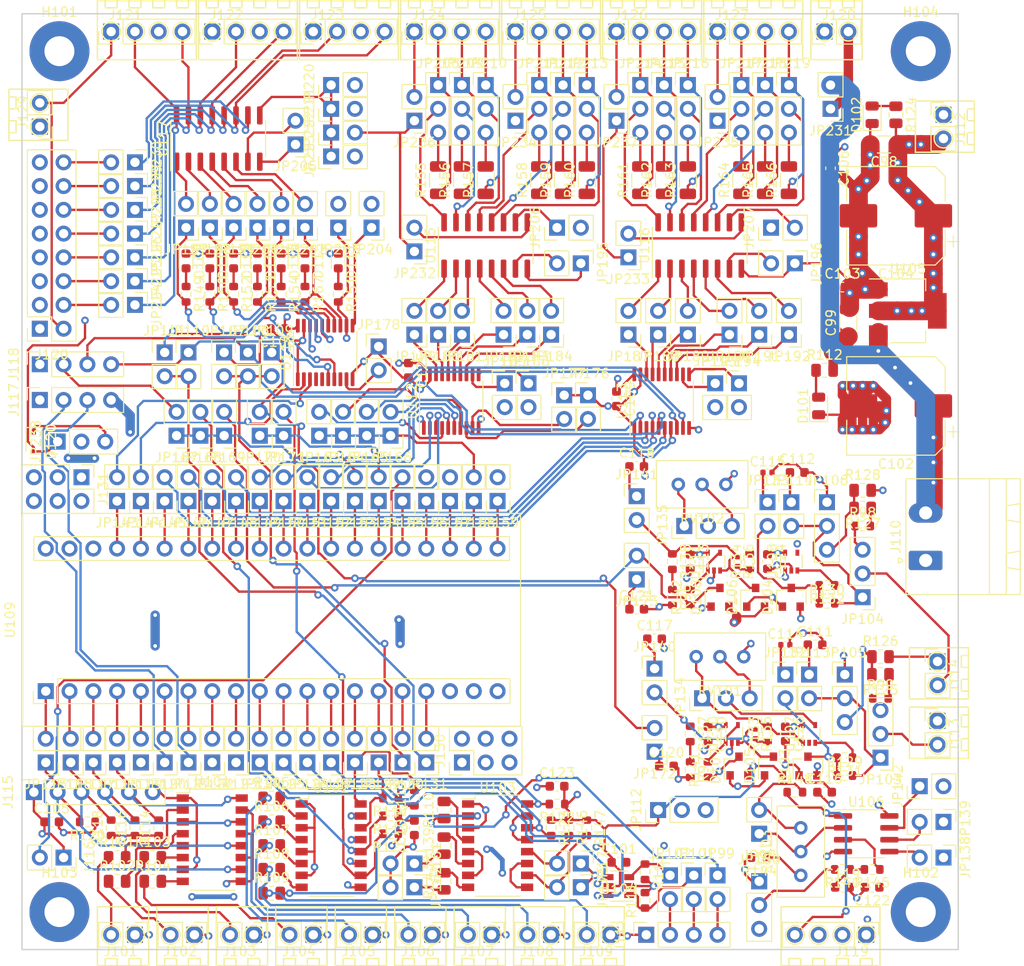
<source format=kicad_pcb>
(kicad_pcb (version 20171130) (host pcbnew 5.1.9+dfsg1-1~bpo10+1)
  (layers (0 F.Cu signal) (1 In1.Cu signal hide) (2 In2.Cu signal hide) (31 B.Cu signal) (35 F.Paste user) (37 F.SilkS user) (38 B.Mask user) (39 F.Mask user) (44 Edge.Cuts user))
  (net 0 "")
  (net 1 +5V)
  (net 2 GND)
  (net 3 +12V)
  (net 4 +3V3)
  (net 5 "Net-(C111-Pad1)")
  (net 6 "Net-(C112-Pad1)")
  (net 7 "Net-(C114-Pad1)")
  (net 8 "Net-(C115-Pad1)")
  (net 9 "Net-(C117-Pad1)")
  (net 10 "Net-(C118-Pad1)")
  (net 11 "Net-(C119-Pad1)")
  (net 12 "Net-(C120-Pad1)")
  (net 13 "Net-(C121-Pad1)")
  (net 14 "Net-(C122-Pad1)")
  (net 15 "Net-(D101-Pad2)")
  (net 16 "Net-(D102-Pad2)")
  (net 17 "Net-(D103-Pad3)")
  (net 18 "Net-(D104-Pad3)")
  (net 19 "Net-(D105-Pad3)")
  (net 20 "Net-(D106-Pad3)")
  (net 21 /ADC1_buf)
  (net 22 /ADC2_buf)
  (net 23 "Net-(D109-Pad2)")
  (net 24 "Net-(D110-Pad2)")
  (net 25 "Net-(D111-Pad2)")
  (net 26 "Net-(D112-Pad2)")
  (net 27 "Net-(D113-Pad2)")
  (net 28 "Net-(D114-Pad2)")
  (net 29 "Net-(J101-Pad2)")
  (net 30 "Net-(J102-Pad2)")
  (net 31 "Net-(J103-Pad2)")
  (net 32 "Net-(J104-Pad2)")
  (net 33 "Net-(J105-Pad2)")
  (net 34 "Net-(J106-Pad2)")
  (net 35 "Net-(J107-Pad2)")
  (net 36 "Net-(J108-Pad2)")
  (net 37 "Net-(J109-Pad2)")
  (net 38 "Net-(J111-Pad2)")
  (net 39 "Net-(J113-Pad2)")
  (net 40 "Net-(J114-Pad2)")
  (net 41 /XLim)
  (net 42 /YLim)
  (net 43 /ZLim)
  (net 44 /ALim)
  (net 45 "Net-(J116-Pad2)")
  (net 46 /UARTRX)
  (net 47 /UARTTX)
  (net 48 /~Strobe)
  (net 49 /SCL)
  (net 50 /SDA)
  (net 51 /SPenO)
  (net 52 /SPdirO)
  (net 53 /SPpwm_10V)
  (net 54 /V_relais)
  (net 55 "Net-(J120-Pad4)")
  (net 56 "Net-(J120-Pad6)")
  (net 57 "Net-(J120-Pad8)")
  (net 58 "Net-(J120-Pad10)")
  (net 59 "Net-(J120-Pad12)")
  (net 60 "Net-(J120-Pad14)")
  (net 61 "Net-(J120-Pad16)")
  (net 62 /SPdirV)
  (net 63 /SPenV)
  (net 64 /FloodV)
  (net 65 /MistV)
  (net 66 /AuxO1V)
  (net 67 /AuxO0V)
  (net 68 "Net-(J124-Pad1)")
  (net 69 "Net-(J124-Pad2)")
  (net 70 "Net-(J124-Pad3)")
  (net 71 "Net-(J124-Pad4)")
  (net 72 "Net-(J125-Pad4)")
  (net 73 "Net-(J125-Pad3)")
  (net 74 "Net-(J125-Pad2)")
  (net 75 "Net-(J125-Pad1)")
  (net 76 "Net-(J126-Pad1)")
  (net 77 "Net-(J126-Pad2)")
  (net 78 "Net-(J126-Pad3)")
  (net 79 "Net-(J126-Pad4)")
  (net 80 "Net-(J127-Pad1)")
  (net 81 "Net-(J127-Pad2)")
  (net 82 "Net-(J127-Pad3)")
  (net 83 "Net-(J127-Pad4)")
  (net 84 "Net-(JP98-Pad1)")
  (net 85 "Net-(JP98-Pad2)")
  (net 86 "Net-(JP99-Pad1)")
  (net 87 "Net-(JP101-Pad1)")
  (net 88 "Net-(JP102-Pad1)")
  (net 89 "Net-(JP103-Pad3)")
  (net 90 "Net-(JP103-Pad1)")
  (net 91 "Net-(JP104-Pad3)")
  (net 92 "Net-(JP104-Pad1)")
  (net 93 "Net-(JP105-Pad3)")
  (net 94 "Net-(JP106-Pad3)")
  (net 95 "Net-(JP107-Pad2)")
  (net 96 /AuxOut0)
  (net 97 "Net-(JP110-Pad2)")
  (net 98 /AuxOut1)
  (net 99 /X_lim)
  (net 100 /Y_lim)
  (net 101 /Z_lim)
  (net 102 /A_lim)
  (net 103 /SpindlePWM)
  (net 104 /Spdl_pwm)
  (net 105 /usart1_tx)
  (net 106 /usart1_rx)
  (net 107 /usb_d+)
  (net 108 /usb_d-)
  (net 109 /AuxIn0)
  (net 110 /enc_pa)
  (net 111 /AuxIn1)
  (net 112 /enc_pb)
  (net 113 /enc_idx)
  (net 114 /AuxIn2)
  (net 115 /probe_)
  (net 116 /Probe)
  (net 117 /cycle_start)
  (net 118 /CycleStart)
  (net 119 /FeedHold)
  (net 120 /feed_hold)
  (net 121 /i2c_scl)
  (net 122 /i2c_sda)
  (net 123 "Net-(JP134-Pad1)")
  (net 124 "Net-(JP134-Pad2)")
  (net 125 "Net-(JP135-Pad1)")
  (net 126 "Net-(JP138-Pad2)")
  (net 127 "Net-(JP139-Pad2)")
  (net 128 "Net-(JP142-Pad1)")
  (net 129 /SpindleDir)
  (net 130 /Spdl_dir)
  (net 131 /SpindleEna)
  (net 132 /Spdl_en)
  (net 133 /ADir)
  (net 134 /A_dir)
  (net 135 /AStep)
  (net 136 /A_step)
  (net 137 /Z_dir)
  (net 138 /ZDir)
  (net 139 /ZStep)
  (net 140 /Z_step)
  (net 141 /Y_dir)
  (net 142 /YDir)
  (net 143 /YStep)
  (net 144 /Y_step)
  (net 145 /XDir)
  (net 146 /X_dir)
  (net 147 /XStep)
  (net 148 /X_step)
  (net 149 /door_i2c_srtrb)
  (net 150 "Net-(JP153-Pad2)")
  (net 151 "Net-(JP154-Pad2)")
  (net 152 /grbl_reset)
  (net 153 /sys_reset)
  (net 154 /Flood)
  (net 155 /cFlood)
  (net 156 /cMist)
  (net 157 /Mist)
  (net 158 "Net-(JP158-Pad2)")
  (net 159 /step_en)
  (net 160 /V_bat)
  (net 161 /SPpwmO)
  (net 162 "Net-(JP160-Pad2)")
  (net 163 "Net-(JP161-Pad1)")
  (net 164 "Net-(JP162-Pad1)")
  (net 165 /XEnable)
  (net 166 /YEnable)
  (net 167 /ZEnable)
  (net 168 /AEnable)
  (net 169 /Door)
  (net 170 /Reset)
  (net 171 "Net-(JP174-Pad2)")
  (net 172 "Net-(JP175-Pad2)")
  (net 173 "Net-(JP176-Pad2)")
  (net 174 "Net-(JP177-Pad2)")
  (net 175 "Net-(JP178-Pad2)")
  (net 176 "Net-(JP179-Pad1)")
  (net 177 "Net-(JP179-Pad2)")
  (net 178 "Net-(JP180-Pad2)")
  (net 179 "Net-(JP180-Pad1)")
  (net 180 "Net-(JP181-Pad1)")
  (net 181 "Net-(JP181-Pad2)")
  (net 182 "Net-(JP182-Pad2)")
  (net 183 "Net-(JP182-Pad1)")
  (net 184 "Net-(JP183-Pad2)")
  (net 185 "Net-(JP183-Pad1)")
  (net 186 "Net-(JP184-Pad1)")
  (net 187 "Net-(JP184-Pad2)")
  (net 188 "Net-(JP185-Pad1)")
  (net 189 "Net-(JP186-Pad1)")
  (net 190 "Net-(JP187-Pad1)")
  (net 191 "Net-(JP187-Pad2)")
  (net 192 "Net-(JP188-Pad1)")
  (net 193 "Net-(JP188-Pad2)")
  (net 194 "Net-(JP189-Pad2)")
  (net 195 "Net-(JP189-Pad1)")
  (net 196 "Net-(JP190-Pad1)")
  (net 197 "Net-(JP190-Pad2)")
  (net 198 "Net-(JP191-Pad2)")
  (net 199 "Net-(JP191-Pad1)")
  (net 200 "Net-(JP192-Pad1)")
  (net 201 "Net-(JP192-Pad2)")
  (net 202 "Net-(JP193-Pad1)")
  (net 203 "Net-(JP194-Pad1)")
  (net 204 "Net-(JP195-Pad2)")
  (net 205 "Net-(JP196-Pad2)")
  (net 206 "Net-(JP197-Pad2)")
  (net 207 "Net-(JP198-Pad2)")
  (net 208 /MistL)
  (net 209 "Net-(JP199-Pad2)")
  (net 210 "Net-(JP200-Pad2)")
  (net 211 /FloodL)
  (net 212 /AuxO0L)
  (net 213 "Net-(JP201-Pad2)")
  (net 214 "Net-(JP202-Pad2)")
  (net 215 /AuxO1L)
  (net 216 "Net-(JP204-Pad1)")
  (net 217 "Net-(JP205-Pad2)")
  (net 218 "Net-(JP206-Pad1)")
  (net 219 "Net-(JP207-Pad1)")
  (net 220 "Net-(JP208-Pad3)")
  (net 221 "Net-(JP208-Pad2)")
  (net 222 "Net-(JP209-Pad2)")
  (net 223 "Net-(JP209-Pad3)")
  (net 224 "Net-(JP210-Pad2)")
  (net 225 "Net-(JP210-Pad3)")
  (net 226 "Net-(JP211-Pad2)")
  (net 227 "Net-(JP211-Pad3)")
  (net 228 "Net-(JP212-Pad3)")
  (net 229 "Net-(JP212-Pad2)")
  (net 230 "Net-(JP213-Pad2)")
  (net 231 "Net-(JP213-Pad3)")
  (net 232 "Net-(JP214-Pad3)")
  (net 233 "Net-(JP214-Pad2)")
  (net 234 "Net-(JP215-Pad2)")
  (net 235 "Net-(JP215-Pad3)")
  (net 236 "Net-(JP216-Pad2)")
  (net 237 "Net-(JP216-Pad3)")
  (net 238 "Net-(JP217-Pad2)")
  (net 239 "Net-(JP217-Pad3)")
  (net 240 "Net-(JP218-Pad2)")
  (net 241 "Net-(JP218-Pad3)")
  (net 242 "Net-(JP219-Pad3)")
  (net 243 "Net-(JP219-Pad2)")
  (net 244 "Net-(JP220-Pad1)")
  (net 245 "Net-(JP230-Pad1)")
  (net 246 "Net-(JP232-Pad2)")
  (net 247 "Net-(JP233-Pad2)")
  (net 248 "Net-(R138-Pad2)")
  (net 249 "Net-(R137-Pad2)")
  (net 250 "Net-(R127-Pad1)")
  (net 251 "Net-(R125-Pad1)")
  (net 252 "Net-(R101-Pad2)")
  (net 253 "Net-(R102-Pad2)")
  (net 254 "Net-(R103-Pad2)")
  (net 255 "Net-(R104-Pad2)")
  (net 256 "Net-(R105-Pad2)")
  (net 257 "Net-(R106-Pad2)")
  (net 258 "Net-(R107-Pad2)")
  (net 259 "Net-(R108-Pad2)")
  (net 260 "Net-(R109-Pad2)")
  (net 261 "Net-(R110-Pad2)")
  (net 262 "Net-(R131-Pad1)")
  (net 263 "Net-(R132-Pad1)")
  (net 264 "Net-(R133-Pad1)")
  (net 265 "Net-(R134-Pad1)")
  (net 266 "Net-(R139-Pad2)")
  (net 267 "Net-(R141-Pad2)")
  (net 268 "Net-(R142-Pad2)")
  (net 269 "Net-(R143-Pad2)")
  (net 270 "Net-(R144-Pad1)")
  (net 271 "Net-(U103-Pad5)")
  (net 272 /UADCdriver)
  (net 273 "Net-(J111-Pad4)")
  (net 274 "Net-(J111-Pad3)")
  (net 275 "Net-(D115-Pad2)")
  (net 276 "Net-(D120-Pad1)")
  (net 277 /U5uC)
  (net 278 "Net-(JP134-Pad3)")
  (net 279 "Net-(JP135-Pad3)")
  (net 280 "Net-(JP135-Pad2)")
  (net 281 /V_Drive)
  (module Package_SO:SOP-16_4.4x10.4mm_P1.27mm (layer F.Cu) (at 50.8 88.9)
    (fp_text reference U103 (at 0 -6.2) (layer F.SilkS))
    (fp_text value TLP290-4)
    (pad 16 smd rect (at 3.15 -4.45) (size 1.3 0.8) (layers F.Cu F.Paste F.Mask) (net 116 /Probe))
    (pad 15 smd rect (at 3.15 -3.17) (size 1.3 0.8) (layers F.Cu F.Paste F.Mask) (net 2 GND))
    (pad 14 smd rect (at 3.15 -1.91) (size 1.3 0.8) (layers F.Cu F.Paste F.Mask) (net 114 /AuxIn2))
    (pad 13 smd rect (at 3.15 -0.64) (size 1.3 0.8) (layers F.Cu F.Paste F.Mask) (net 2 GND))
    (pad 12 smd rect (at 3.15 0.64) (size 1.3 0.8) (layers F.Cu F.Paste F.Mask) (net 171 "Net-(JP174-Pad2)"))
    (pad 11 smd rect (at 3.15 1.91) (size 1.3 0.8) (layers F.Cu F.Paste F.Mask) (net 2 GND))
    (pad 10 smd rect (at 3.15 3.17) (size 1.3 0.8) (layers F.Cu F.Paste F.Mask) (net 172 "Net-(JP175-Pad2)"))
    (pad 9 smd rect (at 3.15 4.45) (size 1.3 0.8) (layers F.Cu F.Paste F.Mask) (net 2 GND))
    (pad 8 smd rect (at -3.15 4.45) (size 1.3 0.8) (layers F.Cu F.Paste F.Mask) (net 269 "Net-(R143-Pad2)"))
    (pad 7 smd rect (at -3.15 3.17) (size 1.3 0.8) (layers F.Cu F.Paste F.Mask) (net 271 "Net-(U103-Pad5)"))
    (pad 6 smd rect (at -3.15 1.91) (size 1.3 0.8) (layers F.Cu F.Paste F.Mask) (net 266 "Net-(R139-Pad2)"))
    (pad 5 smd rect (at -3.15 0.64) (size 1.3 0.8) (layers F.Cu F.Paste F.Mask) (net 271 "Net-(U103-Pad5)"))
    (pad 4 smd rect (at -3.15 -0.64) (size 1.3 0.8) (layers F.Cu F.Paste F.Mask) (net 261 "Net-(R110-Pad2)"))
    (pad 3 smd rect (at -3.15 -1.91) (size 1.3 0.8) (layers F.Cu F.Paste F.Mask) (net 1 +5V))
    (pad 2 smd rect (at -3.15 -3.17) (size 1.3 0.8) (layers F.Cu F.Paste F.Mask) (net 260 "Net-(R109-Pad2)"))
    (pad 1 smd rect (at -3.15 -4.45) (size 1.3 0.8) (layers F.Cu F.Paste F.Mask) (net 1 +5V))
  )
  (module MountingHole:MountingHole_3.2mm_M3_Pad (layer F.Cu) (at 96 4)
    (fp_text reference H104 (at 0 -4.2) (layer F.SilkS))
    (fp_text value MountingHole_Pad)
    (pad 1 thru_hole circle (at 0 0) (size 6.4 6.4) (drill 3.2) (layers *.Cu *.Mask) (net 2 GND))
  )
  (module MountingHole:MountingHole_3.2mm_M3_Pad (layer F.Cu) (at 4 96)
    (fp_text reference H103 (at 0 -4.2) (layer F.SilkS))
    (fp_text value MountingHole_Pad)
    (pad 1 thru_hole circle (at 0 0) (size 6.4 6.4) (drill 3.2) (layers *.Cu *.Mask) (net 2 GND))
  )
  (module MountingHole:MountingHole_3.2mm_M3_Pad (layer F.Cu) (at 96 96)
    (fp_text reference H102 (at 0 -4.2) (layer F.SilkS))
    (fp_text value MountingHole_Pad)
    (pad 1 thru_hole circle (at 0 0) (size 6.4 6.4) (drill 3.2) (layers *.Cu *.Mask) (net 2 GND))
  )
  (module MountingHole:MountingHole_3.2mm_M3_Pad (layer F.Cu) (at 4 4)
    (fp_text reference H101 (at 0 -4.2) (layer F.SilkS))
    (fp_text value MountingHole_Pad)
    (pad 1 thru_hole circle (at 0 0) (size 6.4 6.4) (drill 3.2) (layers *.Cu *.Mask) (net 2 GND))
  )
  (module Connector_PinHeader_2.54mm:PinHeader_2x03_P2.54mm_Vertical (layer F.Cu) (at 6.35 49.53 270)
    (fp_text reference J131 (at 1.27 -2.33 90) (layer F.SilkS))
    (fp_text value Conn_02x03_Odd_Even)
    (pad 6 thru_hole oval (at 2.54 5.08 270) (size 1.7 1.7) (drill 1) (layers *.Cu *.Mask) (net 4 +3V3))
    (pad 5 thru_hole oval (at 0 5.08 270) (size 1.7 1.7) (drill 1) (layers *.Cu *.Mask) (net 4 +3V3))
    (pad 4 thru_hole oval (at 2.54 2.54 270) (size 1.7 1.7) (drill 1) (layers *.Cu *.Mask) (net 2 GND))
    (pad 3 thru_hole oval (at 0 2.54 270) (size 1.7 1.7) (drill 1) (layers *.Cu *.Mask) (net 2 GND))
    (pad 2 thru_hole oval (at 2.54 0 270) (size 1.7 1.7) (drill 1) (layers *.Cu *.Mask) (net 277 /U5uC))
    (pad 1 thru_hole rect (at 0 0 270) (size 1.7 1.7) (drill 1) (layers *.Cu *.Mask) (net 277 /U5uC))
  )
  (module Connector_PinHeader_2.54mm:PinHeader_2x03_P2.54mm_Vertical (layer F.Cu) (at 46.99 80.01 90)
    (fp_text reference J130 (at 1.27 -2.33 90) (layer F.SilkS))
    (fp_text value Conn_02x03_Odd_Even)
    (pad 6 thru_hole oval (at 2.54 5.08 90) (size 1.7 1.7) (drill 1) (layers *.Cu *.Mask) (net 4 +3V3))
    (pad 5 thru_hole oval (at 0 5.08 90) (size 1.7 1.7) (drill 1) (layers *.Cu *.Mask) (net 4 +3V3))
    (pad 4 thru_hole oval (at 2.54 2.54 90) (size 1.7 1.7) (drill 1) (layers *.Cu *.Mask) (net 2 GND))
    (pad 3 thru_hole oval (at 0 2.54 90) (size 1.7 1.7) (drill 1) (layers *.Cu *.Mask) (net 2 GND))
    (pad 2 thru_hole oval (at 2.54 0 90) (size 1.7 1.7) (drill 1) (layers *.Cu *.Mask) (net 277 /U5uC))
    (pad 1 thru_hole rect (at 0 0 90) (size 1.7 1.7) (drill 1) (layers *.Cu *.Mask) (net 277 /U5uC))
  )
  (module conn_my_kf128:ScrewTerminal_1x4_P2.54mm_Vertical (layer F.Cu) (at 41.91 1.905)
    (fp_text reference J124 (at 1.524 -1.778) (layer F.SilkS))
    (fp_text value XStepDrv)
    (pad 4 thru_hole oval (at 7.62 0 90) (size 1.7 1.7) (drill 1) (layers *.Cu *.Mask) (net 71 "Net-(J124-Pad4)"))
    (pad 3 thru_hole oval (at 5.08 0 90) (size 1.7 1.7) (drill 1) (layers *.Cu *.Mask) (net 70 "Net-(J124-Pad3)"))
    (pad 2 thru_hole oval (at 2.54 0 90) (size 1.7 1.7) (drill 1) (layers *.Cu *.Mask) (net 69 "Net-(J124-Pad2)"))
    (pad 1 thru_hole rect (at 0 0 90) (size 1.7 1.7) (drill 1) (layers *.Cu *.Mask) (net 68 "Net-(J124-Pad1)"))
  )
  (module conn_my_kf128:ScrewTerminal_1x2_P2.54mm_Vertical (layer F.Cu) (at 1.905 12.065 90)
    (fp_text reference J129 (at 1.524 -1.778 90) (layer F.SilkS))
    (fp_text value "Relais Power in/out")
    (pad 2 thru_hole oval (at 2.54 0 180) (size 1.7 1.7) (drill 1) (layers *.Cu *.Mask) (net 54 /V_relais))
    (pad 1 thru_hole rect (at 0 0 180) (size 1.7 1.7) (drill 1) (layers *.Cu *.Mask) (net 2 GND))
  )
  (module conn_my_kf128:ScrewTerminal_1x2_P2.54mm_Vertical (layer F.Cu) (at 85.725 1.905)
    (fp_text reference J128 (at 1.524 -1.778) (layer F.SilkS))
    (fp_text value "Driver Power in/out")
    (pad 2 thru_hole oval (at 2.54 0 90) (size 1.7 1.7) (drill 1) (layers *.Cu *.Mask) (net 281 /V_Drive))
    (pad 1 thru_hole rect (at 0 0 90) (size 1.7 1.7) (drill 1) (layers *.Cu *.Mask) (net 2 GND))
  )
  (module conn_my_kf128:ScrewTerminal_1x2_P2.54mm_Vertical (layer F.Cu) (at 98.425 10.795 270)
    (fp_text reference J112 (at 1.524 -1.778 90) (layer F.SilkS))
    (fp_text value "5V Power out")
    (pad 2 thru_hole oval (at 2.54 0) (size 1.7 1.7) (drill 1) (layers *.Cu *.Mask) (net 1 +5V))
    (pad 1 thru_hole rect (at 0 0) (size 1.7 1.7) (drill 1) (layers *.Cu *.Mask) (net 2 GND))
  )
  (module Connector_PinHeader_2.54mm:PinHeader_1x03_P2.54mm_Vertical (layer F.Cu) (at 70.739 54.737 90)
    (fp_text reference JP135 (at 0 -2.33 90) (layer F.SilkS))
    (fp_text value Jumper_NC_Dual)
    (pad 1 thru_hole rect (at 0 0 90) (size 1.7 1.7) (drill 1) (layers *.Cu *.Mask) (net 125 "Net-(JP135-Pad1)"))
    (pad 2 thru_hole oval (at 0 2.54 90) (size 1.7 1.7) (drill 1) (layers *.Cu *.Mask) (net 280 "Net-(JP135-Pad2)"))
    (pad 3 thru_hole oval (at 0 5.08 90) (size 1.7 1.7) (drill 1) (layers *.Cu *.Mask) (net 279 "Net-(JP135-Pad3)"))
  )
  (module Connector_PinHeader_2.54mm:PinHeader_1x03_P2.54mm_Vertical (layer F.Cu) (at 72.644 73.152 90)
    (fp_text reference JP134 (at 0 -2.33 90) (layer F.SilkS))
    (fp_text value Jumper_NC_Dual)
    (pad 1 thru_hole rect (at 0 0 90) (size 1.7 1.7) (drill 1) (layers *.Cu *.Mask) (net 123 "Net-(JP134-Pad1)"))
    (pad 2 thru_hole oval (at 0 2.54 90) (size 1.7 1.7) (drill 1) (layers *.Cu *.Mask) (net 124 "Net-(JP134-Pad2)"))
    (pad 3 thru_hole oval (at 0 5.08 90) (size 1.7 1.7) (drill 1) (layers *.Cu *.Mask) (net 278 "Net-(JP134-Pad3)"))
  )
  (module Capacitor_SMD:C_0603_1608Metric (layer F.Cu) (at 81.534 76.962 270)
    (fp_text reference C126 (at 0 -1.43 90) (layer F.SilkS))
    (fp_text value 100nF)
    (pad 1 smd roundrect (at -0.775 0 270) (size 0.9 0.95) (layers F.Cu F.Paste F.Mask) (net 1 +5V))
    (pad 2 smd roundrect (at 0.775 0 270) (size 0.9 0.95) (layers F.Cu F.Paste F.Mask) (net 2 GND))
  )
  (module Capacitor_SMD:C_0603_1608Metric (layer F.Cu) (at 41.275 38.1 270)
    (fp_text reference C125 (at 0 -1.43 90) (layer F.SilkS))
    (fp_text value 100nF)
    (pad 2 smd roundrect (at 0.775 0 270) (size 0.9 0.95) (layers F.Cu F.Paste F.Mask) (net 2 GND))
    (pad 1 smd roundrect (at -0.775 0 270) (size 0.9 0.95) (layers F.Cu F.Paste F.Mask) (net 1 +5V))
  )
  (module Capacitor_SMD:C_0603_1608Metric (layer F.Cu) (at 79.629 58.547 270)
    (fp_text reference C124 (at 0 -1.43 90) (layer F.SilkS))
    (fp_text value 100nF)
    (pad 1 smd roundrect (at -0.775 0 270) (size 0.9 0.95) (layers F.Cu F.Paste F.Mask) (net 1 +5V))
    (pad 2 smd roundrect (at 0.775 0 270) (size 0.9 0.95) (layers F.Cu F.Paste F.Mask) (net 2 GND))
  )
  (module conn_my_kf128:ScrewTerminal_1x4_P2.54mm_Vertical (layer F.Cu) (at 74.295 1.905)
    (fp_text reference J127 (at 1.524 -1.778) (layer F.SilkS))
    (fp_text value AStepDrv)
    (pad 4 thru_hole oval (at 7.62 0 90) (size 1.7 1.7) (drill 1) (layers *.Cu *.Mask) (net 83 "Net-(J127-Pad4)"))
    (pad 3 thru_hole oval (at 5.08 0 90) (size 1.7 1.7) (drill 1) (layers *.Cu *.Mask) (net 82 "Net-(J127-Pad3)"))
    (pad 2 thru_hole oval (at 2.54 0 90) (size 1.7 1.7) (drill 1) (layers *.Cu *.Mask) (net 81 "Net-(J127-Pad2)"))
    (pad 1 thru_hole rect (at 0 0 90) (size 1.7 1.7) (drill 1) (layers *.Cu *.Mask) (net 80 "Net-(J127-Pad1)"))
  )
  (module conn_my_kf128:ScrewTerminal_1x4_P2.54mm_Vertical (layer F.Cu) (at 63.5 1.905)
    (fp_text reference J126 (at 1.524 -1.778) (layer F.SilkS))
    (fp_text value ZStepDrv)
    (pad 4 thru_hole oval (at 7.62 0 90) (size 1.7 1.7) (drill 1) (layers *.Cu *.Mask) (net 79 "Net-(J126-Pad4)"))
    (pad 3 thru_hole oval (at 5.08 0 90) (size 1.7 1.7) (drill 1) (layers *.Cu *.Mask) (net 78 "Net-(J126-Pad3)"))
    (pad 2 thru_hole oval (at 2.54 0 90) (size 1.7 1.7) (drill 1) (layers *.Cu *.Mask) (net 77 "Net-(J126-Pad2)"))
    (pad 1 thru_hole rect (at 0 0 90) (size 1.7 1.7) (drill 1) (layers *.Cu *.Mask) (net 76 "Net-(J126-Pad1)"))
  )
  (module conn_my_kf128:ScrewTerminal_1x4_P2.54mm_Vertical (layer F.Cu) (at 52.705 1.905)
    (fp_text reference J125 (at 1.524 -1.778) (layer F.SilkS))
    (fp_text value YStepDrv)
    (pad 4 thru_hole oval (at 7.62 0 90) (size 1.7 1.7) (drill 1) (layers *.Cu *.Mask) (net 72 "Net-(J125-Pad4)"))
    (pad 3 thru_hole oval (at 5.08 0 90) (size 1.7 1.7) (drill 1) (layers *.Cu *.Mask) (net 73 "Net-(J125-Pad3)"))
    (pad 2 thru_hole oval (at 2.54 0 90) (size 1.7 1.7) (drill 1) (layers *.Cu *.Mask) (net 74 "Net-(J125-Pad2)"))
    (pad 1 thru_hole rect (at 0 0 90) (size 1.7 1.7) (drill 1) (layers *.Cu *.Mask) (net 75 "Net-(J125-Pad1)"))
  )
  (module conn_my_kf128:ScrewTerminal_1x4_P2.54mm_Vertical (layer F.Cu) (at 31.115 1.905)
    (fp_text reference J123 (at 1.524 -1.778) (layer F.SilkS))
    (fp_text value AuxOut)
    (pad 4 thru_hole oval (at 7.62 0 90) (size 1.7 1.7) (drill 1) (layers *.Cu *.Mask) (net 66 /AuxO1V))
    (pad 3 thru_hole oval (at 5.08 0 90) (size 1.7 1.7) (drill 1) (layers *.Cu *.Mask) (net 54 /V_relais))
    (pad 2 thru_hole oval (at 2.54 0 90) (size 1.7 1.7) (drill 1) (layers *.Cu *.Mask) (net 67 /AuxO0V))
    (pad 1 thru_hole rect (at 0 0 90) (size 1.7 1.7) (drill 1) (layers *.Cu *.Mask) (net 54 /V_relais))
  )
  (module conn_my_kf128:ScrewTerminal_1x4_P2.54mm_Vertical (layer F.Cu) (at 20.32 1.905)
    (fp_text reference J122 (at 1.524 -1.778) (layer F.SilkS))
    (fp_text value Coolant)
    (pad 4 thru_hole oval (at 7.62 0 90) (size 1.7 1.7) (drill 1) (layers *.Cu *.Mask) (net 64 /FloodV))
    (pad 3 thru_hole oval (at 5.08 0 90) (size 1.7 1.7) (drill 1) (layers *.Cu *.Mask) (net 54 /V_relais))
    (pad 2 thru_hole oval (at 2.54 0 90) (size 1.7 1.7) (drill 1) (layers *.Cu *.Mask) (net 65 /MistV))
    (pad 1 thru_hole rect (at 0 0 90) (size 1.7 1.7) (drill 1) (layers *.Cu *.Mask) (net 54 /V_relais))
  )
  (module conn_my_kf128:ScrewTerminal_1x4_P2.54mm_Vertical (layer F.Cu) (at 9.525 1.905)
    (fp_text reference J121 (at 1.524 -1.778) (layer F.SilkS))
    (fp_text value Spindle)
    (pad 4 thru_hole oval (at 7.62 0 90) (size 1.7 1.7) (drill 1) (layers *.Cu *.Mask) (net 62 /SPdirV))
    (pad 3 thru_hole oval (at 5.08 0 90) (size 1.7 1.7) (drill 1) (layers *.Cu *.Mask) (net 54 /V_relais))
    (pad 2 thru_hole oval (at 2.54 0 90) (size 1.7 1.7) (drill 1) (layers *.Cu *.Mask) (net 63 /SPenV))
    (pad 1 thru_hole rect (at 0 0 90) (size 1.7 1.7) (drill 1) (layers *.Cu *.Mask) (net 54 /V_relais))
  )
  (module conn_my_kf128:ScrewTerminal_1x4_P2.54mm_Vertical (layer F.Cu) (at 90.17 98.425 180)
    (fp_text reference J119 (at 1.524 -1.778) (layer F.SilkS))
    (fp_text value SpindleVFD)
    (pad 4 thru_hole oval (at 7.62 0 270) (size 1.7 1.7) (drill 1) (layers *.Cu *.Mask) (net 53 /SPpwm_10V))
    (pad 3 thru_hole oval (at 5.08 0 270) (size 1.7 1.7) (drill 1) (layers *.Cu *.Mask) (net 52 /SPdirO))
    (pad 2 thru_hole oval (at 2.54 0 270) (size 1.7 1.7) (drill 1) (layers *.Cu *.Mask) (net 51 /SPenO))
    (pad 1 thru_hole rect (at 0 0 270) (size 1.7 1.7) (drill 1) (layers *.Cu *.Mask) (net 2 GND))
  )
  (module conn_my_kf128:ScrewTerminal_1x2_P2.54mm_Vertical (layer F.Cu) (at 97.79 69.215 270)
    (fp_text reference J114 (at 1.524 -1.778 90) (layer F.SilkS))
    (fp_text value ADC_in_2)
    (pad 2 thru_hole oval (at 2.54 0) (size 1.7 1.7) (drill 1) (layers *.Cu *.Mask) (net 40 "Net-(J114-Pad2)"))
    (pad 1 thru_hole rect (at 0 0) (size 1.7 1.7) (drill 1) (layers *.Cu *.Mask) (net 2 GND))
  )
  (module conn_my_kf128:ScrewTerminal_1x2_P2.54mm_Vertical (layer F.Cu) (at 97.79 75.565 270)
    (fp_text reference J113 (at 1.524 -1.778 90) (layer F.SilkS))
    (fp_text value ADC_in_1)
    (pad 2 thru_hole oval (at 2.54 0) (size 1.7 1.7) (drill 1) (layers *.Cu *.Mask) (net 39 "Net-(J113-Pad2)"))
    (pad 1 thru_hole rect (at 0 0) (size 1.7 1.7) (drill 1) (layers *.Cu *.Mask) (net 2 GND))
  )
  (module Connector_PinSocket_2.54mm:PinSocket_1x04_P2.54mm_Vertical (layer F.Cu) (at 66.675 98.425 90)
    (fp_text reference J111 (at 0 -2.77 90) (layer F.SilkS))
    (fp_text value AuxEncIn)
    (pad 4 thru_hole oval (at 0 7.62 90) (size 1.7 1.7) (drill 1) (layers *.Cu *.Mask) (net 273 "Net-(J111-Pad4)"))
    (pad 3 thru_hole oval (at 0 5.08 90) (size 1.7 1.7) (drill 1) (layers *.Cu *.Mask) (net 274 "Net-(J111-Pad3)"))
    (pad 2 thru_hole oval (at 0 2.54 90) (size 1.7 1.7) (drill 1) (layers *.Cu *.Mask) (net 38 "Net-(J111-Pad2)"))
    (pad 1 thru_hole rect (at 0 0 90) (size 1.7 1.7) (drill 1) (layers *.Cu *.Mask) (net 2 GND))
  )
  (module conn_my_kf128:ScrewTerminal_1x2_P2.54mm_Vertical (layer F.Cu) (at 62.865 98.425 180)
    (fp_text reference J109 (at 1.524 -1.778) (layer F.SilkS))
    (fp_text value ProbeIN)
    (pad 2 thru_hole oval (at 2.54 0 270) (size 1.7 1.7) (drill 1) (layers *.Cu *.Mask) (net 37 "Net-(J109-Pad2)"))
    (pad 1 thru_hole rect (at 0 0 270) (size 1.7 1.7) (drill 1) (layers *.Cu *.Mask) (net 2 GND))
  )
  (module conn_my_kf128:ScrewTerminal_1x2_P2.54mm_Vertical (layer F.Cu) (at 56.515 98.425 180)
    (fp_text reference J108 (at 1.524 -1.778) (layer F.SilkS))
    (fp_text value ResetIN)
    (pad 2 thru_hole oval (at 2.54 0 270) (size 1.7 1.7) (drill 1) (layers *.Cu *.Mask) (net 36 "Net-(J108-Pad2)"))
    (pad 1 thru_hole rect (at 0 0 270) (size 1.7 1.7) (drill 1) (layers *.Cu *.Mask) (net 2 GND))
  )
  (module conn_my_kf128:ScrewTerminal_1x2_P2.54mm_Vertical (layer F.Cu) (at 50.165 98.425 180)
    (fp_text reference J107 (at 1.524 -1.778) (layer F.SilkS))
    (fp_text value DoorIN)
    (pad 2 thru_hole oval (at 2.54 0 270) (size 1.7 1.7) (drill 1) (layers *.Cu *.Mask) (net 35 "Net-(J107-Pad2)"))
    (pad 1 thru_hole rect (at 0 0 270) (size 1.7 1.7) (drill 1) (layers *.Cu *.Mask) (net 2 GND))
  )
  (module conn_my_kf128:ScrewTerminal_1x2_P2.54mm_Vertical (layer F.Cu) (at 43.815 98.425 180)
    (fp_text reference J106 (at 1.524 -1.778) (layer F.SilkS))
    (fp_text value FH_IN)
    (pad 2 thru_hole oval (at 2.54 0 270) (size 1.7 1.7) (drill 1) (layers *.Cu *.Mask) (net 34 "Net-(J106-Pad2)"))
    (pad 1 thru_hole rect (at 0 0 270) (size 1.7 1.7) (drill 1) (layers *.Cu *.Mask) (net 2 GND))
  )
  (module conn_my_kf128:ScrewTerminal_1x2_P2.54mm_Vertical (layer F.Cu) (at 37.465 98.425 180)
    (fp_text reference J105 (at 1.524 -1.778) (layer F.SilkS))
    (fp_text value CS_IN)
    (pad 2 thru_hole oval (at 2.54 0 270) (size 1.7 1.7) (drill 1) (layers *.Cu *.Mask) (net 33 "Net-(J105-Pad2)"))
    (pad 1 thru_hole rect (at 0 0 270) (size 1.7 1.7) (drill 1) (layers *.Cu *.Mask) (net 2 GND))
  )
  (module conn_my_kf128:ScrewTerminal_1x2_P2.54mm_Vertical (layer F.Cu) (at 31.115 98.425 180)
    (fp_text reference J104 (at 1.524 -1.778) (layer F.SilkS))
    (fp_text value XLimIN)
    (pad 2 thru_hole oval (at 2.54 0 270) (size 1.7 1.7) (drill 1) (layers *.Cu *.Mask) (net 32 "Net-(J104-Pad2)"))
    (pad 1 thru_hole rect (at 0 0 270) (size 1.7 1.7) (drill 1) (layers *.Cu *.Mask) (net 2 GND))
  )
  (module conn_my_kf128:ScrewTerminal_1x2_P2.54mm_Vertical (layer F.Cu) (at 24.765 98.425 180)
    (fp_text reference J103 (at 1.524 -1.778) (layer F.SilkS))
    (fp_text value YLimIN)
    (pad 2 thru_hole oval (at 2.54 0 270) (size 1.7 1.7) (drill 1) (layers *.Cu *.Mask) (net 31 "Net-(J103-Pad2)"))
    (pad 1 thru_hole rect (at 0 0 270) (size 1.7 1.7) (drill 1) (layers *.Cu *.Mask) (net 2 GND))
  )
  (module conn_my_kf128:ScrewTerminal_1x2_P2.54mm_Vertical (layer F.Cu) (at 18.415 98.425 180)
    (fp_text reference J102 (at 1.524 -1.778) (layer F.SilkS))
    (fp_text value ZLimIN)
    (pad 2 thru_hole oval (at 2.54 0 270) (size 1.7 1.7) (drill 1) (layers *.Cu *.Mask) (net 30 "Net-(J102-Pad2)"))
    (pad 1 thru_hole rect (at 0 0 270) (size 1.7 1.7) (drill 1) (layers *.Cu *.Mask) (net 2 GND))
  )
  (module conn_my_kf128:ScrewTerminal_1x2_P2.54mm_Vertical (layer F.Cu) (at 12.065 98.425 180)
    (fp_text reference J101 (at 1.524 -1.778) (layer F.SilkS))
    (fp_text value ALimIN)
    (pad 2 thru_hole oval (at 2.54 0 270) (size 1.7 1.7) (drill 1) (layers *.Cu *.Mask) (net 29 "Net-(J101-Pad2)"))
    (pad 1 thru_hole rect (at 0 0 270) (size 1.7 1.7) (drill 1) (layers *.Cu *.Mask) (net 2 GND))
  )
  (module Connector_PinHeader_2.54mm:PinHeader_1x03_P2.54mm_Vertical (layer F.Cu) (at 3.81 45.72 90)
    (fp_text reference JP238 (at 0 -2.33 90) (layer F.SilkS))
    (fp_text value Jumper_NC_Dual)
    (pad 3 thru_hole oval (at 0 5.08 90) (size 1.7 1.7) (drill 1) (layers *.Cu *.Mask) (net 276 "Net-(D120-Pad1)"))
    (pad 2 thru_hole oval (at 0 2.54 90) (size 1.7 1.7) (drill 1) (layers *.Cu *.Mask) (net 277 /U5uC))
    (pad 1 thru_hole rect (at 0 0 90) (size 1.7 1.7) (drill 1) (layers *.Cu *.Mask) (net 1 +5V))
  )
  (module Diode_SMD:D_SOD-323 (layer F.Cu) (at 1.27 45.72 270)
    (fp_text reference D120 (at 0 -1.85 90) (layer F.SilkS))
    (fp_text value 1N5819)
    (pad 2 smd rect (at 1.05 0 270) (size 0.6 0.45) (layers F.Cu F.Paste F.Mask) (net 1 +5V))
    (pad 1 smd rect (at -1.05 0 270) (size 0.6 0.45) (layers F.Cu F.Paste F.Mask) (net 276 "Net-(D120-Pad1)"))
  )
  (module Resistor_SMD:R_0603_1608Metric (layer F.Cu) (at 30.226 29.972 270)
    (fp_text reference R167 (at 0 -1.43 90) (layer F.SilkS))
    (fp_text value 2k)
    (pad 2 smd roundrect (at 0.825 0 270) (size 0.8 0.95) (layers F.Cu F.Paste F.Mask) (net 215 /AuxO1L))
    (pad 1 smd roundrect (at -0.825 0 270) (size 0.8 0.95) (layers F.Cu F.Paste F.Mask) (net 275 "Net-(D115-Pad2)"))
  )
  (module LED_SMD:LED_0603_1608Metric (layer F.Cu) (at 30.226 26.416 270)
    (fp_text reference D115 (at 0 -1.43 90) (layer F.SilkS))
    (fp_text value LED)
    (pad 2 smd roundrect (at 0.7875 0 270) (size 0.875 0.95) (layers F.Cu F.Paste F.Mask) (net 275 "Net-(D115-Pad2)"))
    (pad 1 smd roundrect (at -0.7875 0 270) (size 0.875 0.95) (layers F.Cu F.Paste F.Mask) (net 2 GND))
  )
  (module Capacitor_SMD:C_1206_3216Metric (layer F.Cu) (at 92.075 13.97 180)
    (fp_text reference C98 (at 0 -1.85) (layer F.SilkS))
    (fp_text value 47µF)
    (pad 2 smd roundrect (at 1.475 0 180) (size 1.15 1.8) (layers F.Cu F.Paste F.Mask) (roundrect_rratio 0.217391) (net 2 GND))
    (pad 1 smd roundrect (at -1.475 0 180) (size 1.15 1.8) (layers F.Cu F.Paste F.Mask) (roundrect_rratio 0.217391) (net 1 +5V))
  )
  (module Capacitor_SMD:C_1206_3216Metric (layer F.Cu) (at 88.265 33.02 90)
    (fp_text reference C99 (at 0 -1.85 90) (layer F.SilkS))
    (fp_text value 22µF)
    (pad 2 smd roundrect (at 1.475 0 90) (size 1.15 1.8) (layers F.Cu F.Paste F.Mask) (roundrect_rratio 0.217391) (net 2 GND))
    (pad 1 smd roundrect (at -1.475 0 90) (size 1.15 1.8) (layers F.Cu F.Paste F.Mask) (roundrect_rratio 0.217391) (net 3 +12V))
  )
  (module Capacitor_SMD:C_0603_1608Metric (layer F.Cu) (at 63.754 90.678)
    (fp_text reference C101 (at 0 -1.43) (layer F.SilkS))
    (fp_text value 100nF)
    (pad 2 smd roundrect (at 0.775 0) (size 0.9 0.95) (layers F.Cu F.Paste F.Mask) (net 2 GND))
    (pad 1 smd roundrect (at -0.775 0) (size 0.9 0.95) (layers F.Cu F.Paste F.Mask) (net 4 +3V3))
  )
  (module Capacitor_SMD:CP_Elec_10x10 (layer F.Cu) (at 93.345 41.91 180)
    (fp_text reference C102 (at 0 -6.2) (layer F.SilkS))
    (fp_text value 470µF)
    (pad 2 smd roundrect (at 4 0 180) (size 4 2.5) (layers F.Cu F.Paste F.Mask) (roundrect_rratio 0.1) (net 2 GND))
    (pad 1 smd roundrect (at -4 0 180) (size 4 2.5) (layers F.Cu F.Paste F.Mask) (roundrect_rratio 0.1) (net 3 +12V))
  )
  (module Capacitor_SMD:C_0603_1608Metric (layer F.Cu) (at 87.63 29.21)
    (fp_text reference C103 (at 0 -1.43) (layer F.SilkS))
    (fp_text value 100nF)
    (pad 2 smd roundrect (at 0.775 0) (size 0.9 0.95) (layers F.Cu F.Paste F.Mask) (net 2 GND))
    (pad 1 smd roundrect (at -0.775 0) (size 0.9 0.95) (layers F.Cu F.Paste F.Mask) (net 3 +12V))
  )
  (module Capacitor_SMD:CP_Elec_10x10 (layer F.Cu) (at 93.345 21.59 180)
    (fp_text reference C104 (at 0 -6.2) (layer F.SilkS))
    (fp_text value 470µF)
    (pad 2 smd roundrect (at 4 0 180) (size 4 2.5) (layers F.Cu F.Paste F.Mask) (roundrect_rratio 0.1) (net 2 GND))
    (pad 1 smd roundrect (at -4 0 180) (size 4 2.5) (layers F.Cu F.Paste F.Mask) (roundrect_rratio 0.1) (net 1 +5V))
  )
  (module Capacitor_SMD:C_0603_1608Metric (layer F.Cu) (at 3.175 86.36)
    (fp_text reference C105 (at 0 -1.43) (layer F.SilkS))
    (fp_text value 100nF)
    (pad 2 smd roundrect (at 0.775 0) (size 0.9 0.95) (layers F.Cu F.Paste F.Mask) (net 4 +3V3))
    (pad 1 smd roundrect (at -0.775 0) (size 0.9 0.95) (layers F.Cu F.Paste F.Mask) (net 2 GND))
  )
  (module Capacitor_SMD:C_0603_1608Metric (layer F.Cu) (at 86.36 16.51 270)
    (fp_text reference C106 (at 0 -1.43 90) (layer F.SilkS))
    (fp_text value 100nF)
    (pad 2 smd roundrect (at 0.775 0 270) (size 0.9 0.95) (layers F.Cu F.Paste F.Mask) (net 2 GND))
    (pad 1 smd roundrect (at -0.775 0 270) (size 0.9 0.95) (layers F.Cu F.Paste F.Mask) (net 1 +5V))
  )
  (module Capacitor_SMD:C_0603_1608Metric (layer F.Cu) (at 41.91 86.995 90)
    (fp_text reference C107 (at 0 -1.43 90) (layer F.SilkS))
    (fp_text value 100nF)
    (pad 2 smd roundrect (at 0.775 0 90) (size 0.9 0.95) (layers F.Cu F.Paste F.Mask) (net 4 +3V3))
    (pad 1 smd roundrect (at -0.775 0 90) (size 0.9 0.95) (layers F.Cu F.Paste F.Mask) (net 2 GND))
  )
  (module Capacitor_SMD:C_0603_1608Metric (layer F.Cu) (at 27.305 33.655 180)
    (fp_text reference C108 (at 0 -1.43) (layer F.SilkS))
    (fp_text value 100nF)
    (pad 2 smd roundrect (at 0.775 0 180) (size 0.9 0.95) (layers F.Cu F.Paste F.Mask) (net 2 GND))
    (pad 1 smd roundrect (at -0.775 0 180) (size 0.9 0.95) (layers F.Cu F.Paste F.Mask) (net 1 +5V))
  )
  (module Capacitor_SMD:C_0603_1608Metric (layer F.Cu) (at 63.5 41.148 270)
    (fp_text reference C109 (at 0 -1.43 90) (layer F.SilkS))
    (fp_text value 100nF)
    (pad 2 smd roundrect (at 0.775 0 270) (size 0.9 0.95) (layers F.Cu F.Paste F.Mask) (net 2 GND))
    (pad 1 smd roundrect (at -0.775 0 270) (size 0.9 0.95) (layers F.Cu F.Paste F.Mask) (net 1 +5V))
  )
  (module Capacitor_SMD:C_0603_1608Metric (layer F.Cu) (at 73.279 76.962 270)
    (fp_text reference C110 (at 0 -1.43 90) (layer F.SilkS))
    (fp_text value 100nF)
    (pad 1 smd roundrect (at -0.775 0 270) (size 0.9 0.95) (layers F.Cu F.Paste F.Mask) (net 272 /UADCdriver))
    (pad 2 smd roundrect (at 0.775 0 270) (size 0.9 0.95) (layers F.Cu F.Paste F.Mask) (net 2 GND))
  )
  (module Capacitor_SMD:C_0603_1608Metric (layer F.Cu) (at 84.709 67.437)
    (fp_text reference C111 (at 0 -1.43) (layer F.SilkS))
    (fp_text value 47nF)
    (pad 1 smd roundrect (at -0.775 0) (size 0.9 0.95) (layers F.Cu F.Paste F.Mask) (net 5 "Net-(C111-Pad1)"))
    (pad 2 smd roundrect (at 0.775 0) (size 0.9 0.95) (layers F.Cu F.Paste F.Mask) (net 2 GND))
  )
  (module Capacitor_SMD:C_0603_1608Metric (layer F.Cu) (at 82.804 49.022)
    (fp_text reference C112 (at 0 -1.43) (layer F.SilkS))
    (fp_text value 47nF)
    (pad 1 smd roundrect (at -0.775 0) (size 0.9 0.95) (layers F.Cu F.Paste F.Mask) (net 6 "Net-(C112-Pad1)"))
    (pad 2 smd roundrect (at 0.775 0) (size 0.9 0.95) (layers F.Cu F.Paste F.Mask) (net 2 GND))
  )
  (module Capacitor_SMD:C_0603_1608Metric (layer F.Cu) (at 71.374 58.547 270)
    (fp_text reference C113 (at 0 -1.43 90) (layer F.SilkS))
    (fp_text value 100nF)
    (pad 1 smd roundrect (at -0.775 0 270) (size 0.9 0.95) (layers F.Cu F.Paste F.Mask) (net 272 /UADCdriver))
    (pad 2 smd roundrect (at 0.775 0 270) (size 0.9 0.95) (layers F.Cu F.Paste F.Mask) (net 2 GND))
  )
  (module Capacitor_SMD:C_0402_1005Metric (layer F.Cu) (at 81.534 67.437)
    (fp_text reference C114 (at 0 -1.16) (layer F.SilkS))
    (fp_text value 220pF)
    (pad 1 smd roundrect (at -0.48 0) (size 0.56 0.62) (layers F.Cu F.Paste F.Mask) (net 7 "Net-(C114-Pad1)"))
    (pad 2 smd roundrect (at 0.48 0) (size 0.56 0.62) (layers F.Cu F.Paste F.Mask) (net 2 GND))
  )
  (module Capacitor_SMD:C_0402_1005Metric (layer F.Cu) (at 79.629 49.022)
    (fp_text reference C115 (at 0 -1.16) (layer F.SilkS))
    (fp_text value 220pF)
    (pad 1 smd roundrect (at -0.48 0) (size 0.56 0.62) (layers F.Cu F.Paste F.Mask) (net 8 "Net-(C115-Pad1)"))
    (pad 2 smd roundrect (at 0.48 0) (size 0.56 0.62) (layers F.Cu F.Paste F.Mask) (net 2 GND))
  )
  (module Capacitor_SMD:C_0603_1608Metric (layer F.Cu) (at 85.725 83.185)
    (fp_text reference C116 (at 0 -1.43) (layer F.SilkS))
    (fp_text value 100nF)
    (pad 2 smd roundrect (at 0.775 0) (size 0.9 0.95) (layers F.Cu F.Paste F.Mask) (net 2 GND))
    (pad 1 smd roundrect (at -0.775 0) (size 0.9 0.95) (layers F.Cu F.Paste F.Mask) (net 3 +12V))
  )
  (module Capacitor_SMD:C_0603_1608Metric (layer F.Cu) (at 67.564 66.802)
    (fp_text reference C117 (at 0 -1.43) (layer F.SilkS))
    (fp_text value 330pF)
    (pad 1 smd roundrect (at -0.775 0) (size 0.9 0.95) (layers F.Cu F.Paste F.Mask) (net 9 "Net-(C117-Pad1)"))
    (pad 2 smd roundrect (at 0.775 0) (size 0.9 0.95) (layers F.Cu F.Paste F.Mask) (net 2 GND))
  )
  (module Capacitor_SMD:C_0603_1608Metric (layer F.Cu) (at 65.659 48.387)
    (fp_text reference C118 (at 0 -1.43) (layer F.SilkS))
    (fp_text value 330pF)
    (pad 1 smd roundrect (at -0.775 0) (size 0.9 0.95) (layers F.Cu F.Paste F.Mask) (net 10 "Net-(C118-Pad1)"))
    (pad 2 smd roundrect (at 0.775 0) (size 0.9 0.95) (layers F.Cu F.Paste F.Mask) (net 2 GND))
  )
  (module Capacitor_SMD:C_0603_1608Metric (layer F.Cu) (at 87.63 93.345)
    (fp_text reference C119 (at 0 -1.43) (layer F.SilkS))
    (fp_text value 1µF)
    (pad 2 smd roundrect (at 0.775 0) (size 0.9 0.95) (layers F.Cu F.Paste F.Mask) (net 2 GND))
    (pad 1 smd roundrect (at -0.775 0) (size 0.9 0.95) (layers F.Cu F.Paste F.Mask) (net 11 "Net-(C119-Pad1)"))
  )
  (module Capacitor_SMD:C_0603_1608Metric (layer F.Cu) (at 68.834 80.391)
    (fp_text reference C120 (at 0 -1.43) (layer F.SilkS))
    (fp_text value 3.3nF)
    (pad 1 smd roundrect (at -0.775 0) (size 0.9 0.95) (layers F.Cu F.Paste F.Mask) (net 12 "Net-(C120-Pad1)"))
    (pad 2 smd roundrect (at 0.775 0) (size 0.9 0.95) (layers F.Cu F.Paste F.Mask) (net 2 GND))
  )
  (module Capacitor_SMD:C_0603_1608Metric (layer F.Cu) (at 65.659 63.627)
    (fp_text reference C121 (at 0 -1.43) (layer F.SilkS))
    (fp_text value 3.3nF)
    (pad 1 smd roundrect (at -0.775 0) (size 0.9 0.95) (layers F.Cu F.Paste F.Mask) (net 13 "Net-(C121-Pad1)"))
    (pad 2 smd roundrect (at 0.775 0) (size 0.9 0.95) (layers F.Cu F.Paste F.Mask) (net 2 GND))
  )
  (module Capacitor_SMD:C_0603_1608Metric (layer F.Cu) (at 90.805 93.345 180)
    (fp_text reference C122 (at 0 -1.43) (layer F.SilkS))
    (fp_text value 100nF)
    (pad 2 smd roundrect (at 0.775 0 180) (size 0.9 0.95) (layers F.Cu F.Paste F.Mask) (net 2 GND))
    (pad 1 smd roundrect (at -0.775 0 180) (size 0.9 0.95) (layers F.Cu F.Paste F.Mask) (net 14 "Net-(C122-Pad1)"))
  )
  (module Capacitor_SMD:C_0603_1608Metric (layer F.Cu) (at 57.15 82.55)
    (fp_text reference C123 (at 0 -1.43) (layer F.SilkS))
    (fp_text value 100nF)
    (pad 2 smd roundrect (at 0.775 0) (size 0.9 0.95) (layers F.Cu F.Paste F.Mask) (net 4 +3V3))
    (pad 1 smd roundrect (at -0.775 0) (size 0.9 0.95) (layers F.Cu F.Paste F.Mask) (net 2 GND))
  )
  (module LED_SMD:LED_0805_2012Metric (layer F.Cu) (at 85.09 41.91 90)
    (fp_text reference D101 (at 0 -1.65 90) (layer F.SilkS))
    (fp_text value LED)
    (pad 2 smd roundrect (at 0.9375 0 90) (size 0.975 1.4) (layers F.Cu F.Paste F.Mask) (net 15 "Net-(D101-Pad2)"))
    (pad 1 smd roundrect (at -0.9375 0 90) (size 0.975 1.4) (layers F.Cu F.Paste F.Mask) (net 2 GND))
  )
  (module LED_SMD:LED_0805_2012Metric (layer F.Cu) (at 90.805 10.795 90)
    (fp_text reference D102 (at 0 -1.65 90) (layer F.SilkS))
    (fp_text value LED)
    (pad 2 smd roundrect (at 0.9375 0 90) (size 0.975 1.4) (layers F.Cu F.Paste F.Mask) (net 16 "Net-(D102-Pad2)"))
    (pad 1 smd roundrect (at -0.9375 0 90) (size 0.975 1.4) (layers F.Cu F.Paste F.Mask) (net 2 GND))
  )
  (module Package_TO_SOT_SMD:SOT-23 (layer F.Cu) (at 83.947 80.391 90)
    (fp_text reference D103 (at 0 -2.5 90) (layer F.SilkS))
    (fp_text value BAT54S)
    (pad 1 smd rect (at -1 -0.95 90) (size 0.9 0.8) (layers F.Cu F.Paste F.Mask) (net 2 GND))
    (pad 2 smd rect (at -1 0.95 90) (size 0.9 0.8) (layers F.Cu F.Paste F.Mask) (net 1 +5V))
    (pad 3 smd rect (at 1 0 90) (size 0.9 0.8) (layers F.Cu F.Paste F.Mask) (net 17 "Net-(D103-Pad3)"))
  )
  (module Package_TO_SOT_SMD:SOT-23 (layer F.Cu) (at 82.169 62.357 90)
    (fp_text reference D104 (at 0 -2.5 90) (layer F.SilkS))
    (fp_text value BAT54S)
    (pad 1 smd rect (at -1 -0.95 90) (size 0.9 0.8) (layers F.Cu F.Paste F.Mask) (net 2 GND))
    (pad 2 smd rect (at -1 0.95 90) (size 0.9 0.8) (layers F.Cu F.Paste F.Mask) (net 1 +5V))
    (pad 3 smd rect (at 1 0 90) (size 0.9 0.8) (layers F.Cu F.Paste F.Mask) (net 18 "Net-(D104-Pad3)"))
  )
  (module Package_TO_SOT_SMD:SOT-23 (layer F.Cu) (at 80.264 80.391 90)
    (fp_text reference D105 (at 0 -2.5 90) (layer F.SilkS))
    (fp_text value BAT54S)
    (pad 1 smd rect (at -1 -0.95 90) (size 0.9 0.8) (layers F.Cu F.Paste F.Mask) (net 2 GND))
    (pad 2 smd rect (at -1 0.95 90) (size 0.9 0.8) (layers F.Cu F.Paste F.Mask) (net 4 +3V3))
    (pad 3 smd rect (at 1 0 90) (size 0.9 0.8) (layers F.Cu F.Paste F.Mask) (net 19 "Net-(D105-Pad3)"))
  )
  (module Package_TO_SOT_SMD:SOT-23 (layer F.Cu) (at 78.359 62.357 90)
    (fp_text reference D106 (at 0 -2.5 90) (layer F.SilkS))
    (fp_text value BAT54S)
    (pad 1 smd rect (at -1 -0.95 90) (size 0.9 0.8) (layers F.Cu F.Paste F.Mask) (net 2 GND))
    (pad 2 smd rect (at -1 0.95 90) (size 0.9 0.8) (layers F.Cu F.Paste F.Mask) (net 4 +3V3))
    (pad 3 smd rect (at 1 0 90) (size 0.9 0.8) (layers F.Cu F.Paste F.Mask) (net 20 "Net-(D106-Pad3)"))
  )
  (module Package_TO_SOT_SMD:SOT-23 (layer F.Cu) (at 76.581 80.391 90)
    (fp_text reference D107 (at 0 -2.5 90) (layer F.SilkS))
    (fp_text value BAT54S)
    (pad 1 smd rect (at -1 -0.95 90) (size 0.9 0.8) (layers F.Cu F.Paste F.Mask) (net 2 GND))
    (pad 2 smd rect (at -1 0.95 90) (size 0.9 0.8) (layers F.Cu F.Paste F.Mask) (net 4 +3V3))
    (pad 3 smd rect (at 1 0 90) (size 0.9 0.8) (layers F.Cu F.Paste F.Mask) (net 21 /ADC1_buf))
  )
  (module Package_TO_SOT_SMD:SOT-23 (layer F.Cu) (at 74.549 62.357 90)
    (fp_text reference D108 (at 0 -2.5 90) (layer F.SilkS))
    (fp_text value BAT54S)
    (pad 1 smd rect (at -1 -0.95 90) (size 0.9 0.8) (layers F.Cu F.Paste F.Mask) (net 2 GND))
    (pad 2 smd rect (at -1 0.95 90) (size 0.9 0.8) (layers F.Cu F.Paste F.Mask) (net 4 +3V3))
    (pad 3 smd rect (at 1 0 90) (size 0.9 0.8) (layers F.Cu F.Paste F.Mask) (net 22 /ADC2_buf))
  )
  (module LED_SMD:LED_0603_1608Metric (layer F.Cu) (at 17.526 26.416 270)
    (fp_text reference D109 (at 0 -1.43 90) (layer F.SilkS))
    (fp_text value LED)
    (pad 2 smd roundrect (at 0.7875 0 270) (size 0.875 0.95) (layers F.Cu F.Paste F.Mask) (net 23 "Net-(D109-Pad2)"))
    (pad 1 smd roundrect (at -0.7875 0 270) (size 0.875 0.95) (layers F.Cu F.Paste F.Mask) (net 2 GND))
  )
  (module LED_SMD:LED_0603_1608Metric (layer F.Cu) (at 20.066 26.416 270)
    (fp_text reference D110 (at 0 -1.43 90) (layer F.SilkS))
    (fp_text value LED)
    (pad 2 smd roundrect (at 0.7875 0 270) (size 0.875 0.95) (layers F.Cu F.Paste F.Mask) (net 24 "Net-(D110-Pad2)"))
    (pad 1 smd roundrect (at -0.7875 0 270) (size 0.875 0.95) (layers F.Cu F.Paste F.Mask) (net 2 GND))
  )
  (module LED_SMD:LED_0603_1608Metric (layer F.Cu) (at 33.782 26.416 270)
    (fp_text reference D111 (at 0 -1.43 90) (layer F.SilkS))
    (fp_text value LED)
    (pad 2 smd roundrect (at 0.7875 0 270) (size 0.875 0.95) (layers F.Cu F.Paste F.Mask) (net 25 "Net-(D111-Pad2)"))
    (pad 1 smd roundrect (at -0.7875 0 270) (size 0.875 0.95) (layers F.Cu F.Paste F.Mask) (net 2 GND))
  )
  (module LED_SMD:LED_0603_1608Metric (layer F.Cu) (at 22.606 26.416 270)
    (fp_text reference D112 (at 0 -1.43 90) (layer F.SilkS))
    (fp_text value LED)
    (pad 2 smd roundrect (at 0.7875 0 270) (size 0.875 0.95) (layers F.Cu F.Paste F.Mask) (net 26 "Net-(D112-Pad2)"))
    (pad 1 smd roundrect (at -0.7875 0 270) (size 0.875 0.95) (layers F.Cu F.Paste F.Mask) (net 2 GND))
  )
  (module LED_SMD:LED_0603_1608Metric (layer F.Cu) (at 25.146 26.416 270)
    (fp_text reference D113 (at 0 -1.43 90) (layer F.SilkS))
    (fp_text value LED)
    (pad 2 smd roundrect (at 0.7875 0 270) (size 0.875 0.95) (layers F.Cu F.Paste F.Mask) (net 27 "Net-(D113-Pad2)"))
    (pad 1 smd roundrect (at -0.7875 0 270) (size 0.875 0.95) (layers F.Cu F.Paste F.Mask) (net 2 GND))
  )
  (module LED_SMD:LED_0603_1608Metric (layer F.Cu) (at 27.686 26.416 270)
    (fp_text reference D114 (at 0 -1.43 90) (layer F.SilkS))
    (fp_text value LED)
    (pad 2 smd roundrect (at 0.7875 0 270) (size 0.875 0.95) (layers F.Cu F.Paste F.Mask) (net 28 "Net-(D114-Pad2)"))
    (pad 1 smd roundrect (at -0.7875 0 270) (size 0.875 0.95) (layers F.Cu F.Paste F.Mask) (net 2 GND))
  )
  (module Connector_Phoenix_MSTB:PhoenixContact_MSTBA_2,5_2-G-5,08_1x02_P5.08mm_Horizontal (layer F.Cu) (at 96.52 58.42 90)
    (fp_text reference J110 (at 2.54 -3.2 90) (layer F.SilkS))
    (fp_text value "12V Power in")
    (pad 2 thru_hole oval (at 5.08 0 90) (size 2.08 3.6) (drill 1.4) (layers *.Cu *.Mask) (net 3 +12V))
    (pad 1 thru_hole roundrect (at 0 0 90) (size 2.08 3.6) (drill 1.4) (layers *.Cu *.Mask) (roundrect_rratio 0.120192) (net 2 GND))
  )
  (module Connector_PinSocket_2.54mm:PinSocket_1x06_P2.54mm_Vertical (layer F.Cu) (at 1.27 83.185 90)
    (fp_text reference J115 (at 0 -2.77 90) (layer F.SilkS))
    (fp_text value stepDriverLim)
    (pad 6 thru_hole oval (at 0 12.7 90) (size 1.7 1.7) (drill 1) (layers *.Cu *.Mask) (net 1 +5V))
    (pad 5 thru_hole oval (at 0 10.16 90) (size 1.7 1.7) (drill 1) (layers *.Cu *.Mask) (net 44 /ALim))
    (pad 4 thru_hole oval (at 0 7.62 90) (size 1.7 1.7) (drill 1) (layers *.Cu *.Mask) (net 43 /ZLim))
    (pad 3 thru_hole oval (at 0 5.08 90) (size 1.7 1.7) (drill 1) (layers *.Cu *.Mask) (net 42 /YLim))
    (pad 2 thru_hole oval (at 0 2.54 90) (size 1.7 1.7) (drill 1) (layers *.Cu *.Mask) (net 41 /XLim))
    (pad 1 thru_hole rect (at 0 0 90) (size 1.7 1.7) (drill 1) (layers *.Cu *.Mask) (net 2 GND))
  )
  (module Connector_PinSocket_2.54mm:PinSocket_1x02_P2.54mm_Vertical (layer F.Cu) (at 4.445 90.17 270)
    (fp_text reference J116 (at 0 -2.77 90) (layer F.SilkS))
    (fp_text value Reset)
    (pad 2 thru_hole oval (at 0 2.54 270) (size 1.7 1.7) (drill 1) (layers *.Cu *.Mask) (net 45 "Net-(J116-Pad2)"))
    (pad 1 thru_hole rect (at 0 0 270) (size 1.7 1.7) (drill 1) (layers *.Cu *.Mask) (net 2 GND))
  )
  (module Connector_PinSocket_2.54mm:PinSocket_1x04_P2.54mm_Vertical (layer F.Cu) (at 1.905 41.275 90)
    (fp_text reference J117 (at 0 -2.77 90) (layer F.SilkS))
    (fp_text value UART1)
    (pad 4 thru_hole oval (at 0 7.62 90) (size 1.7 1.7) (drill 1) (layers *.Cu *.Mask) (net 4 +3V3))
    (pad 3 thru_hole oval (at 0 5.08 90) (size 1.7 1.7) (drill 1) (layers *.Cu *.Mask) (net 46 /UARTRX))
    (pad 2 thru_hole oval (at 0 2.54 90) (size 1.7 1.7) (drill 1) (layers *.Cu *.Mask) (net 47 /UARTTX))
    (pad 1 thru_hole rect (at 0 0 90) (size 1.7 1.7) (drill 1) (layers *.Cu *.Mask) (net 2 GND))
  )
  (module Connector_PinSocket_2.54mm:PinSocket_1x04_P2.54mm_Vertical (layer F.Cu) (at 1.905 37.465 90)
    (fp_text reference J118 (at 0 -2.77 90) (layer F.SilkS))
    (fp_text value I2C)
    (pad 4 thru_hole oval (at 0 7.62 90) (size 1.7 1.7) (drill 1) (layers *.Cu *.Mask) (net 50 /SDA))
    (pad 3 thru_hole oval (at 0 5.08 90) (size 1.7 1.7) (drill 1) (layers *.Cu *.Mask) (net 49 /SCL))
    (pad 2 thru_hole oval (at 0 2.54 90) (size 1.7 1.7) (drill 1) (layers *.Cu *.Mask) (net 48 /~Strobe))
    (pad 1 thru_hole rect (at 0 0 90) (size 1.7 1.7) (drill 1) (layers *.Cu *.Mask) (net 2 GND))
  )
  (module Connector_PinSocket_2.54mm:PinSocket_2x08_P2.54mm_Vertical (layer F.Cu) (at 1.905 33.655 180)
    (fp_text reference J120 (at -1.27 -2.77) (layer F.SilkS))
    (fp_text value Spindle/Coolant)
    (pad 16 thru_hole oval (at -2.54 17.78 180) (size 1.7 1.7) (drill 1) (layers *.Cu *.Mask) (net 61 "Net-(J120-Pad16)"))
    (pad 15 thru_hole oval (at 0 17.78 180) (size 1.7 1.7) (drill 1) (layers *.Cu *.Mask) (net 2 GND))
    (pad 14 thru_hole oval (at -2.54 15.24 180) (size 1.7 1.7) (drill 1) (layers *.Cu *.Mask) (net 60 "Net-(J120-Pad14)"))
    (pad 13 thru_hole oval (at 0 15.24 180) (size 1.7 1.7) (drill 1) (layers *.Cu *.Mask) (net 2 GND))
    (pad 12 thru_hole oval (at -2.54 12.7 180) (size 1.7 1.7) (drill 1) (layers *.Cu *.Mask) (net 59 "Net-(J120-Pad12)"))
    (pad 11 thru_hole oval (at 0 12.7 180) (size 1.7 1.7) (drill 1) (layers *.Cu *.Mask) (net 2 GND))
    (pad 10 thru_hole oval (at -2.54 10.16 180) (size 1.7 1.7) (drill 1) (layers *.Cu *.Mask) (net 58 "Net-(J120-Pad10)"))
    (pad 9 thru_hole oval (at 0 10.16 180) (size 1.7 1.7) (drill 1) (layers *.Cu *.Mask) (net 2 GND))
    (pad 8 thru_hole oval (at -2.54 7.62 180) (size 1.7 1.7) (drill 1) (layers *.Cu *.Mask) (net 57 "Net-(J120-Pad8)"))
    (pad 7 thru_hole oval (at 0 7.62 180) (size 1.7 1.7) (drill 1) (layers *.Cu *.Mask) (net 2 GND))
    (pad 6 thru_hole oval (at -2.54 5.08 180) (size 1.7 1.7) (drill 1) (layers *.Cu *.Mask) (net 56 "Net-(J120-Pad6)"))
    (pad 5 thru_hole oval (at 0 5.08 180) (size 1.7 1.7) (drill 1) (layers *.Cu *.Mask) (net 2 GND))
    (pad 4 thru_hole oval (at -2.54 2.54 180) (size 1.7 1.7) (drill 1) (layers *.Cu *.Mask) (net 55 "Net-(J120-Pad4)"))
    (pad 3 thru_hole oval (at 0 2.54 180) (size 1.7 1.7) (drill 1) (layers *.Cu *.Mask) (net 2 GND))
    (pad 2 thru_hole oval (at -2.54 0 180) (size 1.7 1.7) (drill 1) (layers *.Cu *.Mask) (net 54 /V_relais))
    (pad 1 thru_hole rect (at 0 0 180) (size 1.7 1.7) (drill 1) (layers *.Cu *.Mask) (net 2 GND))
  )
  (module Connector_PinHeader_2.54mm:PinHeader_1x02_P2.54mm_Vertical (layer F.Cu) (at 78.74 87.63 180)
    (fp_text reference JP98 (at 0 -2.33) (layer F.SilkS))
    (fp_text value Jumper_NC_Small)
    (pad 2 thru_hole oval (at 0 2.54 180) (size 1.7 1.7) (drill 1) (layers *.Cu *.Mask) (net 85 "Net-(JP98-Pad2)"))
    (pad 1 thru_hole rect (at 0 0 180) (size 1.7 1.7) (drill 1) (layers *.Cu *.Mask) (net 84 "Net-(JP98-Pad1)"))
  )
  (module Connector_PinHeader_2.54mm:PinHeader_1x02_P2.54mm_Vertical (layer F.Cu) (at 74.295 92.075)
    (fp_text reference JP99 (at 0 -2.33) (layer F.SilkS))
    (fp_text value Jumper_NC_Small)
    (pad 2 thru_hole oval (at 0 2.54) (size 1.7 1.7) (drill 1) (layers *.Cu *.Mask) (net 273 "Net-(J111-Pad4)"))
    (pad 1 thru_hole rect (at 0 0) (size 1.7 1.7) (drill 1) (layers *.Cu *.Mask) (net 86 "Net-(JP99-Pad1)"))
  )
  (module Connector_PinHeader_2.54mm:PinHeader_1x02_P2.54mm_Vertical (layer F.Cu) (at 71.755 92.075)
    (fp_text reference JP101 (at 0 -2.33) (layer F.SilkS))
    (fp_text value Jumper_NC_Small)
    (pad 2 thru_hole oval (at 0 2.54) (size 1.7 1.7) (drill 1) (layers *.Cu *.Mask) (net 274 "Net-(J111-Pad3)"))
    (pad 1 thru_hole rect (at 0 0) (size 1.7 1.7) (drill 1) (layers *.Cu *.Mask) (net 87 "Net-(JP101-Pad1)"))
  )
  (module Connector_PinHeader_2.54mm:PinHeader_1x02_P2.54mm_Vertical (layer F.Cu) (at 69.215 92.075)
    (fp_text reference JP102 (at 0 -2.33) (layer F.SilkS))
    (fp_text value Jumper_NC_Small)
    (pad 2 thru_hole oval (at 0 2.54) (size 1.7 1.7) (drill 1) (layers *.Cu *.Mask) (net 38 "Net-(J111-Pad2)"))
    (pad 1 thru_hole rect (at 0 0) (size 1.7 1.7) (drill 1) (layers *.Cu *.Mask) (net 88 "Net-(JP102-Pad1)"))
  )
  (module Connector_PinHeader_2.54mm:PinHeader_1x03_P2.54mm_Vertical (layer F.Cu) (at 91.694 79.502 180)
    (fp_text reference JP103 (at 0 -2.33) (layer F.SilkS))
    (fp_text value Jumper_NC_Dual)
    (pad 1 thru_hole rect (at 0 0 180) (size 1.7 1.7) (drill 1) (layers *.Cu *.Mask) (net 90 "Net-(JP103-Pad1)"))
    (pad 2 thru_hole oval (at 0 2.54 180) (size 1.7 1.7) (drill 1) (layers *.Cu *.Mask) (net 39 "Net-(J113-Pad2)"))
    (pad 3 thru_hole oval (at 0 5.08 180) (size 1.7 1.7) (drill 1) (layers *.Cu *.Mask) (net 89 "Net-(JP103-Pad3)"))
  )
  (module Connector_PinHeader_2.54mm:PinHeader_1x03_P2.54mm_Vertical (layer F.Cu) (at 89.789 62.357 180)
    (fp_text reference JP104 (at 0 -2.33) (layer F.SilkS))
    (fp_text value Jumper_NC_Dual)
    (pad 1 thru_hole rect (at 0 0 180) (size 1.7 1.7) (drill 1) (layers *.Cu *.Mask) (net 92 "Net-(JP104-Pad1)"))
    (pad 2 thru_hole oval (at 0 2.54 180) (size 1.7 1.7) (drill 1) (layers *.Cu *.Mask) (net 40 "Net-(J114-Pad2)"))
    (pad 3 thru_hole oval (at 0 5.08 180) (size 1.7 1.7) (drill 1) (layers *.Cu *.Mask) (net 91 "Net-(JP104-Pad3)"))
  )
  (module Connector_PinHeader_2.54mm:PinHeader_1x03_P2.54mm_Vertical (layer F.Cu) (at 87.884 70.612)
    (fp_text reference JP105 (at 0 -2.33) (layer F.SilkS))
    (fp_text value Jumper_NC_Dual)
    (pad 1 thru_hole rect (at 0 0) (size 1.7 1.7) (drill 1) (layers *.Cu *.Mask) (net 2 GND))
    (pad 2 thru_hole oval (at 0 2.54) (size 1.7 1.7) (drill 1) (layers *.Cu *.Mask) (net 90 "Net-(JP103-Pad1)"))
    (pad 3 thru_hole oval (at 0 5.08) (size 1.7 1.7) (drill 1) (layers *.Cu *.Mask) (net 93 "Net-(JP105-Pad3)"))
  )
  (module Connector_PinHeader_2.54mm:PinHeader_1x03_P2.54mm_Vertical (layer F.Cu) (at 85.979 52.197)
    (fp_text reference JP106 (at 0 -2.33) (layer F.SilkS))
    (fp_text value Jumper_NC_Dual)
    (pad 1 thru_hole rect (at 0 0) (size 1.7 1.7) (drill 1) (layers *.Cu *.Mask) (net 2 GND))
    (pad 2 thru_hole oval (at 0 2.54) (size 1.7 1.7) (drill 1) (layers *.Cu *.Mask) (net 92 "Net-(JP104-Pad1)"))
    (pad 3 thru_hole oval (at 0 5.08) (size 1.7 1.7) (drill 1) (layers *.Cu *.Mask) (net 94 "Net-(JP106-Pad3)"))
  )
  (module Connector_PinHeader_2.54mm:PinHeader_1x02_P2.54mm_Vertical (layer F.Cu) (at 21.59 36.195)
    (fp_text reference JP107 (at 0 -2.33) (layer F.SilkS))
    (fp_text value Jumper_NC_Small)
    (pad 2 thru_hole oval (at 0 2.54) (size 1.7 1.7) (drill 1) (layers *.Cu *.Mask) (net 95 "Net-(JP107-Pad2)"))
    (pad 1 thru_hole rect (at 0 0) (size 1.7 1.7) (drill 1) (layers *.Cu *.Mask) (net 96 /AuxOut0))
  )
  (module Connector_PinHeader_2.54mm:PinHeader_1x02_P2.54mm_Vertical (layer F.Cu) (at 24.13 36.195)
    (fp_text reference JP108 (at 0 -2.33) (layer F.SilkS))
    (fp_text value Jumper_NC_Small)
    (pad 2 thru_hole oval (at 0 2.54) (size 1.7 1.7) (drill 1) (layers *.Cu *.Mask) (net 95 "Net-(JP107-Pad2)"))
    (pad 1 thru_hole rect (at 0 0) (size 1.7 1.7) (drill 1) (layers *.Cu *.Mask) (net 49 /SCL))
  )
  (module Connector_PinHeader_2.54mm:PinHeader_1x02_P2.54mm_Vertical (layer F.Cu) (at 26.67 36.195)
    (fp_text reference JP109 (at 0 -2.33) (layer F.SilkS))
    (fp_text value Jumper_NC_Small)
    (pad 2 thru_hole oval (at 0 2.54) (size 1.7 1.7) (drill 1) (layers *.Cu *.Mask) (net 95 "Net-(JP107-Pad2)"))
    (pad 1 thru_hole rect (at 0 0) (size 1.7 1.7) (drill 1) (layers *.Cu *.Mask) (net 21 /ADC1_buf))
  )
  (module Connector_PinHeader_2.54mm:PinHeader_1x02_P2.54mm_Vertical (layer F.Cu) (at 17.78 36.195)
    (fp_text reference JP110 (at 0 -2.33) (layer F.SilkS))
    (fp_text value Jumper_NC_Small)
    (pad 2 thru_hole oval (at 0 2.54) (size 1.7 1.7) (drill 1) (layers *.Cu *.Mask) (net 97 "Net-(JP110-Pad2)"))
    (pad 1 thru_hole rect (at 0 0) (size 1.7 1.7) (drill 1) (layers *.Cu *.Mask) (net 50 /SDA))
  )
  (module Connector_PinHeader_2.54mm:PinHeader_1x02_P2.54mm_Vertical (layer F.Cu) (at 15.24 36.195)
    (fp_text reference JP111 (at 0 -2.33) (layer F.SilkS))
    (fp_text value Jumper_NC_Small)
    (pad 2 thru_hole oval (at 0 2.54) (size 1.7 1.7) (drill 1) (layers *.Cu *.Mask) (net 97 "Net-(JP110-Pad2)"))
    (pad 1 thru_hole rect (at 0 0) (size 1.7 1.7) (drill 1) (layers *.Cu *.Mask) (net 98 /AuxOut1))
  )
  (module Connector_PinHeader_2.54mm:PinHeader_1x03_P2.54mm_Vertical (layer F.Cu) (at 67.945 85.09 90)
    (fp_text reference JP112 (at 0 -2.33 90) (layer F.SilkS))
    (fp_text value Jumper_NC_Dual)
    (pad 3 thru_hole oval (at 0 5.08 90) (size 1.7 1.7) (drill 1) (layers *.Cu *.Mask) (net 1 +5V))
    (pad 2 thru_hole oval (at 0 2.54 90) (size 1.7 1.7) (drill 1) (layers *.Cu *.Mask) (net 272 /UADCdriver))
    (pad 1 thru_hole rect (at 0 0 90) (size 1.7 1.7) (drill 1) (layers *.Cu *.Mask) (net 4 +3V3))
  )
  (module Connector_PinHeader_2.54mm:PinHeader_1x02_P2.54mm_Vertical (layer F.Cu) (at 84.074 70.612)
    (fp_text reference JP113 (at 0 -2.33) (layer F.SilkS))
    (fp_text value Jumper_NC_Small)
    (pad 1 thru_hole rect (at 0 0) (size 1.7 1.7) (drill 1) (layers *.Cu *.Mask) (net 5 "Net-(C111-Pad1)"))
    (pad 2 thru_hole oval (at 0 2.54) (size 1.7 1.7) (drill 1) (layers *.Cu *.Mask) (net 90 "Net-(JP103-Pad1)"))
  )
  (module Connector_PinHeader_2.54mm:PinHeader_1x02_P2.54mm_Vertical (layer F.Cu) (at 82.169 52.197)
    (fp_text reference JP114 (at 0 -2.33) (layer F.SilkS))
    (fp_text value Jumper_NC_Small)
    (pad 1 thru_hole rect (at 0 0) (size 1.7 1.7) (drill 1) (layers *.Cu *.Mask) (net 6 "Net-(C112-Pad1)"))
    (pad 2 thru_hole oval (at 0 2.54) (size 1.7 1.7) (drill 1) (layers *.Cu *.Mask) (net 92 "Net-(JP104-Pad1)"))
  )
  (module Connector_PinHeader_2.54mm:PinHeader_1x02_P2.54mm_Vertical (layer F.Cu) (at 2.54 80.01 180)
    (fp_text reference JP115 (at 0 -2.33) (layer F.SilkS))
    (fp_text value Jumper_NC_Small)
    (pad 2 thru_hole oval (at 0 2.54 180) (size 1.7 1.7) (drill 1) (layers *.Cu *.Mask) (net 99 /X_lim))
    (pad 1 thru_hole rect (at 0 0 180) (size 1.7 1.7) (drill 1) (layers *.Cu *.Mask) (net 41 /XLim))
  )
  (module Connector_PinHeader_2.54mm:PinHeader_1x02_P2.54mm_Vertical (layer F.Cu) (at 5.207 80.01 180)
    (fp_text reference JP116 (at 0 -2.33) (layer F.SilkS))
    (fp_text value Jumper_NC_Small)
    (pad 2 thru_hole oval (at 0 2.54 180) (size 1.7 1.7) (drill 1) (layers *.Cu *.Mask) (net 100 /Y_lim))
    (pad 1 thru_hole rect (at 0 0 180) (size 1.7 1.7) (drill 1) (layers *.Cu *.Mask) (net 42 /YLim))
  )
  (module Connector_PinHeader_2.54mm:PinHeader_1x02_P2.54mm_Vertical (layer F.Cu) (at 7.62 80.01 180)
    (fp_text reference JP117 (at 0 -2.33) (layer F.SilkS))
    (fp_text value Jumper_NC_Small)
    (pad 2 thru_hole oval (at 0 2.54 180) (size 1.7 1.7) (drill 1) (layers *.Cu *.Mask) (net 101 /Z_lim))
    (pad 1 thru_hole rect (at 0 0 180) (size 1.7 1.7) (drill 1) (layers *.Cu *.Mask) (net 43 /ZLim))
  )
  (module Connector_PinHeader_2.54mm:PinHeader_1x02_P2.54mm_Vertical (layer F.Cu) (at 10.16 80.01 180)
    (fp_text reference JP118 (at 0 -2.33) (layer F.SilkS))
    (fp_text value Jumper_NC_Small)
    (pad 2 thru_hole oval (at 0 2.54 180) (size 1.7 1.7) (drill 1) (layers *.Cu *.Mask) (net 102 /A_lim))
    (pad 1 thru_hole rect (at 0 0 180) (size 1.7 1.7) (drill 1) (layers *.Cu *.Mask) (net 44 /ALim))
  )
  (module Connector_PinHeader_2.54mm:PinHeader_1x02_P2.54mm_Vertical (layer F.Cu) (at 12.7 80.01 180)
    (fp_text reference JP119 (at 0 -2.33) (layer F.SilkS))
    (fp_text value Jumper_NC_Small)
    (pad 2 thru_hole oval (at 0 2.54 180) (size 1.7 1.7) (drill 1) (layers *.Cu *.Mask) (net 104 /Spdl_pwm))
    (pad 1 thru_hole rect (at 0 0 180) (size 1.7 1.7) (drill 1) (layers *.Cu *.Mask) (net 103 /SpindlePWM))
  )
  (module Connector_PinHeader_2.54mm:PinHeader_1x02_P2.54mm_Vertical (layer F.Cu) (at 15.24 80.01 180)
    (fp_text reference JP120 (at 0 -2.33) (layer F.SilkS))
    (fp_text value Jumper_NC_Small)
    (pad 2 thru_hole oval (at 0 2.54 180) (size 1.7 1.7) (drill 1) (layers *.Cu *.Mask) (net 105 /usart1_tx))
    (pad 1 thru_hole rect (at 0 0 180) (size 1.7 1.7) (drill 1) (layers *.Cu *.Mask) (net 47 /UARTTX))
  )
  (module Connector_PinHeader_2.54mm:PinHeader_1x02_P2.54mm_Vertical (layer F.Cu) (at 17.78 80.01 180)
    (fp_text reference JP121 (at 0 -2.33) (layer F.SilkS))
    (fp_text value Jumper_NC_Small)
    (pad 2 thru_hole oval (at 0 2.54 180) (size 1.7 1.7) (drill 1) (layers *.Cu *.Mask) (net 106 /usart1_rx))
    (pad 1 thru_hole rect (at 0 0 180) (size 1.7 1.7) (drill 1) (layers *.Cu *.Mask) (net 46 /UARTRX))
  )
  (module Connector_PinHeader_2.54mm:PinHeader_1x02_P2.54mm_Vertical (layer F.Cu) (at 20.32 80.01 180)
    (fp_text reference JP122 (at 0 -2.33) (layer F.SilkS))
    (fp_text value Jumper_NC_Small)
    (pad 2 thru_hole oval (at 0 2.54 180) (size 1.7 1.7) (drill 1) (layers *.Cu *.Mask) (net 107 /usb_d+))
    (pad 1 thru_hole rect (at 0 0 180) (size 1.7 1.7) (drill 1) (layers *.Cu *.Mask))
  )
  (module Connector_PinHeader_2.54mm:PinHeader_1x02_P2.54mm_Vertical (layer F.Cu) (at 22.86 80.01 180)
    (fp_text reference JP123 (at 0 -2.33) (layer F.SilkS))
    (fp_text value Jumper_NC_Small)
    (pad 2 thru_hole oval (at 0 2.54 180) (size 1.7 1.7) (drill 1) (layers *.Cu *.Mask) (net 108 /usb_d-))
    (pad 1 thru_hole rect (at 0 0 180) (size 1.7 1.7) (drill 1) (layers *.Cu *.Mask))
  )
  (module Connector_PinHeader_2.54mm:PinHeader_1x02_P2.54mm_Vertical (layer F.Cu) (at 25.4 80.01 180)
    (fp_text reference JP124 (at 0 -2.33) (layer F.SilkS))
    (fp_text value Jumper_NC_Small)
    (pad 2 thru_hole oval (at 0 2.54 180) (size 1.7 1.7) (drill 1) (layers *.Cu *.Mask) (net 110 /enc_pa))
    (pad 1 thru_hole rect (at 0 0 180) (size 1.7 1.7) (drill 1) (layers *.Cu *.Mask) (net 109 /AuxIn0))
  )
  (module Connector_PinHeader_2.54mm:PinHeader_1x02_P2.54mm_Vertical (layer F.Cu) (at 27.94 80.01 180)
    (fp_text reference JP125 (at 0 -2.33) (layer F.SilkS))
    (fp_text value Jumper_NC_Small)
    (pad 2 thru_hole oval (at 0 2.54 180) (size 1.7 1.7) (drill 1) (layers *.Cu *.Mask) (net 112 /enc_pb))
    (pad 1 thru_hole rect (at 0 0 180) (size 1.7 1.7) (drill 1) (layers *.Cu *.Mask) (net 111 /AuxIn1))
  )
  (module Connector_PinHeader_2.54mm:PinHeader_1x02_P2.54mm_Vertical (layer F.Cu) (at 30.48 80.01 180)
    (fp_text reference JP126 (at 0 -2.33) (layer F.SilkS))
    (fp_text value Jumper_NC_Small)
    (pad 2 thru_hole oval (at 0 2.54 180) (size 1.7 1.7) (drill 1) (layers *.Cu *.Mask) (net 113 /enc_idx))
    (pad 1 thru_hole rect (at 0 0 180) (size 1.7 1.7) (drill 1) (layers *.Cu *.Mask) (net 114 /AuxIn2))
  )
  (module Connector_PinHeader_2.54mm:PinHeader_1x02_P2.54mm_Vertical (layer F.Cu) (at 33.02 80.01 180)
    (fp_text reference JP127 (at 0 -2.33) (layer F.SilkS))
    (fp_text value Jumper_NC_Small)
    (pad 2 thru_hole oval (at 0 2.54 180) (size 1.7 1.7) (drill 1) (layers *.Cu *.Mask) (net 115 /probe_))
    (pad 1 thru_hole rect (at 0 0 180) (size 1.7 1.7) (drill 1) (layers *.Cu *.Mask) (net 116 /Probe))
  )
  (module Connector_PinHeader_2.54mm:PinHeader_1x02_P2.54mm_Vertical (layer F.Cu) (at 35.56 80.01 180)
    (fp_text reference JP128 (at 0 -2.33) (layer F.SilkS))
    (fp_text value Jumper_NC_Small)
    (pad 2 thru_hole oval (at 0 2.54 180) (size 1.7 1.7) (drill 1) (layers *.Cu *.Mask) (net 117 /cycle_start))
    (pad 1 thru_hole rect (at 0 0 180) (size 1.7 1.7) (drill 1) (layers *.Cu *.Mask) (net 118 /CycleStart))
  )
  (module Connector_PinHeader_2.54mm:PinHeader_1x02_P2.54mm_Vertical (layer F.Cu) (at 38.1 80.01 180)
    (fp_text reference JP129 (at 0 -2.33) (layer F.SilkS))
    (fp_text value Jumper_NC_Small)
    (pad 2 thru_hole oval (at 0 2.54 180) (size 1.7 1.7) (drill 1) (layers *.Cu *.Mask) (net 120 /feed_hold))
    (pad 1 thru_hole rect (at 0 0 180) (size 1.7 1.7) (drill 1) (layers *.Cu *.Mask) (net 119 /FeedHold))
  )
  (module Connector_PinHeader_2.54mm:PinHeader_1x02_P2.54mm_Vertical (layer F.Cu) (at 40.64 80.01 180)
    (fp_text reference JP130 (at 0 -2.33) (layer F.SilkS))
    (fp_text value Jumper_NC_Small)
    (pad 2 thru_hole oval (at 0 2.54 180) (size 1.7 1.7) (drill 1) (layers *.Cu *.Mask) (net 121 /i2c_scl))
    (pad 1 thru_hole rect (at 0 0 180) (size 1.7 1.7) (drill 1) (layers *.Cu *.Mask) (net 95 "Net-(JP107-Pad2)"))
  )
  (module Connector_PinHeader_2.54mm:PinHeader_1x02_P2.54mm_Vertical (layer F.Cu) (at 43.18 80.01 180)
    (fp_text reference JP131 (at 0 -2.33) (layer F.SilkS))
    (fp_text value Jumper_NC_Small)
    (pad 2 thru_hole oval (at 0 2.54 180) (size 1.7 1.7) (drill 1) (layers *.Cu *.Mask) (net 122 /i2c_sda))
    (pad 1 thru_hole rect (at 0 0 180) (size 1.7 1.7) (drill 1) (layers *.Cu *.Mask) (net 97 "Net-(JP110-Pad2)"))
  )
  (module Connector_PinHeader_2.54mm:PinHeader_1x02_P2.54mm_Vertical (layer F.Cu) (at 81.534 70.612)
    (fp_text reference JP132 (at 0 -2.33) (layer F.SilkS))
    (fp_text value Jumper_NC_Small)
    (pad 1 thru_hole rect (at 0 0) (size 1.7 1.7) (drill 1) (layers *.Cu *.Mask) (net 7 "Net-(C114-Pad1)"))
    (pad 2 thru_hole oval (at 0 2.54) (size 1.7 1.7) (drill 1) (layers *.Cu *.Mask) (net 17 "Net-(D103-Pad3)"))
  )
  (module Connector_PinHeader_2.54mm:PinHeader_1x02_P2.54mm_Vertical (layer F.Cu) (at 79.629 52.197)
    (fp_text reference JP133 (at 0 -2.33) (layer F.SilkS))
    (fp_text value Jumper_NC_Small)
    (pad 1 thru_hole rect (at 0 0) (size 1.7 1.7) (drill 1) (layers *.Cu *.Mask) (net 8 "Net-(C115-Pad1)"))
    (pad 2 thru_hole oval (at 0 2.54) (size 1.7 1.7) (drill 1) (layers *.Cu *.Mask) (net 18 "Net-(D104-Pad3)"))
  )
  (module Connector_PinHeader_2.54mm:PinHeader_1x02_P2.54mm_Vertical (layer F.Cu) (at 98.425 90.17 270)
    (fp_text reference JP138 (at 0 -2.33 90) (layer F.SilkS))
    (fp_text value Jumper_NC_Small)
    (pad 2 thru_hole oval (at 0 2.54 270) (size 1.7 1.7) (drill 1) (layers *.Cu *.Mask) (net 126 "Net-(JP138-Pad2)"))
    (pad 1 thru_hole rect (at 0 0 270) (size 1.7 1.7) (drill 1) (layers *.Cu *.Mask) (net 2 GND))
  )
  (module Connector_PinHeader_2.54mm:PinHeader_1x02_P2.54mm_Vertical (layer F.Cu) (at 98.425 86.36 270)
    (fp_text reference JP139 (at 0 -2.33 90) (layer F.SilkS))
    (fp_text value Jumper_NC_Small)
    (pad 2 thru_hole oval (at 0 2.54 270) (size 1.7 1.7) (drill 1) (layers *.Cu *.Mask) (net 127 "Net-(JP139-Pad2)"))
    (pad 1 thru_hole rect (at 0 0 270) (size 1.7 1.7) (drill 1) (layers *.Cu *.Mask) (net 2 GND))
  )
  (module Connector_PinHeader_2.54mm:PinHeader_1x02_P2.54mm_Vertical (layer F.Cu) (at 67.564 69.977)
    (fp_text reference JP140 (at 0 -2.33) (layer F.SilkS))
    (fp_text value Jumper_NC_Small)
    (pad 1 thru_hole rect (at 0 0) (size 1.7 1.7) (drill 1) (layers *.Cu *.Mask) (net 9 "Net-(C117-Pad1)"))
    (pad 2 thru_hole oval (at 0 2.54) (size 1.7 1.7) (drill 1) (layers *.Cu *.Mask) (net 19 "Net-(D105-Pad3)"))
  )
  (module Connector_PinHeader_2.54mm:PinHeader_1x02_P2.54mm_Vertical (layer F.Cu) (at 65.659 51.562)
    (fp_text reference JP141 (at 0 -2.33) (layer F.SilkS))
    (fp_text value Jumper_NC_Small)
    (pad 1 thru_hole rect (at 0 0) (size 1.7 1.7) (drill 1) (layers *.Cu *.Mask) (net 10 "Net-(C118-Pad1)"))
    (pad 2 thru_hole oval (at 0 2.54) (size 1.7 1.7) (drill 1) (layers *.Cu *.Mask) (net 20 "Net-(D106-Pad3)"))
  )
  (module Connector_PinHeader_2.54mm:PinHeader_1x02_P2.54mm_Vertical (layer F.Cu) (at 95.885 82.55 90)
    (fp_text reference JP142 (at 0 -2.33 90) (layer F.SilkS))
    (fp_text value Jumper_NC_Small)
    (pad 2 thru_hole oval (at 0 2.54 90) (size 1.7 1.7) (drill 1) (layers *.Cu *.Mask))
    (pad 1 thru_hole rect (at 0 0 90) (size 1.7 1.7) (drill 1) (layers *.Cu *.Mask) (net 128 "Net-(JP142-Pad1)"))
  )
  (module Connector_PinHeader_2.54mm:PinHeader_1x02_P2.54mm_Vertical (layer F.Cu) (at 10.16 52.07 180)
    (fp_text reference JP143 (at 0 -2.33) (layer F.SilkS))
    (fp_text value Jumper_NC_Small)
    (pad 2 thru_hole oval (at 0 2.54 180) (size 1.7 1.7) (drill 1) (layers *.Cu *.Mask) (net 129 /SpindleDir))
    (pad 1 thru_hole rect (at 0 0 180) (size 1.7 1.7) (drill 1) (layers *.Cu *.Mask) (net 130 /Spdl_dir))
  )
  (module Connector_PinHeader_2.54mm:PinHeader_1x02_P2.54mm_Vertical (layer F.Cu) (at 12.7 52.07 180)
    (fp_text reference JP144 (at 0 -2.33) (layer F.SilkS))
    (fp_text value Jumper_NC_Small)
    (pad 2 thru_hole oval (at 0 2.54 180) (size 1.7 1.7) (drill 1) (layers *.Cu *.Mask) (net 131 /SpindleEna))
    (pad 1 thru_hole rect (at 0 0 180) (size 1.7 1.7) (drill 1) (layers *.Cu *.Mask) (net 132 /Spdl_en))
  )
  (module Connector_PinHeader_2.54mm:PinHeader_1x02_P2.54mm_Vertical (layer F.Cu) (at 15.24 52.07 180)
    (fp_text reference JP145 (at 0 -2.33) (layer F.SilkS))
    (fp_text value Jumper_NC_Small)
    (pad 2 thru_hole oval (at 0 2.54 180) (size 1.7 1.7) (drill 1) (layers *.Cu *.Mask) (net 133 /ADir))
    (pad 1 thru_hole rect (at 0 0 180) (size 1.7 1.7) (drill 1) (layers *.Cu *.Mask) (net 134 /A_dir))
  )
  (module Connector_PinHeader_2.54mm:PinHeader_1x02_P2.54mm_Vertical (layer F.Cu) (at 17.78 52.07 180)
    (fp_text reference JP146 (at 0 -2.33) (layer F.SilkS))
    (fp_text value Jumper_NC_Small)
    (pad 2 thru_hole oval (at 0 2.54 180) (size 1.7 1.7) (drill 1) (layers *.Cu *.Mask) (net 135 /AStep))
    (pad 1 thru_hole rect (at 0 0 180) (size 1.7 1.7) (drill 1) (layers *.Cu *.Mask) (net 136 /A_step))
  )
  (module Connector_PinHeader_2.54mm:PinHeader_1x02_P2.54mm_Vertical (layer F.Cu) (at 20.32 52.07 180)
    (fp_text reference JP147 (at 0 -2.33) (layer F.SilkS))
    (fp_text value Jumper_NC_Small)
    (pad 2 thru_hole oval (at 0 2.54 180) (size 1.7 1.7) (drill 1) (layers *.Cu *.Mask) (net 138 /ZDir))
    (pad 1 thru_hole rect (at 0 0 180) (size 1.7 1.7) (drill 1) (layers *.Cu *.Mask) (net 137 /Z_dir))
  )
  (module Connector_PinHeader_2.54mm:PinHeader_1x02_P2.54mm_Vertical (layer F.Cu) (at 22.86 52.07 180)
    (fp_text reference JP148 (at 0 -2.33) (layer F.SilkS))
    (fp_text value Jumper_NC_Small)
    (pad 2 thru_hole oval (at 0 2.54 180) (size 1.7 1.7) (drill 1) (layers *.Cu *.Mask) (net 139 /ZStep))
    (pad 1 thru_hole rect (at 0 0 180) (size 1.7 1.7) (drill 1) (layers *.Cu *.Mask) (net 140 /Z_step))
  )
  (module Connector_PinHeader_2.54mm:PinHeader_1x02_P2.54mm_Vertical (layer F.Cu) (at 25.4 52.07 180)
    (fp_text reference JP149 (at 0 -2.33) (layer F.SilkS))
    (fp_text value Jumper_NC_Small)
    (pad 2 thru_hole oval (at 0 2.54 180) (size 1.7 1.7) (drill 1) (layers *.Cu *.Mask) (net 142 /YDir))
    (pad 1 thru_hole rect (at 0 0 180) (size 1.7 1.7) (drill 1) (layers *.Cu *.Mask) (net 141 /Y_dir))
  )
  (module Connector_PinHeader_2.54mm:PinHeader_1x02_P2.54mm_Vertical (layer F.Cu) (at 27.94 52.07 180)
    (fp_text reference JP150 (at 0 -2.33) (layer F.SilkS))
    (fp_text value Jumper_NC_Small)
    (pad 2 thru_hole oval (at 0 2.54 180) (size 1.7 1.7) (drill 1) (layers *.Cu *.Mask) (net 143 /YStep))
    (pad 1 thru_hole rect (at 0 0 180) (size 1.7 1.7) (drill 1) (layers *.Cu *.Mask) (net 144 /Y_step))
  )
  (module Connector_PinHeader_2.54mm:PinHeader_1x02_P2.54mm_Vertical (layer F.Cu) (at 30.48 52.07 180)
    (fp_text reference JP151 (at 0 -2.33) (layer F.SilkS))
    (fp_text value Jumper_NC_Small)
    (pad 2 thru_hole oval (at 0 2.54 180) (size 1.7 1.7) (drill 1) (layers *.Cu *.Mask) (net 145 /XDir))
    (pad 1 thru_hole rect (at 0 0 180) (size 1.7 1.7) (drill 1) (layers *.Cu *.Mask) (net 146 /X_dir))
  )
  (module Connector_PinHeader_2.54mm:PinHeader_1x02_P2.54mm_Vertical (layer F.Cu) (at 33.02 52.07 180)
    (fp_text reference JP152 (at 0 -2.33) (layer F.SilkS))
    (fp_text value Jumper_NC_Small)
    (pad 2 thru_hole oval (at 0 2.54 180) (size 1.7 1.7) (drill 1) (layers *.Cu *.Mask) (net 147 /XStep))
    (pad 1 thru_hole rect (at 0 0 180) (size 1.7 1.7) (drill 1) (layers *.Cu *.Mask) (net 148 /X_step))
  )
  (module Connector_PinHeader_2.54mm:PinHeader_1x02_P2.54mm_Vertical (layer F.Cu) (at 35.56 52.07 180)
    (fp_text reference JP153 (at 0 -2.33) (layer F.SilkS))
    (fp_text value Jumper_NC_Small)
    (pad 2 thru_hole oval (at 0 2.54 180) (size 1.7 1.7) (drill 1) (layers *.Cu *.Mask) (net 150 "Net-(JP153-Pad2)"))
    (pad 1 thru_hole rect (at 0 0 180) (size 1.7 1.7) (drill 1) (layers *.Cu *.Mask) (net 149 /door_i2c_srtrb))
  )
  (module Connector_PinHeader_2.54mm:PinHeader_1x02_P2.54mm_Vertical (layer F.Cu) (at 38.1 52.07 180)
    (fp_text reference JP154 (at 0 -2.33) (layer F.SilkS))
    (fp_text value Jumper_NC_Small)
    (pad 2 thru_hole oval (at 0 2.54 180) (size 1.7 1.7) (drill 1) (layers *.Cu *.Mask) (net 151 "Net-(JP154-Pad2)"))
    (pad 1 thru_hole rect (at 0 0 180) (size 1.7 1.7) (drill 1) (layers *.Cu *.Mask) (net 152 /grbl_reset))
  )
  (module Connector_PinHeader_2.54mm:PinHeader_1x02_P2.54mm_Vertical (layer F.Cu) (at 40.64 52.07 180)
    (fp_text reference JP155 (at 0 -2.33) (layer F.SilkS))
    (fp_text value Jumper_NC_Small)
    (pad 2 thru_hole oval (at 0 2.54 180) (size 1.7 1.7) (drill 1) (layers *.Cu *.Mask) (net 45 "Net-(J116-Pad2)"))
    (pad 1 thru_hole rect (at 0 0 180) (size 1.7 1.7) (drill 1) (layers *.Cu *.Mask) (net 153 /sys_reset))
  )
  (module Connector_PinHeader_2.54mm:PinHeader_1x02_P2.54mm_Vertical (layer F.Cu) (at 43.18 52.07 180)
    (fp_text reference JP156 (at 0 -2.33) (layer F.SilkS))
    (fp_text value Jumper_NC_Small)
    (pad 2 thru_hole oval (at 0 2.54 180) (size 1.7 1.7) (drill 1) (layers *.Cu *.Mask) (net 154 /Flood))
    (pad 1 thru_hole rect (at 0 0 180) (size 1.7 1.7) (drill 1) (layers *.Cu *.Mask) (net 155 /cFlood))
  )
  (module Connector_PinHeader_2.54mm:PinHeader_1x02_P2.54mm_Vertical (layer F.Cu) (at 45.72 52.07 180)
    (fp_text reference JP157 (at 0 -2.33) (layer F.SilkS))
    (fp_text value Jumper_NC_Small)
    (pad 2 thru_hole oval (at 0 2.54 180) (size 1.7 1.7) (drill 1) (layers *.Cu *.Mask) (net 157 /Mist))
    (pad 1 thru_hole rect (at 0 0 180) (size 1.7 1.7) (drill 1) (layers *.Cu *.Mask) (net 156 /cMist))
  )
  (module Connector_PinHeader_2.54mm:PinHeader_1x02_P2.54mm_Vertical (layer F.Cu) (at 48.26 52.07 180)
    (fp_text reference JP158 (at 0 -2.33) (layer F.SilkS))
    (fp_text value Jumper_NC_Small)
    (pad 2 thru_hole oval (at 0 2.54 180) (size 1.7 1.7) (drill 1) (layers *.Cu *.Mask) (net 158 "Net-(JP158-Pad2)"))
    (pad 1 thru_hole rect (at 0 0 180) (size 1.7 1.7) (drill 1) (layers *.Cu *.Mask) (net 159 /step_en))
  )
  (module Connector_PinHeader_2.54mm:PinHeader_1x02_P2.54mm_Vertical (layer F.Cu) (at 50.8 52.07 180)
    (fp_text reference JP159 (at 0 -2.33) (layer F.SilkS))
    (fp_text value Jumper_NC_Small)
    (pad 2 thru_hole oval (at 0 2.54 180) (size 1.7 1.7) (drill 1) (layers *.Cu *.Mask))
    (pad 1 thru_hole rect (at 0 0 180) (size 1.7 1.7) (drill 1) (layers *.Cu *.Mask) (net 160 /V_bat))
  )
  (module Connector_PinHeader_2.54mm:PinHeader_1x03_P2.54mm_Vertical (layer F.Cu) (at 78.74 92.71)
    (fp_text reference JP160 (at 0 -2.33) (layer F.SilkS))
    (fp_text value Jumper_NC_Dual)
    (pad 3 thru_hole oval (at 0 5.08) (size 1.7 1.7) (drill 1) (layers *.Cu *.Mask) (net 161 /SPpwmO))
    (pad 2 thru_hole oval (at 0 2.54) (size 1.7 1.7) (drill 1) (layers *.Cu *.Mask) (net 162 "Net-(JP160-Pad2)"))
    (pad 1 thru_hole rect (at 0 0) (size 1.7 1.7) (drill 1) (layers *.Cu *.Mask) (net 2 GND))
  )
  (module Connector_PinHeader_2.54mm:PinHeader_1x02_P2.54mm_Vertical (layer F.Cu) (at 41.91 90.805 270)
    (fp_text reference JP161 (at 0 -2.33 90) (layer F.SilkS))
    (fp_text value Jumper_NC_Small)
    (pad 2 thru_hole oval (at 0 2.54 270) (size 1.7 1.7) (drill 1) (layers *.Cu *.Mask) (net 2 GND))
    (pad 1 thru_hole rect (at 0 0 270) (size 1.7 1.7) (drill 1) (layers *.Cu *.Mask) (net 163 "Net-(JP161-Pad1)"))
  )
  (module Connector_PinHeader_2.54mm:PinHeader_1x02_P2.54mm_Vertical (layer F.Cu) (at 41.91 93.345 270)
    (fp_text reference JP162 (at 0 -2.33 90) (layer F.SilkS))
    (fp_text value Jumper_NC_Small)
    (pad 2 thru_hole oval (at 0 2.54 270) (size 1.7 1.7) (drill 1) (layers *.Cu *.Mask) (net 2 GND))
    (pad 1 thru_hole rect (at 0 0 270) (size 1.7 1.7) (drill 1) (layers *.Cu *.Mask) (net 164 "Net-(JP162-Pad1)"))
  )
  (module Connector_PinHeader_2.54mm:PinHeader_1x02_P2.54mm_Vertical (layer F.Cu) (at 31.75 45.085 180)
    (fp_text reference JP163 (at 0 -2.33) (layer F.SilkS))
    (fp_text value Jumper_NC_Small)
    (pad 2 thru_hole oval (at 0 2.54 180) (size 1.7 1.7) (drill 1) (layers *.Cu *.Mask) (net 165 /XEnable))
    (pad 1 thru_hole rect (at 0 0 180) (size 1.7 1.7) (drill 1) (layers *.Cu *.Mask) (net 158 "Net-(JP158-Pad2)"))
  )
  (module Connector_PinHeader_2.54mm:PinHeader_1x02_P2.54mm_Vertical (layer F.Cu) (at 34.29 45.085 180)
    (fp_text reference JP164 (at 0 -2.33) (layer F.SilkS))
    (fp_text value Jumper_NC_Small)
    (pad 2 thru_hole oval (at 0 2.54 180) (size 1.7 1.7) (drill 1) (layers *.Cu *.Mask) (net 166 /YEnable))
    (pad 1 thru_hole rect (at 0 0 180) (size 1.7 1.7) (drill 1) (layers *.Cu *.Mask) (net 158 "Net-(JP158-Pad2)"))
  )
  (module Connector_PinHeader_2.54mm:PinHeader_1x02_P2.54mm_Vertical (layer F.Cu) (at 36.83 45.085 180)
    (fp_text reference JP165 (at 0 -2.33) (layer F.SilkS))
    (fp_text value Jumper_NC_Small)
    (pad 2 thru_hole oval (at 0 2.54 180) (size 1.7 1.7) (drill 1) (layers *.Cu *.Mask) (net 167 /ZEnable))
    (pad 1 thru_hole rect (at 0 0 180) (size 1.7 1.7) (drill 1) (layers *.Cu *.Mask) (net 158 "Net-(JP158-Pad2)"))
  )
  (module Connector_PinHeader_2.54mm:PinHeader_1x02_P2.54mm_Vertical (layer F.Cu) (at 39.37 45.085 180)
    (fp_text reference JP166 (at 0 -2.33) (layer F.SilkS))
    (fp_text value Jumper_NC_Small)
    (pad 2 thru_hole oval (at 0 2.54 180) (size 1.7 1.7) (drill 1) (layers *.Cu *.Mask) (net 168 /AEnable))
    (pad 1 thru_hole rect (at 0 0 180) (size 1.7 1.7) (drill 1) (layers *.Cu *.Mask) (net 158 "Net-(JP158-Pad2)"))
  )
  (module Connector_PinHeader_2.54mm:PinHeader_1x02_P2.54mm_Vertical (layer F.Cu) (at 16.51 45.085 180)
    (fp_text reference JP167 (at 0 -2.33) (layer F.SilkS))
    (fp_text value Jumper_NC_Small)
    (pad 2 thru_hole oval (at 0 2.54 180) (size 1.7 1.7) (drill 1) (layers *.Cu *.Mask) (net 48 /~Strobe))
    (pad 1 thru_hole rect (at 0 0 180) (size 1.7 1.7) (drill 1) (layers *.Cu *.Mask) (net 150 "Net-(JP153-Pad2)"))
  )
  (module Connector_PinHeader_2.54mm:PinHeader_1x02_P2.54mm_Vertical (layer F.Cu) (at 19.05 45.085 180)
    (fp_text reference JP168 (at 0 -2.33) (layer F.SilkS))
    (fp_text value Jumper_NC_Small)
    (pad 2 thru_hole oval (at 0 2.54 180) (size 1.7 1.7) (drill 1) (layers *.Cu *.Mask) (net 169 /Door))
    (pad 1 thru_hole rect (at 0 0 180) (size 1.7 1.7) (drill 1) (layers *.Cu *.Mask) (net 150 "Net-(JP153-Pad2)"))
  )
  (module Connector_PinHeader_2.54mm:PinHeader_1x02_P2.54mm_Vertical (layer F.Cu) (at 21.59 45.085 180)
    (fp_text reference JP169 (at 0 -2.33) (layer F.SilkS))
    (fp_text value Jumper_NC_Small)
    (pad 2 thru_hole oval (at 0 2.54 180) (size 1.7 1.7) (drill 1) (layers *.Cu *.Mask) (net 22 /ADC2_buf))
    (pad 1 thru_hole rect (at 0 0 180) (size 1.7 1.7) (drill 1) (layers *.Cu *.Mask) (net 150 "Net-(JP153-Pad2)"))
  )
  (module Connector_PinHeader_2.54mm:PinHeader_1x02_P2.54mm_Vertical (layer F.Cu) (at 25.4 45.085 180)
    (fp_text reference JP170 (at 0 -2.33) (layer F.SilkS))
    (fp_text value Jumper_NC_Small)
    (pad 2 thru_hole oval (at 0 2.54 180) (size 1.7 1.7) (drill 1) (layers *.Cu *.Mask) (net 21 /ADC1_buf))
    (pad 1 thru_hole rect (at 0 0 180) (size 1.7 1.7) (drill 1) (layers *.Cu *.Mask) (net 151 "Net-(JP154-Pad2)"))
  )
  (module Connector_PinHeader_2.54mm:PinHeader_1x02_P2.54mm_Vertical (layer F.Cu) (at 27.94 45.085 180)
    (fp_text reference JP171 (at 0 -2.33) (layer F.SilkS))
    (fp_text value Jumper_NC_Small)
    (pad 2 thru_hole oval (at 0 2.54 180) (size 1.7 1.7) (drill 1) (layers *.Cu *.Mask) (net 170 /Reset))
    (pad 1 thru_hole rect (at 0 0 180) (size 1.7 1.7) (drill 1) (layers *.Cu *.Mask) (net 151 "Net-(JP154-Pad2)"))
  )
  (module Connector_PinHeader_2.54mm:PinHeader_1x02_P2.54mm_Vertical (layer F.Cu) (at 67.564 78.867 180)
    (fp_text reference JP172 (at 0 -2.33) (layer F.SilkS))
    (fp_text value Jumper_NC_Small)
    (pad 1 thru_hole rect (at 0 0 180) (size 1.7 1.7) (drill 1) (layers *.Cu *.Mask) (net 12 "Net-(C120-Pad1)"))
    (pad 2 thru_hole oval (at 0 2.54 180) (size 1.7 1.7) (drill 1) (layers *.Cu *.Mask) (net 21 /ADC1_buf))
  )
  (module Connector_PinHeader_2.54mm:PinHeader_1x02_P2.54mm_Vertical (layer F.Cu) (at 65.659 60.452 180)
    (fp_text reference JP173 (at 0 -2.33) (layer F.SilkS))
    (fp_text value Jumper_NC_Small)
    (pad 1 thru_hole rect (at 0 0 180) (size 1.7 1.7) (drill 1) (layers *.Cu *.Mask) (net 13 "Net-(C121-Pad1)"))
    (pad 2 thru_hole oval (at 0 2.54 180) (size 1.7 1.7) (drill 1) (layers *.Cu *.Mask) (net 22 /ADC2_buf))
  )
  (module Connector_PinHeader_2.54mm:PinHeader_1x02_P2.54mm_Vertical (layer F.Cu) (at 59.69 90.805 270)
    (fp_text reference JP174 (at 0 -2.33 90) (layer F.SilkS))
    (fp_text value Jumper_NC_Small)
    (pad 2 thru_hole oval (at 0 2.54 270) (size 1.7 1.7) (drill 1) (layers *.Cu *.Mask) (net 171 "Net-(JP174-Pad2)"))
    (pad 1 thru_hole rect (at 0 0 270) (size 1.7 1.7) (drill 1) (layers *.Cu *.Mask) (net 2 GND))
  )
  (module Connector_PinHeader_2.54mm:PinHeader_1x02_P2.54mm_Vertical (layer F.Cu) (at 59.69 93.345 270)
    (fp_text reference JP175 (at 0 -2.33 90) (layer F.SilkS))
    (fp_text value Jumper_NC_Small)
    (pad 2 thru_hole oval (at 0 2.54 270) (size 1.7 1.7) (drill 1) (layers *.Cu *.Mask) (net 172 "Net-(JP175-Pad2)"))
    (pad 1 thru_hole rect (at 0 0 270) (size 1.7 1.7) (drill 1) (layers *.Cu *.Mask) (net 2 GND))
  )
  (module Connector_PinHeader_2.54mm:PinHeader_1x02_P2.54mm_Vertical (layer F.Cu) (at 60.452 40.767)
    (fp_text reference JP176 (at 0 -2.33) (layer F.SilkS))
    (fp_text value Jumper_NC_Small)
    (pad 2 thru_hole oval (at 0 2.54) (size 1.7 1.7) (drill 1) (layers *.Cu *.Mask) (net 173 "Net-(JP176-Pad2)"))
    (pad 1 thru_hole rect (at 0 0) (size 1.7 1.7) (drill 1) (layers *.Cu *.Mask) (net 2 GND))
  )
  (module Connector_PinHeader_2.54mm:PinHeader_1x02_P2.54mm_Vertical (layer F.Cu) (at 57.912 40.767)
    (fp_text reference JP177 (at 0 -2.33) (layer F.SilkS))
    (fp_text value Jumper_NC_Small)
    (pad 2 thru_hole oval (at 0 2.54) (size 1.7 1.7) (drill 1) (layers *.Cu *.Mask) (net 174 "Net-(JP177-Pad2)"))
    (pad 1 thru_hole rect (at 0 0) (size 1.7 1.7) (drill 1) (layers *.Cu *.Mask) (net 2 GND))
  )
  (module Connector_PinHeader_2.54mm:PinHeader_1x02_P2.54mm_Vertical (layer F.Cu) (at 38.1 35.56)
    (fp_text reference JP178 (at 0 -2.33) (layer F.SilkS))
    (fp_text value Jumper_NC_Small)
    (pad 2 thru_hole oval (at 0 2.54) (size 1.7 1.7) (drill 1) (layers *.Cu *.Mask) (net 175 "Net-(JP178-Pad2)"))
    (pad 1 thru_hole rect (at 0 0) (size 1.7 1.7) (drill 1) (layers *.Cu *.Mask) (net 2 GND))
  )
  (module Connector_PinHeader_2.54mm:PinHeader_1x02_P2.54mm_Vertical (layer F.Cu) (at 41.91 34.29 180)
    (fp_text reference JP179 (at 0 -2.33) (layer F.SilkS))
    (fp_text value Jumper_NC_Small)
    (pad 2 thru_hole oval (at 0 2.54 180) (size 1.7 1.7) (drill 1) (layers *.Cu *.Mask) (net 177 "Net-(JP179-Pad2)"))
    (pad 1 thru_hole rect (at 0 0 180) (size 1.7 1.7) (drill 1) (layers *.Cu *.Mask) (net 176 "Net-(JP179-Pad1)"))
  )
  (module Connector_PinHeader_2.54mm:PinHeader_1x02_P2.54mm_Vertical (layer F.Cu) (at 44.45 34.29 180)
    (fp_text reference JP180 (at 0 -2.33) (layer F.SilkS))
    (fp_text value Jumper_NC_Small)
    (pad 2 thru_hole oval (at 0 2.54 180) (size 1.7 1.7) (drill 1) (layers *.Cu *.Mask) (net 178 "Net-(JP180-Pad2)"))
    (pad 1 thru_hole rect (at 0 0 180) (size 1.7 1.7) (drill 1) (layers *.Cu *.Mask) (net 179 "Net-(JP180-Pad1)"))
  )
  (module Connector_PinHeader_2.54mm:PinHeader_1x02_P2.54mm_Vertical (layer F.Cu) (at 46.99 34.29 180)
    (fp_text reference JP181 (at 0 -2.33) (layer F.SilkS))
    (fp_text value Jumper_NC_Small)
    (pad 2 thru_hole oval (at 0 2.54 180) (size 1.7 1.7) (drill 1) (layers *.Cu *.Mask) (net 181 "Net-(JP181-Pad2)"))
    (pad 1 thru_hole rect (at 0 0 180) (size 1.7 1.7) (drill 1) (layers *.Cu *.Mask) (net 180 "Net-(JP181-Pad1)"))
  )
  (module Connector_PinHeader_2.54mm:PinHeader_1x02_P2.54mm_Vertical (layer F.Cu) (at 51.435 34.29 180)
    (fp_text reference JP182 (at 0 -2.33) (layer F.SilkS))
    (fp_text value Jumper_NC_Small)
    (pad 2 thru_hole oval (at 0 2.54 180) (size 1.7 1.7) (drill 1) (layers *.Cu *.Mask) (net 182 "Net-(JP182-Pad2)"))
    (pad 1 thru_hole rect (at 0 0 180) (size 1.7 1.7) (drill 1) (layers *.Cu *.Mask) (net 183 "Net-(JP182-Pad1)"))
  )
  (module Connector_PinHeader_2.54mm:PinHeader_1x02_P2.54mm_Vertical (layer F.Cu) (at 53.975 34.29 180)
    (fp_text reference JP183 (at 0 -2.33) (layer F.SilkS))
    (fp_text value Jumper_NC_Small)
    (pad 2 thru_hole oval (at 0 2.54 180) (size 1.7 1.7) (drill 1) (layers *.Cu *.Mask) (net 184 "Net-(JP183-Pad2)"))
    (pad 1 thru_hole rect (at 0 0 180) (size 1.7 1.7) (drill 1) (layers *.Cu *.Mask) (net 185 "Net-(JP183-Pad1)"))
  )
  (module Connector_PinHeader_2.54mm:PinHeader_1x02_P2.54mm_Vertical (layer F.Cu) (at 56.515 34.29 180)
    (fp_text reference JP184 (at 0 -2.33) (layer F.SilkS))
    (fp_text value Jumper_NC_Small)
    (pad 2 thru_hole oval (at 0 2.54 180) (size 1.7 1.7) (drill 1) (layers *.Cu *.Mask) (net 187 "Net-(JP184-Pad2)"))
    (pad 1 thru_hole rect (at 0 0 180) (size 1.7 1.7) (drill 1) (layers *.Cu *.Mask) (net 186 "Net-(JP184-Pad1)"))
  )
  (module Connector_PinHeader_2.54mm:PinHeader_1x02_P2.54mm_Vertical (layer F.Cu) (at 51.562 39.497)
    (fp_text reference JP185 (at 0 -2.33) (layer F.SilkS))
    (fp_text value Jumper_NC_Small)
    (pad 2 thru_hole oval (at 0 2.54) (size 1.7 1.7) (drill 1) (layers *.Cu *.Mask))
    (pad 1 thru_hole rect (at 0 0) (size 1.7 1.7) (drill 1) (layers *.Cu *.Mask) (net 188 "Net-(JP185-Pad1)"))
  )
  (module Connector_PinHeader_2.54mm:PinHeader_1x02_P2.54mm_Vertical (layer F.Cu) (at 54.102 39.497)
    (fp_text reference JP186 (at 0 -2.33) (layer F.SilkS))
    (fp_text value Jumper_NC_Small)
    (pad 2 thru_hole oval (at 0 2.54) (size 1.7 1.7) (drill 1) (layers *.Cu *.Mask))
    (pad 1 thru_hole rect (at 0 0) (size 1.7 1.7) (drill 1) (layers *.Cu *.Mask) (net 189 "Net-(JP186-Pad1)"))
  )
  (module Connector_PinHeader_2.54mm:PinHeader_1x02_P2.54mm_Vertical (layer F.Cu) (at 64.77 34.29 180)
    (fp_text reference JP187 (at 0 -2.33) (layer F.SilkS))
    (fp_text value Jumper_NC_Small)
    (pad 2 thru_hole oval (at 0 2.54 180) (size 1.7 1.7) (drill 1) (layers *.Cu *.Mask) (net 191 "Net-(JP187-Pad2)"))
    (pad 1 thru_hole rect (at 0 0 180) (size 1.7 1.7) (drill 1) (layers *.Cu *.Mask) (net 190 "Net-(JP187-Pad1)"))
  )
  (module Connector_PinHeader_2.54mm:PinHeader_1x02_P2.54mm_Vertical (layer F.Cu) (at 67.945 34.29 180)
    (fp_text reference JP188 (at 0 -2.33) (layer F.SilkS))
    (fp_text value Jumper_NC_Small)
    (pad 2 thru_hole oval (at 0 2.54 180) (size 1.7 1.7) (drill 1) (layers *.Cu *.Mask) (net 193 "Net-(JP188-Pad2)"))
    (pad 1 thru_hole rect (at 0 0 180) (size 1.7 1.7) (drill 1) (layers *.Cu *.Mask) (net 192 "Net-(JP188-Pad1)"))
  )
  (module Connector_PinHeader_2.54mm:PinHeader_1x02_P2.54mm_Vertical (layer F.Cu) (at 71.12 34.29 180)
    (fp_text reference JP189 (at 0 -2.33) (layer F.SilkS))
    (fp_text value Jumper_NC_Small)
    (pad 2 thru_hole oval (at 0 2.54 180) (size 1.7 1.7) (drill 1) (layers *.Cu *.Mask) (net 194 "Net-(JP189-Pad2)"))
    (pad 1 thru_hole rect (at 0 0 180) (size 1.7 1.7) (drill 1) (layers *.Cu *.Mask) (net 195 "Net-(JP189-Pad1)"))
  )
  (module Connector_PinHeader_2.54mm:PinHeader_1x02_P2.54mm_Vertical (layer F.Cu) (at 75.565 34.29 180)
    (fp_text reference JP190 (at 0 -2.33) (layer F.SilkS))
    (fp_text value Jumper_NC_Small)
    (pad 2 thru_hole oval (at 0 2.54 180) (size 1.7 1.7) (drill 1) (layers *.Cu *.Mask) (net 197 "Net-(JP190-Pad2)"))
    (pad 1 thru_hole rect (at 0 0 180) (size 1.7 1.7) (drill 1) (layers *.Cu *.Mask) (net 196 "Net-(JP190-Pad1)"))
  )
  (module Connector_PinHeader_2.54mm:PinHeader_1x02_P2.54mm_Vertical (layer F.Cu) (at 78.74 34.29 180)
    (fp_text reference JP191 (at 0 -2.33) (layer F.SilkS))
    (fp_text value Jumper_NC_Small)
    (pad 2 thru_hole oval (at 0 2.54 180) (size 1.7 1.7) (drill 1) (layers *.Cu *.Mask) (net 198 "Net-(JP191-Pad2)"))
    (pad 1 thru_hole rect (at 0 0 180) (size 1.7 1.7) (drill 1) (layers *.Cu *.Mask) (net 199 "Net-(JP191-Pad1)"))
  )
  (module Connector_PinHeader_2.54mm:PinHeader_1x02_P2.54mm_Vertical (layer F.Cu) (at 81.915 34.29 180)
    (fp_text reference JP192 (at 0 -2.33) (layer F.SilkS))
    (fp_text value Jumper_NC_Small)
    (pad 2 thru_hole oval (at 0 2.54 180) (size 1.7 1.7) (drill 1) (layers *.Cu *.Mask) (net 201 "Net-(JP192-Pad2)"))
    (pad 1 thru_hole rect (at 0 0 180) (size 1.7 1.7) (drill 1) (layers *.Cu *.Mask) (net 200 "Net-(JP192-Pad1)"))
  )
  (module Connector_PinHeader_2.54mm:PinHeader_1x02_P2.54mm_Vertical (layer F.Cu) (at 74.041 39.497)
    (fp_text reference JP193 (at 0 -2.33) (layer F.SilkS))
    (fp_text value Jumper_NC_Small)
    (pad 2 thru_hole oval (at 0 2.54) (size 1.7 1.7) (drill 1) (layers *.Cu *.Mask))
    (pad 1 thru_hole rect (at 0 0) (size 1.7 1.7) (drill 1) (layers *.Cu *.Mask) (net 202 "Net-(JP193-Pad1)"))
  )
  (module Connector_PinHeader_2.54mm:PinHeader_1x02_P2.54mm_Vertical (layer F.Cu) (at 76.581 39.497)
    (fp_text reference JP194 (at 0 -2.33) (layer F.SilkS))
    (fp_text value Jumper_NC_Small)
    (pad 2 thru_hole oval (at 0 2.54) (size 1.7 1.7) (drill 1) (layers *.Cu *.Mask))
    (pad 1 thru_hole rect (at 0 0) (size 1.7 1.7) (drill 1) (layers *.Cu *.Mask) (net 203 "Net-(JP194-Pad1)"))
  )
  (module Connector_PinHeader_2.54mm:PinHeader_1x02_P2.54mm_Vertical (layer F.Cu) (at 59.69 26.67 270)
    (fp_text reference JP195 (at 0 -2.33 90) (layer F.SilkS))
    (fp_text value Jumper_NC_Small)
    (pad 2 thru_hole oval (at 0 2.54 270) (size 1.7 1.7) (drill 1) (layers *.Cu *.Mask) (net 204 "Net-(JP195-Pad2)"))
    (pad 1 thru_hole rect (at 0 0 270) (size 1.7 1.7) (drill 1) (layers *.Cu *.Mask) (net 2 GND))
  )
  (module Connector_PinHeader_2.54mm:PinHeader_1x02_P2.54mm_Vertical (layer F.Cu) (at 82.55 26.67 270)
    (fp_text reference JP196 (at 0 -2.33 90) (layer F.SilkS))
    (fp_text value Jumper_NC_Small)
    (pad 2 thru_hole oval (at 0 2.54 270) (size 1.7 1.7) (drill 1) (layers *.Cu *.Mask) (net 205 "Net-(JP196-Pad2)"))
    (pad 1 thru_hole rect (at 0 0 270) (size 1.7 1.7) (drill 1) (layers *.Cu *.Mask) (net 2 GND))
  )
  (module Connector_PinHeader_2.54mm:PinHeader_1x02_P2.54mm_Vertical (layer F.Cu) (at 17.526 22.86 180)
    (fp_text reference JP197 (at 0 -2.33) (layer F.SilkS))
    (fp_text value Jumper_NC_Small)
    (pad 2 thru_hole oval (at 0 2.54 180) (size 1.7 1.7) (drill 1) (layers *.Cu *.Mask) (net 206 "Net-(JP197-Pad2)"))
    (pad 1 thru_hole rect (at 0 0 180) (size 1.7 1.7) (drill 1) (layers *.Cu *.Mask) (net 51 /SPenO))
  )
  (module Connector_PinHeader_2.54mm:PinHeader_1x02_P2.54mm_Vertical (layer F.Cu) (at 20.066 22.86 180)
    (fp_text reference JP198 (at 0 -2.33) (layer F.SilkS))
    (fp_text value Jumper_NC_Small)
    (pad 2 thru_hole oval (at 0 2.54 180) (size 1.7 1.7) (drill 1) (layers *.Cu *.Mask) (net 207 "Net-(JP198-Pad2)"))
    (pad 1 thru_hole rect (at 0 0 180) (size 1.7 1.7) (drill 1) (layers *.Cu *.Mask) (net 52 /SPdirO))
  )
  (module Connector_PinHeader_2.54mm:PinHeader_1x02_P2.54mm_Vertical (layer F.Cu) (at 22.606 22.86 180)
    (fp_text reference JP199 (at 0 -2.33) (layer F.SilkS))
    (fp_text value Jumper_NC_Small)
    (pad 2 thru_hole oval (at 0 2.54 180) (size 1.7 1.7) (drill 1) (layers *.Cu *.Mask) (net 209 "Net-(JP199-Pad2)"))
    (pad 1 thru_hole rect (at 0 0 180) (size 1.7 1.7) (drill 1) (layers *.Cu *.Mask) (net 208 /MistL))
  )
  (module Connector_PinHeader_2.54mm:PinHeader_1x02_P2.54mm_Vertical (layer F.Cu) (at 25.146 22.86 180)
    (fp_text reference JP200 (at 0 -2.33) (layer F.SilkS))
    (fp_text value Jumper_NC_Small)
    (pad 2 thru_hole oval (at 0 2.54 180) (size 1.7 1.7) (drill 1) (layers *.Cu *.Mask) (net 210 "Net-(JP200-Pad2)"))
    (pad 1 thru_hole rect (at 0 0 180) (size 1.7 1.7) (drill 1) (layers *.Cu *.Mask) (net 211 /FloodL))
  )
  (module Connector_PinHeader_2.54mm:PinHeader_1x02_P2.54mm_Vertical (layer F.Cu) (at 27.686 22.86 180)
    (fp_text reference JP201 (at 0 -2.33) (layer F.SilkS))
    (fp_text value Jumper_NC_Small)
    (pad 2 thru_hole oval (at 0 2.54 180) (size 1.7 1.7) (drill 1) (layers *.Cu *.Mask) (net 213 "Net-(JP201-Pad2)"))
    (pad 1 thru_hole rect (at 0 0 180) (size 1.7 1.7) (drill 1) (layers *.Cu *.Mask) (net 212 /AuxO0L))
  )
  (module Connector_PinHeader_2.54mm:PinHeader_1x02_P2.54mm_Vertical (layer F.Cu) (at 30.226 22.86 180)
    (fp_text reference JP202 (at 0 -2.33) (layer F.SilkS))
    (fp_text value Jumper_NC_Small)
    (pad 2 thru_hole oval (at 0 2.54 180) (size 1.7 1.7) (drill 1) (layers *.Cu *.Mask) (net 214 "Net-(JP202-Pad2)"))
    (pad 1 thru_hole rect (at 0 0 180) (size 1.7 1.7) (drill 1) (layers *.Cu *.Mask) (net 215 /AuxO1L))
  )
  (module Connector_PinHeader_2.54mm:PinHeader_1x02_P2.54mm_Vertical (layer F.Cu) (at 33.782 22.86 180)
    (fp_text reference JP203 (at 0 -2.33) (layer F.SilkS))
    (fp_text value Jumper_NC_Small)
    (pad 2 thru_hole oval (at 0 2.54 180) (size 1.7 1.7) (drill 1) (layers *.Cu *.Mask))
    (pad 1 thru_hole rect (at 0 0 180) (size 1.7 1.7) (drill 1) (layers *.Cu *.Mask) (net 161 /SPpwmO))
  )
  (module Connector_PinHeader_2.54mm:PinHeader_1x02_P2.54mm_Vertical (layer F.Cu) (at 37.338 22.86 180)
    (fp_text reference JP204 (at 0 -2.33) (layer F.SilkS))
    (fp_text value Jumper_NC_Small)
    (pad 2 thru_hole oval (at 0 2.54 180) (size 1.7 1.7) (drill 1) (layers *.Cu *.Mask))
    (pad 1 thru_hole rect (at 0 0 180) (size 1.7 1.7) (drill 1) (layers *.Cu *.Mask) (net 216 "Net-(JP204-Pad1)"))
  )
  (module Connector_PinHeader_2.54mm:PinHeader_1x02_P2.54mm_Vertical (layer F.Cu) (at 29.21 13.97 180)
    (fp_text reference JP205 (at 0 -2.33) (layer F.SilkS))
    (fp_text value Jumper_NC_Small)
    (pad 2 thru_hole oval (at 0 2.54 180) (size 1.7 1.7) (drill 1) (layers *.Cu *.Mask) (net 217 "Net-(JP205-Pad2)"))
    (pad 1 thru_hole rect (at 0 0 180) (size 1.7 1.7) (drill 1) (layers *.Cu *.Mask) (net 2 GND))
  )
  (module Connector_PinHeader_2.54mm:PinHeader_1x02_P2.54mm_Vertical (layer F.Cu) (at 57.15 22.86 90)
    (fp_text reference JP206 (at 0 -2.33 90) (layer F.SilkS))
    (fp_text value Jumper_NC_Small)
    (pad 2 thru_hole oval (at 0 2.54 90) (size 1.7 1.7) (drill 1) (layers *.Cu *.Mask))
    (pad 1 thru_hole rect (at 0 0 90) (size 1.7 1.7) (drill 1) (layers *.Cu *.Mask) (net 218 "Net-(JP206-Pad1)"))
  )
  (module Connector_PinHeader_2.54mm:PinHeader_1x02_P2.54mm_Vertical (layer F.Cu) (at 80.01 22.86 90)
    (fp_text reference JP207 (at 0 -2.33 90) (layer F.SilkS))
    (fp_text value Jumper_NC_Small)
    (pad 2 thru_hole oval (at 0 2.54 90) (size 1.7 1.7) (drill 1) (layers *.Cu *.Mask))
    (pad 1 thru_hole rect (at 0 0 90) (size 1.7 1.7) (drill 1) (layers *.Cu *.Mask) (net 219 "Net-(JP207-Pad1)"))
  )
  (module Connector_PinHeader_2.54mm:PinHeader_1x03_P2.54mm_Vertical (layer F.Cu) (at 44.45 7.62)
    (fp_text reference JP208 (at 0 -2.33) (layer F.SilkS))
    (fp_text value Jumper_NC_Dual)
    (pad 3 thru_hole oval (at 0 5.08) (size 1.7 1.7) (drill 1) (layers *.Cu *.Mask) (net 220 "Net-(JP208-Pad3)"))
    (pad 2 thru_hole oval (at 0 2.54) (size 1.7 1.7) (drill 1) (layers *.Cu *.Mask) (net 221 "Net-(JP208-Pad2)"))
    (pad 1 thru_hole rect (at 0 0) (size 1.7 1.7) (drill 1) (layers *.Cu *.Mask) (net 69 "Net-(J124-Pad2)"))
  )
  (module Connector_PinHeader_2.54mm:PinHeader_1x03_P2.54mm_Vertical (layer F.Cu) (at 46.99 7.62)
    (fp_text reference JP209 (at 0 -2.33) (layer F.SilkS))
    (fp_text value Jumper_NC_Dual)
    (pad 3 thru_hole oval (at 0 5.08) (size 1.7 1.7) (drill 1) (layers *.Cu *.Mask) (net 223 "Net-(JP209-Pad3)"))
    (pad 2 thru_hole oval (at 0 2.54) (size 1.7 1.7) (drill 1) (layers *.Cu *.Mask) (net 222 "Net-(JP209-Pad2)"))
    (pad 1 thru_hole rect (at 0 0) (size 1.7 1.7) (drill 1) (layers *.Cu *.Mask) (net 70 "Net-(J124-Pad3)"))
  )
  (module Connector_PinHeader_2.54mm:PinHeader_1x03_P2.54mm_Vertical (layer F.Cu) (at 49.53 7.62)
    (fp_text reference JP210 (at 0 -2.33) (layer F.SilkS))
    (fp_text value Jumper_NC_Dual)
    (pad 3 thru_hole oval (at 0 5.08) (size 1.7 1.7) (drill 1) (layers *.Cu *.Mask) (net 225 "Net-(JP210-Pad3)"))
    (pad 2 thru_hole oval (at 0 2.54) (size 1.7 1.7) (drill 1) (layers *.Cu *.Mask) (net 224 "Net-(JP210-Pad2)"))
    (pad 1 thru_hole rect (at 0 0) (size 1.7 1.7) (drill 1) (layers *.Cu *.Mask) (net 71 "Net-(J124-Pad4)"))
  )
  (module Connector_PinHeader_2.54mm:PinHeader_1x03_P2.54mm_Vertical (layer F.Cu) (at 55.245 7.62)
    (fp_text reference JP211 (at 0 -2.33) (layer F.SilkS))
    (fp_text value Jumper_NC_Dual)
    (pad 3 thru_hole oval (at 0 5.08) (size 1.7 1.7) (drill 1) (layers *.Cu *.Mask) (net 227 "Net-(JP211-Pad3)"))
    (pad 2 thru_hole oval (at 0 2.54) (size 1.7 1.7) (drill 1) (layers *.Cu *.Mask) (net 226 "Net-(JP211-Pad2)"))
    (pad 1 thru_hole rect (at 0 0) (size 1.7 1.7) (drill 1) (layers *.Cu *.Mask) (net 74 "Net-(J125-Pad2)"))
  )
  (module Connector_PinHeader_2.54mm:PinHeader_1x03_P2.54mm_Vertical (layer F.Cu) (at 57.785 7.62)
    (fp_text reference JP212 (at 0 -2.33) (layer F.SilkS))
    (fp_text value Jumper_NC_Dual)
    (pad 3 thru_hole oval (at 0 5.08) (size 1.7 1.7) (drill 1) (layers *.Cu *.Mask) (net 228 "Net-(JP212-Pad3)"))
    (pad 2 thru_hole oval (at 0 2.54) (size 1.7 1.7) (drill 1) (layers *.Cu *.Mask) (net 229 "Net-(JP212-Pad2)"))
    (pad 1 thru_hole rect (at 0 0) (size 1.7 1.7) (drill 1) (layers *.Cu *.Mask) (net 73 "Net-(J125-Pad3)"))
  )
  (module Connector_PinHeader_2.54mm:PinHeader_1x03_P2.54mm_Vertical (layer F.Cu) (at 60.325 7.62)
    (fp_text reference JP213 (at 0 -2.33) (layer F.SilkS))
    (fp_text value Jumper_NC_Dual)
    (pad 3 thru_hole oval (at 0 5.08) (size 1.7 1.7) (drill 1) (layers *.Cu *.Mask) (net 231 "Net-(JP213-Pad3)"))
    (pad 2 thru_hole oval (at 0 2.54) (size 1.7 1.7) (drill 1) (layers *.Cu *.Mask) (net 230 "Net-(JP213-Pad2)"))
    (pad 1 thru_hole rect (at 0 0) (size 1.7 1.7) (drill 1) (layers *.Cu *.Mask) (net 72 "Net-(J125-Pad4)"))
  )
  (module Connector_PinHeader_2.54mm:PinHeader_1x03_P2.54mm_Vertical (layer F.Cu) (at 66.04 7.62)
    (fp_text reference JP214 (at 0 -2.33) (layer F.SilkS))
    (fp_text value Jumper_NC_Dual)
    (pad 3 thru_hole oval (at 0 5.08) (size 1.7 1.7) (drill 1) (layers *.Cu *.Mask) (net 232 "Net-(JP214-Pad3)"))
    (pad 2 thru_hole oval (at 0 2.54) (size 1.7 1.7) (drill 1) (layers *.Cu *.Mask) (net 233 "Net-(JP214-Pad2)"))
    (pad 1 thru_hole rect (at 0 0) (size 1.7 1.7) (drill 1) (layers *.Cu *.Mask) (net 77 "Net-(J126-Pad2)"))
  )
  (module Connector_PinHeader_2.54mm:PinHeader_1x03_P2.54mm_Vertical (layer F.Cu) (at 68.58 7.62)
    (fp_text reference JP215 (at 0 -2.33) (layer F.SilkS))
    (fp_text value Jumper_NC_Dual)
    (pad 3 thru_hole oval (at 0 5.08) (size 1.7 1.7) (drill 1) (layers *.Cu *.Mask) (net 235 "Net-(JP215-Pad3)"))
    (pad 2 thru_hole oval (at 0 2.54) (size 1.7 1.7) (drill 1) (layers *.Cu *.Mask) (net 234 "Net-(JP215-Pad2)"))
    (pad 1 thru_hole rect (at 0 0) (size 1.7 1.7) (drill 1) (layers *.Cu *.Mask) (net 78 "Net-(J126-Pad3)"))
  )
  (module Connector_PinHeader_2.54mm:PinHeader_1x03_P2.54mm_Vertical (layer F.Cu) (at 71.12 7.62)
    (fp_text reference JP216 (at 0 -2.33) (layer F.SilkS))
    (fp_text value Jumper_NC_Dual)
    (pad 3 thru_hole oval (at 0 5.08) (size 1.7 1.7) (drill 1) (layers *.Cu *.Mask) (net 237 "Net-(JP216-Pad3)"))
    (pad 2 thru_hole oval (at 0 2.54) (size 1.7 1.7) (drill 1) (layers *.Cu *.Mask) (net 236 "Net-(JP216-Pad2)"))
    (pad 1 thru_hole rect (at 0 0) (size 1.7 1.7) (drill 1) (layers *.Cu *.Mask) (net 79 "Net-(J126-Pad4)"))
  )
  (module Connector_PinHeader_2.54mm:PinHeader_1x03_P2.54mm_Vertical (layer F.Cu) (at 76.835 7.62)
    (fp_text reference JP217 (at 0 -2.33) (layer F.SilkS))
    (fp_text value Jumper_NC_Dual)
    (pad 3 thru_hole oval (at 0 5.08) (size 1.7 1.7) (drill 1) (layers *.Cu *.Mask) (net 239 "Net-(JP217-Pad3)"))
    (pad 2 thru_hole oval (at 0 2.54) (size 1.7 1.7) (drill 1) (layers *.Cu *.Mask) (net 238 "Net-(JP217-Pad2)"))
    (pad 1 thru_hole rect (at 0 0) (size 1.7 1.7) (drill 1) (layers *.Cu *.Mask) (net 81 "Net-(J127-Pad2)"))
  )
  (module Connector_PinHeader_2.54mm:PinHeader_1x03_P2.54mm_Vertical (layer F.Cu) (at 79.375 7.62)
    (fp_text reference JP218 (at 0 -2.33) (layer F.SilkS))
    (fp_text value Jumper_NC_Dual)
    (pad 3 thru_hole oval (at 0 5.08) (size 1.7 1.7) (drill 1) (layers *.Cu *.Mask) (net 241 "Net-(JP218-Pad3)"))
    (pad 2 thru_hole oval (at 0 2.54) (size 1.7 1.7) (drill 1) (layers *.Cu *.Mask) (net 240 "Net-(JP218-Pad2)"))
    (pad 1 thru_hole rect (at 0 0) (size 1.7 1.7) (drill 1) (layers *.Cu *.Mask) (net 82 "Net-(J127-Pad3)"))
  )
  (module Connector_PinHeader_2.54mm:PinHeader_1x03_P2.54mm_Vertical (layer F.Cu) (at 81.915 7.62)
    (fp_text reference JP219 (at 0 -2.33) (layer F.SilkS))
    (fp_text value Jumper_NC_Dual)
    (pad 3 thru_hole oval (at 0 5.08) (size 1.7 1.7) (drill 1) (layers *.Cu *.Mask) (net 242 "Net-(JP219-Pad3)"))
    (pad 2 thru_hole oval (at 0 2.54) (size 1.7 1.7) (drill 1) (layers *.Cu *.Mask) (net 243 "Net-(JP219-Pad2)"))
    (pad 1 thru_hole rect (at 0 0) (size 1.7 1.7) (drill 1) (layers *.Cu *.Mask) (net 83 "Net-(J127-Pad4)"))
  )
  (module Connector_PinHeader_2.54mm:PinHeader_1x02_P2.54mm_Vertical (layer F.Cu) (at 33.02 7.62 90)
    (fp_text reference JP220 (at 0 -2.33 90) (layer F.SilkS))
    (fp_text value Jumper_NC_Small)
    (pad 2 thru_hole oval (at 0 2.54 90) (size 1.7 1.7) (drill 1) (layers *.Cu *.Mask) (net 1 +5V))
    (pad 1 thru_hole rect (at 0 0 90) (size 1.7 1.7) (drill 1) (layers *.Cu *.Mask) (net 244 "Net-(JP220-Pad1)"))
  )
  (module Connector_PinHeader_2.54mm:PinHeader_1x02_P2.54mm_Vertical (layer F.Cu) (at 33.02 10.16 90)
    (fp_text reference JP221 (at 0 -2.33 90) (layer F.SilkS))
    (fp_text value Jumper_NC_Small)
    (pad 2 thru_hole oval (at 0 2.54 90) (size 1.7 1.7) (drill 1) (layers *.Cu *.Mask) (net 3 +12V))
    (pad 1 thru_hole rect (at 0 0 90) (size 1.7 1.7) (drill 1) (layers *.Cu *.Mask) (net 244 "Net-(JP220-Pad1)"))
  )
  (module Connector_PinHeader_2.54mm:PinHeader_1x02_P2.54mm_Vertical (layer F.Cu) (at 33.02 12.7 90)
    (fp_text reference JP222 (at 0 -2.33 90) (layer F.SilkS))
    (fp_text value Jumper_NC_Small)
    (pad 2 thru_hole oval (at 0 2.54 90) (size 1.7 1.7) (drill 1) (layers *.Cu *.Mask) (net 281 /V_Drive))
    (pad 1 thru_hole rect (at 0 0 90) (size 1.7 1.7) (drill 1) (layers *.Cu *.Mask) (net 244 "Net-(JP220-Pad1)"))
  )
  (module Connector_PinHeader_2.54mm:PinHeader_1x02_P2.54mm_Vertical (layer F.Cu) (at 33.02 15.24 90)
    (fp_text reference JP223 (at 0 -2.33 90) (layer F.SilkS))
    (fp_text value Jumper_NC_Small)
    (pad 2 thru_hole oval (at 0 2.54 90) (size 1.7 1.7) (drill 1) (layers *.Cu *.Mask) (net 54 /V_relais))
    (pad 1 thru_hole rect (at 0 0 90) (size 1.7 1.7) (drill 1) (layers *.Cu *.Mask) (net 244 "Net-(JP220-Pad1)"))
  )
  (module Connector_PinHeader_2.54mm:PinHeader_1x02_P2.54mm_Vertical (layer F.Cu) (at 12.065 31.115 270)
    (fp_text reference JP224 (at 0 -2.33 90) (layer F.SilkS))
    (fp_text value Jumper_NC_Small)
    (pad 2 thru_hole oval (at 0 2.54 270) (size 1.7 1.7) (drill 1) (layers *.Cu *.Mask) (net 55 "Net-(J120-Pad4)"))
    (pad 1 thru_hole rect (at 0 0 270) (size 1.7 1.7) (drill 1) (layers *.Cu *.Mask) (net 63 /SPenV))
  )
  (module Connector_PinHeader_2.54mm:PinHeader_1x02_P2.54mm_Vertical (layer F.Cu) (at 12.065 28.575 270)
    (fp_text reference JP225 (at 0 -2.33 90) (layer F.SilkS))
    (fp_text value Jumper_NC_Small)
    (pad 2 thru_hole oval (at 0 2.54 270) (size 1.7 1.7) (drill 1) (layers *.Cu *.Mask) (net 56 "Net-(J120-Pad6)"))
    (pad 1 thru_hole rect (at 0 0 270) (size 1.7 1.7) (drill 1) (layers *.Cu *.Mask) (net 62 /SPdirV))
  )
  (module Connector_PinHeader_2.54mm:PinHeader_1x02_P2.54mm_Vertical (layer F.Cu) (at 12.065 26.035 270)
    (fp_text reference JP226 (at 0 -2.33 90) (layer F.SilkS))
    (fp_text value Jumper_NC_Small)
    (pad 2 thru_hole oval (at 0 2.54 270) (size 1.7 1.7) (drill 1) (layers *.Cu *.Mask) (net 57 "Net-(J120-Pad8)"))
    (pad 1 thru_hole rect (at 0 0 270) (size 1.7 1.7) (drill 1) (layers *.Cu *.Mask) (net 65 /MistV))
  )
  (module Connector_PinHeader_2.54mm:PinHeader_1x02_P2.54mm_Vertical (layer F.Cu) (at 12.065 23.495 270)
    (fp_text reference JP227 (at 0 -2.33 90) (layer F.SilkS))
    (fp_text value Jumper_NC_Small)
    (pad 2 thru_hole oval (at 0 2.54 270) (size 1.7 1.7) (drill 1) (layers *.Cu *.Mask) (net 58 "Net-(J120-Pad10)"))
    (pad 1 thru_hole rect (at 0 0 270) (size 1.7 1.7) (drill 1) (layers *.Cu *.Mask) (net 64 /FloodV))
  )
  (module Connector_PinHeader_2.54mm:PinHeader_1x02_P2.54mm_Vertical (layer F.Cu) (at 12.065 20.955 270)
    (fp_text reference JP228 (at 0 -2.33 90) (layer F.SilkS))
    (fp_text value Jumper_NC_Small)
    (pad 2 thru_hole oval (at 0 2.54 270) (size 1.7 1.7) (drill 1) (layers *.Cu *.Mask) (net 59 "Net-(J120-Pad12)"))
    (pad 1 thru_hole rect (at 0 0 270) (size 1.7 1.7) (drill 1) (layers *.Cu *.Mask) (net 67 /AuxO0V))
  )
  (module Connector_PinHeader_2.54mm:PinHeader_1x02_P2.54mm_Vertical (layer F.Cu) (at 12.065 18.415 270)
    (fp_text reference JP229 (at 0 -2.33 90) (layer F.SilkS))
    (fp_text value Jumper_NC_Small)
    (pad 2 thru_hole oval (at 0 2.54 270) (size 1.7 1.7) (drill 1) (layers *.Cu *.Mask) (net 60 "Net-(J120-Pad14)"))
    (pad 1 thru_hole rect (at 0 0 270) (size 1.7 1.7) (drill 1) (layers *.Cu *.Mask) (net 66 /AuxO1V))
  )
  (module Connector_PinHeader_2.54mm:PinHeader_1x02_P2.54mm_Vertical (layer F.Cu) (at 12.065 15.875 270)
    (fp_text reference JP230 (at 0 -2.33 90) (layer F.SilkS))
    (fp_text value Jumper_NC_Small)
    (pad 2 thru_hole oval (at 0 2.54 270) (size 1.7 1.7) (drill 1) (layers *.Cu *.Mask) (net 61 "Net-(J120-Pad16)"))
    (pad 1 thru_hole rect (at 0 0 270) (size 1.7 1.7) (drill 1) (layers *.Cu *.Mask) (net 245 "Net-(JP230-Pad1)"))
  )
  (module Connector_PinHeader_2.54mm:PinHeader_1x02_P2.54mm_Vertical (layer F.Cu) (at 86.36 10.16 180)
    (fp_text reference JP231 (at 0 -2.33) (layer F.SilkS))
    (fp_text value Jumper_NC_Small)
    (pad 2 thru_hole oval (at 0 2.54 180) (size 1.7 1.7) (drill 1) (layers *.Cu *.Mask) (net 3 +12V))
    (pad 1 thru_hole rect (at 0 0 180) (size 1.7 1.7) (drill 1) (layers *.Cu *.Mask) (net 281 /V_Drive))
  )
  (module Connector_PinHeader_2.54mm:PinHeader_1x02_P2.54mm_Vertical (layer F.Cu) (at 41.91 25.4 180)
    (fp_text reference JP232 (at 0 -2.33) (layer F.SilkS))
    (fp_text value Jumper_NC_Small)
    (pad 2 thru_hole oval (at 0 2.54 180) (size 1.7 1.7) (drill 1) (layers *.Cu *.Mask) (net 246 "Net-(JP232-Pad2)"))
    (pad 1 thru_hole rect (at 0 0 180) (size 1.7 1.7) (drill 1) (layers *.Cu *.Mask) (net 281 /V_Drive))
  )
  (module Connector_PinHeader_2.54mm:PinHeader_1x02_P2.54mm_Vertical (layer F.Cu) (at 64.77 26.035 180)
    (fp_text reference JP233 (at 0 -2.33) (layer F.SilkS))
    (fp_text value Jumper_NC_Small)
    (pad 2 thru_hole oval (at 0 2.54 180) (size 1.7 1.7) (drill 1) (layers *.Cu *.Mask) (net 247 "Net-(JP233-Pad2)"))
    (pad 1 thru_hole rect (at 0 0 180) (size 1.7 1.7) (drill 1) (layers *.Cu *.Mask) (net 281 /V_Drive))
  )
  (module Connector_PinHeader_2.54mm:PinHeader_1x02_P2.54mm_Vertical (layer F.Cu) (at 52.705 11.43 180)
    (fp_text reference JP234 (at 0 -2.33) (layer F.SilkS))
    (fp_text value Jumper_NC_Small)
    (pad 2 thru_hole oval (at 0 2.54 180) (size 1.7 1.7) (drill 1) (layers *.Cu *.Mask) (net 75 "Net-(J125-Pad1)"))
    (pad 1 thru_hole rect (at 0 0 180) (size 1.7 1.7) (drill 1) (layers *.Cu *.Mask) (net 281 /V_Drive))
  )
  (module Connector_PinHeader_2.54mm:PinHeader_1x02_P2.54mm_Vertical (layer F.Cu) (at 74.295 11.43 180)
    (fp_text reference JP235 (at 0 -2.33) (layer F.SilkS))
    (fp_text value Jumper_NC_Small)
    (pad 2 thru_hole oval (at 0 2.54 180) (size 1.7 1.7) (drill 1) (layers *.Cu *.Mask) (net 80 "Net-(J127-Pad1)"))
    (pad 1 thru_hole rect (at 0 0 180) (size 1.7 1.7) (drill 1) (layers *.Cu *.Mask) (net 281 /V_Drive))
  )
  (module Connector_PinHeader_2.54mm:PinHeader_1x02_P2.54mm_Vertical (layer F.Cu) (at 41.91 11.43 180)
    (fp_text reference JP236 (at 0 -2.33) (layer F.SilkS))
    (fp_text value Jumper_NC_Small)
    (pad 2 thru_hole oval (at 0 2.54 180) (size 1.7 1.7) (drill 1) (layers *.Cu *.Mask) (net 68 "Net-(J124-Pad1)"))
    (pad 1 thru_hole rect (at 0 0 180) (size 1.7 1.7) (drill 1) (layers *.Cu *.Mask) (net 281 /V_Drive))
  )
  (module Connector_PinHeader_2.54mm:PinHeader_1x02_P2.54mm_Vertical (layer F.Cu) (at 63.5 11.43 180)
    (fp_text reference JP237 (at 0 -2.33) (layer F.SilkS))
    (fp_text value Jumper_NC_Small)
    (pad 2 thru_hole oval (at 0 2.54 180) (size 1.7 1.7) (drill 1) (layers *.Cu *.Mask) (net 76 "Net-(J126-Pad1)"))
    (pad 1 thru_hole rect (at 0 0 180) (size 1.7 1.7) (drill 1) (layers *.Cu *.Mask) (net 281 /V_Drive))
  )
  (module Resistor_SMD:R_0603_1608Metric (layer F.Cu) (at 69.469 62.357 270)
    (fp_text reference R96 (at 0 -1.43 90) (layer F.SilkS))
    (fp_text value 360k)
    (pad 1 smd roundrect (at -0.825 0 270) (size 0.8 0.95) (layers F.Cu F.Paste F.Mask) (net 248 "Net-(R138-Pad2)"))
    (pad 2 smd roundrect (at 0.825 0 270) (size 0.8 0.95) (layers F.Cu F.Paste F.Mask) (net 2 GND))
  )
  (module Resistor_SMD:R_0603_1608Metric (layer F.Cu) (at 71.374 80.772 270)
    (fp_text reference R97 (at 0 -1.43 90) (layer F.SilkS))
    (fp_text value 360k)
    (pad 1 smd roundrect (at -0.825 0 270) (size 0.8 0.95) (layers F.Cu F.Paste F.Mask) (net 249 "Net-(R137-Pad2)"))
    (pad 2 smd roundrect (at 0.825 0 270) (size 0.8 0.95) (layers F.Cu F.Paste F.Mask) (net 2 GND))
  )
  (module Resistor_SMD:R_0603_1608Metric (layer F.Cu) (at 89.789 54.737)
    (fp_text reference R98 (at 0 -1.43) (layer F.SilkS))
    (fp_text value 200R)
    (pad 1 smd roundrect (at -0.825 0) (size 0.8 0.95) (layers F.Cu F.Paste F.Mask) (net 91 "Net-(JP104-Pad3)"))
    (pad 2 smd roundrect (at 0.825 0) (size 0.8 0.95) (layers F.Cu F.Paste F.Mask) (net 250 "Net-(R127-Pad1)"))
  )
  (module Resistor_SMD:R_0603_1608Metric (layer F.Cu) (at 91.694 73.152)
    (fp_text reference R99 (at 0 -1.43) (layer F.SilkS))
    (fp_text value 200R)
    (pad 1 smd roundrect (at -0.825 0) (size 0.8 0.95) (layers F.Cu F.Paste F.Mask) (net 89 "Net-(JP103-Pad3)"))
    (pad 2 smd roundrect (at 0.825 0) (size 0.8 0.95) (layers F.Cu F.Paste F.Mask) (net 251 "Net-(R125-Pad1)"))
  )
  (module Resistor_SMD:R_0805_2012Metric (layer F.Cu) (at 10.16 90.17)
    (fp_text reference R101 (at 0 -1.65) (layer F.SilkS))
    (fp_text value 470)
    (pad 2 smd roundrect (at 0.9125 0) (size 1.025 1.4) (layers F.Cu F.Paste F.Mask) (roundrect_rratio 0.243902) (net 252 "Net-(R101-Pad2)"))
    (pad 1 smd roundrect (at -0.9125 0) (size 1.025 1.4) (layers F.Cu F.Paste F.Mask) (roundrect_rratio 0.243902) (net 29 "Net-(J101-Pad2)"))
  )
  (module Resistor_SMD:R_0805_2012Metric (layer F.Cu) (at 10.16 92.71)
    (fp_text reference R102 (at 0 -1.65) (layer F.SilkS))
    (fp_text value 470)
    (pad 2 smd roundrect (at 0.9125 0) (size 1.025 1.4) (layers F.Cu F.Paste F.Mask) (roundrect_rratio 0.243902) (net 253 "Net-(R102-Pad2)"))
    (pad 1 smd roundrect (at -0.9125 0) (size 1.025 1.4) (layers F.Cu F.Paste F.Mask) (roundrect_rratio 0.243902) (net 30 "Net-(J102-Pad2)"))
  )
  (module Resistor_SMD:R_0805_2012Metric (layer F.Cu) (at 13.97 90.17)
    (fp_text reference R103 (at 0 -1.65) (layer F.SilkS))
    (fp_text value 470)
    (pad 2 smd roundrect (at 0.9125 0) (size 1.025 1.4) (layers F.Cu F.Paste F.Mask) (roundrect_rratio 0.243902) (net 254 "Net-(R103-Pad2)"))
    (pad 1 smd roundrect (at -0.9125 0) (size 1.025 1.4) (layers F.Cu F.Paste F.Mask) (roundrect_rratio 0.243902) (net 31 "Net-(J103-Pad2)"))
  )
  (module Resistor_SMD:R_0805_2012Metric (layer F.Cu) (at 13.97 92.71)
    (fp_text reference R104 (at 0 -1.65) (layer F.SilkS))
    (fp_text value 470)
    (pad 2 smd roundrect (at 0.9125 0) (size 1.025 1.4) (layers F.Cu F.Paste F.Mask) (roundrect_rratio 0.243902) (net 255 "Net-(R104-Pad2)"))
    (pad 1 smd roundrect (at -0.9125 0) (size 1.025 1.4) (layers F.Cu F.Paste F.Mask) (roundrect_rratio 0.243902) (net 32 "Net-(J104-Pad2)"))
  )
  (module Resistor_SMD:R_0805_2012Metric (layer F.Cu) (at 26.67 83.82)
    (fp_text reference R105 (at 0 -1.65) (layer F.SilkS))
    (fp_text value 470)
    (pad 2 smd roundrect (at 0.9125 0) (size 1.025 1.4) (layers F.Cu F.Paste F.Mask) (roundrect_rratio 0.243902) (net 256 "Net-(R105-Pad2)"))
    (pad 1 smd roundrect (at -0.9125 0) (size 1.025 1.4) (layers F.Cu F.Paste F.Mask) (roundrect_rratio 0.243902) (net 33 "Net-(J105-Pad2)"))
  )
  (module Resistor_SMD:R_0805_2012Metric (layer F.Cu) (at 26.67 86.36)
    (fp_text reference R106 (at 0 -1.65) (layer F.SilkS))
    (fp_text value 470)
    (pad 2 smd roundrect (at 0.9125 0) (size 1.025 1.4) (layers F.Cu F.Paste F.Mask) (roundrect_rratio 0.243902) (net 257 "Net-(R106-Pad2)"))
    (pad 1 smd roundrect (at -0.9125 0) (size 1.025 1.4) (layers F.Cu F.Paste F.Mask) (roundrect_rratio 0.243902) (net 34 "Net-(J106-Pad2)"))
  )
  (module Resistor_SMD:R_0805_2012Metric (layer F.Cu) (at 26.67 88.9)
    (fp_text reference R107 (at 0 -1.65) (layer F.SilkS))
    (fp_text value 470)
    (pad 2 smd roundrect (at 0.9125 0) (size 1.025 1.4) (layers F.Cu F.Paste F.Mask) (roundrect_rratio 0.243902) (net 258 "Net-(R107-Pad2)"))
    (pad 1 smd roundrect (at -0.9125 0) (size 1.025 1.4) (layers F.Cu F.Paste F.Mask) (roundrect_rratio 0.243902) (net 35 "Net-(J107-Pad2)"))
  )
  (module Resistor_SMD:R_0805_2012Metric (layer F.Cu) (at 26.67 91.44)
    (fp_text reference R108 (at 0 -1.65) (layer F.SilkS))
    (fp_text value 470)
    (pad 2 smd roundrect (at 0.9125 0) (size 1.025 1.4) (layers F.Cu F.Paste F.Mask) (roundrect_rratio 0.243902) (net 259 "Net-(R108-Pad2)"))
    (pad 1 smd roundrect (at -0.9125 0) (size 1.025 1.4) (layers F.Cu F.Paste F.Mask) (roundrect_rratio 0.243902) (net 36 "Net-(J108-Pad2)"))
  )
  (module Resistor_SMD:R_0805_2012Metric (layer F.Cu) (at 26.67 93.98)
    (fp_text reference R109 (at 0 -1.65) (layer F.SilkS))
    (fp_text value 470)
    (pad 2 smd roundrect (at 0.9125 0) (size 1.025 1.4) (layers F.Cu F.Paste F.Mask) (roundrect_rratio 0.243902) (net 260 "Net-(R109-Pad2)"))
    (pad 1 smd roundrect (at -0.9125 0) (size 1.025 1.4) (layers F.Cu F.Paste F.Mask) (roundrect_rratio 0.243902) (net 37 "Net-(J109-Pad2)"))
  )
  (module Resistor_SMD:R_0805_2012Metric (layer F.Cu) (at 45.085 85.09 90)
    (fp_text reference R110 (at 0 -1.65 90) (layer F.SilkS))
    (fp_text value 470)
    (pad 2 smd roundrect (at 0.9125 0 90) (size 1.025 1.4) (layers F.Cu F.Paste F.Mask) (roundrect_rratio 0.243902) (net 261 "Net-(R110-Pad2)"))
    (pad 1 smd roundrect (at -0.9125 0 90) (size 1.025 1.4) (layers F.Cu F.Paste F.Mask) (roundrect_rratio 0.243902) (net 86 "Net-(JP99-Pad1)"))
  )
  (module Resistor_SMD:R_0603_1608Metric (layer F.Cu) (at 66.548 94.742 90)
    (fp_text reference R111 (at 0 -1.43 90) (layer F.SilkS))
    (fp_text value 10k)
    (pad 2 smd roundrect (at 0.825 0 90) (size 0.8 0.95) (layers F.Cu F.Paste F.Mask) (net 2 GND))
    (pad 1 smd roundrect (at -0.825 0 90) (size 0.8 0.95) (layers F.Cu F.Paste F.Mask) (net 87 "Net-(JP101-Pad1)"))
  )
  (module Resistor_SMD:R_0805_2012Metric (layer F.Cu) (at 85.725 38.1)
    (fp_text reference R112 (at 0 -1.65) (layer F.SilkS))
    (fp_text value 1k5)
    (pad 2 smd roundrect (at 0.9125 0) (size 1.025 1.4) (layers F.Cu F.Paste F.Mask) (roundrect_rratio 0.243902) (net 3 +12V))
    (pad 1 smd roundrect (at -0.9125 0) (size 1.025 1.4) (layers F.Cu F.Paste F.Mask) (roundrect_rratio 0.243902) (net 15 "Net-(D101-Pad2)"))
  )
  (module Resistor_SMD:R_0603_1608Metric (layer F.Cu) (at 66.548 91.694 270)
    (fp_text reference R113 (at 0 -1.43 90) (layer F.SilkS))
    (fp_text value 10k)
    (pad 2 smd roundrect (at 0.825 0 270) (size 0.8 0.95) (layers F.Cu F.Paste F.Mask) (net 2 GND))
    (pad 1 smd roundrect (at -0.825 0 270) (size 0.8 0.95) (layers F.Cu F.Paste F.Mask) (net 88 "Net-(JP102-Pad1)"))
  )
  (module Resistor_SMD:R_0603_1608Metric (layer F.Cu) (at 14.605 86.995 90)
    (fp_text reference R114 (at 0 -1.43 90) (layer F.SilkS))
    (fp_text value 2K2)
    (pad 2 smd roundrect (at 0.825 0 90) (size 0.8 0.95) (layers F.Cu F.Paste F.Mask) (net 44 /ALim))
    (pad 1 smd roundrect (at -0.825 0 90) (size 0.8 0.95) (layers F.Cu F.Paste F.Mask) (net 4 +3V3))
  )
  (module Resistor_SMD:R_0603_1608Metric (layer F.Cu) (at 41.91 83.82 90)
    (fp_text reference R115 (at 0 -1.43 90) (layer F.SilkS))
    (fp_text value 2K2)
    (pad 2 smd roundrect (at 0.825 0 90) (size 0.8 0.95) (layers F.Cu F.Paste F.Mask) (net 118 /CycleStart))
    (pad 1 smd roundrect (at -0.825 0 90) (size 0.8 0.95) (layers F.Cu F.Paste F.Mask) (net 4 +3V3))
  )
  (module Resistor_SMD:R_0603_1608Metric (layer F.Cu) (at 12.065 86.995 90)
    (fp_text reference R116 (at 0 -1.43 90) (layer F.SilkS))
    (fp_text value 2K2)
    (pad 2 smd roundrect (at 0.825 0 90) (size 0.8 0.95) (layers F.Cu F.Paste F.Mask) (net 43 /ZLim))
    (pad 1 smd roundrect (at -0.825 0 90) (size 0.8 0.95) (layers F.Cu F.Paste F.Mask) (net 4 +3V3))
  )
  (module Resistor_SMD:R_0603_1608Metric (layer F.Cu) (at 39.37 83.82 180)
    (fp_text reference R117 (at 0 -1.43) (layer F.SilkS))
    (fp_text value 2K2)
    (pad 2 smd roundrect (at 0.825 0 180) (size 0.8 0.95) (layers F.Cu F.Paste F.Mask) (net 119 /FeedHold))
    (pad 1 smd roundrect (at -0.825 0 180) (size 0.8 0.95) (layers F.Cu F.Paste F.Mask) (net 4 +3V3))
  )
  (module Resistor_SMD:R_0603_1608Metric (layer F.Cu) (at 9.525 86.995 90)
    (fp_text reference R118 (at 0 -1.43 90) (layer F.SilkS))
    (fp_text value 2K2)
    (pad 2 smd roundrect (at 0.825 0 90) (size 0.8 0.95) (layers F.Cu F.Paste F.Mask) (net 42 /YLim))
    (pad 1 smd roundrect (at -0.825 0 90) (size 0.8 0.95) (layers F.Cu F.Paste F.Mask) (net 4 +3V3))
  )
  (module Resistor_SMD:R_0603_1608Metric (layer F.Cu) (at 39.37 85.725 180)
    (fp_text reference R119 (at 0 -1.43) (layer F.SilkS))
    (fp_text value 2K2)
    (pad 2 smd roundrect (at 0.825 0 180) (size 0.8 0.95) (layers F.Cu F.Paste F.Mask) (net 169 /Door))
    (pad 1 smd roundrect (at -0.825 0 180) (size 0.8 0.95) (layers F.Cu F.Paste F.Mask) (net 4 +3V3))
  )
  (module Resistor_SMD:R_0603_1608Metric (layer F.Cu) (at 6.985 86.36 180)
    (fp_text reference R120 (at 0 -1.43) (layer F.SilkS))
    (fp_text value 2K2)
    (pad 2 smd roundrect (at 0.825 0 180) (size 0.8 0.95) (layers F.Cu F.Paste F.Mask) (net 41 /XLim))
    (pad 1 smd roundrect (at -0.825 0 180) (size 0.8 0.95) (layers F.Cu F.Paste F.Mask) (net 4 +3V3))
  )
  (module Resistor_SMD:R_0603_1608Metric (layer F.Cu) (at 39.37 87.63 180)
    (fp_text reference R121 (at 0 -1.43) (layer F.SilkS))
    (fp_text value 2K2)
    (pad 2 smd roundrect (at 0.825 0 180) (size 0.8 0.95) (layers F.Cu F.Paste F.Mask) (net 170 /Reset))
    (pad 1 smd roundrect (at -0.825 0 180) (size 0.8 0.95) (layers F.Cu F.Paste F.Mask) (net 4 +3V3))
  )
  (module Resistor_SMD:R_0603_1608Metric (layer F.Cu) (at 57.15 84.455 180)
    (fp_text reference R122 (at 0 -1.43) (layer F.SilkS))
    (fp_text value 2K2)
    (pad 2 smd roundrect (at 0.825 0 180) (size 0.8 0.95) (layers F.Cu F.Paste F.Mask) (net 116 /Probe))
    (pad 1 smd roundrect (at -0.825 0 180) (size 0.8 0.95) (layers F.Cu F.Paste F.Mask) (net 4 +3V3))
  )
  (module Resistor_SMD:R_0603_1608Metric (layer F.Cu) (at 56.515 86.995 270)
    (fp_text reference R123 (at 0 -1.43 90) (layer F.SilkS))
    (fp_text value 2K2)
    (pad 2 smd roundrect (at 0.825 0 270) (size 0.8 0.95) (layers F.Cu F.Paste F.Mask) (net 114 /AuxIn2))
    (pad 1 smd roundrect (at -0.825 0 270) (size 0.8 0.95) (layers F.Cu F.Paste F.Mask) (net 4 +3V3))
  )
  (module Resistor_SMD:R_0805_2012Metric (layer F.Cu) (at 93.345 10.795 270)
    (fp_text reference R124 (at 0 -1.65 90) (layer F.SilkS))
    (fp_text value 470)
    (pad 2 smd roundrect (at 0.9125 0 270) (size 1.025 1.4) (layers F.Cu F.Paste F.Mask) (roundrect_rratio 0.243902) (net 1 +5V))
    (pad 1 smd roundrect (at -0.9125 0 270) (size 1.025 1.4) (layers F.Cu F.Paste F.Mask) (roundrect_rratio 0.243902) (net 16 "Net-(D102-Pad2)"))
  )
  (module Resistor_SMD:R_0805_2012Metric (layer F.Cu) (at 91.694 70.612 180)
    (fp_text reference R125 (at 0 -1.65) (layer F.SilkS))
    (fp_text value 4k87)
    (pad 1 smd roundrect (at -0.9125 0 180) (size 1.025 1.4) (layers F.Cu F.Paste F.Mask) (roundrect_rratio 0.243902) (net 251 "Net-(R125-Pad1)"))
    (pad 2 smd roundrect (at 0.9125 0 180) (size 1.025 1.4) (layers F.Cu F.Paste F.Mask) (roundrect_rratio 0.243902) (net 93 "Net-(JP105-Pad3)"))
  )
  (module Resistor_SMD:R_0805_2012Metric (layer F.Cu) (at 91.694 68.707)
    (fp_text reference R126 (at 0 -1.65) (layer F.SilkS))
    (fp_text value 4k87)
    (pad 1 smd roundrect (at -0.9125 0) (size 1.025 1.4) (layers F.Cu F.Paste F.Mask) (roundrect_rratio 0.243902) (net 93 "Net-(JP105-Pad3)"))
    (pad 2 smd roundrect (at 0.9125 0) (size 1.025 1.4) (layers F.Cu F.Paste F.Mask) (roundrect_rratio 0.243902) (net 2 GND))
  )
  (module Resistor_SMD:R_0805_2012Metric (layer F.Cu) (at 89.789 52.832 180)
    (fp_text reference R127 (at 0 -1.65) (layer F.SilkS))
    (fp_text value 4k87)
    (pad 1 smd roundrect (at -0.9125 0 180) (size 1.025 1.4) (layers F.Cu F.Paste F.Mask) (roundrect_rratio 0.243902) (net 250 "Net-(R127-Pad1)"))
    (pad 2 smd roundrect (at 0.9125 0 180) (size 1.025 1.4) (layers F.Cu F.Paste F.Mask) (roundrect_rratio 0.243902) (net 94 "Net-(JP106-Pad3)"))
  )
  (module Resistor_SMD:R_0805_2012Metric (layer F.Cu) (at 89.789 50.927)
    (fp_text reference R128 (at 0 -1.65) (layer F.SilkS))
    (fp_text value 4k87)
    (pad 1 smd roundrect (at -0.9125 0) (size 1.025 1.4) (layers F.Cu F.Paste F.Mask) (roundrect_rratio 0.243902) (net 94 "Net-(JP106-Pad3)"))
    (pad 2 smd roundrect (at 0.9125 0) (size 1.025 1.4) (layers F.Cu F.Paste F.Mask) (roundrect_rratio 0.243902) (net 2 GND))
  )
  (module Resistor_SMD:R_0603_1608Metric (layer F.Cu) (at 87.884 81.407)
    (fp_text reference R129 (at 0 -1.43) (layer F.SilkS))
    (fp_text value 200k)
    (pad 1 smd roundrect (at -0.825 0) (size 0.8 0.95) (layers F.Cu F.Paste F.Mask) (net 17 "Net-(D103-Pad3)"))
    (pad 2 smd roundrect (at 0.825 0) (size 0.8 0.95) (layers F.Cu F.Paste F.Mask) (net 90 "Net-(JP103-Pad1)"))
  )
  (module Resistor_SMD:R_0603_1608Metric (layer F.Cu) (at 85.979 62.992)
    (fp_text reference R130 (at 0 -1.43) (layer F.SilkS))
    (fp_text value 200k)
    (pad 1 smd roundrect (at -0.825 0) (size 0.8 0.95) (layers F.Cu F.Paste F.Mask) (net 18 "Net-(D104-Pad3)"))
    (pad 2 smd roundrect (at 0.825 0) (size 0.8 0.95) (layers F.Cu F.Paste F.Mask) (net 92 "Net-(JP104-Pad1)"))
  )
  (module Resistor_SMD:R_0603_1608Metric (layer F.Cu) (at 87.884 79.502 180)
    (fp_text reference R131 (at 0 -1.43) (layer F.SilkS))
    (fp_text value 200k)
    (pad 1 smd roundrect (at -0.825 0 180) (size 0.8 0.95) (layers F.Cu F.Paste F.Mask) (net 262 "Net-(R131-Pad1)"))
    (pad 2 smd roundrect (at 0.825 0 180) (size 0.8 0.95) (layers F.Cu F.Paste F.Mask) (net 17 "Net-(D103-Pad3)"))
  )
  (module Resistor_SMD:R_0603_1608Metric (layer F.Cu) (at 85.979 61.087 180)
    (fp_text reference R132 (at 0 -1.43) (layer F.SilkS))
    (fp_text value 200k)
    (pad 1 smd roundrect (at -0.825 0 180) (size 0.8 0.95) (layers F.Cu F.Paste F.Mask) (net 263 "Net-(R132-Pad1)"))
    (pad 2 smd roundrect (at 0.825 0 180) (size 0.8 0.95) (layers F.Cu F.Paste F.Mask) (net 18 "Net-(D104-Pad3)"))
  )
  (module Resistor_SMD:R_0603_1608Metric (layer F.Cu) (at 79.629 76.962 90)
    (fp_text reference R133 (at 0 -1.43 90) (layer F.SilkS))
    (fp_text value 360k)
    (pad 1 smd roundrect (at -0.825 0 90) (size 0.8 0.95) (layers F.Cu F.Paste F.Mask) (net 264 "Net-(R133-Pad1)"))
    (pad 2 smd roundrect (at 0.825 0 90) (size 0.8 0.95) (layers F.Cu F.Paste F.Mask) (net 123 "Net-(JP134-Pad1)"))
  )
  (module Resistor_SMD:R_0603_1608Metric (layer F.Cu) (at 77.724 58.547 90)
    (fp_text reference R134 (at 0 -1.43 90) (layer F.SilkS))
    (fp_text value 360k)
    (pad 1 smd roundrect (at -0.825 0 90) (size 0.8 0.95) (layers F.Cu F.Paste F.Mask) (net 265 "Net-(R134-Pad1)"))
    (pad 2 smd roundrect (at 0.825 0 90) (size 0.8 0.95) (layers F.Cu F.Paste F.Mask) (net 125 "Net-(JP135-Pad1)"))
  )
  (module Resistor_SMD:R_0402_1005Metric (layer F.Cu) (at 78.359 76.962 270)
    (fp_text reference R135 (at 0 -1.17 90) (layer F.SilkS))
    (fp_text value 14k7)
    (pad 1 smd roundrect (at -0.51 0 270) (size 0.54 0.64) (layers F.Cu F.Paste F.Mask) (net 19 "Net-(D105-Pad3)"))
    (pad 2 smd roundrect (at 0.51 0 270) (size 0.54 0.64) (layers F.Cu F.Paste F.Mask) (net 264 "Net-(R133-Pad1)"))
  )
  (module Resistor_SMD:R_0402_1005Metric (layer F.Cu) (at 76.454 58.547 270)
    (fp_text reference R136 (at 0 -1.17 90) (layer F.SilkS))
    (fp_text value 14k7)
    (pad 1 smd roundrect (at -0.51 0 270) (size 0.54 0.64) (layers F.Cu F.Paste F.Mask) (net 20 "Net-(D106-Pad3)"))
    (pad 2 smd roundrect (at 0.51 0 270) (size 0.54 0.64) (layers F.Cu F.Paste F.Mask) (net 265 "Net-(R134-Pad1)"))
  )
  (module Resistor_SMD:R_0603_1608Metric (layer F.Cu) (at 71.374 76.962 270)
    (fp_text reference R137 (at 0 -1.43 90) (layer F.SilkS))
    (fp_text value 360k)
    (pad 1 smd roundrect (at -0.825 0 270) (size 0.8 0.95) (layers F.Cu F.Paste F.Mask) (net 19 "Net-(D105-Pad3)"))
    (pad 2 smd roundrect (at 0.825 0 270) (size 0.8 0.95) (layers F.Cu F.Paste F.Mask) (net 249 "Net-(R137-Pad2)"))
  )
  (module Resistor_SMD:R_0603_1608Metric (layer F.Cu) (at 69.469 58.547 270)
    (fp_text reference R138 (at 0 -1.43 90) (layer F.SilkS))
    (fp_text value 360k)
    (pad 1 smd roundrect (at -0.825 0 270) (size 0.8 0.95) (layers F.Cu F.Paste F.Mask) (net 20 "Net-(D106-Pad3)"))
    (pad 2 smd roundrect (at 0.825 0 270) (size 0.8 0.95) (layers F.Cu F.Paste F.Mask) (net 248 "Net-(R138-Pad2)"))
  )
  (module Resistor_SMD:R_0805_2012Metric (layer F.Cu) (at 45.085 88.9 90)
    (fp_text reference R139 (at 0 -1.65 90) (layer F.SilkS))
    (fp_text value 470)
    (pad 2 smd roundrect (at 0.9125 0 90) (size 1.025 1.4) (layers F.Cu F.Paste F.Mask) (roundrect_rratio 0.243902) (net 266 "Net-(R139-Pad2)"))
    (pad 1 smd roundrect (at -0.9125 0 90) (size 1.025 1.4) (layers F.Cu F.Paste F.Mask) (roundrect_rratio 0.243902) (net 163 "Net-(JP161-Pad1)"))
  )
  (module Resistor_SMD:R_0603_1608Metric (layer F.Cu) (at 87.63 91.44 180)
    (fp_text reference R140 (at 0 -1.43) (layer F.SilkS))
    (fp_text value 10k)
    (pad 2 smd roundrect (at 0.825 0 180) (size 0.8 0.95) (layers F.Cu F.Paste F.Mask) (net 162 "Net-(JP160-Pad2)"))
    (pad 1 smd roundrect (at -0.825 0 180) (size 0.8 0.95) (layers F.Cu F.Paste F.Mask) (net 11 "Net-(C119-Pad1)"))
  )
  (module Resistor_SMD:R_0603_1608Metric (layer F.Cu) (at 73.279 80.772 90)
    (fp_text reference R141 (at 0 -1.43 90) (layer F.SilkS))
    (fp_text value 10k)
    (pad 1 smd roundrect (at -0.825 0 90) (size 0.8 0.95) (layers F.Cu F.Paste F.Mask) (net 21 /ADC1_buf))
    (pad 2 smd roundrect (at 0.825 0 90) (size 0.8 0.95) (layers F.Cu F.Paste F.Mask) (net 267 "Net-(R141-Pad2)"))
  )
  (module Resistor_SMD:R_0603_1608Metric (layer F.Cu) (at 71.374 62.357 90)
    (fp_text reference R142 (at 0 -1.43 90) (layer F.SilkS))
    (fp_text value 10k)
    (pad 1 smd roundrect (at -0.825 0 90) (size 0.8 0.95) (layers F.Cu F.Paste F.Mask) (net 22 /ADC2_buf))
    (pad 2 smd roundrect (at 0.825 0 90) (size 0.8 0.95) (layers F.Cu F.Paste F.Mask) (net 268 "Net-(R142-Pad2)"))
  )
  (module Resistor_SMD:R_0805_2012Metric (layer F.Cu) (at 45.085 92.71 90)
    (fp_text reference R143 (at 0 -1.65 90) (layer F.SilkS))
    (fp_text value 470)
    (pad 2 smd roundrect (at 0.9125 0 90) (size 1.025 1.4) (layers F.Cu F.Paste F.Mask) (roundrect_rratio 0.243902) (net 269 "Net-(R143-Pad2)"))
    (pad 1 smd roundrect (at -0.9125 0 90) (size 1.025 1.4) (layers F.Cu F.Paste F.Mask) (roundrect_rratio 0.243902) (net 164 "Net-(JP162-Pad1)"))
  )
  (module Resistor_SMD:R_0603_1608Metric (layer F.Cu) (at 78.74 90.17 180)
    (fp_text reference R144 (at 0 -1.43) (layer F.SilkS))
    (fp_text value 10k)
    (pad 2 smd roundrect (at 0.825 0 180) (size 0.8 0.95) (layers F.Cu F.Paste F.Mask) (net 2 GND))
    (pad 1 smd roundrect (at -0.825 0 180) (size 0.8 0.95) (layers F.Cu F.Paste F.Mask) (net 270 "Net-(R144-Pad1)"))
  )
  (module Resistor_SMD:R_0603_1608Metric (layer F.Cu) (at 90.805 91.44 180)
    (fp_text reference R145 (at 0 -1.43) (layer F.SilkS))
    (fp_text value 10k)
    (pad 2 smd roundrect (at 0.825 0 180) (size 0.8 0.95) (layers F.Cu F.Paste F.Mask) (net 11 "Net-(C119-Pad1)"))
    (pad 1 smd roundrect (at -0.825 0 180) (size 0.8 0.95) (layers F.Cu F.Paste F.Mask) (net 14 "Net-(C122-Pad1)"))
  )
  (module Resistor_SMD:R_0603_1608Metric (layer F.Cu) (at 58.42 86.995 270)
    (fp_text reference R146 (at 0 -1.43 90) (layer F.SilkS))
    (fp_text value 2K2)
    (pad 2 smd roundrect (at 0.825 0 270) (size 0.8 0.95) (layers F.Cu F.Paste F.Mask) (net 171 "Net-(JP174-Pad2)"))
    (pad 1 smd roundrect (at -0.825 0 270) (size 0.8 0.95) (layers F.Cu F.Paste F.Mask) (net 4 +3V3))
  )
  (module Resistor_SMD:R_0603_1608Metric (layer F.Cu) (at 60.325 86.995 270)
    (fp_text reference R147 (at 0 -1.43 90) (layer F.SilkS))
    (fp_text value 2K2)
    (pad 2 smd roundrect (at 0.825 0 270) (size 0.8 0.95) (layers F.Cu F.Paste F.Mask) (net 172 "Net-(JP175-Pad2)"))
    (pad 1 smd roundrect (at -0.825 0 270) (size 0.8 0.95) (layers F.Cu F.Paste F.Mask) (net 4 +3V3))
  )
  (module Resistor_SMD:R_0603_1608Metric (layer F.Cu) (at 82.55 83.185)
    (fp_text reference R148 (at 0 -1.43) (layer F.SilkS))
    (fp_text value 10k)
    (pad 2 smd roundrect (at 0.825 0) (size 0.8 0.95) (layers F.Cu F.Paste F.Mask) (net 85 "Net-(JP98-Pad2)"))
    (pad 1 smd roundrect (at -0.825 0) (size 0.8 0.95) (layers F.Cu F.Paste F.Mask) (net 53 /SPpwm_10V))
  )
  (module Resistor_SMD:R_0603_1608Metric (layer F.Cu) (at 17.526 29.972 270)
    (fp_text reference R149 (at 0 -1.43 90) (layer F.SilkS))
    (fp_text value 2k)
    (pad 2 smd roundrect (at 0.825 0 270) (size 0.8 0.95) (layers F.Cu F.Paste F.Mask) (net 51 /SPenO))
    (pad 1 smd roundrect (at -0.825 0 270) (size 0.8 0.95) (layers F.Cu F.Paste F.Mask) (net 23 "Net-(D109-Pad2)"))
  )
  (module Resistor_SMD:R_0603_1608Metric (layer F.Cu) (at 20.066 29.972 270)
    (fp_text reference R150 (at 0 -1.43 90) (layer F.SilkS))
    (fp_text value 2k)
    (pad 2 smd roundrect (at 0.825 0 270) (size 0.8 0.95) (layers F.Cu F.Paste F.Mask) (net 52 /SPdirO))
    (pad 1 smd roundrect (at -0.825 0 270) (size 0.8 0.95) (layers F.Cu F.Paste F.Mask) (net 24 "Net-(D110-Pad2)"))
  )
  (module Resistor_SMD:R_0603_1608Metric (layer F.Cu) (at 33.782 29.972 270)
    (fp_text reference R151 (at 0 -1.43 90) (layer F.SilkS))
    (fp_text value 2k)
    (pad 2 smd roundrect (at 0.825 0 270) (size 0.8 0.95) (layers F.Cu F.Paste F.Mask) (net 161 /SPpwmO))
    (pad 1 smd roundrect (at -0.825 0 270) (size 0.8 0.95) (layers F.Cu F.Paste F.Mask) (net 25 "Net-(D111-Pad2)"))
  )
  (module Resistor_SMD:R_0603_1608Metric (layer F.Cu) (at 22.606 29.972 270)
    (fp_text reference R152 (at 0 -1.43 90) (layer F.SilkS))
    (fp_text value 2k)
    (pad 2 smd roundrect (at 0.825 0 270) (size 0.8 0.95) (layers F.Cu F.Paste F.Mask) (net 208 /MistL))
    (pad 1 smd roundrect (at -0.825 0 270) (size 0.8 0.95) (layers F.Cu F.Paste F.Mask) (net 26 "Net-(D112-Pad2)"))
  )
  (module Resistor_SMD:R_0603_1608Metric (layer F.Cu) (at 25.146 29.972 270)
    (fp_text reference R153 (at 0 -1.43 90) (layer F.SilkS))
    (fp_text value 2k)
    (pad 2 smd roundrect (at 0.825 0 270) (size 0.8 0.95) (layers F.Cu F.Paste F.Mask) (net 211 /FloodL))
    (pad 1 smd roundrect (at -0.825 0 270) (size 0.8 0.95) (layers F.Cu F.Paste F.Mask) (net 27 "Net-(D113-Pad2)"))
  )
  (module Resistor_SMD:R_0603_1608Metric (layer F.Cu) (at 27.686 29.972 270)
    (fp_text reference R154 (at 0 -1.43 90) (layer F.SilkS))
    (fp_text value 2k)
    (pad 2 smd roundrect (at 0.825 0 270) (size 0.8 0.95) (layers F.Cu F.Paste F.Mask) (net 212 /AuxO0L))
    (pad 1 smd roundrect (at -0.825 0 270) (size 0.8 0.95) (layers F.Cu F.Paste F.Mask) (net 28 "Net-(D114-Pad2)"))
  )
  (module Resistor_SMD:R_1206_3216Metric (layer F.Cu) (at 44.45 17.78 90)
    (fp_text reference R155 (at 0 -1.82 90) (layer F.SilkS))
    (fp_text value 1k)
    (pad 2 smd roundrect (at 1.4625 0 90) (size 1.125 1.75) (layers F.Cu F.Paste F.Mask) (roundrect_rratio 0.222222) (net 220 "Net-(JP208-Pad3)"))
    (pad 1 smd roundrect (at -1.4625 0 90) (size 1.125 1.75) (layers F.Cu F.Paste F.Mask) (roundrect_rratio 0.222222) (net 69 "Net-(J124-Pad2)"))
  )
  (module Resistor_SMD:R_1206_3216Metric (layer F.Cu) (at 46.99 17.78 90)
    (fp_text reference R156 (at 0 -1.82 90) (layer F.SilkS))
    (fp_text value 1k)
    (pad 2 smd roundrect (at 1.4625 0 90) (size 1.125 1.75) (layers F.Cu F.Paste F.Mask) (roundrect_rratio 0.222222) (net 223 "Net-(JP209-Pad3)"))
    (pad 1 smd roundrect (at -1.4625 0 90) (size 1.125 1.75) (layers F.Cu F.Paste F.Mask) (roundrect_rratio 0.222222) (net 70 "Net-(J124-Pad3)"))
  )
  (module Resistor_SMD:R_1206_3216Metric (layer F.Cu) (at 49.53 17.78 90)
    (fp_text reference R157 (at 0 -1.82 90) (layer F.SilkS))
    (fp_text value 1k)
    (pad 2 smd roundrect (at 1.4625 0 90) (size 1.125 1.75) (layers F.Cu F.Paste F.Mask) (roundrect_rratio 0.222222) (net 225 "Net-(JP210-Pad3)"))
    (pad 1 smd roundrect (at -1.4625 0 90) (size 1.125 1.75) (layers F.Cu F.Paste F.Mask) (roundrect_rratio 0.222222) (net 71 "Net-(J124-Pad4)"))
  )
  (module Resistor_SMD:R_1206_3216Metric (layer F.Cu) (at 55.245 17.78 90)
    (fp_text reference R158 (at 0 -1.82 90) (layer F.SilkS))
    (fp_text value 1k)
    (pad 2 smd roundrect (at 1.4625 0 90) (size 1.125 1.75) (layers F.Cu F.Paste F.Mask) (roundrect_rratio 0.222222) (net 227 "Net-(JP211-Pad3)"))
    (pad 1 smd roundrect (at -1.4625 0 90) (size 1.125 1.75) (layers F.Cu F.Paste F.Mask) (roundrect_rratio 0.222222) (net 74 "Net-(J125-Pad2)"))
  )
  (module Resistor_SMD:R_1206_3216Metric (layer F.Cu) (at 57.785 17.78 90)
    (fp_text reference R159 (at 0 -1.82 90) (layer F.SilkS))
    (fp_text value 1k)
    (pad 2 smd roundrect (at 1.4625 0 90) (size 1.125 1.75) (layers F.Cu F.Paste F.Mask) (roundrect_rratio 0.222222) (net 228 "Net-(JP212-Pad3)"))
    (pad 1 smd roundrect (at -1.4625 0 90) (size 1.125 1.75) (layers F.Cu F.Paste F.Mask) (roundrect_rratio 0.222222) (net 73 "Net-(J125-Pad3)"))
  )
  (module Resistor_SMD:R_1206_3216Metric (layer F.Cu) (at 60.325 17.78 90)
    (fp_text reference R160 (at 0 -1.82 90) (layer F.SilkS))
    (fp_text value 1k)
    (pad 2 smd roundrect (at 1.4625 0 90) (size 1.125 1.75) (layers F.Cu F.Paste F.Mask) (roundrect_rratio 0.222222) (net 231 "Net-(JP213-Pad3)"))
    (pad 1 smd roundrect (at -1.4625 0 90) (size 1.125 1.75) (layers F.Cu F.Paste F.Mask) (roundrect_rratio 0.222222) (net 72 "Net-(J125-Pad4)"))
  )
  (module Resistor_SMD:R_1206_3216Metric (layer F.Cu) (at 66.04 17.78 90)
    (fp_text reference R161 (at 0 -1.82 90) (layer F.SilkS))
    (fp_text value 1k)
    (pad 2 smd roundrect (at 1.4625 0 90) (size 1.125 1.75) (layers F.Cu F.Paste F.Mask) (roundrect_rratio 0.222222) (net 232 "Net-(JP214-Pad3)"))
    (pad 1 smd roundrect (at -1.4625 0 90) (size 1.125 1.75) (layers F.Cu F.Paste F.Mask) (roundrect_rratio 0.222222) (net 77 "Net-(J126-Pad2)"))
  )
  (module Resistor_SMD:R_1206_3216Metric (layer F.Cu) (at 68.58 17.78 90)
    (fp_text reference R162 (at 0 -1.82 90) (layer F.SilkS))
    (fp_text value 1k)
    (pad 2 smd roundrect (at 1.4625 0 90) (size 1.125 1.75) (layers F.Cu F.Paste F.Mask) (roundrect_rratio 0.222222) (net 235 "Net-(JP215-Pad3)"))
    (pad 1 smd roundrect (at -1.4625 0 90) (size 1.125 1.75) (layers F.Cu F.Paste F.Mask) (roundrect_rratio 0.222222) (net 78 "Net-(J126-Pad3)"))
  )
  (module Resistor_SMD:R_1206_3216Metric (layer F.Cu) (at 71.12 17.78 90)
    (fp_text reference R163 (at 0 -1.82 90) (layer F.SilkS))
    (fp_text value 1k)
    (pad 2 smd roundrect (at 1.4625 0 90) (size 1.125 1.75) (layers F.Cu F.Paste F.Mask) (roundrect_rratio 0.222222) (net 237 "Net-(JP216-Pad3)"))
    (pad 1 smd roundrect (at -1.4625 0 90) (size 1.125 1.75) (layers F.Cu F.Paste F.Mask) (roundrect_rratio 0.222222) (net 79 "Net-(J126-Pad4)"))
  )
  (module Resistor_SMD:R_1206_3216Metric (layer F.Cu) (at 76.835 17.78 90)
    (fp_text reference R164 (at 0 -1.82 90) (layer F.SilkS))
    (fp_text value 1k)
    (pad 2 smd roundrect (at 1.4625 0 90) (size 1.125 1.75) (layers F.Cu F.Paste F.Mask) (roundrect_rratio 0.222222) (net 239 "Net-(JP217-Pad3)"))
    (pad 1 smd roundrect (at -1.4625 0 90) (size 1.125 1.75) (layers F.Cu F.Paste F.Mask) (roundrect_rratio 0.222222) (net 81 "Net-(J127-Pad2)"))
  )
  (module Resistor_SMD:R_1206_3216Metric (layer F.Cu) (at 79.375 17.78 90)
    (fp_text reference R165 (at 0 -1.82 90) (layer F.SilkS))
    (fp_text value 1k)
    (pad 2 smd roundrect (at 1.4625 0 90) (size 1.125 1.75) (layers F.Cu F.Paste F.Mask) (roundrect_rratio 0.222222) (net 241 "Net-(JP218-Pad3)"))
    (pad 1 smd roundrect (at -1.4625 0 90) (size 1.125 1.75) (layers F.Cu F.Paste F.Mask) (roundrect_rratio 0.222222) (net 82 "Net-(J127-Pad3)"))
  )
  (module Resistor_SMD:R_1206_3216Metric (layer F.Cu) (at 81.915 17.78 90)
    (fp_text reference R166 (at 0 -1.82 90) (layer F.SilkS))
    (fp_text value 1k)
    (pad 2 smd roundrect (at 1.4625 0 90) (size 1.125 1.75) (layers F.Cu F.Paste F.Mask) (roundrect_rratio 0.222222) (net 242 "Net-(JP219-Pad3)"))
    (pad 1 smd roundrect (at -1.4625 0 90) (size 1.125 1.75) (layers F.Cu F.Paste F.Mask) (roundrect_rratio 0.222222) (net 83 "Net-(J127-Pad4)"))
  )
  (module Potentiometer_THT:Potentiometer_Bourns_3296W_Vertical (layer F.Cu) (at 72.009 68.707 180)
    (fp_text reference RV101 (at -2.54 -3.66) (layer F.SilkS))
    (fp_text value 100k)
    (pad 1 thru_hole circle (at 0 0 180) (size 1.44 1.44) (drill 0.8) (layers *.Cu *.Mask) (net 123 "Net-(JP134-Pad1)"))
    (pad 2 thru_hole circle (at -2.54 0 180) (size 1.44 1.44) (drill 0.8) (layers *.Cu *.Mask) (net 278 "Net-(JP134-Pad3)"))
    (pad 3 thru_hole circle (at -5.08 0 180) (size 1.44 1.44) (drill 0.8) (layers *.Cu *.Mask) (net 2 GND))
  )
  (module Potentiometer_THT:Potentiometer_Bourns_3296W_Vertical (layer F.Cu) (at 70.104 50.292 180)
    (fp_text reference RV102 (at -2.54 -3.66) (layer F.SilkS))
    (fp_text value 100k)
    (pad 1 thru_hole circle (at 0 0 180) (size 1.44 1.44) (drill 0.8) (layers *.Cu *.Mask) (net 125 "Net-(JP135-Pad1)"))
    (pad 2 thru_hole circle (at -2.54 0 180) (size 1.44 1.44) (drill 0.8) (layers *.Cu *.Mask) (net 279 "Net-(JP135-Pad3)"))
    (pad 3 thru_hole circle (at -5.08 0 180) (size 1.44 1.44) (drill 0.8) (layers *.Cu *.Mask) (net 2 GND))
  )
  (module Potentiometer_THT:Potentiometer_Bourns_3296W_Vertical (layer F.Cu) (at 83.185 86.995 90)
    (fp_text reference RV103 (at -2.54 -3.66 90) (layer F.SilkS))
    (fp_text value 2k)
    (pad 3 thru_hole circle (at -5.08 0 90) (size 1.44 1.44) (drill 0.8) (layers *.Cu *.Mask) (net 270 "Net-(R144-Pad1)"))
    (pad 2 thru_hole circle (at -2.54 0 90) (size 1.44 1.44) (drill 0.8) (layers *.Cu *.Mask) (net 84 "Net-(JP98-Pad1)"))
    (pad 1 thru_hole circle (at 0 0 90) (size 1.44 1.44) (drill 0.8) (layers *.Cu *.Mask) (net 85 "Net-(JP98-Pad2)"))
  )
  (module Package_SO:SOP-16_4.4x10.4mm_P1.27mm (layer F.Cu) (at 20.32 88.265)
    (fp_text reference U101 (at 0 -6.2) (layer F.SilkS))
    (fp_text value TLP290-4)
    (pad 16 smd rect (at 3.15 -4.45) (size 1.3 0.8) (layers F.Cu F.Paste F.Mask) (net 44 /ALim))
    (pad 15 smd rect (at 3.15 -3.17) (size 1.3 0.8) (layers F.Cu F.Paste F.Mask) (net 2 GND))
    (pad 14 smd rect (at 3.15 -1.91) (size 1.3 0.8) (layers F.Cu F.Paste F.Mask) (net 43 /ZLim))
    (pad 13 smd rect (at 3.15 -0.64) (size 1.3 0.8) (layers F.Cu F.Paste F.Mask) (net 2 GND))
    (pad 12 smd rect (at 3.15 0.64) (size 1.3 0.8) (layers F.Cu F.Paste F.Mask) (net 42 /YLim))
    (pad 11 smd rect (at 3.15 1.91) (size 1.3 0.8) (layers F.Cu F.Paste F.Mask) (net 2 GND))
    (pad 10 smd rect (at 3.15 3.17) (size 1.3 0.8) (layers F.Cu F.Paste F.Mask) (net 41 /XLim))
    (pad 9 smd rect (at 3.15 4.45) (size 1.3 0.8) (layers F.Cu F.Paste F.Mask) (net 2 GND))
    (pad 8 smd rect (at -3.15 4.45) (size 1.3 0.8) (layers F.Cu F.Paste F.Mask) (net 255 "Net-(R104-Pad2)"))
    (pad 7 smd rect (at -3.15 3.17) (size 1.3 0.8) (layers F.Cu F.Paste F.Mask) (net 1 +5V))
    (pad 6 smd rect (at -3.15 1.91) (size 1.3 0.8) (layers F.Cu F.Paste F.Mask) (net 254 "Net-(R103-Pad2)"))
    (pad 5 smd rect (at -3.15 0.64) (size 1.3 0.8) (layers F.Cu F.Paste F.Mask) (net 1 +5V))
    (pad 4 smd rect (at -3.15 -0.64) (size 1.3 0.8) (layers F.Cu F.Paste F.Mask) (net 253 "Net-(R102-Pad2)"))
    (pad 3 smd rect (at -3.15 -1.91) (size 1.3 0.8) (layers F.Cu F.Paste F.Mask) (net 1 +5V))
    (pad 2 smd rect (at -3.15 -3.17) (size 1.3 0.8) (layers F.Cu F.Paste F.Mask) (net 252 "Net-(R101-Pad2)"))
    (pad 1 smd rect (at -3.15 -4.45) (size 1.3 0.8) (layers F.Cu F.Paste F.Mask) (net 1 +5V))
  )
  (module Package_SO:SOP-16_4.4x10.4mm_P1.27mm (layer F.Cu) (at 33.02 88.9)
    (fp_text reference U102 (at 0 -6.2) (layer F.SilkS))
    (fp_text value TLP290-4)
    (pad 16 smd rect (at 3.15 -4.45) (size 1.3 0.8) (layers F.Cu F.Paste F.Mask) (net 118 /CycleStart))
    (pad 15 smd rect (at 3.15 -3.17) (size 1.3 0.8) (layers F.Cu F.Paste F.Mask) (net 2 GND))
    (pad 14 smd rect (at 3.15 -1.91) (size 1.3 0.8) (layers F.Cu F.Paste F.Mask) (net 119 /FeedHold))
    (pad 13 smd rect (at 3.15 -0.64) (size 1.3 0.8) (layers F.Cu F.Paste F.Mask) (net 2 GND))
    (pad 12 smd rect (at 3.15 0.64) (size 1.3 0.8) (layers F.Cu F.Paste F.Mask) (net 169 /Door))
    (pad 11 smd rect (at 3.15 1.91) (size 1.3 0.8) (layers F.Cu F.Paste F.Mask) (net 2 GND))
    (pad 10 smd rect (at 3.15 3.17) (size 1.3 0.8) (layers F.Cu F.Paste F.Mask) (net 170 /Reset))
    (pad 9 smd rect (at 3.15 4.45) (size 1.3 0.8) (layers F.Cu F.Paste F.Mask) (net 2 GND))
    (pad 8 smd rect (at -3.15 4.45) (size 1.3 0.8) (layers F.Cu F.Paste F.Mask) (net 259 "Net-(R108-Pad2)"))
    (pad 7 smd rect (at -3.15 3.17) (size 1.3 0.8) (layers F.Cu F.Paste F.Mask) (net 1 +5V))
    (pad 6 smd rect (at -3.15 1.91) (size 1.3 0.8) (layers F.Cu F.Paste F.Mask) (net 258 "Net-(R107-Pad2)"))
    (pad 5 smd rect (at -3.15 0.64) (size 1.3 0.8) (layers F.Cu F.Paste F.Mask) (net 1 +5V))
    (pad 4 smd rect (at -3.15 -0.64) (size 1.3 0.8) (layers F.Cu F.Paste F.Mask) (net 257 "Net-(R106-Pad2)"))
    (pad 3 smd rect (at -3.15 -1.91) (size 1.3 0.8) (layers F.Cu F.Paste F.Mask) (net 1 +5V))
    (pad 2 smd rect (at -3.15 -3.17) (size 1.3 0.8) (layers F.Cu F.Paste F.Mask) (net 256 "Net-(R105-Pad2)"))
    (pad 1 smd rect (at -3.15 -4.45) (size 1.3 0.8) (layers F.Cu F.Paste F.Mask) (net 1 +5V))
  )
  (module Package_TO_SOT_SMD:SOT-23-6 (layer F.Cu) (at 63.754 93.218 180)
    (fp_text reference U104 (at 0 -0.32) (layer F.SilkS))
    (fp_text value 74LVC2G17)
    (pad 5 smd rect (at 1.1 0 180) (size 1.06 0.65) (layers F.Cu F.Paste F.Mask) (net 4 +3V3))
    (pad 6 smd rect (at 1.1 -0.95 180) (size 1.06 0.65) (layers F.Cu F.Paste F.Mask) (net 111 /AuxIn1))
    (pad 4 smd rect (at 1.1 0.95 180) (size 1.06 0.65) (layers F.Cu F.Paste F.Mask) (net 109 /AuxIn0))
    (pad 3 smd rect (at -1.1 0.95 180) (size 1.06 0.65) (layers F.Cu F.Paste F.Mask) (net 88 "Net-(JP102-Pad1)"))
    (pad 2 smd rect (at -1.1 0 180) (size 1.06 0.65) (layers F.Cu F.Paste F.Mask) (net 2 GND))
    (pad 1 smd rect (at -1.1 -0.95 180) (size 1.06 0.65) (layers F.Cu F.Paste F.Mask) (net 87 "Net-(JP101-Pad1)"))
  )
  (module Package_TO_SOT_SMD:SOT-223-3_TabPin2 (layer F.Cu) (at 94.615 31.75)
    (fp_text reference U105 (at 0 -4.5) (layer F.SilkS))
    (fp_text value LD1117S50TR_SOT223)
    (pad 1 smd rect (at -3.15 -2.3) (size 2 1.5) (layers F.Cu F.Paste F.Mask) (net 2 GND))
    (pad 3 smd rect (at -3.15 2.3) (size 2 1.5) (layers F.Cu F.Paste F.Mask) (net 3 +12V))
    (pad 2 smd rect (at -3.15 0) (size 2 1.5) (layers F.Cu F.Paste F.Mask) (net 1 +5V))
    (pad 2 smd rect (at 3.15 0) (size 2 3.8) (layers F.Cu F.Paste F.Mask) (net 1 +5V))
  )
  (module Package_SO:SOIC-8_3.9x4.9mm_P1.27mm (layer F.Cu) (at 90.17 87.63)
    (fp_text reference U106 (at 0 -3.4) (layer F.SilkS))
    (fp_text value LM358)
    (pad 8 smd roundrect (at 2.475 -1.905) (size 1.95 0.6) (layers F.Cu F.Paste F.Mask) (net 3 +12V))
    (pad 7 smd roundrect (at 2.475 -0.635) (size 1.95 0.6) (layers F.Cu F.Paste F.Mask) (net 128 "Net-(JP142-Pad1)"))
    (pad 6 smd roundrect (at 2.475 0.635) (size 1.95 0.6) (layers F.Cu F.Paste F.Mask) (net 127 "Net-(JP139-Pad2)"))
    (pad 5 smd roundrect (at 2.475 1.905) (size 1.95 0.6) (layers F.Cu F.Paste F.Mask) (net 126 "Net-(JP138-Pad2)"))
    (pad 4 smd roundrect (at -2.475 1.905) (size 1.95 0.6) (layers F.Cu F.Paste F.Mask) (net 2 GND))
    (pad 3 smd roundrect (at -2.475 0.635) (size 1.95 0.6) (layers F.Cu F.Paste F.Mask) (net 14 "Net-(C122-Pad1)"))
    (pad 2 smd roundrect (at -2.475 -0.635) (size 1.95 0.6) (layers F.Cu F.Paste F.Mask) (net 84 "Net-(JP98-Pad1)"))
    (pad 1 smd roundrect (at -2.475 -1.905) (size 1.95 0.6) (layers F.Cu F.Paste F.Mask) (net 53 /SPpwm_10V))
  )
  (module Package_TO_SOT_SMD:SOT-353_SC-70-5 (layer F.Cu) (at 84.074 76.962 90)
    (fp_text reference U107 (at 0 -2 90) (layer F.SilkS))
    (fp_text value TLV9001)
    (pad 1 smd rect (at -0.95 -0.65 90) (size 0.65 0.4) (layers F.Cu F.Paste F.Mask) (net 123 "Net-(JP134-Pad1)"))
    (pad 3 smd rect (at -0.95 0.65 90) (size 0.65 0.4) (layers F.Cu F.Paste F.Mask) (net 262 "Net-(R131-Pad1)"))
    (pad 2 smd rect (at -0.95 0 90) (size 0.65 0.4) (layers F.Cu F.Paste F.Mask) (net 2 GND))
    (pad 4 smd rect (at 0.95 0.65 90) (size 0.65 0.4) (layers F.Cu F.Paste F.Mask) (net 124 "Net-(JP134-Pad2)"))
    (pad 5 smd rect (at 0.95 -0.65 90) (size 0.65 0.4) (layers F.Cu F.Paste F.Mask) (net 1 +5V))
  )
  (module Package_TO_SOT_SMD:SOT-353_SC-70-5 (layer F.Cu) (at 82.169 58.547 90)
    (fp_text reference U108 (at 0 -2 90) (layer F.SilkS))
    (fp_text value TLV9001)
    (pad 1 smd rect (at -0.95 -0.65 90) (size 0.65 0.4) (layers F.Cu F.Paste F.Mask) (net 125 "Net-(JP135-Pad1)"))
    (pad 3 smd rect (at -0.95 0.65 90) (size 0.65 0.4) (layers F.Cu F.Paste F.Mask) (net 263 "Net-(R132-Pad1)"))
    (pad 2 smd rect (at -0.95 0 90) (size 0.65 0.4) (layers F.Cu F.Paste F.Mask) (net 2 GND))
    (pad 4 smd rect (at 0.95 0.65 90) (size 0.65 0.4) (layers F.Cu F.Paste F.Mask) (net 280 "Net-(JP135-Pad2)"))
    (pad 5 smd rect (at 0.95 -0.65 90) (size 0.65 0.4) (layers F.Cu F.Paste F.Mask) (net 1 +5V))
  )
  (module Footprints:YAAJ_WeAct_BlackPill_2 (layer F.Cu) (at 2.54 72.39 90)
    (fp_text reference U109 (at 7.62 -3.81 90) (layer F.SilkS))
    (fp_text value YAAJ_WeAct_BlackPill_Part_Like hide)
    (pad 20 thru_hole circle (at 0 48.26 90) (size 1.7 1.7) (drill 1) (layers *.Cu *.Mask) (net 4 +3V3))
    (pad 21 thru_hole circle (at 15.24 48.26 90) (size 1.7 1.7) (drill 1) (layers *.Cu *.Mask) (net 160 /V_bat))
    (pad 19 thru_hole circle (at 0 45.72 90) (size 1.7 1.7) (drill 1) (layers *.Cu *.Mask) (net 2 GND))
    (pad 22 thru_hole circle (at 15.24 45.72 90) (size 1.7 1.7) (drill 1) (layers *.Cu *.Mask) (net 159 /step_en))
    (pad 18 thru_hole circle (at 0 43.18 90) (size 1.7 1.7) (drill 1) (layers *.Cu *.Mask) (net 277 /U5uC))
    (pad 23 thru_hole circle (at 15.24 43.18 90) (size 1.7 1.7) (drill 1) (layers *.Cu *.Mask) (net 156 /cMist))
    (pad 17 thru_hole circle (at 0 40.64 90) (size 1.7 1.7) (drill 1) (layers *.Cu *.Mask) (net 122 /i2c_sda))
    (pad 24 thru_hole circle (at 15.24 40.64 90) (size 1.7 1.7) (drill 1) (layers *.Cu *.Mask) (net 155 /cFlood))
    (pad 16 thru_hole circle (at 0 38.1 90) (size 1.7 1.7) (drill 1) (layers *.Cu *.Mask) (net 121 /i2c_scl))
    (pad 25 thru_hole circle (at 15.24 38.1 90) (size 1.7 1.7) (drill 1) (layers *.Cu *.Mask) (net 153 /sys_reset))
    (pad 15 thru_hole circle (at 0 35.56 90) (size 1.7 1.7) (drill 1) (layers *.Cu *.Mask) (net 120 /feed_hold))
    (pad 26 thru_hole circle (at 15.24 35.56 90) (size 1.7 1.7) (drill 1) (layers *.Cu *.Mask) (net 152 /grbl_reset))
    (pad 14 thru_hole circle (at 0 33.02 90) (size 1.7 1.7) (drill 1) (layers *.Cu *.Mask) (net 117 /cycle_start))
    (pad 27 thru_hole circle (at 15.24 33.02 90) (size 1.7 1.7) (drill 1) (layers *.Cu *.Mask) (net 149 /door_i2c_srtrb))
    (pad 13 thru_hole circle (at 0 30.48 90) (size 1.7 1.7) (drill 1) (layers *.Cu *.Mask) (net 115 /probe_))
    (pad 28 thru_hole circle (at 15.24 30.48 90) (size 1.7 1.7) (drill 1) (layers *.Cu *.Mask) (net 148 /X_step))
    (pad 12 thru_hole circle (at 0 27.94 90) (size 1.7 1.7) (drill 1) (layers *.Cu *.Mask) (net 113 /enc_idx))
    (pad 29 thru_hole circle (at 15.24 27.94 90) (size 1.7 1.7) (drill 1) (layers *.Cu *.Mask) (net 146 /X_dir))
    (pad 11 thru_hole circle (at 0 25.4 90) (size 1.7 1.7) (drill 1) (layers *.Cu *.Mask) (net 112 /enc_pb))
    (pad 30 thru_hole circle (at 15.24 25.4 90) (size 1.7 1.7) (drill 1) (layers *.Cu *.Mask) (net 144 /Y_step))
    (pad 10 thru_hole circle (at 0 22.86 90) (size 1.7 1.7) (drill 1) (layers *.Cu *.Mask) (net 110 /enc_pa))
    (pad 31 thru_hole circle (at 15.24 22.86 90) (size 1.7 1.7) (drill 1) (layers *.Cu *.Mask) (net 141 /Y_dir))
    (pad 9 thru_hole circle (at 0 20.32 90) (size 1.7 1.7) (drill 1) (layers *.Cu *.Mask) (net 108 /usb_d-))
    (pad 32 thru_hole circle (at 15.24 20.32 90) (size 1.7 1.7) (drill 1) (layers *.Cu *.Mask) (net 140 /Z_step))
    (pad 8 thru_hole circle (at 0 17.78 90) (size 1.7 1.7) (drill 1) (layers *.Cu *.Mask) (net 107 /usb_d+))
    (pad 33 thru_hole circle (at 15.24 17.78 90) (size 1.7 1.7) (drill 1) (layers *.Cu *.Mask) (net 137 /Z_dir))
    (pad 7 thru_hole circle (at 0 15.24 90) (size 1.7 1.7) (drill 1) (layers *.Cu *.Mask) (net 106 /usart1_rx))
    (pad 34 thru_hole circle (at 15.24 15.24 90) (size 1.7 1.7) (drill 1) (layers *.Cu *.Mask) (net 136 /A_step))
    (pad 6 thru_hole circle (at 0 12.7 90) (size 1.7 1.7) (drill 1) (layers *.Cu *.Mask) (net 105 /usart1_tx))
    (pad 35 thru_hole circle (at 15.24 12.7 90) (size 1.7 1.7) (drill 1) (layers *.Cu *.Mask) (net 134 /A_dir))
    (pad 5 thru_hole circle (at 0 10.16 90) (size 1.7 1.7) (drill 1) (layers *.Cu *.Mask) (net 104 /Spdl_pwm))
    (pad 36 thru_hole circle (at 15.24 10.16 90) (size 1.7 1.7) (drill 1) (layers *.Cu *.Mask) (net 132 /Spdl_en))
    (pad 4 thru_hole circle (at 0 7.62 90) (size 1.7 1.7) (drill 1) (layers *.Cu *.Mask) (net 102 /A_lim))
    (pad 37 thru_hole circle (at 15.24 7.62 90) (size 1.7 1.7) (drill 1) (layers *.Cu *.Mask) (net 130 /Spdl_dir))
    (pad 3 thru_hole circle (at 0 5.08 90) (size 1.7 1.7) (drill 1) (layers *.Cu *.Mask) (net 101 /Z_lim))
    (pad 38 thru_hole circle (at 15.24 5.08 90) (size 1.7 1.7) (drill 1) (layers *.Cu *.Mask) (net 277 /U5uC))
    (pad 2 thru_hole circle (at 0 2.54 90) (size 1.7 1.7) (drill 1) (layers *.Cu *.Mask) (net 100 /Y_lim))
    (pad 39 thru_hole circle (at 15.24 2.54 90) (size 1.7 1.7) (drill 1) (layers *.Cu *.Mask) (net 2 GND))
    (pad 1 thru_hole rect (at 0 0 90) (size 1.7 1.7) (drill 1) (layers *.Cu *.Mask) (net 99 /X_lim))
    (pad 40 thru_hole circle (at 15.24 0 90) (size 1.7 1.7) (drill 1) (layers *.Cu *.Mask) (net 4 +3V3))
  )
  (module Package_TO_SOT_SMD:SOT-353_SC-70-5 (layer F.Cu) (at 75.819 76.962 90)
    (fp_text reference U110 (at 0 -2 90) (layer F.SilkS))
    (fp_text value TLV9001)
    (pad 1 smd rect (at -0.95 -0.65 90) (size 0.65 0.4) (layers F.Cu F.Paste F.Mask) (net 267 "Net-(R141-Pad2)"))
    (pad 3 smd rect (at -0.95 0.65 90) (size 0.65 0.4) (layers F.Cu F.Paste F.Mask) (net 19 "Net-(D105-Pad3)"))
    (pad 2 smd rect (at -0.95 0 90) (size 0.65 0.4) (layers F.Cu F.Paste F.Mask) (net 2 GND))
    (pad 4 smd rect (at 0.95 0.65 90) (size 0.65 0.4) (layers F.Cu F.Paste F.Mask) (net 267 "Net-(R141-Pad2)"))
    (pad 5 smd rect (at 0.95 -0.65 90) (size 0.65 0.4) (layers F.Cu F.Paste F.Mask) (net 272 /UADCdriver))
  )
  (module Package_TO_SOT_SMD:SOT-353_SC-70-5 (layer F.Cu) (at 73.914 58.547 90)
    (fp_text reference U111 (at 0 -2 90) (layer F.SilkS))
    (fp_text value TLV9001)
    (pad 1 smd rect (at -0.95 -0.65 90) (size 0.65 0.4) (layers F.Cu F.Paste F.Mask) (net 268 "Net-(R142-Pad2)"))
    (pad 3 smd rect (at -0.95 0.65 90) (size 0.65 0.4) (layers F.Cu F.Paste F.Mask) (net 20 "Net-(D106-Pad3)"))
    (pad 2 smd rect (at -0.95 0 90) (size 0.65 0.4) (layers F.Cu F.Paste F.Mask) (net 2 GND))
    (pad 4 smd rect (at 0.95 0.65 90) (size 0.65 0.4) (layers F.Cu F.Paste F.Mask) (net 268 "Net-(R142-Pad2)"))
    (pad 5 smd rect (at 0.95 -0.65 90) (size 0.65 0.4) (layers F.Cu F.Paste F.Mask) (net 272 /UADCdriver))
  )
  (module Package_SO:TSSOP-20_4.4x6.5mm_P0.65mm (layer F.Cu) (at 45.847 41.402 90)
    (fp_text reference U112 (at 0 -4.2 90) (layer F.SilkS))
    (fp_text value 74HCT541)
    (pad 20 smd roundrect (at 2.8625 -2.925 90) (size 1.475 0.4) (layers F.Cu F.Paste F.Mask) (net 1 +5V))
    (pad 19 smd roundrect (at 2.8625 -2.275 90) (size 1.475 0.4) (layers F.Cu F.Paste F.Mask) (net 2 GND))
    (pad 18 smd roundrect (at 2.8625 -1.625 90) (size 1.475 0.4) (layers F.Cu F.Paste F.Mask) (net 176 "Net-(JP179-Pad1)"))
    (pad 17 smd roundrect (at 2.8625 -0.975 90) (size 1.475 0.4) (layers F.Cu F.Paste F.Mask) (net 179 "Net-(JP180-Pad1)"))
    (pad 16 smd roundrect (at 2.8625 -0.325 90) (size 1.475 0.4) (layers F.Cu F.Paste F.Mask) (net 180 "Net-(JP181-Pad1)"))
    (pad 15 smd roundrect (at 2.8625 0.325 90) (size 1.475 0.4) (layers F.Cu F.Paste F.Mask) (net 183 "Net-(JP182-Pad1)"))
    (pad 14 smd roundrect (at 2.8625 0.975 90) (size 1.475 0.4) (layers F.Cu F.Paste F.Mask) (net 185 "Net-(JP183-Pad1)"))
    (pad 13 smd roundrect (at 2.8625 1.625 90) (size 1.475 0.4) (layers F.Cu F.Paste F.Mask) (net 186 "Net-(JP184-Pad1)"))
    (pad 12 smd roundrect (at 2.8625 2.275 90) (size 1.475 0.4) (layers F.Cu F.Paste F.Mask) (net 188 "Net-(JP185-Pad1)"))
    (pad 11 smd roundrect (at 2.8625 2.925 90) (size 1.475 0.4) (layers F.Cu F.Paste F.Mask) (net 189 "Net-(JP186-Pad1)"))
    (pad 10 smd roundrect (at -2.8625 2.925 90) (size 1.475 0.4) (layers F.Cu F.Paste F.Mask) (net 2 GND))
    (pad 9 smd roundrect (at -2.8625 2.275 90) (size 1.475 0.4) (layers F.Cu F.Paste F.Mask) (net 174 "Net-(JP177-Pad2)"))
    (pad 8 smd roundrect (at -2.8625 1.625 90) (size 1.475 0.4) (layers F.Cu F.Paste F.Mask) (net 173 "Net-(JP176-Pad2)"))
    (pad 7 smd roundrect (at -2.8625 0.975 90) (size 1.475 0.4) (layers F.Cu F.Paste F.Mask) (net 166 /YEnable))
    (pad 6 smd roundrect (at -2.8625 0.325 90) (size 1.475 0.4) (layers F.Cu F.Paste F.Mask) (net 142 /YDir))
    (pad 5 smd roundrect (at -2.8625 -0.325 90) (size 1.475 0.4) (layers F.Cu F.Paste F.Mask) (net 143 /YStep))
    (pad 4 smd roundrect (at -2.8625 -0.975 90) (size 1.475 0.4) (layers F.Cu F.Paste F.Mask) (net 165 /XEnable))
    (pad 3 smd roundrect (at -2.8625 -1.625 90) (size 1.475 0.4) (layers F.Cu F.Paste F.Mask) (net 145 /XDir))
    (pad 2 smd roundrect (at -2.8625 -2.275 90) (size 1.475 0.4) (layers F.Cu F.Paste F.Mask) (net 147 /XStep))
    (pad 1 smd roundrect (at -2.8625 -2.925 90) (size 1.475 0.4) (layers F.Cu F.Paste F.Mask) (net 2 GND))
  )
  (module Package_SO:TSSOP-20_4.4x6.5mm_P0.65mm (layer F.Cu) (at 68.326 41.402 90)
    (fp_text reference U113 (at 0 -4.2 90) (layer F.SilkS))
    (fp_text value 74HCT541)
    (pad 20 smd roundrect (at 2.8625 -2.925 90) (size 1.475 0.4) (layers F.Cu F.Paste F.Mask) (net 1 +5V))
    (pad 19 smd roundrect (at 2.8625 -2.275 90) (size 1.475 0.4) (layers F.Cu F.Paste F.Mask) (net 2 GND))
    (pad 18 smd roundrect (at 2.8625 -1.625 90) (size 1.475 0.4) (layers F.Cu F.Paste F.Mask) (net 190 "Net-(JP187-Pad1)"))
    (pad 17 smd roundrect (at 2.8625 -0.975 90) (size 1.475 0.4) (layers F.Cu F.Paste F.Mask) (net 192 "Net-(JP188-Pad1)"))
    (pad 16 smd roundrect (at 2.8625 -0.325 90) (size 1.475 0.4) (layers F.Cu F.Paste F.Mask) (net 195 "Net-(JP189-Pad1)"))
    (pad 15 smd roundrect (at 2.8625 0.325 90) (size 1.475 0.4) (layers F.Cu F.Paste F.Mask) (net 196 "Net-(JP190-Pad1)"))
    (pad 14 smd roundrect (at 2.8625 0.975 90) (size 1.475 0.4) (layers F.Cu F.Paste F.Mask) (net 199 "Net-(JP191-Pad1)"))
    (pad 13 smd roundrect (at 2.8625 1.625 90) (size 1.475 0.4) (layers F.Cu F.Paste F.Mask) (net 200 "Net-(JP192-Pad1)"))
    (pad 12 smd roundrect (at 2.8625 2.275 90) (size 1.475 0.4) (layers F.Cu F.Paste F.Mask) (net 202 "Net-(JP193-Pad1)"))
    (pad 11 smd roundrect (at 2.8625 2.925 90) (size 1.475 0.4) (layers F.Cu F.Paste F.Mask) (net 203 "Net-(JP194-Pad1)"))
    (pad 10 smd roundrect (at -2.8625 2.925 90) (size 1.475 0.4) (layers F.Cu F.Paste F.Mask) (net 2 GND))
    (pad 9 smd roundrect (at -2.8625 2.275 90) (size 1.475 0.4) (layers F.Cu F.Paste F.Mask) (net 50 /SDA))
    (pad 8 smd roundrect (at -2.8625 1.625 90) (size 1.475 0.4) (layers F.Cu F.Paste F.Mask) (net 49 /SCL))
    (pad 7 smd roundrect (at -2.8625 0.975 90) (size 1.475 0.4) (layers F.Cu F.Paste F.Mask) (net 133 /ADir))
    (pad 6 smd roundrect (at -2.8625 0.325 90) (size 1.475 0.4) (layers F.Cu F.Paste F.Mask) (net 135 /AStep))
    (pad 5 smd roundrect (at -2.8625 -0.325 90) (size 1.475 0.4) (layers F.Cu F.Paste F.Mask) (net 168 /AEnable))
    (pad 4 smd roundrect (at -2.8625 -0.975 90) (size 1.475 0.4) (layers F.Cu F.Paste F.Mask) (net 138 /ZDir))
    (pad 3 smd roundrect (at -2.8625 -1.625 90) (size 1.475 0.4) (layers F.Cu F.Paste F.Mask) (net 139 /ZStep))
    (pad 2 smd roundrect (at -2.8625 -2.275 90) (size 1.475 0.4) (layers F.Cu F.Paste F.Mask) (net 167 /ZEnable))
    (pad 1 smd roundrect (at -2.8625 -2.925 90) (size 1.475 0.4) (layers F.Cu F.Paste F.Mask) (net 2 GND))
  )
  (module Package_SO:TSSOP-20_4.4x6.5mm_P0.65mm (layer F.Cu) (at 32.385 36.195 90)
    (fp_text reference U114 (at 0 -4.2 90) (layer F.SilkS))
    (fp_text value 74HCT541)
    (pad 20 smd roundrect (at 2.8625 -2.925 90) (size 1.475 0.4) (layers F.Cu F.Paste F.Mask) (net 1 +5V))
    (pad 19 smd roundrect (at 2.8625 -2.275 90) (size 1.475 0.4) (layers F.Cu F.Paste F.Mask) (net 2 GND))
    (pad 18 smd roundrect (at 2.8625 -1.625 90) (size 1.475 0.4) (layers F.Cu F.Paste F.Mask) (net 51 /SPenO))
    (pad 17 smd roundrect (at 2.8625 -0.975 90) (size 1.475 0.4) (layers F.Cu F.Paste F.Mask) (net 52 /SPdirO))
    (pad 16 smd roundrect (at 2.8625 -0.325 90) (size 1.475 0.4) (layers F.Cu F.Paste F.Mask) (net 208 /MistL))
    (pad 15 smd roundrect (at 2.8625 0.325 90) (size 1.475 0.4) (layers F.Cu F.Paste F.Mask) (net 211 /FloodL))
    (pad 14 smd roundrect (at 2.8625 0.975 90) (size 1.475 0.4) (layers F.Cu F.Paste F.Mask) (net 212 /AuxO0L))
    (pad 13 smd roundrect (at 2.8625 1.625 90) (size 1.475 0.4) (layers F.Cu F.Paste F.Mask) (net 215 /AuxO1L))
    (pad 12 smd roundrect (at 2.8625 2.275 90) (size 1.475 0.4) (layers F.Cu F.Paste F.Mask) (net 161 /SPpwmO))
    (pad 11 smd roundrect (at 2.8625 2.925 90) (size 1.475 0.4) (layers F.Cu F.Paste F.Mask) (net 216 "Net-(JP204-Pad1)"))
    (pad 10 smd roundrect (at -2.8625 2.925 90) (size 1.475 0.4) (layers F.Cu F.Paste F.Mask) (net 2 GND))
    (pad 9 smd roundrect (at -2.8625 2.275 90) (size 1.475 0.4) (layers F.Cu F.Paste F.Mask) (net 175 "Net-(JP178-Pad2)"))
    (pad 8 smd roundrect (at -2.8625 1.625 90) (size 1.475 0.4) (layers F.Cu F.Paste F.Mask) (net 103 /SpindlePWM))
    (pad 7 smd roundrect (at -2.8625 0.975 90) (size 1.475 0.4) (layers F.Cu F.Paste F.Mask) (net 98 /AuxOut1))
    (pad 6 smd roundrect (at -2.8625 0.325 90) (size 1.475 0.4) (layers F.Cu F.Paste F.Mask) (net 96 /AuxOut0))
    (pad 5 smd roundrect (at -2.8625 -0.325 90) (size 1.475 0.4) (layers F.Cu F.Paste F.Mask) (net 154 /Flood))
    (pad 4 smd roundrect (at -2.8625 -0.975 90) (size 1.475 0.4) (layers F.Cu F.Paste F.Mask) (net 157 /Mist))
    (pad 3 smd roundrect (at -2.8625 -1.625 90) (size 1.475 0.4) (layers F.Cu F.Paste F.Mask) (net 129 /SpindleDir))
    (pad 2 smd roundrect (at -2.8625 -2.275 90) (size 1.475 0.4) (layers F.Cu F.Paste F.Mask) (net 131 /SpindleEna))
    (pad 1 smd roundrect (at -2.8625 -2.925 90) (size 1.475 0.4) (layers F.Cu F.Paste F.Mask) (net 2 GND))
  )
  (module Package_SO:SOIC-16_3.9x9.9mm_P1.27mm (layer F.Cu) (at 49.53 24.765 90)
    (fp_text reference U115 (at 0 -5.9 90) (layer F.SilkS))
    (fp_text value ULN2003A)
    (pad 16 smd roundrect (at 2.475 -4.445 90) (size 1.95 0.6) (layers F.Cu F.Paste F.Mask) (net 221 "Net-(JP208-Pad2)"))
    (pad 15 smd roundrect (at 2.475 -3.175 90) (size 1.95 0.6) (layers F.Cu F.Paste F.Mask) (net 222 "Net-(JP209-Pad2)"))
    (pad 14 smd roundrect (at 2.475 -1.905 90) (size 1.95 0.6) (layers F.Cu F.Paste F.Mask) (net 224 "Net-(JP210-Pad2)"))
    (pad 13 smd roundrect (at 2.475 -0.635 90) (size 1.95 0.6) (layers F.Cu F.Paste F.Mask) (net 226 "Net-(JP211-Pad2)"))
    (pad 12 smd roundrect (at 2.475 0.635 90) (size 1.95 0.6) (layers F.Cu F.Paste F.Mask) (net 229 "Net-(JP212-Pad2)"))
    (pad 11 smd roundrect (at 2.475 1.905 90) (size 1.95 0.6) (layers F.Cu F.Paste F.Mask) (net 230 "Net-(JP213-Pad2)"))
    (pad 10 smd roundrect (at 2.475 3.175 90) (size 1.95 0.6) (layers F.Cu F.Paste F.Mask) (net 218 "Net-(JP206-Pad1)"))
    (pad 9 smd roundrect (at 2.475 4.445 90) (size 1.95 0.6) (layers F.Cu F.Paste F.Mask) (net 246 "Net-(JP232-Pad2)"))
    (pad 8 smd roundrect (at -2.475 4.445 90) (size 1.95 0.6) (layers F.Cu F.Paste F.Mask) (net 2 GND))
    (pad 7 smd roundrect (at -2.475 3.175 90) (size 1.95 0.6) (layers F.Cu F.Paste F.Mask) (net 204 "Net-(JP195-Pad2)"))
    (pad 6 smd roundrect (at -2.475 1.905 90) (size 1.95 0.6) (layers F.Cu F.Paste F.Mask) (net 187 "Net-(JP184-Pad2)"))
    (pad 5 smd roundrect (at -2.475 0.635 90) (size 1.95 0.6) (layers F.Cu F.Paste F.Mask) (net 184 "Net-(JP183-Pad2)"))
    (pad 4 smd roundrect (at -2.475 -0.635 90) (size 1.95 0.6) (layers F.Cu F.Paste F.Mask) (net 182 "Net-(JP182-Pad2)"))
    (pad 3 smd roundrect (at -2.475 -1.905 90) (size 1.95 0.6) (layers F.Cu F.Paste F.Mask) (net 181 "Net-(JP181-Pad2)"))
    (pad 2 smd roundrect (at -2.475 -3.175 90) (size 1.95 0.6) (layers F.Cu F.Paste F.Mask) (net 178 "Net-(JP180-Pad2)"))
    (pad 1 smd roundrect (at -2.475 -4.445 90) (size 1.95 0.6) (layers F.Cu F.Paste F.Mask) (net 177 "Net-(JP179-Pad2)"))
  )
  (module Package_SO:SOIC-16_3.9x9.9mm_P1.27mm (layer F.Cu) (at 72.39 24.765 90)
    (fp_text reference U116 (at 0 -5.9 90) (layer F.SilkS))
    (fp_text value ULN2003A)
    (pad 16 smd roundrect (at 2.475 -4.445 90) (size 1.95 0.6) (layers F.Cu F.Paste F.Mask) (net 233 "Net-(JP214-Pad2)"))
    (pad 15 smd roundrect (at 2.475 -3.175 90) (size 1.95 0.6) (layers F.Cu F.Paste F.Mask) (net 234 "Net-(JP215-Pad2)"))
    (pad 14 smd roundrect (at 2.475 -1.905 90) (size 1.95 0.6) (layers F.Cu F.Paste F.Mask) (net 236 "Net-(JP216-Pad2)"))
    (pad 13 smd roundrect (at 2.475 -0.635 90) (size 1.95 0.6) (layers F.Cu F.Paste F.Mask) (net 238 "Net-(JP217-Pad2)"))
    (pad 12 smd roundrect (at 2.475 0.635 90) (size 1.95 0.6) (layers F.Cu F.Paste F.Mask) (net 240 "Net-(JP218-Pad2)"))
    (pad 11 smd roundrect (at 2.475 1.905 90) (size 1.95 0.6) (layers F.Cu F.Paste F.Mask) (net 243 "Net-(JP219-Pad2)"))
    (pad 10 smd roundrect (at 2.475 3.175 90) (size 1.95 0.6) (layers F.Cu F.Paste F.Mask) (net 219 "Net-(JP207-Pad1)"))
    (pad 9 smd roundrect (at 2.475 4.445 90) (size 1.95 0.6) (layers F.Cu F.Paste F.Mask) (net 247 "Net-(JP233-Pad2)"))
    (pad 8 smd roundrect (at -2.475 4.445 90) (size 1.95 0.6) (layers F.Cu F.Paste F.Mask) (net 2 GND))
    (pad 7 smd roundrect (at -2.475 3.175 90) (size 1.95 0.6) (layers F.Cu F.Paste F.Mask) (net 205 "Net-(JP196-Pad2)"))
    (pad 6 smd roundrect (at -2.475 1.905 90) (size 1.95 0.6) (layers F.Cu F.Paste F.Mask) (net 201 "Net-(JP192-Pad2)"))
    (pad 5 smd roundrect (at -2.475 0.635 90) (size 1.95 0.6) (layers F.Cu F.Paste F.Mask) (net 198 "Net-(JP191-Pad2)"))
    (pad 4 smd roundrect (at -2.475 -0.635 90) (size 1.95 0.6) (layers F.Cu F.Paste F.Mask) (net 197 "Net-(JP190-Pad2)"))
    (pad 3 smd roundrect (at -2.475 -1.905 90) (size 1.95 0.6) (layers F.Cu F.Paste F.Mask) (net 194 "Net-(JP189-Pad2)"))
    (pad 2 smd roundrect (at -2.475 -3.175 90) (size 1.95 0.6) (layers F.Cu F.Paste F.Mask) (net 193 "Net-(JP188-Pad2)"))
    (pad 1 smd roundrect (at -2.475 -4.445 90) (size 1.95 0.6) (layers F.Cu F.Paste F.Mask) (net 191 "Net-(JP187-Pad2)"))
  )
  (module Package_SO:SOIC-16_3.9x9.9mm_P1.27mm (layer F.Cu) (at 20.955 13.335 90)
    (fp_text reference U117 (at 0 -5.9 90) (layer F.SilkS))
    (fp_text value ULN2003A)
    (pad 16 smd roundrect (at 2.475 -4.445 90) (size 1.95 0.6) (layers F.Cu F.Paste F.Mask) (net 63 /SPenV))
    (pad 15 smd roundrect (at 2.475 -3.175 90) (size 1.95 0.6) (layers F.Cu F.Paste F.Mask) (net 62 /SPdirV))
    (pad 14 smd roundrect (at 2.475 -1.905 90) (size 1.95 0.6) (layers F.Cu F.Paste F.Mask) (net 65 /MistV))
    (pad 13 smd roundrect (at 2.475 -0.635 90) (size 1.95 0.6) (layers F.Cu F.Paste F.Mask) (net 64 /FloodV))
    (pad 12 smd roundrect (at 2.475 0.635 90) (size 1.95 0.6) (layers F.Cu F.Paste F.Mask) (net 67 /AuxO0V))
    (pad 11 smd roundrect (at 2.475 1.905 90) (size 1.95 0.6) (layers F.Cu F.Paste F.Mask) (net 66 /AuxO1V))
    (pad 10 smd roundrect (at 2.475 3.175 90) (size 1.95 0.6) (layers F.Cu F.Paste F.Mask) (net 245 "Net-(JP230-Pad1)"))
    (pad 9 smd roundrect (at 2.475 4.445 90) (size 1.95 0.6) (layers F.Cu F.Paste F.Mask) (net 244 "Net-(JP220-Pad1)"))
    (pad 8 smd roundrect (at -2.475 4.445 90) (size 1.95 0.6) (layers F.Cu F.Paste F.Mask) (net 2 GND))
    (pad 7 smd roundrect (at -2.475 3.175 90) (size 1.95 0.6) (layers F.Cu F.Paste F.Mask) (net 217 "Net-(JP205-Pad2)"))
    (pad 6 smd roundrect (at -2.475 1.905 90) (size 1.95 0.6) (layers F.Cu F.Paste F.Mask) (net 214 "Net-(JP202-Pad2)"))
    (pad 5 smd roundrect (at -2.475 0.635 90) (size 1.95 0.6) (layers F.Cu F.Paste F.Mask) (net 213 "Net-(JP201-Pad2)"))
    (pad 4 smd roundrect (at -2.475 -0.635 90) (size 1.95 0.6) (layers F.Cu F.Paste F.Mask) (net 210 "Net-(JP200-Pad2)"))
    (pad 3 smd roundrect (at -2.475 -1.905 90) (size 1.95 0.6) (layers F.Cu F.Paste F.Mask) (net 209 "Net-(JP199-Pad2)"))
    (pad 2 smd roundrect (at -2.475 -3.175 90) (size 1.95 0.6) (layers F.Cu F.Paste F.Mask) (net 207 "Net-(JP198-Pad2)"))
    (pad 1 smd roundrect (at -2.475 -4.445 90) (size 1.95 0.6) (layers F.Cu F.Paste F.Mask) (net 206 "Net-(JP197-Pad2)"))
  )
  (gr_line (start 0 100) (end 0 0) (layer Edge.Cuts) (width 0.15))
  (gr_line (start 100 100) (end 0 100) (layer Edge.Cuts) (width 0.15))
  (gr_line (start 100 0) (end 100 100) (layer Edge.Cuts) (width 0.15))
  (gr_line (start 0 0) (end 100 0) (layer Edge.Cuts) (width 0.15))
  (via (at 67.437 93.218) (size 0.8) (drill 0.4) (layers F.Cu B.Cu) (net 2))
  (via (at 64.643 98.552) (size 0.8) (drill 0.4) (layers F.Cu B.Cu) (net 2))
  (via (at 90.297 96.774) (size 0.8) (drill 0.4) (layers F.Cu B.Cu) (net 0))
  (via (at 82.804 56.642) (size 0.8) (drill 0.4) (layers F.Cu B.Cu) (net 0))
  (via (at 66.548 49.403) (size 0.8) (drill 0.4) (layers F.Cu B.Cu) (net 2))
  (via (at 17.78 31.877) (size 0.8) (drill 0.4) (layers F.Cu B.Cu) (net 51))
  (via (at 20.447 31.877) (size 0.8) (drill 0.4) (layers F.Cu B.Cu) (net 52))
  (via (at 22.987 31.877) (size 0.8) (drill 0.4) (layers F.Cu B.Cu) (net 208))
  (via (at 30.988 35.814) (size 0.8) (drill 0.4) (layers F.Cu B.Cu) (net 51))
  (via (at 32.639 37.719) (size 0.8) (drill 0.4) (layers F.Cu B.Cu) (net 96))
  (via (at 34.671 34.671) (size 0.8) (drill 0.4) (layers F.Cu B.Cu) (net 161))
  (via (at 32.893 34.798) (size 0.8) (drill 0.4) (layers F.Cu B.Cu) (net 208))
  (via (at 31.623 34.798) (size 0.8) (drill 0.4) (layers F.Cu B.Cu) (net 52))
  (via (at 25.146 34.163) (size 0.8) (drill 0.4) (layers F.Cu B.Cu) (net 96))
  (via (at 40.259 37.338) (size 0.8) (drill 0.4) (layers F.Cu B.Cu) (net 1))
  (via (at 67.31 42.926) (size 0.8) (drill 0.4) (layers F.Cu B.Cu) (net 138))
  (via (at 66.548 45.593) (size 0.8) (drill 0.4) (layers F.Cu B.Cu) (net 139))
  (via (at 68.453 45.593) (size 0.8) (drill 0.4) (layers F.Cu B.Cu) (net 135))
  (via (at 67.437 45.593) (size 0.8) (drill 0.4) (layers F.Cu B.Cu) (net 138))
  (via (at 69.469 45.593) (size 0.8) (drill 0.4) (layers F.Cu B.Cu) (net 133))
  (via (at 69.469 42.926) (size 0.8) (drill 0.4) (layers F.Cu B.Cu) (net 49))
  (via (at 70.485 42.926) (size 0.8) (drill 0.4) (layers F.Cu B.Cu) (net 50))
  (via (at 45.339 42.926) (size 0.8) (drill 0.4) (layers F.Cu B.Cu) (net 143))
  (via (at 43.561 42.926) (size 0.8) (drill 0.4) (layers F.Cu B.Cu) (net 147))
  (via (at 44.45 42.926) (size 0.8) (drill 0.4) (layers F.Cu B.Cu) (net 145))
  (via (at 46.228 42.926) (size 0.8) (drill 0.4) (layers F.Cu B.Cu) (net 142))
  (via (at 63.627 38.989) (size 0.8) (drill 0.4) (layers F.Cu B.Cu) (net 1))
  (via (at 81.534 60.198) (size 0.8) (drill 0.4) (layers F.Cu B.Cu) (net 125))
  (via (at 83.185 64.643) (size 0.8) (drill 0.4) (layers F.Cu B.Cu) (net 1))
  (via (at 88.011 95.885) (size 0.8) (drill 0.4) (layers F.Cu B.Cu) (net 53))
  (via (at 23.876 12.446) (size 0.8) (drill 0.4) (layers F.Cu B.Cu) (net 245))
  (via (at 22.733 12.446) (size 0.8) (drill 0.4) (layers F.Cu B.Cu) (net 66))
  (via (at 21.463 12.446) (size 0.8) (drill 0.4) (layers F.Cu B.Cu) (net 67))
  (via (at 20.193 12.446) (size 0.8) (drill 0.4) (layers F.Cu B.Cu) (net 64))
  (via (at 18.923 12.446) (size 0.8) (drill 0.4) (layers F.Cu B.Cu) (net 65))
  (via (at 17.526 12.446) (size 0.8) (drill 0.4) (layers F.Cu B.Cu) (net 62))
  (via (at 16.383 12.446) (size 0.8) (drill 0.4) (layers F.Cu B.Cu) (net 63))
  (via (at 73.914 20.574) (size 0.8) (drill 0.4) (layers F.Cu B.Cu) (net 240))
  (via (at 69.088 20.574) (size 0.8) (drill 0.4) (layers F.Cu B.Cu) (net 234))
  (via (at 71.628 17.907) (size 0.8) (drill 0.4) (layers F.Cu B.Cu) (net 79))
  (via (at 82.296 17.907) (size 0.8) (drill 0.4) (layers F.Cu B.Cu) (net 83))
  (via (at 60.706 18.034) (size 0.8) (drill 0.4) (layers F.Cu B.Cu) (net 72))
  (via (at 50.038 18.034) (size 0.8) (drill 0.4) (layers F.Cu B.Cu) (net 71))
  (via (at 46.482 20.574) (size 0.8) (drill 0.4) (layers F.Cu B.Cu) (net 222))
  (via (at 52.451 19.685) (size 0.8) (drill 0.4) (layers F.Cu B.Cu) (net 229))
  (via (at 89.789 67.945) (size 0.8) (drill 0.4) (layers F.Cu B.Cu) (net 93))
  (via (at 84.963 80.391) (size 0.8) (drill 0.4) (layers F.Cu B.Cu) (net 1))
  (via (at 43.688 86.487) (size 0.8) (drill 0.4) (layers F.Cu B.Cu) (net 86))
  (via (at 51.689 85.598) (size 0.8) (drill 0.4) (layers F.Cu B.Cu) (net 86))
  (via (at 55.245 81.661) (size 0.8) (drill 0.4) (layers F.Cu B.Cu) (net 86))
  (via (at 61.468 92.964) (size 0.8) (drill 0.4) (layers F.Cu B.Cu) (net 109))
  (via (at 61.468 94.234) (size 0.8) (drill 0.4) (layers F.Cu B.Cu) (net 111))
  (via (at 26.289 83.82) (size 0.8) (drill 0.4) (layers F.Cu B.Cu) (net 33))
  (via (at 26.289 86.36) (size 0.8) (drill 0.4) (layers F.Cu B.Cu) (net 34))
  (via (at 26.416 88.9) (size 0.8) (drill 0.4) (layers F.Cu B.Cu) (net 35))
  (via (at 26.416 91.44) (size 0.8) (drill 0.4) (layers F.Cu B.Cu) (net 36))
  (via (at 26.416 93.98) (size 0.8) (drill 0.4) (layers F.Cu B.Cu) (net 37))
  (segment (start 26.416 93.98) (end 26.543 93.98) (width 0.25) (layer B.Cu) (net 37))
  (via (at 28.575 93.98) (size 0.8) (drill 0.4) (layers F.Cu B.Cu) (net 260))
  (via (at 48.641 85.725) (size 0.8) (drill 0.4) (layers F.Cu B.Cu) (net 260))
  (via (at 21.971 88.9) (size 0.8) (drill 0.4) (layers F.Cu B.Cu) (net 42))
  (via (at 21.971 86.487) (size 0.8) (drill 0.4) (layers F.Cu B.Cu) (net 43))
  (via (at 21.971 83.947) (size 0.8) (drill 0.4) (layers F.Cu B.Cu) (net 44))
  (via (at 21.844 92.964) (size 0.8) (drill 0.4) (layers F.Cu B.Cu) (net 2))
  (via (at 10.795 88.138) (size 0.8) (drill 0.4) (layers F.Cu B.Cu) (net 4))
  (via (at 2.159 87.63) (size 0.8) (drill 0.4) (layers F.Cu B.Cu) (net 2))
  (via (at 4.445 87.503) (size 0.8) (drill 0.4) (layers F.Cu B.Cu) (net 4))
  (via (at 13.589 98.425) (size 0.8) (drill 0.4) (layers F.Cu B.Cu) (net 2))
  (via (at 19.939 98.552) (size 0.8) (drill 0.4) (layers F.Cu B.Cu) (net 2))
  (via (at 26.162 98.425) (size 0.8) (drill 0.4) (layers F.Cu B.Cu) (net 2))
  (via (at 32.639 98.425) (size 0.8) (drill 0.4) (layers F.Cu B.Cu) (net 2))
  (via (at 38.862 98.425) (size 0.8) (drill 0.4) (layers F.Cu B.Cu) (net 2))
  (via (at 45.212 98.425) (size 0.8) (drill 0.4) (layers F.Cu B.Cu) (net 2))
  (via (at 51.689 98.425) (size 0.8) (drill 0.4) (layers F.Cu B.Cu) (net 2))
  (via (at 58.166 98.552) (size 0.8) (drill 0.4) (layers F.Cu B.Cu) (net 2))
  (via (at 40.386 82.677) (size 0.8) (drill 0.4) (layers F.Cu B.Cu) (net 4))
  (via (at 41.783 89.027) (size 0.8) (drill 0.4) (layers F.Cu B.Cu) (net 2))
  (via (at 39.497 88.9) (size 0.8) (drill 0.4) (layers F.Cu B.Cu) (net 4))
  (via (at 52.451 86.995) (size 0.8) (drill 0.4) (layers F.Cu B.Cu) (net 2))
  (via (at 54.991 82.677) (size 0.8) (drill 0.4) (layers F.Cu B.Cu) (net 2))
  (via (at 59.309 83.439) (size 0.8) (drill 0.4) (layers F.Cu B.Cu) (net 4))
  (via (at 61.341 89.027) (size 0.8) (drill 0.4) (layers F.Cu B.Cu) (net 4))
  (via (at 70.104 81.788) (size 0.8) (drill 0.4) (layers F.Cu B.Cu) (net 2))
  (via (at 61.214 92.075) (size 0.8) (drill 0.4) (layers F.Cu B.Cu) (net 2))
  (via (at 77.216 91.44) (size 0.8) (drill 0.4) (layers F.Cu B.Cu) (net 2))
  (via (at 85.979 90.043) (size 0.8) (drill 0.4) (layers F.Cu B.Cu) (net 2))
  (via (at 89.154 94.488) (size 0.8) (drill 0.4) (layers F.Cu B.Cu) (net 2))
  (via (at 90.932 44.45) (size 0.8) (drill 0.4) (layers F.Cu B.Cu) (net 2))
  (via (at 89.789 44.45) (size 0.8) (drill 0.4) (layers F.Cu B.Cu) (net 2))
  (via (at 88.646 44.45) (size 0.8) (drill 0.4) (layers F.Cu B.Cu) (net 2))
  (via (at 87.63 44.45) (size 0.8) (drill 0.4) (layers F.Cu B.Cu) (net 2))
  (via (at 87.63 39.751) (size 0.8) (drill 0.4) (layers F.Cu B.Cu) (net 2))
  (via (at 88.773 39.751) (size 0.8) (drill 0.4) (layers F.Cu B.Cu) (net 2))
  (via (at 89.789 39.751) (size 0.8) (drill 0.4) (layers F.Cu B.Cu) (net 2))
  (via (at 90.932 39.751) (size 0.8) (drill 0.4) (layers F.Cu B.Cu) (net 2))
  (via (at 92.329 42.418) (size 0.8) (drill 0.4) (layers F.Cu B.Cu) (net 2))
  (via (at 92.202 43.688) (size 0.8) (drill 0.4) (layers F.Cu B.Cu) (net 2))
  (via (at 83.439 66.167) (size 0.8) (drill 0.4) (layers F.Cu B.Cu) (net 2))
  (via (at 87.757 68.58) (size 0.8) (drill 0.4) (layers F.Cu B.Cu) (net 2))
  (via (at 68.58 67.818) (size 0.8) (drill 0.4) (layers F.Cu B.Cu) (net 2))
  (via (at 77.851 67.31) (size 0.8) (drill 0.4) (layers F.Cu B.Cu) (net 2))
  (via (at 70.993 60.325) (size 0.8) (drill 0.4) (layers F.Cu B.Cu) (net 2))
  (via (at 80.645 58.928) (size 0.8) (drill 0.4) (layers F.Cu B.Cu) (net 2))
  (via (at 73.533 60.579) (size 0.8) (drill 0.4) (layers F.Cu B.Cu) (net 2))
  (via (at 80.137 62.357) (size 0.8) (drill 0.4) (layers F.Cu B.Cu) (net 2))
  (via (at 72.644 63.5) (size 0.8) (drill 0.4) (layers F.Cu B.Cu) (net 2))
  (via (at 68.072 63.373) (size 0.8) (drill 0.4) (layers F.Cu B.Cu) (net 2))
  (via (at 85.217 49.784) (size 0.8) (drill 0.4) (layers F.Cu B.Cu) (net 2))
  (via (at 91.948 50.927) (size 0.8) (drill 0.4) (layers F.Cu B.Cu) (net 2))
  (via (at 76.073 49.149) (size 0.8) (drill 0.4) (layers F.Cu B.Cu) (net 2))
  (via (at 72.263 44.45) (size 0.8) (drill 0.4) (layers F.Cu B.Cu) (net 2))
  (segment (start 29.1375 33.655) (end 29.1375 33.655) (width 0.25) (layer F.Cu) (net 1))
  (segment (start 28.08 33.655) (end 29.1375 33.655) (width 0.25) (layer F.Cu) (net 1))
  (segment (start 29.1375 33.655) (end 29.46 33.3325) (width 0.25) (layer F.Cu) (net 1))
  (via (at 28.321 32.385) (size 0.8) (drill 0.4) (layers F.Cu B.Cu) (net 1))
  (segment (start 41.275 37.325) (end 42.532 37.325) (width 0.25) (layer F.Cu) (net 1))
  (segment (start 42.922 37.715) (end 42.922 38.5395) (width 0.25) (layer F.Cu) (net 1))
  (segment (start 42.532 37.325) (end 42.922 37.715) (width 0.25) (layer F.Cu) (net 1))
  (segment (start 65.3335 38.5395) (end 63.5 40.373) (width 0.25) (layer F.Cu) (net 1))
  (segment (start 65.401 38.5395) (end 65.3335 38.5395) (width 0.25) (layer F.Cu) (net 1))
  (segment (start 91.465 31.75) (end 93.472 31.75) (width 2) (layer F.Cu) (net 1))
  (segment (start 97.345 31.33) (end 97.765 31.75) (width 0.25) (layer F.Cu) (net 1))
  (segment (start 97.345 21.59) (end 97.345 23.94) (width 2) (layer F.Cu) (net 1))
  (segment (start 93.345 13.765) (end 93.55 13.97) (width 0.25) (layer F.Cu) (net 1))
  (segment (start 93.345 11.7075) (end 93.345 13.765) (width 0.25) (layer F.Cu) (net 1))
  (segment (start 93.55 17.795) (end 93.55 17.795) (width 2) (layer F.Cu) (net 1))
  (segment (start 93.55 13.97) (end 93.55 15.924) (width 2) (layer F.Cu) (net 1))
  (segment (start 97.79 13.97) (end 98.425 13.335) (width 0.25) (layer F.Cu) (net 1))
  (segment (start 93.55 13.97) (end 94.742 13.97) (width 2) (layer F.Cu) (net 1))
  (segment (start 96.012 13.97) (end 97.79 13.97) (width 2) (layer F.Cu) (net 1))
  (via (at 96.012 13.97) (size 0.8) (drill 0.4) (layers F.Cu B.Cu) (net 1))
  (segment (start 94.742 13.97) (end 96.012 13.97) (width 2) (layer F.Cu) (net 1))
  (via (at 94.742 13.97) (size 0.8) (drill 0.4) (layers F.Cu B.Cu) (net 1))
  (segment (start 93.55 15.924) (end 93.55 17.795) (width 2) (layer F.Cu) (net 1))
  (via (at 93.55 15.924) (size 0.8) (drill 0.4) (layers F.Cu B.Cu) (net 1))
  (segment (start 93.55 17.795) (end 94.6465 18.8915) (width 2) (layer F.Cu) (net 1))
  (via (at 93.55 17.795) (size 0.8) (drill 0.4) (layers F.Cu B.Cu) (net 1))
  (segment (start 94.6465 18.8915) (end 95.853 20.098) (width 2) (layer F.Cu) (net 1))
  (via (at 94.6465 18.8915) (size 0.8) (drill 0.4) (layers F.Cu B.Cu) (net 1))
  (segment (start 95.853 20.098) (end 97.345 21.59) (width 2) (layer F.Cu) (net 1))
  (via (at 95.853 20.098) (size 0.8) (drill 0.4) (layers F.Cu B.Cu) (net 1))
  (segment (start 97.345 23.94) (end 97.345 25.718) (width 2) (layer F.Cu) (net 1))
  (via (at 97.345 23.94) (size 0.8) (drill 0.4) (layers F.Cu B.Cu) (net 1))
  (segment (start 97.345 25.718) (end 97.345 27.75) (width 2) (layer F.Cu) (net 1))
  (via (at 97.345 25.718) (size 0.8) (drill 0.4) (layers F.Cu B.Cu) (net 1))
  (segment (start 97.345 27.75) (end 97.345 29.274) (width 2) (layer F.Cu) (net 1))
  (via (at 97.345 27.75) (size 0.8) (drill 0.4) (layers F.Cu B.Cu) (net 1))
  (segment (start 97.345 29.274) (end 97.345 31.33) (width 2) (layer F.Cu) (net 1))
  (via (at 97.345 29.274) (size 0.8) (drill 0.4) (layers F.Cu B.Cu) (net 1))
  (segment (start 96.139 31.75) (end 97.765 31.75) (width 2) (layer F.Cu) (net 1))
  (via (at 96.139 31.75) (size 0.8) (drill 0.4) (layers F.Cu B.Cu) (net 1))
  (segment (start 94.996 31.75) (end 96.139 31.75) (width 2) (layer F.Cu) (net 1))
  (via (at 94.996 31.75) (size 0.8) (drill 0.4) (layers F.Cu B.Cu) (net 1))
  (segment (start 93.472 31.75) (end 94.996 31.75) (width 2) (layer F.Cu) (net 1))
  (via (at 93.472 31.75) (size 0.8) (drill 0.4) (layers F.Cu B.Cu) (net 1))
  (segment (start 86.36 15.735) (end 86.36 15.494) (width 0.25) (layer F.Cu) (net 1))
  (via (at 87.884 14.224) (size 0.8) (drill 0.4) (layers F.Cu B.Cu) (net 1))
  (segment (start 86.36 15.494) (end 87.63 14.224) (width 0.25) (layer F.Cu) (net 1))
  (segment (start 87.63 14.224) (end 87.884 14.224) (width 0.25) (layer F.Cu) (net 1))
  (segment (start 83.424 76.012) (end 83.119 76.012) (width 0.25) (layer F.Cu) (net 1))
  (segment (start 82.944 76.187) (end 82.436 76.187) (width 0.25) (layer F.Cu) (net 1))
  (segment (start 83.119 76.012) (end 82.944 76.187) (width 0.25) (layer F.Cu) (net 1))
  (segment (start 48.89 84.45) (end 48.9585 84.5185) (width 0.25) (layer F.Cu) (net 1))
  (segment (start 49.53 85.09) (end 49.53 85.09) (width 0.25) (layer F.Cu) (net 1))
  (segment (start 49.53 86.233) (end 48.773 86.99) (width 0.25) (layer F.Cu) (net 1))
  (segment (start 29.87 92.07) (end 30.856 92.07) (width 0.25) (layer F.Cu) (net 1))
  (segment (start 30.856 92.07) (end 31.242 91.684) (width 0.25) (layer F.Cu) (net 1))
  (segment (start 30.729 84.45) (end 29.87 84.45) (width 0.25) (layer F.Cu) (net 1))
  (segment (start 31.242 84.963) (end 31.242 84.963) (width 0.25) (layer F.Cu) (net 1))
  (segment (start 31.237 86.99) (end 31.242 86.995) (width 0.25) (layer F.Cu) (net 1))
  (segment (start 29.87 86.99) (end 31.237 86.99) (width 0.25) (layer F.Cu) (net 1))
  (segment (start 31.242 86.995) (end 31.242 84.963) (width 0.25) (layer F.Cu) (net 1))
  (segment (start 31.237 89.54) (end 31.242 89.535) (width 0.25) (layer F.Cu) (net 1))
  (segment (start 29.87 89.54) (end 31.237 89.54) (width 0.25) (layer F.Cu) (net 1))
  (segment (start 31.242 91.684) (end 31.242 91.186) (width 0.25) (layer F.Cu) (net 1))
  (segment (start 31.242 89.535) (end 31.242 86.995) (width 0.25) (layer F.Cu) (net 1))
  (segment (start 17.17 83.815) (end 18.029 83.815) (width 0.25) (layer F.Cu) (net 1))
  (segment (start 18.029 83.815) (end 18.669 84.455) (width 0.25) (layer F.Cu) (net 1))
  (segment (start 18.293 91.435) (end 17.17 91.435) (width 0.25) (layer F.Cu) (net 1))
  (segment (start 18.669 91.059) (end 18.293 91.435) (width 0.25) (layer F.Cu) (net 1))
  (segment (start 18.664 88.905) (end 18.669 88.9) (width 0.25) (layer F.Cu) (net 1))
  (segment (start 17.17 88.905) (end 18.664 88.905) (width 0.25) (layer F.Cu) (net 1))
  (segment (start 18.669 88.9) (end 18.669 90.424) (width 0.25) (layer F.Cu) (net 1))
  (segment (start 18.664 86.355) (end 18.669 86.36) (width 0.25) (layer F.Cu) (net 1))
  (segment (start 17.17 86.355) (end 18.664 86.355) (width 0.25) (layer F.Cu) (net 1))
  (segment (start 18.669 84.455) (end 18.669 85.344) (width 0.25) (layer F.Cu) (net 1))
  (segment (start 18.669 86.36) (end 18.669 88.9) (width 0.25) (layer F.Cu) (net 1))
  (segment (start 13.97 83.185) (end 14.732 83.185) (width 0.25) (layer F.Cu) (net 1))
  (segment (start 15.362 83.815) (end 17.17 83.815) (width 0.25) (layer F.Cu) (net 1))
  (segment (start 14.732 83.185) (end 15.362 83.815) (width 0.25) (layer F.Cu) (net 1))
  (segment (start 2.76 46.77) (end 3.81 45.72) (width 0.25) (layer F.Cu) (net 1))
  (segment (start 1.27 46.77) (end 2.76 46.77) (width 0.25) (layer F.Cu) (net 1))
  (segment (start 79.629 57.772) (end 79.769 57.772) (width 0.25) (layer F.Cu) (net 1))
  (segment (start 79.944 57.597) (end 80.706 57.597) (width 0.25) (layer F.Cu) (net 1))
  (segment (start 79.769 57.772) (end 79.944 57.597) (width 0.25) (layer F.Cu) (net 1))
  (segment (start 47.65 84.45) (end 48.265 84.45) (width 0.25) (layer F.Cu) (net 1))
  (segment (start 48.158 84.45) (end 48.265 84.45) (width 0.25) (layer F.Cu) (net 1))
  (segment (start 48.265 84.45) (end 48.89 84.45) (width 0.25) (layer F.Cu) (net 1))
  (segment (start 47.65 86.99) (end 48.509 86.99) (width 0.25) (layer F.Cu) (net 1))
  (segment (start 48.773 86.99) (end 48.509 86.99) (width 0.25) (layer F.Cu) (net 1))
  (segment (start 48.509 86.99) (end 48.158 86.99) (width 0.25) (layer F.Cu) (net 1))
  (segment (start 48.9585 84.5185) (end 49.53 85.09) (width 0.25) (layer F.Cu) (net 1))
  (segment (start 31.242 84.963) (end 30.729 84.45) (width 0.25) (layer F.Cu) (net 1))
  (segment (start 82.436 76.187) (end 81.534 76.187) (width 0.25) (layer F.Cu) (net 1))
  (via (at 82.436 76.187) (size 0.8) (drill 0.4) (layers F.Cu B.Cu) (net 1))
  (segment (start 84.897 80.457) (end 84.963 80.391) (width 0.25) (layer F.Cu) (net 1))
  (segment (start 84.897 81.391) (end 84.897 80.457) (width 0.25) (layer F.Cu) (net 1))
  (segment (start 28.08 32.626) (end 28.321 32.385) (width 0.25) (layer F.Cu) (net 1))
  (segment (start 28.08 33.655) (end 28.08 32.626) (width 0.25) (layer F.Cu) (net 1))
  (segment (start 80.706 57.597) (end 81.519 57.597) (width 0.25) (layer F.Cu) (net 1))
  (via (at 80.706 57.597) (size 0.8) (drill 0.4) (layers F.Cu B.Cu) (net 1))
  (segment (start 83.119 64.577) (end 83.185 64.643) (width 0.25) (layer F.Cu) (net 1))
  (segment (start 83.119 63.357) (end 83.119 64.577) (width 0.25) (layer F.Cu) (net 1))
  (segment (start 63.5 39.116) (end 63.627 38.989) (width 0.25) (layer F.Cu) (net 1))
  (segment (start 63.5 40.373) (end 63.5 39.116) (width 0.25) (layer F.Cu) (net 1))
  (segment (start 1.27 46.77) (end 1.27 46.355) (width 0.25) (layer F.Cu) (net 1))
  (segment (start 1.27 46.355) (end 0.635 45.72) (width 0.25) (layer F.Cu) (net 1))
  (segment (start 0.635 45.72) (end 0.635 35.941) (width 0.25) (layer F.Cu) (net 1))
  (segment (start 0.635 35.941) (end 1.143 35.433) (width 0.25) (layer F.Cu) (net 1))
  (segment (start 1.143 35.433) (end 5.969 35.433) (width 0.25) (layer F.Cu) (net 1))
  (segment (start 5.969 35.433) (end 6.731 34.671) (width 0.25) (layer F.Cu) (net 1))
  (segment (start 6.731 34.671) (end 6.731 32.766) (width 0.25) (layer F.Cu) (net 1))
  (segment (start 6.731 32.766) (end 6.731 32.766) (width 0.25) (layer F.Cu) (net 1))
  (via (at 6.731 32.766) (size 0.8) (drill 0.4) (layers F.Cu B.Cu) (net 1))
  (segment (start 40.272 37.325) (end 40.259 37.338) (width 0.25) (layer F.Cu) (net 1))
  (segment (start 41.275 37.325) (end 40.272 37.325) (width 0.25) (layer F.Cu) (net 1))
  (segment (start 3.81 45.72) (end 4.055998 45.72) (width 1) (layer B.Cu) (net 1))
  (segment (start 18.669 85.344) (end 18.669 86.36) (width 0.25) (layer F.Cu) (net 1))
  (segment (start 18.669 90.424) (end 18.669 91.059) (width 0.25) (layer F.Cu) (net 1))
  (via (at 18.669 90.424) (size 0.8) (drill 0.4) (layers F.Cu B.Cu) (net 1))
  (segment (start 31.242 91.186) (end 31.242 89.535) (width 0.25) (layer F.Cu) (net 1))
  (via (at 31.242 91.186) (size 0.8) (drill 0.4) (layers F.Cu B.Cu) (net 1))
  (segment (start 49.53 85.09) (end 49.53 86.233) (width 0.25) (layer F.Cu) (net 1))
  (via (at 49.53 85.09) (size 0.8) (drill 0.4) (layers F.Cu B.Cu) (net 1))
  (segment (start 27.37 15.81) (end 29.21 13.97) (width 0.25) (layer F.Cu) (net 2))
  (segment (start 25.4 15.81) (end 27.37 15.81) (width 0.25) (layer F.Cu) (net 2))
  (segment (start 17.526 25.6285) (end 18.8215 25.6285) (width 0.25) (layer F.Cu) (net 2))
  (segment (start 18.8215 25.6285) (end 20.066 25.6285) (width 0.25) (layer F.Cu) (net 2))
  (via (at 18.8215 25.6285) (size 0.8) (drill 0.4) (layers F.Cu B.Cu) (net 2))
  (via (at 23.9015 25.6285) (size 0.8) (drill 0.4) (layers F.Cu B.Cu) (net 2))
  (via (at 28.9815 25.6285) (size 0.8) (drill 0.4) (layers F.Cu B.Cu) (net 2))
  (via (at 32.9185 25.6285) (size 0.8) (drill 0.4) (layers F.Cu B.Cu) (net 2))
  (segment (start 22.606 25.6285) (end 25.146 25.6285) (width 0.25) (layer F.Cu) (net 2))
  (segment (start 27.686 25.6285) (end 30.226 25.6285) (width 0.25) (layer F.Cu) (net 2))
  (segment (start 32.9185 25.6285) (end 33.782 25.6285) (width 0.25) (layer F.Cu) (net 2))
  (segment (start 26.53 33.655) (end 26.543 33.655) (width 0.25) (layer F.Cu) (net 2))
  (segment (start 26.543 33.655) (end 27.813 34.925) (width 0.25) (layer F.Cu) (net 2))
  (segment (start 27.813 34.925) (end 29.972 34.925) (width 0.25) (layer F.Cu) (net 2))
  (segment (start 29.972 34.925) (end 29.972 34.798) (width 0.25) (layer F.Cu) (net 2))
  (segment (start 30.11 34.66) (end 30.11 33.3325) (width 0.25) (layer F.Cu) (net 2))
  (segment (start 29.972 34.798) (end 30.11 34.66) (width 0.25) (layer F.Cu) (net 2))
  (segment (start 29.972 34.925) (end 29.972 34.925) (width 0.25) (layer F.Cu) (net 2))
  (via (at 29.972 34.925) (size 0.8) (drill 0.4) (layers F.Cu B.Cu) (net 2))
  (segment (start 35.31 38.35) (end 36.5125 37.1475) (width 0.25) (layer F.Cu) (net 2))
  (segment (start 35.31 39.0575) (end 35.31 38.35) (width 0.25) (layer F.Cu) (net 2))
  (segment (start 38.1 35.56) (end 38.1 36.322) (width 0.25) (layer F.Cu) (net 2))
  (segment (start 40.653 38.875) (end 41.275 38.875) (width 0.25) (layer F.Cu) (net 2))
  (segment (start 38.1 36.322) (end 40.653 38.875) (width 0.25) (layer F.Cu) (net 2))
  (segment (start 41.275 38.875) (end 41.288 38.875) (width 0.25) (layer F.Cu) (net 2))
  (segment (start 41.288 38.875) (end 42.545 40.132) (width 0.25) (layer F.Cu) (net 2))
  (segment (start 42.545 40.132) (end 42.672 40.132) (width 0.25) (layer F.Cu) (net 2))
  (segment (start 43.572 39.232) (end 43.572 38.5395) (width 0.25) (layer F.Cu) (net 2))
  (segment (start 42.672 40.132) (end 43.572 39.232) (width 0.25) (layer F.Cu) (net 2))
  (segment (start 36.5125 37.1475) (end 38.1 35.56) (width 0.25) (layer F.Cu) (net 2))
  (via (at 36.5125 37.1475) (size 0.8) (drill 0.4) (layers F.Cu B.Cu) (net 2))
  (segment (start 42.545 40.132) (end 42.545 40.132) (width 0.25) (layer F.Cu) (net 2))
  (via (at 42.545 40.132) (size 0.8) (drill 0.4) (layers F.Cu B.Cu) (net 2))
  (via (at 49.022 43.307) (size 0.8) (drill 0.4) (layers F.Cu B.Cu) (net 2))
  (via (at 42.545 43.307) (size 0.8) (drill 0.4) (layers F.Cu B.Cu) (net 2))
  (segment (start 49.022 43.307) (end 48.895 43.307) (width 0.25) (layer F.Cu) (net 2))
  (segment (start 48.772 43.43) (end 48.772 44.2645) (width 0.25) (layer F.Cu) (net 2))
  (segment (start 48.895 43.307) (end 48.772 43.43) (width 0.25) (layer F.Cu) (net 2))
  (segment (start 42.545 43.307) (end 42.672 43.307) (width 0.25) (layer F.Cu) (net 2))
  (segment (start 42.922 43.557) (end 42.922 44.2645) (width 0.25) (layer F.Cu) (net 2))
  (segment (start 42.672 43.307) (end 42.922 43.557) (width 0.25) (layer F.Cu) (net 2))
  (segment (start 57.912 40.767) (end 60.452 40.767) (width 0.25) (layer F.Cu) (net 2))
  (segment (start 60.452 40.767) (end 60.706 40.767) (width 0.25) (layer F.Cu) (net 2))
  (segment (start 61.862 41.923) (end 62.598 41.923) (width 0.25) (layer F.Cu) (net 2))
  (segment (start 60.706 40.767) (end 61.862 41.923) (width 0.25) (layer F.Cu) (net 2))
  (segment (start 66.051 38.5395) (end 66.051 39.74) (width 0.25) (layer F.Cu) (net 2))
  (segment (start 63.868 41.923) (end 63.5 41.923) (width 0.25) (layer F.Cu) (net 2))
  (segment (start 66.051 39.74) (end 65.405 40.386) (width 0.25) (layer F.Cu) (net 2))
  (segment (start 65.405 40.386) (end 63.868 41.923) (width 0.25) (layer F.Cu) (net 2))
  (via (at 65.405 40.386) (size 0.8) (drill 0.4) (layers F.Cu B.Cu) (net 2))
  (segment (start 88.4075 42.8475) (end 89.345 41.91) (width 1) (layer F.Cu) (net 2))
  (segment (start 85.09 42.8475) (end 88.4075 42.8475) (width 0.25) (layer F.Cu) (net 2))
  (segment (start 88.645 29.45) (end 88.405 29.21) (width 0.25) (layer F.Cu) (net 2))
  (segment (start 91.465 29.45) (end 90.057 29.45) (width 2) (layer F.Cu) (net 2))
  (segment (start 88.405 31.405) (end 88.265 31.545) (width 0.25) (layer F.Cu) (net 2))
  (segment (start 88.405 29.21) (end 88.405 29.832) (width 2) (layer F.Cu) (net 2))
  (segment (start 88.405 29.21) (end 88.405 28.588) (width 0.25) (layer F.Cu) (net 2))
  (segment (start 86.487 26.67) (end 82.55 26.67) (width 0.25) (layer F.Cu) (net 2))
  (segment (start 88.405 28.588) (end 86.487 26.67) (width 0.25) (layer F.Cu) (net 2))
  (segment (start 82.55 26.67) (end 82.55 26.797) (width 0.25) (layer F.Cu) (net 2))
  (segment (start 82.55 26.797) (end 81.28 28.067) (width 0.25) (layer F.Cu) (net 2))
  (segment (start 77.662 28.067) (end 76.835 27.24) (width 0.25) (layer F.Cu) (net 2))
  (segment (start 81.28 28.067) (end 77.662 28.067) (width 0.25) (layer F.Cu) (net 2))
  (segment (start 89.345 27.33) (end 89.745 27.73) (width 2) (layer F.Cu) (net 2))
  (segment (start 89.345 21.59) (end 89.345 23.812) (width 2) (layer F.Cu) (net 2))
  (segment (start 90.6 17.477) (end 90.6 16.207) (width 2) (layer F.Cu) (net 2))
  (segment (start 89.345 18.732) (end 90.2335 17.8435) (width 2) (layer F.Cu) (net 2))
  (segment (start 90.6 11.9375) (end 90.805 11.7325) (width 0.25) (layer F.Cu) (net 2))
  (segment (start 90.6 13.97) (end 90.6 11.9375) (width 0.25) (layer F.Cu) (net 2))
  (segment (start 87.644 17.285) (end 89.345 18.986) (width 1) (layer F.Cu) (net 2))
  (segment (start 86.36 17.285) (end 87.644 17.285) (width 1) (layer F.Cu) (net 2))
  (segment (start 89.345 21.59) (end 89.345 18.986) (width 2) (layer F.Cu) (net 2))
  (segment (start 89.345 18.986) (end 89.345 18.732) (width 0.25) (layer F.Cu) (net 2))
  (segment (start 90.6 15.064) (end 90.6 13.97) (width 2) (layer F.Cu) (net 2))
  (via (at 90.6 15.064) (size 0.8) (drill 0.4) (layers F.Cu B.Cu) (net 2))
  (segment (start 90.6 16.207) (end 90.6 15.064) (width 2) (layer F.Cu) (net 2))
  (via (at 90.6 16.207) (size 0.8) (drill 0.4) (layers F.Cu B.Cu) (net 2))
  (segment (start 90.2335 17.8435) (end 90.6 17.477) (width 2) (layer F.Cu) (net 2))
  (via (at 90.2335 17.8435) (size 0.8) (drill 0.4) (layers F.Cu B.Cu) (net 2))
  (segment (start 89.345 18.732) (end 89.345 18.732) (width 0.25) (layer F.Cu) (net 2))
  (via (at 89.345 18.732) (size 0.8) (drill 0.4) (layers F.Cu B.Cu) (net 2))
  (segment (start 89.345 23.812) (end 89.345 25.717) (width 2) (layer F.Cu) (net 2))
  (via (at 89.345 23.812) (size 0.8) (drill 0.4) (layers F.Cu B.Cu) (net 2))
  (segment (start 89.345 25.717) (end 89.345 27.33) (width 2) (layer F.Cu) (net 2))
  (via (at 89.345 25.717) (size 0.8) (drill 0.4) (layers F.Cu B.Cu) (net 2))
  (segment (start 89.745 27.73) (end 91.465 29.45) (width 2) (layer F.Cu) (net 2))
  (via (at 89.745 27.73) (size 0.8) (drill 0.4) (layers F.Cu B.Cu) (net 2))
  (segment (start 90.057 29.45) (end 88.645 29.45) (width 2) (layer F.Cu) (net 2))
  (via (at 90.057 29.45) (size 0.8) (drill 0.4) (layers F.Cu B.Cu) (net 2))
  (segment (start 88.405 29.832) (end 88.405 31.405) (width 2) (layer F.Cu) (net 2))
  (via (at 88.405 29.832) (size 0.8) (drill 0.4) (layers F.Cu B.Cu) (net 2))
  (segment (start 66.434 47.384) (end 66.167 47.117) (width 0.25) (layer F.Cu) (net 2))
  (segment (start 66.434 48.387) (end 66.434 47.384) (width 0.25) (layer F.Cu) (net 2))
  (segment (start 65.401 46.351) (end 66.167 47.117) (width 0.25) (layer F.Cu) (net 2))
  (segment (start 65.401 44.2645) (end 65.401 46.351) (width 0.25) (layer F.Cu) (net 2))
  (segment (start 72.0775 44.2645) (end 72.263 44.45) (width 0.25) (layer F.Cu) (net 2))
  (segment (start 71.251 44.2645) (end 72.0775 44.2645) (width 0.25) (layer F.Cu) (net 2))
  (segment (start 75.184 50.038) (end 76.073 49.149) (width 0.25) (layer F.Cu) (net 2))
  (segment (start 75.184 50.292) (end 75.184 50.038) (width 0.25) (layer F.Cu) (net 2))
  (segment (start 84.455 49.022) (end 85.217 49.784) (width 0.25) (layer F.Cu) (net 2))
  (segment (start 83.579 49.022) (end 84.455 49.022) (width 0.25) (layer F.Cu) (net 2))
  (segment (start 85.979 50.546) (end 85.217 49.784) (width 0.25) (layer F.Cu) (net 2))
  (segment (start 85.979 52.197) (end 85.979 50.546) (width 0.25) (layer F.Cu) (net 2))
  (segment (start 90.7015 50.927) (end 91.948 50.927) (width 0.25) (layer F.Cu) (net 2))
  (segment (start 80.109 49.022) (end 80.109 48.923) (width 0.25) (layer F.Cu) (net 2))
  (segment (start 80.109 48.923) (end 80.899 48.133) (width 0.25) (layer F.Cu) (net 2))
  (segment (start 82.69 48.133) (end 83.579 49.022) (width 0.25) (layer F.Cu) (net 2))
  (segment (start 80.899 48.133) (end 82.69 48.133) (width 0.25) (layer F.Cu) (net 2))
  (segment (start 67.818 63.627) (end 68.072 63.373) (width 0.25) (layer F.Cu) (net 2))
  (segment (start 66.434 63.627) (end 67.818 63.627) (width 0.25) (layer F.Cu) (net 2))
  (segment (start 68.263 63.182) (end 68.072 63.373) (width 0.25) (layer F.Cu) (net 2))
  (segment (start 69.469 63.182) (end 68.263 63.182) (width 0.25) (layer F.Cu) (net 2))
  (segment (start 72.787 63.357) (end 72.644 63.5) (width 0.25) (layer F.Cu) (net 2))
  (segment (start 73.599 63.357) (end 72.787 63.357) (width 0.25) (layer F.Cu) (net 2))
  (segment (start 77.409 63.357) (end 77.409 63.18) (width 0.25) (layer F.Cu) (net 2))
  (segment (start 78.232 62.357) (end 80.137 62.357) (width 0.25) (layer F.Cu) (net 2))
  (segment (start 77.409 63.18) (end 78.232 62.357) (width 0.25) (layer F.Cu) (net 2))
  (segment (start 81.137 63.357) (end 80.137 62.357) (width 0.25) (layer F.Cu) (net 2))
  (segment (start 81.219 63.357) (end 81.137 63.357) (width 0.25) (layer F.Cu) (net 2))
  (segment (start 73.914 60.198) (end 73.533 60.579) (width 0.25) (layer F.Cu) (net 2))
  (segment (start 73.914 59.497) (end 73.914 60.198) (width 0.25) (layer F.Cu) (net 2))
  (segment (start 80.251 59.322) (end 80.645 58.928) (width 0.25) (layer F.Cu) (net 2))
  (segment (start 79.629 59.322) (end 80.251 59.322) (width 0.25) (layer F.Cu) (net 2))
  (segment (start 82.169 59.497) (end 82.169 59.055) (width 0.25) (layer F.Cu) (net 2))
  (segment (start 82.169 59.055) (end 81.915 58.801) (width 0.25) (layer F.Cu) (net 2))
  (segment (start 80.772 58.801) (end 80.645 58.928) (width 0.25) (layer F.Cu) (net 2))
  (segment (start 81.915 58.801) (end 80.772 58.801) (width 0.25) (layer F.Cu) (net 2))
  (segment (start 71.374 59.944) (end 70.993 60.325) (width 0.25) (layer F.Cu) (net 2))
  (segment (start 71.374 59.322) (end 71.374 59.944) (width 0.25) (layer F.Cu) (net 2))
  (segment (start 68.339 67.577) (end 68.58 67.818) (width 0.25) (layer F.Cu) (net 2))
  (segment (start 68.339 66.802) (end 68.339 67.577) (width 0.25) (layer F.Cu) (net 2))
  (segment (start 77.089 68.072) (end 77.851 67.31) (width 0.25) (layer F.Cu) (net 2))
  (segment (start 77.089 68.707) (end 77.089 68.072) (width 0.25) (layer F.Cu) (net 2))
  (segment (start 82.014 67.437) (end 82.014 66.866999) (width 0.25) (layer F.Cu) (net 2))
  (segment (start 82.713999 66.167) (end 83.439 66.167) (width 0.25) (layer F.Cu) (net 2))
  (segment (start 82.014 66.866999) (end 82.713999 66.167) (width 0.25) (layer F.Cu) (net 2))
  (segment (start 85.484 67.437) (end 85.484 66.815) (width 0.25) (layer F.Cu) (net 2))
  (segment (start 84.836 66.167) (end 83.439 66.167) (width 0.25) (layer F.Cu) (net 2))
  (segment (start 85.484 66.815) (end 84.836 66.167) (width 0.25) (layer F.Cu) (net 2))
  (segment (start 87.884 68.707) (end 87.757 68.58) (width 0.25) (layer F.Cu) (net 2))
  (segment (start 87.884 70.612) (end 87.884 68.707) (width 0.25) (layer F.Cu) (net 2))
  (segment (start 91.821 41.91) (end 92.329 42.418) (width 1) (layer F.Cu) (net 2))
  (segment (start 89.345 41.91) (end 91.821 41.91) (width 1) (layer F.Cu) (net 2))
  (segment (start 90.424 41.91) (end 92.202 43.688) (width 1) (layer F.Cu) (net 2))
  (segment (start 89.345 41.91) (end 90.424 41.91) (width 1) (layer F.Cu) (net 2))
  (segment (start 89.345 41.91) (end 89.789 41.91) (width 1) (layer F.Cu) (net 2))
  (segment (start 90.932 43.053) (end 90.932 44.45) (width 1) (layer F.Cu) (net 2))
  (segment (start 89.789 41.91) (end 90.932 43.053) (width 1) (layer F.Cu) (net 2))
  (segment (start 89.345 41.91) (end 89.345 42.101) (width 1) (layer F.Cu) (net 2))
  (segment (start 89.789 42.545) (end 89.789 44.45) (width 1) (layer F.Cu) (net 2))
  (segment (start 89.345 42.101) (end 89.789 42.545) (width 1) (layer F.Cu) (net 2))
  (segment (start 89.345 41.91) (end 89.345 42.1) (width 1) (layer F.Cu) (net 2))
  (segment (start 88.646 42.799) (end 88.646 44.45) (width 1) (layer F.Cu) (net 2))
  (segment (start 89.345 42.1) (end 88.646 42.799) (width 1) (layer F.Cu) (net 2))
  (segment (start 89.345 41.91) (end 89.027 41.91) (width 1) (layer F.Cu) (net 2))
  (segment (start 87.63 43.307) (end 87.63 44.45) (width 1) (layer F.Cu) (net 2))
  (segment (start 89.027 41.91) (end 87.63 43.307) (width 1) (layer F.Cu) (net 2))
  (segment (start 89.345 41.91) (end 88.773 41.91) (width 1) (layer F.Cu) (net 2))
  (segment (start 87.63 40.767) (end 87.63 39.751) (width 1) (layer F.Cu) (net 2))
  (segment (start 88.773 41.91) (end 87.63 40.767) (width 1) (layer F.Cu) (net 2))
  (segment (start 89.345 41.91) (end 89.345 41.72) (width 1) (layer F.Cu) (net 2))
  (segment (start 88.773 41.148) (end 88.773 39.751) (width 1) (layer F.Cu) (net 2))
  (segment (start 89.345 41.72) (end 88.773 41.148) (width 1) (layer F.Cu) (net 2))
  (segment (start 89.345 40.195) (end 89.789 39.751) (width 1) (layer F.Cu) (net 2))
  (segment (start 89.345 41.91) (end 89.345 40.195) (width 1) (layer F.Cu) (net 2))
  (segment (start 89.345 41.338) (end 90.932 39.751) (width 1) (layer F.Cu) (net 2))
  (segment (start 89.345 41.91) (end 89.345 41.338) (width 1) (layer F.Cu) (net 2))
  (segment (start 87.63 39.751) (end 88.773 39.751) (width 1) (layer F.Cu) (net 2))
  (segment (start 89.789 39.751) (end 88.773 39.751) (width 1) (layer F.Cu) (net 2))
  (segment (start 89.789 39.751) (end 90.932 39.751) (width 1) (layer F.Cu) (net 2))
  (segment (start 92.329 41.148) (end 92.329 42.418) (width 1) (layer F.Cu) (net 2))
  (segment (start 90.932 39.751) (end 92.329 41.148) (width 1) (layer F.Cu) (net 2))
  (segment (start 92.329 43.561) (end 92.202 43.688) (width 1) (layer F.Cu) (net 2))
  (segment (start 92.329 42.418) (end 92.329 43.561) (width 1) (layer F.Cu) (net 2))
  (segment (start 92.202 43.688) (end 92.202 43.815) (width 1) (layer F.Cu) (net 2))
  (segment (start 91.567 44.45) (end 90.932 44.45) (width 1) (layer F.Cu) (net 2))
  (segment (start 92.202 43.815) (end 91.567 44.45) (width 1) (layer F.Cu) (net 2))
  (segment (start 90.932 44.45) (end 89.789 44.45) (width 1) (layer F.Cu) (net 2))
  (segment (start 89.789 44.45) (end 88.646 44.45) (width 1) (layer F.Cu) (net 2))
  (segment (start 88.646 44.45) (end 87.63 44.45) (width 1) (layer F.Cu) (net 2))
  (via (at 81.534 80.264) (size 0.8) (drill 0.4) (layers F.Cu B.Cu) (net 2))
  (via (at 72.898 78.74) (size 0.8) (drill 0.4) (layers F.Cu B.Cu) (net 2))
  (via (at 75.565 78.867) (size 0.8) (drill 0.4) (layers F.Cu B.Cu) (net 2))
  (via (at 76.454 82.55) (size 0.8) (drill 0.4) (layers F.Cu B.Cu) (net 2))
  (segment (start 75.631 81.391) (end 75.631 82.235) (width 0.25) (layer F.Cu) (net 2))
  (segment (start 75.946 82.55) (end 76.454 82.55) (width 0.25) (layer F.Cu) (net 2))
  (segment (start 75.631 82.235) (end 75.946 82.55) (width 0.25) (layer F.Cu) (net 2))
  (segment (start 79.314 81.391) (end 79.314 81.976) (width 0.25) (layer F.Cu) (net 2))
  (segment (start 78.74 82.55) (end 76.454 82.55) (width 0.25) (layer F.Cu) (net 2))
  (segment (start 79.314 81.976) (end 78.74 82.55) (width 0.25) (layer F.Cu) (net 2))
  (segment (start 75.819 78.613) (end 75.565 78.867) (width 0.25) (layer F.Cu) (net 2))
  (segment (start 75.819 77.912) (end 75.819 78.613) (width 0.25) (layer F.Cu) (net 2))
  (segment (start 73.279 78.359) (end 72.898 78.74) (width 0.25) (layer F.Cu) (net 2))
  (segment (start 73.279 77.737) (end 73.279 78.359) (width 0.25) (layer F.Cu) (net 2))
  (segment (start 81.534 77.737) (end 81.534 80.264) (width 0.25) (layer F.Cu) (net 2))
  (segment (start 82.997 81.391) (end 82.997 80.711) (width 0.25) (layer F.Cu) (net 2))
  (segment (start 82.55 80.264) (end 81.534 80.264) (width 0.25) (layer F.Cu) (net 2))
  (segment (start 82.997 80.711) (end 82.55 80.264) (width 0.25) (layer F.Cu) (net 2))
  (segment (start 86.5 83.185) (end 86.5 83.071) (width 0.25) (layer F.Cu) (net 2))
  (segment (start 86.5 83.071) (end 85.598 82.169) (width 0.25) (layer F.Cu) (net 2))
  (segment (start 83.775 82.169) (end 82.997 81.391) (width 0.25) (layer F.Cu) (net 2))
  (segment (start 85.598 82.169) (end 83.775 82.169) (width 0.25) (layer F.Cu) (net 2))
  (segment (start 86.487 89.535) (end 85.979 90.043) (width 0.25) (layer F.Cu) (net 2))
  (segment (start 87.695 89.535) (end 86.487 89.535) (width 0.25) (layer F.Cu) (net 2))
  (segment (start 90.03 93.612) (end 89.154 94.488) (width 0.25) (layer F.Cu) (net 2))
  (segment (start 90.03 93.345) (end 90.03 93.612) (width 0.25) (layer F.Cu) (net 2))
  (segment (start 88.405 93.739) (end 89.154 94.488) (width 0.25) (layer F.Cu) (net 2))
  (segment (start 88.405 93.345) (end 88.405 93.739) (width 0.25) (layer F.Cu) (net 2))
  (segment (start 77.915 90.17) (end 77.597 90.17) (width 0.25) (layer F.Cu) (net 2))
  (segment (start 77.216 90.551) (end 77.216 91.44) (width 0.25) (layer F.Cu) (net 2))
  (segment (start 77.597 90.17) (end 77.216 90.551) (width 0.25) (layer F.Cu) (net 2))
  (segment (start 78.74 92.71) (end 77.978 92.71) (width 0.25) (layer F.Cu) (net 2))
  (segment (start 77.216 91.948) (end 77.216 91.44) (width 0.25) (layer F.Cu) (net 2))
  (segment (start 77.978 92.71) (end 77.216 91.948) (width 0.25) (layer F.Cu) (net 2))
  (segment (start 64.77 98.425) (end 64.643 98.552) (width 0.25) (layer F.Cu) (net 2))
  (segment (start 66.675 98.425) (end 64.77 98.425) (width 0.25) (layer F.Cu) (net 2))
  (segment (start 64.516 98.425) (end 64.643 98.552) (width 0.25) (layer F.Cu) (net 2))
  (segment (start 62.865 98.425) (end 64.516 98.425) (width 0.25) (layer F.Cu) (net 2))
  (segment (start 66.738 93.917) (end 67.437 93.218) (width 0.25) (layer F.Cu) (net 2))
  (segment (start 66.548 93.917) (end 66.738 93.917) (width 0.25) (layer F.Cu) (net 2))
  (segment (start 66.738 92.519) (end 67.437 93.218) (width 0.25) (layer F.Cu) (net 2))
  (segment (start 66.548 92.519) (end 66.738 92.519) (width 0.25) (layer F.Cu) (net 2))
  (segment (start 64.854 93.218) (end 67.437 93.218) (width 0.25) (layer F.Cu) (net 2))
  (segment (start 59.944 90.805) (end 61.214 92.075) (width 0.25) (layer F.Cu) (net 2))
  (segment (start 59.69 90.805) (end 59.944 90.805) (width 0.25) (layer F.Cu) (net 2))
  (segment (start 59.944 93.345) (end 61.214 92.075) (width 0.25) (layer F.Cu) (net 2))
  (segment (start 59.69 93.345) (end 59.944 93.345) (width 0.25) (layer F.Cu) (net 2))
  (segment (start 70.295 81.597) (end 70.104 81.788) (width 0.25) (layer F.Cu) (net 2))
  (segment (start 71.374 81.597) (end 70.295 81.597) (width 0.25) (layer F.Cu) (net 2))
  (segment (start 69.609 80.391) (end 69.85 80.391) (width 0.25) (layer F.Cu) (net 2))
  (segment (start 70.104 80.645) (end 70.104 81.788) (width 0.25) (layer F.Cu) (net 2))
  (segment (start 69.85 80.391) (end 70.104 80.645) (width 0.25) (layer F.Cu) (net 2))
  (segment (start 55.118 82.55) (end 54.991 82.677) (width 0.25) (layer F.Cu) (net 2))
  (segment (start 56.375 82.55) (end 55.118 82.55) (width 0.25) (layer F.Cu) (net 2))
  (segment (start 53.95 93.35) (end 52.837 93.35) (width 0.25) (layer F.Cu) (net 2))
  (segment (start 52.197 92.71) (end 52.197 91.44) (width 0.25) (layer F.Cu) (net 2))
  (segment (start 52.837 93.35) (end 52.197 92.71) (width 0.25) (layer F.Cu) (net 2))
  (segment (start 53.95 90.81) (end 52.964 90.81) (width 0.25) (layer F.Cu) (net 2))
  (segment (start 52.334 91.44) (end 52.197 91.44) (width 0.25) (layer F.Cu) (net 2))
  (segment (start 52.964 90.81) (end 52.334 91.44) (width 0.25) (layer F.Cu) (net 2))
  (segment (start 53.95 88.26) (end 52.954 88.26) (width 0.25) (layer F.Cu) (net 2))
  (segment (start 52.451 87.757) (end 52.451 86.995) (width 0.25) (layer F.Cu) (net 2))
  (segment (start 52.954 88.26) (end 52.451 87.757) (width 0.25) (layer F.Cu) (net 2))
  (segment (start 53.95 85.73) (end 52.954 85.73) (width 0.25) (layer F.Cu) (net 2))
  (segment (start 52.451 86.233) (end 52.451 86.995) (width 0.25) (layer F.Cu) (net 2))
  (segment (start 52.954 85.73) (end 52.451 86.233) (width 0.25) (layer F.Cu) (net 2))
  (segment (start 41.91 88.9) (end 41.783 89.027) (width 0.25) (layer F.Cu) (net 2))
  (segment (start 41.91 87.77) (end 41.91 88.9) (width 0.25) (layer F.Cu) (net 2))
  (segment (start 39.37 90.805) (end 39.37 90.678) (width 0.25) (layer F.Cu) (net 2))
  (segment (start 41.021 89.027) (end 41.783 89.027) (width 0.25) (layer F.Cu) (net 2))
  (segment (start 39.37 90.678) (end 41.021 89.027) (width 0.25) (layer F.Cu) (net 2))
  (segment (start 39.37 93.345) (end 39.37 90.805) (width 0.25) (layer F.Cu) (net 2))
  (segment (start 58.039 98.425) (end 58.166 98.552) (width 0.25) (layer F.Cu) (net 2))
  (segment (start 56.515 98.425) (end 58.039 98.425) (width 0.25) (layer F.Cu) (net 2))
  (segment (start 50.165 98.425) (end 51.689 98.425) (width 0.25) (layer F.Cu) (net 2))
  (segment (start 43.815 98.425) (end 45.212 98.425) (width 0.25) (layer F.Cu) (net 2))
  (segment (start 37.465 98.425) (end 38.862 98.425) (width 0.25) (layer F.Cu) (net 2))
  (segment (start 31.115 98.425) (end 32.639 98.425) (width 0.25) (layer F.Cu) (net 2))
  (segment (start 24.765 98.425) (end 26.162 98.425) (width 0.25) (layer F.Cu) (net 2))
  (segment (start 19.812 98.425) (end 19.939 98.552) (width 0.25) (layer F.Cu) (net 2))
  (segment (start 18.415 98.425) (end 19.812 98.425) (width 0.25) (layer F.Cu) (net 2))
  (segment (start 12.065 98.425) (end 13.589 98.425) (width 0.25) (layer F.Cu) (net 2))
  (segment (start 2.4 87.389) (end 2.159 87.63) (width 0.25) (layer F.Cu) (net 2))
  (segment (start 2.4 86.36) (end 2.4 87.389) (width 0.25) (layer F.Cu) (net 2))
  (segment (start 1.27 85.23) (end 2.4 86.36) (width 0.25) (layer F.Cu) (net 2))
  (segment (start 1.27 83.185) (end 1.27 85.23) (width 0.25) (layer F.Cu) (net 2))
  (segment (start 4.445 90.17) (end 4.445 89.027) (width 0.25) (layer F.Cu) (net 2))
  (segment (start 3.048 87.63) (end 2.159 87.63) (width 0.25) (layer F.Cu) (net 2))
  (segment (start 4.445 89.027) (end 3.048 87.63) (width 0.25) (layer F.Cu) (net 2))
  (segment (start 22.093 92.715) (end 21.844 92.964) (width 0.25) (layer F.Cu) (net 2))
  (segment (start 23.47 92.715) (end 22.093 92.715) (width 0.25) (layer F.Cu) (net 2))
  (segment (start 24.379 92.715) (end 23.47 92.715) (width 0.25) (layer F.Cu) (net 2))
  (segment (start 24.638 92.456) (end 24.379 92.715) (width 0.25) (layer F.Cu) (net 2))
  (segment (start 23.47 85.095) (end 24.135 85.095) (width 0.25) (layer F.Cu) (net 2))
  (segment (start 24.135 85.095) (end 24.638 85.598) (width 0.25) (layer F.Cu) (net 2))
  (segment (start 24.516 90.175) (end 24.638 90.297) (width 0.25) (layer F.Cu) (net 2))
  (segment (start 23.47 90.175) (end 24.516 90.175) (width 0.25) (layer F.Cu) (net 2))
  (segment (start 24.638 90.297) (end 24.638 92.456) (width 0.25) (layer F.Cu) (net 2))
  (segment (start 24.506 87.625) (end 24.638 87.757) (width 0.25) (layer F.Cu) (net 2))
  (segment (start 23.47 87.625) (end 24.506 87.625) (width 0.25) (layer F.Cu) (net 2))
  (segment (start 24.638 85.598) (end 24.638 87.757) (width 0.25) (layer F.Cu) (net 2))
  (segment (start 24.638 87.757) (end 24.638 90.297) (width 0.25) (layer F.Cu) (net 2))
  (segment (start 97.282 68.707) (end 97.79 69.215) (width 0.25) (layer F.Cu) (net 2))
  (segment (start 92.6065 68.707) (end 97.282 68.707) (width 0.25) (layer F.Cu) (net 2))
  (segment (start 59.309 28.448) (end 59.69 28.067) (width 0.25) (layer F.Cu) (net 2))
  (segment (start 54.229 28.448) (end 59.309 28.448) (width 0.25) (layer F.Cu) (net 2))
  (segment (start 59.69 28.067) (end 59.69 26.67) (width 0.25) (layer F.Cu) (net 2))
  (segment (start 53.975 27.24) (end 53.975 28.194) (width 0.25) (layer F.Cu) (net 2))
  (segment (start 53.975 28.194) (end 54.229 28.448) (width 0.25) (layer F.Cu) (net 2))
  (segment (start 29.46 35.437) (end 29.972 34.925) (width 0.25) (layer F.Cu) (net 2))
  (segment (start 29.46 39.0575) (end 29.46 35.437) (width 0.25) (layer F.Cu) (net 2))
  (segment (start 62.598 41.923) (end 63.5 41.923) (width 0.25) (layer F.Cu) (net 2))
  (via (at 62.598 41.923) (size 0.8) (drill 0.4) (layers F.Cu B.Cu) (net 2))
  (segment (start 66.434 49.289) (end 66.548 49.403) (width 0.25) (layer F.Cu) (net 2))
  (segment (start 66.434 48.387) (end 66.434 49.289) (width 0.25) (layer F.Cu) (net 2))
  (segment (start 65.401 44.2645) (end 65.401 44.065) (width 0.25) (layer F.Cu) (net 2))
  (segment (start 63.5 42.164) (end 63.5 41.923) (width 0.25) (layer F.Cu) (net 2))
  (segment (start 65.401 44.065) (end 63.5 42.164) (width 0.25) (layer F.Cu) (net 2))
  (via (at 35.052 90.551) (size 0.8) (drill 0.4) (layers F.Cu B.Cu) (net 2))
  (segment (start 36.17 90.81) (end 35.311 90.81) (width 0.25) (layer F.Cu) (net 2))
  (segment (start 35.311 90.81) (end 35.052 90.551) (width 0.25) (layer F.Cu) (net 2))
  (via (at 34.798 93.091) (size 0.8) (drill 0.4) (layers F.Cu B.Cu) (net 2))
  (segment (start 36.17 93.35) (end 35.057 93.35) (width 0.25) (layer F.Cu) (net 2))
  (segment (start 35.057 93.35) (end 34.798 93.091) (width 0.25) (layer F.Cu) (net 2))
  (via (at 35.179 88.265) (size 0.8) (drill 0.4) (layers F.Cu B.Cu) (net 2))
  (segment (start 36.17 88.26) (end 35.184 88.26) (width 0.25) (layer F.Cu) (net 2))
  (segment (start 35.184 88.26) (end 35.179 88.265) (width 0.25) (layer F.Cu) (net 2))
  (segment (start 36.17 85.73) (end 35.311 85.73) (width 0.25) (layer F.Cu) (net 2))
  (segment (start 35.311 85.73) (end 35.306 85.725) (width 0.25) (layer F.Cu) (net 2))
  (via (at 35.179 85.725) (size 0.8) (drill 0.4) (layers F.Cu B.Cu) (net 2))
  (segment (start 35.306 85.725) (end 35.179 85.725) (width 0.25) (layer F.Cu) (net 2))
  (segment (start 86.6375 36.1225) (end 88.265 34.495) (width 2) (layer F.Cu) (net 3))
  (segment (start 86.6375 38.1) (end 86.6375 36.1225) (width 1) (layer F.Cu) (net 3))
  (segment (start 88.265 34.495) (end 88.265 34.417) (width 0.25) (layer F.Cu) (net 3))
  (segment (start 88.265 34.417) (end 88.632 34.05) (width 0.25) (layer F.Cu) (net 3))
  (segment (start 91.465 36.03) (end 91.465 36.03) (width 2) (layer F.Cu) (net 3))
  (segment (start 91.465 34.05) (end 91.465 36.03) (width 2) (layer F.Cu) (net 3))
  (segment (start 88.265 34.495) (end 88.216 34.495) (width 0.25) (layer F.Cu) (net 3))
  (segment (start 86.855 33.134) (end 86.855 29.21) (width 0.25) (layer F.Cu) (net 3))
  (segment (start 88.216 34.495) (end 86.855 33.134) (width 0.25) (layer F.Cu) (net 3))
  (segment (start 96.52 53.34) (end 96.774 53.34) (width 0.25) (layer F.Cu) (net 3))
  (segment (start 97.345 52.769) (end 97.345 50.102) (width 2) (layer F.Cu) (net 3))
  (segment (start 96.774 53.34) (end 97.345 52.769) (width 0.25) (layer F.Cu) (net 3))
  (segment (start 84.95 83.185) (end 84.963 83.185) (width 0.25) (layer F.Cu) (net 3))
  (segment (start 84.963 83.185) (end 86.233 84.455) (width 0.25) (layer F.Cu) (net 3))
  (segment (start 86.233 84.455) (end 86.487 84.455) (width 0.25) (layer F.Cu) (net 3))
  (via (at 91.465 36.03) (size 0.8) (drill 0.4) (layers F.Cu B.Cu) (net 3))
  (via (at 93.2495 37.8145) (size 0.8) (drill 0.4) (layers F.Cu B.Cu) (net 3))
  (segment (start 94.9005 39.4655) (end 97.345 41.91) (width 2) (layer F.Cu) (net 3))
  (via (at 94.9005 39.4655) (size 0.8) (drill 0.4) (layers F.Cu B.Cu) (net 3))
  (segment (start 97.345 45.276) (end 97.345 41.91) (width 2) (layer F.Cu) (net 3))
  (via (at 97.345 45.276) (size 0.8) (drill 0.4) (layers F.Cu B.Cu) (net 3))
  (segment (start 97.345 47.943) (end 97.345 45.276) (width 2) (layer F.Cu) (net 3))
  (via (at 97.345 47.943) (size 0.8) (drill 0.4) (layers F.Cu B.Cu) (net 3))
  (segment (start 97.345 50.102) (end 97.345 47.943) (width 2) (layer F.Cu) (net 3))
  (via (at 97.345 50.102) (size 0.8) (drill 0.4) (layers F.Cu B.Cu) (net 3))
  (segment (start 93.2495 37.8145) (end 94.9005 39.4655) (width 2) (layer F.Cu) (net 3))
  (segment (start 91.465 36.03) (end 93.2495 37.8145) (width 2) (layer F.Cu) (net 3))
  (via (at 86.487 84.455) (size 0.8) (drill 0.4) (layers F.Cu B.Cu) (net 3))
  (segment (start 91.471 84.551) (end 92.645 85.725) (width 0.25) (layer F.Cu) (net 3))
  (via (at 91.471 84.551) (size 0.8) (drill 0.4) (layers F.Cu B.Cu) (net 3))
  (segment (start 86.36 7.62) (end 87.63 7.62) (width 2) (layer B.Cu) (net 3))
  (segment (start 87.63 7.62) (end 88.519 8.509) (width 2) (layer B.Cu) (net 3))
  (segment (start 88.519 8.509) (end 88.519 11.557) (width 2) (layer B.Cu) (net 3))
  (segment (start 88.519 11.557) (end 87.63 12.446) (width 2) (layer B.Cu) (net 3))
  (segment (start 87.63 12.446) (end 87.249 12.446) (width 2) (layer B.Cu) (net 3))
  (segment (start 87.249 12.446) (end 86.283999 13.411001) (width 2) (layer B.Cu) (net 3))
  (segment (start 86.283999 13.411001) (end 86.283999 35.356999) (width 2) (layer B.Cu) (net 3))
  (segment (start 86.283999 35.356999) (end 87.376 36.449) (width 2) (layer B.Cu) (net 3))
  (segment (start 91.884 36.449) (end 94.9005 39.4655) (width 2) (layer B.Cu) (net 3))
  (segment (start 87.376 36.449) (end 91.884 36.449) (width 2) (layer B.Cu) (net 3))
  (segment (start 96.52 41.085) (end 94.9005 39.4655) (width 2) (layer B.Cu) (net 3))
  (segment (start 96.52 53.34) (end 96.52 41.085) (width 2) (layer B.Cu) (net 3))
  (segment (start 75.499 63.357) (end 75.499 63.561) (width 0.25) (layer F.Cu) (net 4))
  (segment (start 75.499 63.561) (end 76.327 64.389) (width 0.25) (layer F.Cu) (net 4))
  (segment (start 78.277 64.389) (end 79.309 63.357) (width 0.25) (layer F.Cu) (net 4))
  (segment (start 76.327 64.389) (end 78.277 64.389) (width 0.25) (layer F.Cu) (net 4))
  (segment (start 81.214 81.391) (end 81.214 81.341) (width 0.25) (layer F.Cu) (net 4))
  (segment (start 81.214 81.341) (end 80.264 80.391) (width 0.25) (layer F.Cu) (net 4))
  (segment (start 80.264 80.391) (end 78.105 80.391) (width 0.25) (layer F.Cu) (net 4))
  (segment (start 77.531 80.838) (end 77.531 81.391) (width 0.25) (layer F.Cu) (net 4))
  (segment (start 77.978 80.391) (end 77.531 80.838) (width 0.25) (layer F.Cu) (net 4))
  (segment (start 67.945 86.487) (end 67.691 86.741) (width 0.25) (layer F.Cu) (net 4))
  (segment (start 67.945 85.09) (end 67.945 86.487) (width 0.25) (layer F.Cu) (net 4))
  (segment (start 62.979 90.157) (end 62.23 89.408) (width 0.25) (layer F.Cu) (net 4))
  (segment (start 62.979 90.678) (end 62.979 90.157) (width 0.25) (layer F.Cu) (net 4))
  (segment (start 57.925 84.405) (end 57.975 84.455) (width 0.25) (layer F.Cu) (net 4))
  (segment (start 57.925 82.55) (end 57.925 84.405) (width 0.25) (layer F.Cu) (net 4))
  (segment (start 58.293 84.455) (end 59.309 83.439) (width 0.25) (layer F.Cu) (net 4))
  (segment (start 57.975 84.455) (end 58.293 84.455) (width 0.25) (layer F.Cu) (net 4))
  (segment (start 56.515 86.17) (end 58.42 86.17) (width 0.25) (layer F.Cu) (net 4))
  (segment (start 58.42 86.17) (end 60.325 86.17) (width 0.25) (layer F.Cu) (net 4))
  (segment (start 60.325 86.17) (end 61.278 86.17) (width 0.25) (layer F.Cu) (net 4))
  (segment (start 61.278 86.17) (end 62.23 87.122) (width 0.25) (layer F.Cu) (net 4))
  (segment (start 57.975 84.455) (end 57.975 84.772) (width 0.25) (layer F.Cu) (net 4))
  (segment (start 58.42 85.217) (end 58.42 86.17) (width 0.25) (layer F.Cu) (net 4))
  (segment (start 57.975 84.772) (end 58.42 85.217) (width 0.25) (layer F.Cu) (net 4))
  (segment (start 40.69 86.22) (end 40.195 85.725) (width 0.25) (layer F.Cu) (net 4))
  (segment (start 41.91 86.22) (end 40.69 86.22) (width 0.25) (layer F.Cu) (net 4))
  (segment (start 40.195 85.725) (end 40.195 87.63) (width 0.25) (layer F.Cu) (net 4))
  (segment (start 40.195 88.202) (end 39.497 88.9) (width 0.25) (layer F.Cu) (net 4))
  (segment (start 40.195 87.63) (end 40.195 88.202) (width 0.25) (layer F.Cu) (net 4))
  (segment (start 40.195 82.868) (end 40.386 82.677) (width 0.25) (layer F.Cu) (net 4))
  (segment (start 40.195 83.82) (end 40.195 82.868) (width 0.25) (layer F.Cu) (net 4))
  (segment (start 40.195 83.82) (end 40.195 85.725) (width 0.25) (layer F.Cu) (net 4))
  (segment (start 41.02 84.645) (end 40.195 83.82) (width 0.25) (layer F.Cu) (net 4))
  (segment (start 41.91 84.645) (end 41.02 84.645) (width 0.25) (layer F.Cu) (net 4))
  (segment (start 3.95 87.008) (end 4.445 87.503) (width 0.25) (layer F.Cu) (net 4))
  (segment (start 3.95 86.36) (end 3.95 87.008) (width 0.25) (layer F.Cu) (net 4))
  (segment (start 7.81 86.36) (end 7.81 87.059) (width 0.25) (layer F.Cu) (net 4))
  (segment (start 7.366 87.503) (end 4.445 87.503) (width 0.25) (layer F.Cu) (net 4))
  (segment (start 7.81 87.059) (end 7.366 87.503) (width 0.25) (layer F.Cu) (net 4))
  (segment (start 10.477 87.82) (end 10.795 88.138) (width 0.25) (layer F.Cu) (net 4))
  (segment (start 9.525 87.82) (end 10.477 87.82) (width 0.25) (layer F.Cu) (net 4))
  (segment (start 11.113 87.82) (end 10.795 88.138) (width 0.25) (layer F.Cu) (net 4))
  (segment (start 12.065 87.82) (end 11.113 87.82) (width 0.25) (layer F.Cu) (net 4))
  (segment (start 14.605 87.82) (end 12.065 87.82) (width 0.25) (layer F.Cu) (net 4))
  (segment (start 62.611 86.741) (end 62.23 87.122) (width 0.25) (layer F.Cu) (net 4))
  (segment (start 67.691 86.741) (end 62.611 86.741) (width 0.25) (layer F.Cu) (net 4))
  (segment (start 62.103 89.027) (end 62.23 89.154) (width 0.25) (layer F.Cu) (net 4))
  (segment (start 61.341 89.027) (end 62.103 89.027) (width 0.25) (layer F.Cu) (net 4))
  (segment (start 62.23 87.122) (end 62.23 89.154) (width 0.25) (layer F.Cu) (net 4))
  (segment (start 62.23 89.154) (end 62.23 89.408) (width 0.25) (layer F.Cu) (net 4))
  (segment (start 62.654 93.218) (end 63.754 93.218) (width 0.25) (layer F.Cu) (net 4))
  (segment (start 63.754 93.218) (end 63.881 93.091) (width 0.25) (layer F.Cu) (net 4))
  (segment (start 63.881 93.091) (end 63.881 91.567) (width 0.25) (layer F.Cu) (net 4))
  (segment (start 63.868 91.567) (end 62.979 90.678) (width 0.25) (layer F.Cu) (net 4))
  (segment (start 63.881 91.567) (end 63.868 91.567) (width 0.25) (layer F.Cu) (net 4))
  (segment (start 78.105 80.391) (end 77.978 80.391) (width 0.25) (layer F.Cu) (net 4))
  (via (at 78.105 80.391) (size 0.8) (drill 0.4) (layers F.Cu B.Cu) (net 4))
  (segment (start 67.945 85.09) (end 68.453 85.09) (width 0.25) (layer B.Cu) (net 4))
  (segment (start 68.453 85.09) (end 69.85 83.693) (width 0.25) (layer B.Cu) (net 4))
  (segment (start 69.85 83.693) (end 76.708 83.693) (width 0.25) (layer B.Cu) (net 4))
  (segment (start 78.105 82.296) (end 78.105 80.391) (width 0.25) (layer B.Cu) (net 4))
  (segment (start 76.708 83.693) (end 78.105 82.296) (width 0.25) (layer B.Cu) (net 4))
  (via (at 76.073 65.024) (size 0.8) (drill 0.4) (layers F.Cu B.Cu) (net 4))
  (segment (start 76.327 64.389) (end 76.327 64.77) (width 1) (layer F.Cu) (net 4))
  (segment (start 76.327 64.77) (end 76.073 65.024) (width 1) (layer F.Cu) (net 4))
  (via (at 14.224 64.262) (size 0.8) (drill 0.4) (layers F.Cu B.Cu) (net 4))
  (via (at 14.224 67.564) (size 0.8) (drill 0.4) (layers F.Cu B.Cu) (net 4))
  (via (at 4.953 47.498) (size 0.8) (drill 0.4) (layers F.Cu B.Cu) (net 4))
  (via (at 7.747 47.498) (size 0.8) (drill 0.4) (layers F.Cu B.Cu) (net 4))
  (via (at 40.259 64.77) (size 0.8) (drill 0.4) (layers F.Cu B.Cu) (net 4))
  (via (at 40.386 67.31) (size 0.8) (drill 0.4) (layers F.Cu B.Cu) (net 4))
  (segment (start 40.386 64.897) (end 40.259 64.77) (width 1) (layer B.Cu) (net 4))
  (segment (start 40.386 67.31) (end 40.386 64.897) (width 1) (layer B.Cu) (net 4))
  (segment (start 14.224 64.262) (end 14.224 67.564) (width 1) (layer B.Cu) (net 4))
  (segment (start 7.747 47.498) (end 4.953 47.498) (width 1) (layer B.Cu) (net 4))
  (via (at 68.58 88.9) (size 0.8) (drill 0.4) (layers F.Cu B.Cu) (net 4))
  (via (at 51.308 91.821) (size 0.8) (drill 0.4) (layers F.Cu B.Cu) (net 4))
  (via (at 49.657 89.281) (size 0.8) (drill 0.4) (layers F.Cu B.Cu) (net 4))
  (via (at 22.606 94.361) (size 0.8) (drill 0.4) (layers F.Cu B.Cu) (net 4))
  (via (at 18.161 94.361) (size 0.8) (drill 0.4) (layers F.Cu B.Cu) (net 4))
  (segment (start 18.161 94.361) (end 22.606 94.361) (width 0.5) (layer B.Cu) (net 4))
  (segment (start 49.657 89.281) (end 50.165 89.281) (width 0.5) (layer B.Cu) (net 4))
  (segment (start 51.308 90.424) (end 51.308 91.821) (width 0.5) (layer B.Cu) (net 4))
  (segment (start 50.165 89.281) (end 51.308 90.424) (width 0.5) (layer B.Cu) (net 4))
  (segment (start 9.525 41.275) (end 9.906 41.275) (width 1) (layer B.Cu) (net 4))
  (via (at 11.557 44.704) (size 0.8) (drill 0.4) (layers F.Cu B.Cu) (net 4))
  (segment (start 9.906 41.275) (end 11.557 42.926) (width 1) (layer B.Cu) (net 4))
  (segment (start 11.557 42.926) (end 11.557 44.704) (width 1) (layer B.Cu) (net 4))
  (segment (start 84.074 67.577) (end 83.934 67.437) (width 0.25) (layer F.Cu) (net 5))
  (segment (start 84.074 70.612) (end 84.074 67.577) (width 0.25) (layer F.Cu) (net 5))
  (segment (start 82.029 52.057) (end 82.169 52.197) (width 0.25) (layer F.Cu) (net 6))
  (segment (start 82.029 49.022) (end 82.029 52.057) (width 0.25) (layer F.Cu) (net 6))
  (segment (start 81.534 70.612) (end 81.534 70.485) (width 0.25) (layer F.Cu) (net 7))
  (segment (start 81.054 70.005) (end 81.054 67.437) (width 0.25) (layer F.Cu) (net 7))
  (segment (start 81.534 70.485) (end 81.054 70.005) (width 0.25) (layer F.Cu) (net 7))
  (segment (start 79.149 51.717) (end 79.629 52.197) (width 0.25) (layer F.Cu) (net 8))
  (segment (start 79.149 49.022) (end 79.149 51.717) (width 0.25) (layer F.Cu) (net 8))
  (segment (start 66.789 66.802) (end 66.789 67.551) (width 0.25) (layer F.Cu) (net 9))
  (segment (start 67.564 68.326) (end 67.564 69.977) (width 0.25) (layer F.Cu) (net 9))
  (segment (start 66.789 67.551) (end 67.564 68.326) (width 0.25) (layer F.Cu) (net 9))
  (segment (start 64.884 50.787) (end 65.659 51.562) (width 0.25) (layer F.Cu) (net 10))
  (segment (start 64.884 48.387) (end 64.884 50.787) (width 0.25) (layer F.Cu) (net 10))
  (segment (start 86.855 93.04) (end 88.455 91.44) (width 0.25) (layer F.Cu) (net 11))
  (segment (start 86.855 93.345) (end 86.855 93.04) (width 0.25) (layer F.Cu) (net 11))
  (segment (start 88.455 91.44) (end 89.98 91.44) (width 0.25) (layer F.Cu) (net 11))
  (segment (start 67.564 78.867) (end 67.564 78.994) (width 0.25) (layer F.Cu) (net 12))
  (segment (start 68.059 79.489) (end 68.059 80.391) (width 0.25) (layer F.Cu) (net 12))
  (segment (start 67.564 78.994) (end 68.059 79.489) (width 0.25) (layer F.Cu) (net 12))
  (segment (start 65.659 60.452) (end 65.659 61.087) (width 0.25) (layer F.Cu) (net 13))
  (segment (start 64.884 61.862) (end 64.884 63.627) (width 0.25) (layer F.Cu) (net 13))
  (segment (start 65.659 61.087) (end 64.884 61.862) (width 0.25) (layer F.Cu) (net 13))
  (segment (start 87.695 88.265) (end 90.043 88.265) (width 0.25) (layer F.Cu) (net 14))
  (segment (start 90.043 88.265) (end 91.059 89.281) (width 0.25) (layer F.Cu) (net 14))
  (segment (start 91.059 90.869) (end 91.63 91.44) (width 0.25) (layer F.Cu) (net 14))
  (segment (start 91.059 89.281) (end 91.059 90.869) (width 0.25) (layer F.Cu) (net 14))
  (segment (start 84.8125 40.695) (end 85.09 40.9725) (width 0.25) (layer F.Cu) (net 15))
  (segment (start 84.8125 38.1) (end 84.8125 40.695) (width 0.25) (layer F.Cu) (net 15))
  (segment (start 93.32 9.8575) (end 93.345 9.8825) (width 0.25) (layer F.Cu) (net 16))
  (segment (start 90.805 9.8575) (end 93.32 9.8575) (width 0.25) (layer F.Cu) (net 16))
  (segment (start 87.059 81.407) (end 87.059 79.502) (width 0.25) (layer F.Cu) (net 17))
  (segment (start 87.059 79.502) (end 86.995 79.502) (width 0.25) (layer F.Cu) (net 17))
  (segment (start 86.884 79.391) (end 86.09 79.391) (width 0.25) (layer F.Cu) (net 17))
  (segment (start 86.995 79.502) (end 86.884 79.391) (width 0.25) (layer F.Cu) (net 17))
  (segment (start 86.09 79.391) (end 83.947 79.391) (width 0.25) (layer F.Cu) (net 17))
  (via (at 86.09 79.391) (size 0.8) (drill 0.4) (layers F.Cu B.Cu) (net 17))
  (segment (start 86.09 79.391) (end 86.09 78.47) (width 0.25) (layer B.Cu) (net 17))
  (segment (start 81.534 73.914) (end 81.534 73.152) (width 0.25) (layer B.Cu) (net 17))
  (segment (start 86.09 78.47) (end 81.534 73.914) (width 0.25) (layer B.Cu) (net 17))
  (segment (start 82.169 61.357) (end 81.169 61.357) (width 0.25) (layer F.Cu) (net 18))
  (segment (start 81.169 61.357) (end 80.137 60.325) (width 0.25) (layer F.Cu) (net 18))
  (segment (start 80.137 60.325) (end 79.248 60.325) (width 0.25) (layer F.Cu) (net 18))
  (segment (start 79.248 60.325) (end 78.613 59.69) (width 0.25) (layer F.Cu) (net 18))
  (segment (start 78.613 55.753) (end 79.629 54.737) (width 0.25) (layer F.Cu) (net 18))
  (segment (start 78.613 59.69) (end 78.613 55.753) (width 0.25) (layer F.Cu) (net 18))
  (segment (start 85.154 62.992) (end 85.154 61.087) (width 0.25) (layer F.Cu) (net 18))
  (segment (start 85.154 61.087) (end 83.947 61.087) (width 0.25) (layer F.Cu) (net 18))
  (segment (start 83.677 61.357) (end 82.169 61.357) (width 0.25) (layer F.Cu) (net 18))
  (segment (start 83.947 61.087) (end 83.677 61.357) (width 0.25) (layer F.Cu) (net 18))
  (segment (start 78.359 76.452) (end 77.726 76.452) (width 0.25) (layer F.Cu) (net 19))
  (segment (start 77.726 76.452) (end 77.343 76.835) (width 0.25) (layer F.Cu) (net 19))
  (segment (start 77.343 76.835) (end 77.343 77.47) (width 0.25) (layer F.Cu) (net 19))
  (segment (start 76.901 77.912) (end 76.469 77.912) (width 0.25) (layer F.Cu) (net 19))
  (segment (start 78.883 79.391) (end 77.1525 77.6605) (width 0.25) (layer F.Cu) (net 19))
  (segment (start 80.264 79.391) (end 78.883 79.391) (width 0.25) (layer F.Cu) (net 19))
  (segment (start 77.343 77.47) (end 77.1525 77.6605) (width 0.25) (layer F.Cu) (net 19))
  (segment (start 77.1525 77.6605) (end 76.901 77.912) (width 0.25) (layer F.Cu) (net 19))
  (segment (start 67.754 72.517) (end 70.707 75.47) (width 0.25) (layer F.Cu) (net 19))
  (segment (start 67.564 72.517) (end 67.754 72.517) (width 0.25) (layer F.Cu) (net 19))
  (segment (start 77.343 77.47) (end 77.343 77.47) (width 0.25) (layer F.Cu) (net 19))
  (via (at 77.343 77.47) (size 0.8) (drill 0.4) (layers F.Cu B.Cu) (net 19))
  (segment (start 70.707 75.47) (end 71.374 76.137) (width 0.25) (layer F.Cu) (net 19))
  (via (at 70.707 75.47) (size 0.8) (drill 0.4) (layers F.Cu B.Cu) (net 19))
  (segment (start 72.707 77.47) (end 70.707 75.47) (width 0.25) (layer B.Cu) (net 19))
  (segment (start 77.343 77.47) (end 72.707 77.47) (width 0.25) (layer B.Cu) (net 19))
  (segment (start 65.849 54.102) (end 69.469 57.722) (width 0.25) (layer F.Cu) (net 20))
  (segment (start 65.659 54.102) (end 65.849 54.102) (width 0.25) (layer F.Cu) (net 20))
  (segment (start 76.454 58.037) (end 75.948 58.037) (width 0.25) (layer F.Cu) (net 20))
  (segment (start 75.948 58.037) (end 75.565 58.42) (width 0.25) (layer F.Cu) (net 20))
  (segment (start 75.565 58.42) (end 75.565 59.182) (width 0.25) (layer F.Cu) (net 20))
  (segment (start 75.25 59.497) (end 74.564 59.497) (width 0.25) (layer F.Cu) (net 20))
  (segment (start 75.565 59.182) (end 75.25 59.497) (width 0.25) (layer F.Cu) (net 20))
  (segment (start 77.74 61.357) (end 75.565 59.182) (width 0.25) (layer F.Cu) (net 20))
  (segment (start 78.359 61.357) (end 77.74 61.357) (width 0.25) (layer F.Cu) (net 20))
  (segment (start 69.469 57.722) (end 69.659 57.722) (width 0.25) (layer F.Cu) (net 20))
  (segment (start 69.659 57.722) (end 70.485 56.896) (width 0.25) (layer F.Cu) (net 20))
  (segment (start 75.313 56.896) (end 76.454 58.037) (width 0.25) (layer F.Cu) (net 20))
  (segment (start 70.485 56.896) (end 75.313 56.896) (width 0.25) (layer F.Cu) (net 20))
  (segment (start 73.279 81.597) (end 73.851 81.597) (width 0.25) (layer F.Cu) (net 21))
  (segment (start 73.851 81.597) (end 74.4855 80.9625) (width 0.25) (layer F.Cu) (net 21))
  (segment (start 76.089 79.883) (end 76.581 79.391) (width 0.25) (layer F.Cu) (net 21))
  (segment (start 75.565 79.883) (end 76.089 79.883) (width 0.25) (layer F.Cu) (net 21))
  (segment (start 74.4855 80.9625) (end 75.565 79.883) (width 0.25) (layer F.Cu) (net 21))
  (via (at 74.4855 80.9625) (size 0.8) (drill 0.4) (layers F.Cu B.Cu) (net 21))
  (segment (start 25.4 42.545) (end 25.4 41.91) (width 0.25) (layer F.Cu) (net 21))
  (segment (start 25.4 41.91) (end 27.94 39.37) (width 0.25) (layer F.Cu) (net 21))
  (segment (start 27.94 37.465) (end 26.67 36.195) (width 0.25) (layer F.Cu) (net 21))
  (segment (start 27.94 39.37) (end 27.94 37.465) (width 0.25) (layer F.Cu) (net 21))
  (segment (start 25.4 42.545) (end 26.067001 42.545) (width 0.25) (layer B.Cu) (net 21))
  (segment (start 26.067001 42.545) (end 27.432 43.909999) (width 0.25) (layer B.Cu) (net 21))
  (segment (start 27.432 43.909999) (end 28.956 43.909999) (width 0.25) (layer B.Cu) (net 21))
  (via (at 29.845 44.069) (size 0.8) (drill 0.4) (layers F.Cu B.Cu) (net 21))
  (segment (start 28.956 43.909999) (end 29.685999 43.909999) (width 0.25) (layer B.Cu) (net 21))
  (segment (start 29.685999 43.909999) (end 29.845 44.069) (width 0.25) (layer B.Cu) (net 21))
  (segment (start 29.845 44.069) (end 29.565011 44.348989) (width 0.25) (layer F.Cu) (net 21))
  (segment (start 29.565011 44.348989) (end 29.565011 47.472011) (width 0.25) (layer F.Cu) (net 21))
  (segment (start 29.565011 47.472011) (end 30.447999 48.354999) (width 0.25) (layer F.Cu) (net 21))
  (segment (start 30.447999 48.354999) (end 31.044001 48.354999) (width 0.25) (layer F.Cu) (net 21))
  (segment (start 31.044001 48.354999) (end 31.655001 48.965999) (width 0.25) (layer F.Cu) (net 21))
  (segment (start 31.655001 48.965999) (end 31.655001 57.690001) (width 0.25) (layer F.Cu) (net 21))
  (segment (start 31.655001 57.690001) (end 31.820999 57.690001) (width 0.25) (layer F.Cu) (net 21))
  (segment (start 31.820999 57.690001) (end 34.455998 60.325) (width 0.25) (layer F.Cu) (net 21))
  (via (at 35.56 60.325) (size 0.8) (drill 0.4) (layers F.Cu B.Cu) (net 21))
  (segment (start 34.455998 60.325) (end 35.56 60.325) (width 0.25) (layer F.Cu) (net 21))
  (segment (start 35.56 60.325) (end 36.51801 60.325) (width 0.25) (layer B.Cu) (net 21))
  (segment (start 36.51801 60.325) (end 36.83 60.63699) (width 0.25) (layer B.Cu) (net 21))
  (segment (start 36.83 60.63699) (end 61.79101 60.63699) (width 0.25) (layer B.Cu) (net 21))
  (via (at 62.103 60.325) (size 0.8) (drill 0.4) (layers F.Cu B.Cu) (net 21))
  (segment (start 61.79101 60.63699) (end 62.103 60.325) (width 0.25) (layer B.Cu) (net 21))
  (segment (start 62.103 60.325) (end 63.373 61.595) (width 0.25) (layer F.Cu) (net 21))
  (segment (start 63.373 61.595) (end 63.373 74.041) (width 0.25) (layer F.Cu) (net 21))
  (segment (start 65.659 76.327) (end 67.564 76.327) (width 0.25) (layer F.Cu) (net 21))
  (segment (start 63.373 74.041) (end 65.659 76.327) (width 0.25) (layer F.Cu) (net 21))
  (segment (start 71.374 63.182) (end 71.565 63.182) (width 0.25) (layer F.Cu) (net 22))
  (segment (start 73.39 61.357) (end 74.549 61.357) (width 0.25) (layer F.Cu) (net 22))
  (segment (start 71.565 63.182) (end 73.39 61.357) (width 0.25) (layer F.Cu) (net 22))
  (segment (start 65.659 57.912) (end 66.167 57.912) (width 0.25) (layer F.Cu) (net 22))
  (segment (start 66.167 57.912) (end 68.326 60.071) (width 0.25) (layer F.Cu) (net 22))
  (segment (start 68.326 60.071) (end 68.326 61.976) (width 0.25) (layer F.Cu) (net 22))
  (segment (start 68.326 61.976) (end 68.707 62.357) (width 0.25) (layer F.Cu) (net 22))
  (segment (start 70.549 62.357) (end 71.374 63.182) (width 0.25) (layer F.Cu) (net 22))
  (segment (start 68.707 62.357) (end 70.549 62.357) (width 0.25) (layer F.Cu) (net 22))
  (segment (start 21.59 42.545) (end 21.59 42.893999) (width 0.25) (layer F.Cu) (net 22))
  (segment (start 21.59 42.893999) (end 22.765001 44.069) (width 0.25) (layer F.Cu) (net 22))
  (segment (start 22.765001 44.069) (end 22.765001 47.695999) (width 0.25) (layer F.Cu) (net 22))
  (segment (start 22.765001 47.695999) (end 24.035001 48.965999) (width 0.25) (layer F.Cu) (net 22))
  (segment (start 24.035001 48.965999) (end 24.035001 58.452001) (width 0.25) (layer F.Cu) (net 22))
  (segment (start 24.035001 58.452001) (end 26.887001 61.304001) (width 0.25) (layer F.Cu) (net 22))
  (via (at 33.401 61.341) (size 0.8) (drill 0.4) (layers F.Cu B.Cu) (net 22))
  (segment (start 26.887001 61.304001) (end 33.364001 61.304001) (width 0.25) (layer F.Cu) (net 22))
  (segment (start 33.364001 61.304001) (end 33.401 61.341) (width 0.25) (layer F.Cu) (net 22))
  (segment (start 33.401 61.341) (end 33.655 61.087) (width 0.25) (layer B.Cu) (net 22))
  (segment (start 62.484 61.087) (end 65.659 57.912) (width 0.25) (layer B.Cu) (net 22))
  (segment (start 33.655 61.087) (end 62.484 61.087) (width 0.25) (layer B.Cu) (net 22))
  (segment (start 17.526 27.2035) (end 17.526 29.147) (width 0.25) (layer F.Cu) (net 23))
  (segment (start 20.066 27.2035) (end 20.066 29.147) (width 0.25) (layer F.Cu) (net 24))
  (segment (start 33.782 27.2035) (end 33.782 29.147) (width 0.25) (layer F.Cu) (net 25))
  (segment (start 22.606 27.2035) (end 22.606 29.147) (width 0.25) (layer F.Cu) (net 26))
  (segment (start 25.146 27.2035) (end 25.146 29.147) (width 0.25) (layer F.Cu) (net 27))
  (segment (start 27.686 27.2035) (end 27.686 29.147) (width 0.25) (layer F.Cu) (net 28))
  (segment (start 9.2475 90.17) (end 9.144 90.17) (width 0.25) (layer F.Cu) (net 29))
  (segment (start 9.144 90.17) (end 8.128 91.186) (width 0.25) (layer F.Cu) (net 29))
  (segment (start 8.128 91.186) (end 8.128 93.726) (width 0.25) (layer F.Cu) (net 29))
  (segment (start 9.525 95.123) (end 9.525 98.425) (width 0.25) (layer F.Cu) (net 29))
  (segment (start 8.128 93.726) (end 9.525 95.123) (width 0.25) (layer F.Cu) (net 29))
  (segment (start 9.2475 92.71) (end 9.2475 93.0675) (width 0.25) (layer F.Cu) (net 30))
  (segment (start 9.2475 93.0675) (end 12.827 96.647) (width 0.25) (layer F.Cu) (net 30))
  (segment (start 14.097 96.647) (end 15.875 98.425) (width 0.25) (layer F.Cu) (net 30))
  (segment (start 12.827 96.647) (end 14.097 96.647) (width 0.25) (layer F.Cu) (net 30))
  (segment (start 13.0575 90.17) (end 13.0575 90.4005) (width 0.25) (layer F.Cu) (net 31))
  (segment (start 13.0575 90.17) (end 13.0575 91.1625) (width 0.25) (layer F.Cu) (net 31))
  (segment (start 21.082 96.012) (end 22.225 97.155) (width 0.25) (layer F.Cu) (net 31))
  (segment (start 22.225 97.155) (end 22.225 98.425) (width 0.25) (layer F.Cu) (net 31))
  (segment (start 12.359 91.861) (end 12.359 91.88001) (width 0.25) (layer F.Cu) (net 31))
  (segment (start 12.359 91.861) (end 12.192 92.028) (width 0.25) (layer F.Cu) (net 31))
  (segment (start 13.0575 91.1625) (end 12.359 91.861) (width 0.25) (layer F.Cu) (net 31))
  (segment (start 12.359 91.88001) (end 12.192 92.04701) (width 0.25) (layer F.Cu) (net 31))
  (segment (start 12.192 94.869) (end 13.335 96.012) (width 0.25) (layer F.Cu) (net 31))
  (segment (start 12.192 92.04701) (end 12.192 94.869) (width 0.25) (layer F.Cu) (net 31))
  (segment (start 13.335 96.012) (end 21.082 96.012) (width 0.25) (layer F.Cu) (net 31))
  (segment (start 13.0575 92.71) (end 13.0575 94.4645) (width 0.25) (layer F.Cu) (net 32))
  (segment (start 13.0575 94.4645) (end 13.843 95.25) (width 0.25) (layer F.Cu) (net 32))
  (segment (start 13.843 95.25) (end 22.987 95.25) (width 0.25) (layer F.Cu) (net 32))
  (segment (start 22.987 95.25) (end 24.384 96.647) (width 0.25) (layer F.Cu) (net 32))
  (segment (start 26.797 96.647) (end 28.575 98.425) (width 0.25) (layer F.Cu) (net 32))
  (segment (start 24.384 96.647) (end 26.797 96.647) (width 0.25) (layer F.Cu) (net 32))
  (segment (start 25.7575 83.82) (end 26.289 83.82) (width 0.25) (layer F.Cu) (net 33))
  (segment (start 26.289 83.82) (end 25.781 83.82) (width 0.25) (layer B.Cu) (net 33))
  (segment (start 25.781 83.82) (end 24.003 85.598) (width 0.25) (layer B.Cu) (net 33))
  (segment (start 24.003 85.598) (end 24.003 95.25) (width 0.25) (layer B.Cu) (net 33))
  (segment (start 24.003 95.25) (end 25.654 96.901) (width 0.25) (layer B.Cu) (net 33))
  (segment (start 25.654 96.901) (end 34.29 96.901) (width 0.25) (layer B.Cu) (net 33))
  (segment (start 34.925 97.536) (end 34.925 98.425) (width 0.25) (layer B.Cu) (net 33))
  (segment (start 34.29 96.901) (end 34.925 97.536) (width 0.25) (layer B.Cu) (net 33))
  (segment (start 25.7575 86.36) (end 26.289 86.36) (width 0.25) (layer F.Cu) (net 34))
  (segment (start 26.289 86.36) (end 25.781 86.36) (width 0.25) (layer B.Cu) (net 34))
  (segment (start 25.781 86.36) (end 24.511 87.63) (width 0.25) (layer B.Cu) (net 34))
  (segment (start 24.511 87.63) (end 24.511 94.869) (width 0.25) (layer B.Cu) (net 34))
  (segment (start 24.511 94.869) (end 25.908 96.266) (width 0.25) (layer B.Cu) (net 34))
  (segment (start 25.908 96.266) (end 40.513 96.266) (width 0.25) (layer B.Cu) (net 34))
  (segment (start 41.275 97.028) (end 41.275 98.425) (width 0.25) (layer B.Cu) (net 34))
  (segment (start 40.513 96.266) (end 41.275 97.028) (width 0.25) (layer B.Cu) (net 34))
  (segment (start 25.7575 88.9) (end 26.416 88.9) (width 0.25) (layer F.Cu) (net 35))
  (segment (start 26.416 88.9) (end 25.908 88.9) (width 0.25) (layer B.Cu) (net 35))
  (segment (start 25.908 88.9) (end 25.019 89.789) (width 0.25) (layer B.Cu) (net 35))
  (segment (start 25.019 89.789) (end 25.019 94.615) (width 0.25) (layer B.Cu) (net 35))
  (segment (start 25.019 94.615) (end 26.162 95.758) (width 0.25) (layer B.Cu) (net 35))
  (segment (start 26.162 95.758) (end 46.99 95.758) (width 0.25) (layer B.Cu) (net 35))
  (segment (start 47.625 96.393) (end 47.625 98.425) (width 0.25) (layer B.Cu) (net 35))
  (segment (start 46.99 95.758) (end 47.625 96.393) (width 0.25) (layer B.Cu) (net 35))
  (segment (start 25.7575 91.44) (end 26.416 91.44) (width 0.25) (layer F.Cu) (net 36))
  (segment (start 26.416 91.44) (end 26.416 92.583) (width 0.25) (layer B.Cu) (net 36))
  (segment (start 26.416 92.583) (end 25.527 93.472) (width 0.25) (layer B.Cu) (net 36))
  (segment (start 25.527 93.472) (end 25.527 94.234) (width 0.25) (layer B.Cu) (net 36))
  (segment (start 25.527 94.234) (end 26.543 95.25) (width 0.25) (layer B.Cu) (net 36))
  (segment (start 26.543 95.25) (end 53.086 95.25) (width 0.25) (layer B.Cu) (net 36))
  (segment (start 53.975 96.139) (end 53.975 98.425) (width 0.25) (layer B.Cu) (net 36))
  (segment (start 53.086 95.25) (end 53.975 96.139) (width 0.25) (layer B.Cu) (net 36))
  (segment (start 25.7575 93.98) (end 26.416 93.98) (width 0.25) (layer F.Cu) (net 37))
  (segment (start 60.325 95.885) (end 60.325 98.425) (width 0.25) (layer B.Cu) (net 37))
  (segment (start 59.182 94.742) (end 60.325 95.885) (width 0.25) (layer B.Cu) (net 37))
  (segment (start 28.263998 94.742) (end 59.182 94.742) (width 0.25) (layer B.Cu) (net 37))
  (segment (start 26.416 93.98) (end 27.501998 93.98) (width 0.25) (layer B.Cu) (net 37))
  (segment (start 27.501998 93.98) (end 28.263998 94.742) (width 0.25) (layer B.Cu) (net 37))
  (segment (start 69.215 94.615) (end 69.215 98.425) (width 0.25) (layer F.Cu) (net 38))
  (segment (start 91.694 76.962) (end 93.98 76.962) (width 0.25) (layer F.Cu) (net 39))
  (segment (start 95.123 78.105) (end 97.79 78.105) (width 0.25) (layer F.Cu) (net 39))
  (segment (start 93.98 76.962) (end 95.123 78.105) (width 0.25) (layer F.Cu) (net 39))
  (segment (start 98.965001 66.453001) (end 98.965001 70.579999) (width 0.25) (layer F.Cu) (net 40))
  (segment (start 98.965001 70.579999) (end 97.79 71.755) (width 0.25) (layer F.Cu) (net 40))
  (segment (start 89.789 59.817) (end 92.329 59.817) (width 0.25) (layer F.Cu) (net 40))
  (segment (start 92.329 59.817) (end 98.965001 66.453001) (width 0.25) (layer F.Cu) (net 40))
  (segment (start 3.81 83.185) (end 3.81 83.439) (width 0.25) (layer F.Cu) (net 41))
  (segment (start 6.16 85.789) (end 6.16 86.36) (width 0.25) (layer F.Cu) (net 41))
  (segment (start 2.54 80.01) (end 2.54 81.026) (width 0.25) (layer F.Cu) (net 41))
  (segment (start 3.81 82.296) (end 3.81 83.185) (width 0.25) (layer F.Cu) (net 41))
  (segment (start 2.54 81.026) (end 3.81 82.296) (width 0.25) (layer F.Cu) (net 41))
  (via (at 21.971 91.44) (size 0.8) (drill 0.4) (layers F.Cu B.Cu) (net 41))
  (segment (start 21.971 91.44) (end 7.62 91.44) (width 0.25) (layer B.Cu) (net 41))
  (segment (start 7.62 91.44) (end 7.366 91.44) (width 0.25) (layer B.Cu) (net 41))
  (segment (start 7.366 91.44) (end 6.223 90.297) (width 0.25) (layer B.Cu) (net 41))
  (segment (start 5.461 85.09) (end 5.334 84.963) (width 0.25) (layer F.Cu) (net 41))
  (segment (start 5.461 85.09) (end 6.16 85.789) (width 0.25) (layer F.Cu) (net 41))
  (segment (start 3.81 83.439) (end 5.461 85.09) (width 0.25) (layer F.Cu) (net 41))
  (segment (start 21.976 91.435) (end 21.971 91.44) (width 0.25) (layer F.Cu) (net 41))
  (segment (start 23.47 91.435) (end 21.976 91.435) (width 0.25) (layer F.Cu) (net 41))
  (segment (start 3.81 83.185) (end 3.81 85.344) (width 0.25) (layer B.Cu) (net 41))
  (segment (start 6.223 87.757) (end 6.223 90.297) (width 0.25) (layer B.Cu) (net 41))
  (segment (start 3.81 85.344) (end 6.223 87.757) (width 0.25) (layer B.Cu) (net 41))
  (segment (start 6.35 83.185) (end 6.604 83.185) (width 0.25) (layer F.Cu) (net 42))
  (segment (start 6.604 83.185) (end 8.255 84.836) (width 0.25) (layer F.Cu) (net 42))
  (segment (start 8.255 84.9) (end 9.525 86.17) (width 0.25) (layer F.Cu) (net 42))
  (segment (start 8.255 84.836) (end 8.255 84.9) (width 0.25) (layer F.Cu) (net 42))
  (segment (start 5.207 80.01) (end 5.207 80.899) (width 0.25) (layer F.Cu) (net 42))
  (segment (start 6.35 82.042) (end 6.35 83.185) (width 0.25) (layer F.Cu) (net 42))
  (segment (start 5.207 80.899) (end 6.35 82.042) (width 0.25) (layer F.Cu) (net 42))
  (segment (start 21.976 88.905) (end 21.971 88.9) (width 0.25) (layer F.Cu) (net 42))
  (segment (start 23.47 88.905) (end 21.976 88.905) (width 0.25) (layer F.Cu) (net 42))
  (segment (start 6.35 83.185) (end 6.35 86.868) (width 0.25) (layer B.Cu) (net 42))
  (segment (start 8.382 88.9) (end 21.971 88.9) (width 0.25) (layer B.Cu) (net 42))
  (segment (start 6.35 86.868) (end 8.382 88.9) (width 0.25) (layer B.Cu) (net 42))
  (segment (start 8.89 83.185) (end 9.144 83.185) (width 0.25) (layer F.Cu) (net 43))
  (segment (start 12.065 86.106) (end 12.065 86.17) (width 0.25) (layer F.Cu) (net 43))
  (segment (start 9.144 83.185) (end 12.065 86.106) (width 0.25) (layer F.Cu) (net 43))
  (segment (start 7.62 80.01) (end 7.62 81.153) (width 0.25) (layer F.Cu) (net 43))
  (segment (start 8.89 82.423) (end 8.89 83.185) (width 0.25) (layer F.Cu) (net 43))
  (segment (start 7.62 81.153) (end 8.89 82.423) (width 0.25) (layer F.Cu) (net 43))
  (segment (start 22.103 86.355) (end 21.971 86.487) (width 0.25) (layer F.Cu) (net 43))
  (segment (start 23.47 86.355) (end 22.103 86.355) (width 0.25) (layer F.Cu) (net 43))
  (segment (start 8.89 83.185) (end 8.89 83.82) (width 0.25) (layer B.Cu) (net 43))
  (segment (start 11.557 86.487) (end 21.971 86.487) (width 0.25) (layer B.Cu) (net 43))
  (segment (start 8.89 83.82) (end 11.557 86.487) (width 0.25) (layer B.Cu) (net 43))
  (segment (start 14.415 86.17) (end 14.605 86.17) (width 0.25) (layer F.Cu) (net 44))
  (segment (start 11.43 83.185) (end 14.415 86.17) (width 0.25) (layer F.Cu) (net 44))
  (segment (start 10.16 80.01) (end 10.16 81.026) (width 0.25) (layer F.Cu) (net 44))
  (segment (start 11.43 82.296) (end 11.43 83.185) (width 0.25) (layer F.Cu) (net 44))
  (segment (start 10.16 81.026) (end 11.43 82.296) (width 0.25) (layer F.Cu) (net 44))
  (segment (start 22.103 83.815) (end 21.971 83.947) (width 0.25) (layer F.Cu) (net 44))
  (segment (start 23.47 83.815) (end 22.103 83.815) (width 0.25) (layer F.Cu) (net 44))
  (segment (start 11.43 83.185) (end 11.43 83.439) (width 0.25) (layer B.Cu) (net 44))
  (segment (start 11.43 83.439) (end 12.573 84.582) (width 0.25) (layer B.Cu) (net 44))
  (segment (start 21.336 84.582) (end 21.971 83.947) (width 0.25) (layer B.Cu) (net 44))
  (segment (start 12.573 84.582) (end 21.336 84.582) (width 0.25) (layer B.Cu) (net 44))
  (segment (start 40.64 49.53) (end 40.64 49.878999) (width 0.25) (layer F.Cu) (net 45))
  (segment (start 40.64 49.878999) (end 39.464999 51.054) (width 0.25) (layer F.Cu) (net 45))
  (segment (start 39.464999 51.054) (end 39.464999 57.524003) (width 0.25) (layer F.Cu) (net 45))
  (segment (start 39.464999 57.524003) (end 25.774003 71.214999) (width 0.25) (layer F.Cu) (net 45))
  (segment (start 25.774003 71.214999) (end 4.515999 71.214999) (width 0.25) (layer F.Cu) (net 45))
  (segment (start 4.515999 71.214999) (end 3.81 71.920998) (width 0.25) (layer F.Cu) (net 45))
  (via (at 3.81 74.549) (size 0.8) (drill 0.4) (layers F.Cu B.Cu) (net 45))
  (segment (start 3.81 71.920998) (end 3.81 74.549) (width 0.25) (layer F.Cu) (net 45))
  (segment (start 3.81 74.549) (end 3.81 77.248001) (width 0.25) (layer B.Cu) (net 45))
  (segment (start 3.81 77.248001) (end 3.715001 77.343) (width 0.25) (layer B.Cu) (net 45))
  (segment (start 3.715001 77.343) (end 3.715001 81.026) (width 0.25) (layer B.Cu) (net 45))
  (segment (start 3.715001 81.026) (end 2.445001 82.296) (width 0.25) (layer B.Cu) (net 45))
  (segment (start 2.445001 82.296) (end 2.445001 84.201) (width 0.25) (layer B.Cu) (net 45))
  (segment (start 2.445001 84.201) (end 2.884001 84.64) (width 0.25) (layer B.Cu) (net 45))
  (segment (start 2.884001 84.64) (end 2.884001 87.978001) (width 0.25) (layer B.Cu) (net 45))
  (segment (start 1.905 88.957002) (end 1.905 90.17) (width 0.25) (layer B.Cu) (net 45))
  (segment (start 2.884001 87.978001) (end 1.905 88.957002) (width 0.25) (layer B.Cu) (net 45))
  (segment (start 6.985 41.275) (end 6.985 42.418) (width 0.25) (layer B.Cu) (net 46))
  (segment (start 6.985 42.418) (end 4.858001 44.544999) (width 0.25) (layer B.Cu) (net 46))
  (segment (start 4.858001 44.544999) (end 2.794 44.544999) (width 0.25) (layer B.Cu) (net 46))
  (segment (start 2.794 44.544999) (end 2.634999 44.704) (width 0.25) (layer B.Cu) (net 46))
  (segment (start 2.634999 44.704) (end 2.634999 47.052998) (width 0.25) (layer B.Cu) (net 46))
  (segment (start 2.634999 47.052998) (end 3.937 48.354999) (width 0.25) (layer B.Cu) (net 46))
  (segment (start 3.937 48.354999) (end 4.374001 48.354999) (width 0.25) (layer B.Cu) (net 46))
  (segment (start 4.374001 48.354999) (end 4.985001 48.965999) (width 0.25) (layer B.Cu) (net 46))
  (segment (start 4.985001 48.965999) (end 4.985001 55.315999) (width 0.25) (layer B.Cu) (net 46))
  (segment (start 4.985001 55.315999) (end 6.255001 56.585999) (width 0.25) (layer B.Cu) (net 46))
  (segment (start 6.255001 56.585999) (end 6.255001 67.977001) (width 0.25) (layer B.Cu) (net 46))
  (segment (start 6.255001 67.977001) (end 8.001 69.723) (width 0.25) (layer B.Cu) (net 46))
  (segment (start 8.001 69.723) (end 15.494 69.723) (width 0.25) (layer B.Cu) (net 46))
  (segment (start 15.494 69.723) (end 16.604999 70.833999) (width 0.25) (layer B.Cu) (net 46))
  (segment (start 16.604999 70.833999) (end 16.604999 78.034001) (width 0.25) (layer B.Cu) (net 46))
  (segment (start 17.78 79.209002) (end 17.78 80.01) (width 0.25) (layer B.Cu) (net 46))
  (segment (start 16.604999 78.034001) (end 17.78 79.209002) (width 0.25) (layer B.Cu) (net 46))
  (segment (start 4.445 41.275) (end 4.445 42.257589) (width 0.25) (layer B.Cu) (net 47))
  (segment (start 4.445 42.257589) (end 2.184989 44.5176) (width 0.25) (layer B.Cu) (net 47))
  (segment (start 2.184989 44.5176) (end 2.184989 48.761988) (width 0.25) (layer B.Cu) (net 47))
  (segment (start 2.184989 48.761988) (end 2.445001 49.022) (width 0.25) (layer B.Cu) (net 47))
  (segment (start 2.445001 49.022) (end 2.445001 55.315999) (width 0.25) (layer B.Cu) (net 47))
  (segment (start 2.445001 55.315999) (end 3.715001 56.585999) (width 0.25) (layer B.Cu) (net 47))
  (segment (start 3.715001 56.585999) (end 3.715001 57.524003) (width 0.25) (layer B.Cu) (net 47))
  (segment (start 3.715001 57.524003) (end 5.804991 59.613993) (width 0.25) (layer B.Cu) (net 47))
  (segment (start 5.804991 59.613993) (end 5.804991 68.163401) (width 0.25) (layer B.Cu) (net 47))
  (segment (start 5.804991 68.163401) (end 7.8146 70.17301) (width 0.25) (layer B.Cu) (net 47))
  (segment (start 7.8146 70.17301) (end 13.53101 70.17301) (width 0.25) (layer B.Cu) (net 47))
  (segment (start 13.53101 70.17301) (end 14.064999 70.706999) (width 0.25) (layer B.Cu) (net 47))
  (segment (start 14.064999 70.706999) (end 14.064999 78.034001) (width 0.25) (layer B.Cu) (net 47))
  (segment (start 15.24 79.209002) (end 15.24 80.01) (width 0.25) (layer B.Cu) (net 47))
  (segment (start 14.064999 78.034001) (end 15.24 79.209002) (width 0.25) (layer B.Cu) (net 47))
  (segment (start 4.445 37.465) (end 4.445 38.1) (width 0.25) (layer F.Cu) (net 48))
  (segment (start 4.445 38.1) (end 6.096 39.751) (width 0.25) (layer F.Cu) (net 48))
  (segment (start 13.716 39.751) (end 16.51 42.545) (width 0.25) (layer F.Cu) (net 48))
  (segment (start 6.096 39.751) (end 13.716 39.751) (width 0.25) (layer F.Cu) (net 48))
  (segment (start 6.985 35.433) (end 6.985 37.465) (width 0.25) (layer F.Cu) (net 49))
  (segment (start 7.747 34.671) (end 6.985 35.433) (width 0.25) (layer F.Cu) (net 49))
  (segment (start 24.13 36.195) (end 22.606 34.671) (width 0.25) (layer F.Cu) (net 49))
  (segment (start 22.606 34.671) (end 7.747 34.671) (width 0.25) (layer F.Cu) (net 49))
  (segment (start 69.951 44.2645) (end 69.951 43.535) (width 0.25) (layer F.Cu) (net 49))
  (segment (start 69.469 43.053) (end 69.469 42.926) (width 0.25) (layer F.Cu) (net 49))
  (segment (start 69.951 43.535) (end 69.469 43.053) (width 0.25) (layer F.Cu) (net 49))
  (segment (start 69.469 42.926) (end 69.469 42.418) (width 0.25) (layer B.Cu) (net 49))
  (segment (start 69.469 42.418) (end 65.314999 38.263999) (width 0.25) (layer B.Cu) (net 49))
  (segment (start 65.314999 38.263999) (end 42.635001 38.263999) (width 0.25) (layer B.Cu) (net 49))
  (segment (start 42.635001 38.263999) (end 39.979011 40.919989) (width 0.25) (layer B.Cu) (net 49))
  (segment (start 39.979011 40.919989) (end 27.115987 40.919989) (width 0.25) (layer B.Cu) (net 49))
  (segment (start 27.115987 40.919989) (end 25.494999 39.299001) (width 0.25) (layer B.Cu) (net 49))
  (segment (start 25.494999 37.559999) (end 24.13 36.195) (width 0.25) (layer B.Cu) (net 49))
  (segment (start 25.494999 39.299001) (end 25.494999 37.559999) (width 0.25) (layer B.Cu) (net 49))
  (segment (start 17.78 36.195) (end 16.51 37.465) (width 0.25) (layer F.Cu) (net 50))
  (segment (start 16.51 37.465) (end 9.525 37.465) (width 0.25) (layer F.Cu) (net 50))
  (segment (start 70.601 43.042) (end 70.485 42.926) (width 0.25) (layer F.Cu) (net 50))
  (segment (start 70.601 44.2645) (end 70.601 43.042) (width 0.25) (layer F.Cu) (net 50))
  (segment (start 70.485 42.926) (end 70.485 42.79759) (width 0.25) (layer B.Cu) (net 50))
  (segment (start 70.485 42.79759) (end 65.501399 37.813989) (width 0.25) (layer B.Cu) (net 50))
  (segment (start 65.501399 37.813989) (end 42.448601 37.813989) (width 0.25) (layer B.Cu) (net 50))
  (segment (start 42.448601 37.813989) (end 39.792611 40.469979) (width 0.25) (layer B.Cu) (net 50))
  (segment (start 39.792611 40.469979) (end 28.912979 40.469979) (width 0.25) (layer B.Cu) (net 50))
  (segment (start 28.912979 40.469979) (end 27.845001 39.402001) (width 0.25) (layer B.Cu) (net 50))
  (segment (start 27.845001 39.402001) (end 27.845001 35.179) (width 0.25) (layer B.Cu) (net 50))
  (segment (start 27.845001 35.179) (end 27.686 35.019999) (width 0.25) (layer B.Cu) (net 50))
  (segment (start 18.955001 35.019999) (end 17.78 36.195) (width 0.25) (layer B.Cu) (net 50))
  (segment (start 27.686 35.019999) (end 18.955001 35.019999) (width 0.25) (layer B.Cu) (net 50))
  (segment (start 17.526 22.86) (end 17.526 24.003) (width 0.25) (layer F.Cu) (net 51))
  (segment (start 17.526 24.003) (end 16.637 24.892) (width 0.25) (layer F.Cu) (net 51))
  (segment (start 16.637 29.908) (end 17.526 30.797) (width 0.25) (layer F.Cu) (net 51))
  (segment (start 16.637 24.892) (end 16.637 29.908) (width 0.25) (layer F.Cu) (net 51))
  (segment (start 30.76 35.586) (end 30.988 35.814) (width 0.25) (layer F.Cu) (net 51))
  (segment (start 30.76 33.3325) (end 30.76 35.586) (width 0.25) (layer F.Cu) (net 51))
  (segment (start 17.526 31.623) (end 17.78 31.877) (width 0.25) (layer F.Cu) (net 51))
  (segment (start 17.526 30.797) (end 17.526 31.623) (width 0.25) (layer F.Cu) (net 51))
  (segment (start 17.78 31.877) (end 17.78 32.766) (width 0.25) (layer B.Cu) (net 51))
  (segment (start 17.78 32.766) (end 19.583989 34.569989) (width 0.25) (layer B.Cu) (net 51))
  (segment (start 19.583989 34.569989) (end 23.666009 34.569989) (width 0.25) (layer B.Cu) (net 51))
  (segment (start 23.666009 34.569989) (end 26.575999 31.659999) (width 0.25) (layer B.Cu) (net 51))
  (segment (start 26.575999 31.659999) (end 29.627999 31.659999) (width 0.25) (layer B.Cu) (net 51))
  (segment (start 29.627999 31.659999) (end 30.734 32.766) (width 0.25) (layer B.Cu) (net 51))
  (segment (start 30.734 35.56) (end 30.988 35.814) (width 0.25) (layer B.Cu) (net 51))
  (segment (start 30.734 32.766) (end 30.734 35.56) (width 0.25) (layer B.Cu) (net 51))
  (segment (start 20.066 22.86) (end 20.066 23.876) (width 0.25) (layer F.Cu) (net 52))
  (segment (start 20.066 23.876) (end 20.955 24.765) (width 0.25) (layer F.Cu) (net 52))
  (segment (start 20.955 29.908) (end 20.066 30.797) (width 0.25) (layer F.Cu) (net 52))
  (segment (start 20.955 24.765) (end 20.955 29.908) (width 0.25) (layer F.Cu) (net 52))
  (segment (start 31.41 34.585) (end 31.623 34.798) (width 0.25) (layer F.Cu) (net 52))
  (segment (start 31.41 33.3325) (end 31.41 34.585) (width 0.25) (layer F.Cu) (net 52))
  (segment (start 20.066 31.496) (end 20.447 31.877) (width 0.25) (layer F.Cu) (net 52))
  (segment (start 20.066 30.797) (end 20.066 31.496) (width 0.25) (layer F.Cu) (net 52))
  (segment (start 20.447 31.877) (end 20.447 33.02) (width 0.25) (layer B.Cu) (net 52))
  (segment (start 20.447 33.02) (end 21.546979 34.119979) (width 0.25) (layer B.Cu) (net 52))
  (segment (start 21.546979 34.119979) (end 23.479609 34.119979) (width 0.25) (layer B.Cu) (net 52))
  (segment (start 23.479609 34.119979) (end 26.389599 31.209989) (width 0.25) (layer B.Cu) (net 52))
  (segment (start 26.389599 31.209989) (end 29.814399 31.209989) (width 0.25) (layer B.Cu) (net 52))
  (segment (start 29.814399 31.209989) (end 31.369 32.76459) (width 0.25) (layer B.Cu) (net 52))
  (segment (start 31.369 34.544) (end 31.623 34.798) (width 0.25) (layer B.Cu) (net 52))
  (segment (start 31.369 32.76459) (end 31.369 34.544) (width 0.25) (layer B.Cu) (net 52))
  (segment (start 81.725 83.185) (end 81.725 83.503) (width 0.25) (layer F.Cu) (net 53))
  (segment (start 81.725 83.503) (end 83.058 84.836) (width 0.25) (layer F.Cu) (net 53))
  (segment (start 83.058 84.836) (end 85.344 84.836) (width 0.25) (layer F.Cu) (net 53))
  (segment (start 86.233 85.725) (end 87.695 85.725) (width 0.25) (layer F.Cu) (net 53))
  (segment (start 85.344 84.836) (end 85.9155 85.4075) (width 0.25) (layer F.Cu) (net 53))
  (segment (start 85.9155 85.4075) (end 86.233 85.725) (width 0.25) (layer F.Cu) (net 53))
  (via (at 85.9155 85.4075) (size 0.8) (drill 0.4) (layers F.Cu B.Cu) (net 53))
  (segment (start 87.63 96.266) (end 88.011 95.885) (width 0.25) (layer F.Cu) (net 53))
  (segment (start 87.63 96.52) (end 87.63 96.266) (width 0.25) (layer F.Cu) (net 53))
  (segment (start 82.55 98.425) (end 84.455 96.52) (width 0.25) (layer F.Cu) (net 53))
  (segment (start 84.455 96.52) (end 87.63 96.52) (width 0.25) (layer F.Cu) (net 53))
  (segment (start 88.011 95.885) (end 88.011 86.106) (width 0.25) (layer B.Cu) (net 53))
  (segment (start 87.3125 85.4075) (end 85.9155 85.4075) (width 0.25) (layer B.Cu) (net 53))
  (segment (start 88.011 86.106) (end 87.3125 85.4075) (width 0.25) (layer B.Cu) (net 53))
  (segment (start 9.525 1.905) (end 9.525 4.445) (width 0.25) (layer F.Cu) (net 54))
  (segment (start 9.525 4.445) (end 4.445 9.525) (width 0.25) (layer F.Cu) (net 54))
  (segment (start 4.445 33.655) (end 4.191 33.655) (width 0.25) (layer F.Cu) (net 54))
  (segment (start 4.191 33.655) (end 3.175 32.639) (width 0.25) (layer F.Cu) (net 54))
  (segment (start 3.175 9.652) (end 3.048 9.525) (width 0.25) (layer F.Cu) (net 54))
  (segment (start 3.175 32.639) (end 3.175 9.652) (width 0.25) (layer F.Cu) (net 54))
  (segment (start 4.445 9.525) (end 3.048 9.525) (width 0.25) (layer F.Cu) (net 54))
  (segment (start 3.048 9.525) (end 1.905 9.525) (width 0.25) (layer F.Cu) (net 54))
  (segment (start 9.525 31.115) (end 4.445 31.115) (width 0.25) (layer F.Cu) (net 55))
  (segment (start 9.525 28.575) (end 4.445 28.575) (width 0.25) (layer F.Cu) (net 56))
  (segment (start 9.525 26.035) (end 4.445 26.035) (width 0.25) (layer F.Cu) (net 57))
  (segment (start 9.525 23.495) (end 4.445 23.495) (width 0.25) (layer F.Cu) (net 58))
  (segment (start 9.525 20.955) (end 4.445 20.955) (width 0.25) (layer F.Cu) (net 59))
  (segment (start 9.525 18.415) (end 4.445 18.415) (width 0.25) (layer F.Cu) (net 60))
  (segment (start 9.525 15.875) (end 4.445 15.875) (width 0.25) (layer F.Cu) (net 61))
  (segment (start 17.78 10.86) (end 17.78 5.715) (width 0.25) (layer F.Cu) (net 62))
  (segment (start 17.145 5.08) (end 17.145 1.905) (width 0.25) (layer F.Cu) (net 62))
  (segment (start 17.78 5.715) (end 17.145 5.08) (width 0.25) (layer F.Cu) (net 62))
  (segment (start 17.78 12.192) (end 17.526 12.446) (width 0.25) (layer F.Cu) (net 62))
  (segment (start 17.78 10.86) (end 17.78 12.192) (width 0.25) (layer F.Cu) (net 62))
  (segment (start 16.764 11.684) (end 17.526 12.446) (width 0.25) (layer B.Cu) (net 62))
  (segment (start 15.24 28.575) (end 15.80599 28.00901) (width 0.25) (layer B.Cu) (net 62))
  (segment (start 15.621 12.134998) (end 16.071998 11.684) (width 0.25) (layer B.Cu) (net 62))
  (segment (start 16.071998 11.684) (end 16.764 11.684) (width 0.25) (layer B.Cu) (net 62))
  (segment (start 12.065 28.575) (end 15.24 28.575) (width 0.25) (layer B.Cu) (net 62))
  (segment (start 15.621 12.7) (end 15.621 12.134998) (width 0.25) (layer B.Cu) (net 62))
  (segment (start 15.80599 28.00901) (end 15.80599 12.88499) (width 0.25) (layer B.Cu) (net 62))
  (segment (start 15.80599 12.88499) (end 15.621 12.7) (width 0.25) (layer B.Cu) (net 62))
  (segment (start 16.51 10.86) (end 16.51 10.16) (width 0.25) (layer F.Cu) (net 63))
  (segment (start 12.065 5.715) (end 12.065 1.905) (width 0.25) (layer F.Cu) (net 63))
  (segment (start 16.51 10.16) (end 12.065 5.715) (width 0.25) (layer F.Cu) (net 63))
  (segment (start 16.51 12.319) (end 16.383 12.446) (width 0.25) (layer F.Cu) (net 63))
  (segment (start 16.51 10.86) (end 16.51 12.319) (width 0.25) (layer F.Cu) (net 63))
  (segment (start 12.065 31.115) (end 15.24 31.115) (width 0.25) (layer B.Cu) (net 63))
  (segment (start 15.24 31.115) (end 16.256 30.099) (width 0.25) (layer B.Cu) (net 63))
  (segment (start 16.256 12.573) (end 16.383 12.446) (width 0.25) (layer B.Cu) (net 63))
  (segment (start 16.256 30.099) (end 16.256 12.573) (width 0.25) (layer B.Cu) (net 63))
  (segment (start 20.32 10.86) (end 20.32 9.525) (width 0.25) (layer F.Cu) (net 64))
  (segment (start 20.32 9.525) (end 27.94 1.905) (width 0.25) (layer F.Cu) (net 64))
  (segment (start 20.32 12.319) (end 20.193 12.446) (width 0.25) (layer F.Cu) (net 64))
  (segment (start 20.32 10.86) (end 20.32 12.319) (width 0.25) (layer F.Cu) (net 64))
  (segment (start 12.065 23.495) (end 13.589 23.495) (width 0.25) (layer B.Cu) (net 64))
  (segment (start 13.589 23.495) (end 14.90597 22.17803) (width 0.25) (layer B.Cu) (net 64))
  (segment (start 14.90597 22.17803) (end 14.90597 13.25779) (width 0.25) (layer B.Cu) (net 64))
  (segment (start 14.90597 13.25779) (end 14.720981 13.072801) (width 0.25) (layer B.Cu) (net 64))
  (segment (start 14.720981 13.072801) (end 14.720981 11.693609) (width 0.25) (layer B.Cu) (net 64))
  (segment (start 14.720981 11.693609) (end 15.6886 10.72599) (width 0.25) (layer B.Cu) (net 64))
  (segment (start 18.47299 10.72599) (end 20.193 12.446) (width 0.25) (layer B.Cu) (net 64))
  (segment (start 15.6886 10.72599) (end 18.47299 10.72599) (width 0.25) (layer B.Cu) (net 64))
  (segment (start 19.05 10.86) (end 19.05 9.525) (width 0.25) (layer F.Cu) (net 65))
  (segment (start 22.86 5.715) (end 22.86 1.905) (width 0.25) (layer F.Cu) (net 65))
  (segment (start 19.05 9.525) (end 22.86 5.715) (width 0.25) (layer F.Cu) (net 65))
  (segment (start 19.05 12.319) (end 18.923 12.446) (width 0.25) (layer F.Cu) (net 65))
  (segment (start 19.05 10.86) (end 19.05 12.319) (width 0.25) (layer F.Cu) (net 65))
  (segment (start 15.875 11.176) (end 17.653 11.176) (width 0.25) (layer B.Cu) (net 65))
  (segment (start 17.653 11.176) (end 18.923 12.446) (width 0.25) (layer B.Cu) (net 65))
  (segment (start 12.065 26.035) (end 15.113 26.035) (width 0.25) (layer B.Cu) (net 65))
  (segment (start 15.35598 25.79202) (end 15.35598 13.07139) (width 0.25) (layer B.Cu) (net 65))
  (segment (start 15.113 26.035) (end 15.35598 25.79202) (width 0.25) (layer B.Cu) (net 65))
  (segment (start 15.35598 13.07139) (end 15.170991 12.886401) (width 0.25) (layer B.Cu) (net 65))
  (segment (start 15.170991 12.886401) (end 15.170991 11.880009) (width 0.25) (layer B.Cu) (net 65))
  (segment (start 15.170991 11.880009) (end 15.875 11.176) (width 0.25) (layer B.Cu) (net 65))
  (segment (start 36.83 4.445) (end 38.735 2.54) (width 0.25) (layer F.Cu) (net 66))
  (segment (start 22.86 10.86) (end 22.86 9.525) (width 0.25) (layer F.Cu) (net 66))
  (segment (start 38.735 2.54) (end 38.735 1.905) (width 0.25) (layer F.Cu) (net 66))
  (segment (start 27.94 4.445) (end 36.83 4.445) (width 0.25) (layer F.Cu) (net 66))
  (segment (start 22.86 9.525) (end 27.94 4.445) (width 0.25) (layer F.Cu) (net 66))
  (segment (start 22.86 12.319) (end 22.733 12.446) (width 0.25) (layer F.Cu) (net 66))
  (segment (start 22.86 10.86) (end 22.86 12.319) (width 0.25) (layer F.Cu) (net 66))
  (segment (start 12.065 18.415) (end 13.716 18.415) (width 0.25) (layer B.Cu) (net 66))
  (segment (start 13.716 18.415) (end 14.00595 18.12505) (width 0.25) (layer B.Cu) (net 66))
  (segment (start 14.00595 18.12505) (end 14.00595 13.63059) (width 0.25) (layer B.Cu) (net 66))
  (segment (start 14.00595 13.63059) (end 13.77399 13.39863) (width 0.25) (layer B.Cu) (net 66))
  (segment (start 13.77399 13.39863) (end 13.77399 11.36778) (width 0.25) (layer B.Cu) (net 66))
  (segment (start 13.77399 11.36778) (end 15.3158 9.82597) (width 0.25) (layer B.Cu) (net 66))
  (segment (start 20.11297 9.82597) (end 22.733 12.446) (width 0.25) (layer B.Cu) (net 66))
  (segment (start 15.3158 9.82597) (end 20.11297 9.82597) (width 0.25) (layer B.Cu) (net 66))
  (segment (start 21.59 12.319) (end 21.463 12.446) (width 0.25) (layer F.Cu) (net 67))
  (segment (start 21.59 10.86) (end 21.59 12.319) (width 0.25) (layer F.Cu) (net 67))
  (segment (start 15.5022 10.27598) (end 19.29298 10.27598) (width 0.25) (layer B.Cu) (net 67))
  (segment (start 19.29298 10.27598) (end 21.463 12.446) (width 0.25) (layer B.Cu) (net 67))
  (segment (start 13.843 20.955) (end 14.45596 20.34204) (width 0.25) (layer B.Cu) (net 67))
  (segment (start 14.45596 20.34204) (end 14.45596 13.44419) (width 0.25) (layer B.Cu) (net 67))
  (segment (start 12.065 20.955) (end 13.843 20.955) (width 0.25) (layer B.Cu) (net 67))
  (segment (start 14.45596 13.44419) (end 14.224 13.21223) (width 0.25) (layer B.Cu) (net 67))
  (segment (start 14.224 11.55418) (end 15.5022 10.27598) (width 0.25) (layer B.Cu) (net 67))
  (segment (start 14.224 13.21223) (end 14.224 11.55418) (width 0.25) (layer B.Cu) (net 67))
  (segment (start 21.59 10.86) (end 21.59 10.15859) (width 0.25) (layer F.Cu) (net 67))
  (segment (start 21.59 10.15859) (end 27.81159 3.937) (width 0.25) (layer F.Cu) (net 67))
  (segment (start 31.623 3.937) (end 33.655 1.905) (width 0.25) (layer F.Cu) (net 67))
  (segment (start 27.81159 3.937) (end 31.623 3.937) (width 0.25) (layer F.Cu) (net 67))
  (segment (start 41.91 8.89) (end 41.91 1.905) (width 0.25) (layer F.Cu) (net 68))
  (segment (start 44.45 7.62) (end 44.45 1.905) (width 0.25) (layer F.Cu) (net 69))
  (segment (start 44.45 19.2425) (end 44.5115 19.2425) (width 0.25) (layer F.Cu) (net 69))
  (segment (start 44.5115 19.2425) (end 45.72 18.034) (width 0.25) (layer F.Cu) (net 69))
  (segment (start 45.72 8.89) (end 44.45 7.62) (width 0.25) (layer F.Cu) (net 69))
  (segment (start 45.72 18.034) (end 45.72 8.89) (width 0.25) (layer F.Cu) (net 69))
  (segment (start 46.99 7.62) (end 46.99 1.905) (width 0.25) (layer F.Cu) (net 70))
  (segment (start 46.99 19.2425) (end 46.99 19.177) (width 0.25) (layer F.Cu) (net 70))
  (segment (start 46.99 19.177) (end 48.26 17.907) (width 0.25) (layer F.Cu) (net 70))
  (segment (start 48.26 8.89) (end 46.99 7.62) (width 0.25) (layer F.Cu) (net 70))
  (segment (start 48.26 17.907) (end 48.26 8.89) (width 0.25) (layer F.Cu) (net 70))
  (segment (start 49.53 7.62) (end 49.53 1.905) (width 0.25) (layer F.Cu) (net 71))
  (segment (start 49.53 18.542) (end 50.038 18.034) (width 0.25) (layer F.Cu) (net 71))
  (segment (start 49.53 19.2425) (end 49.53 18.542) (width 0.25) (layer F.Cu) (net 71))
  (segment (start 50.038 18.034) (end 50.165 18.034) (width 0.25) (layer B.Cu) (net 71))
  (segment (start 50.165 18.034) (end 50.927 17.272) (width 0.25) (layer B.Cu) (net 71))
  (segment (start 50.927 9.017) (end 49.53 7.62) (width 0.25) (layer B.Cu) (net 71))
  (segment (start 50.927 17.272) (end 50.927 9.017) (width 0.25) (layer B.Cu) (net 71))
  (segment (start 60.325 7.62) (end 60.325 1.905) (width 0.25) (layer F.Cu) (net 72))
  (segment (start 60.325 18.415) (end 60.706 18.034) (width 0.25) (layer F.Cu) (net 72))
  (segment (start 60.325 19.2425) (end 60.325 18.415) (width 0.25) (layer F.Cu) (net 72))
  (segment (start 60.706 18.034) (end 60.833 18.034) (width 0.25) (layer B.Cu) (net 72))
  (segment (start 60.833 18.034) (end 61.722 17.145) (width 0.25) (layer B.Cu) (net 72))
  (segment (start 61.722 9.017) (end 60.325 7.62) (width 0.25) (layer B.Cu) (net 72))
  (segment (start 61.722 17.145) (end 61.722 9.017) (width 0.25) (layer B.Cu) (net 72))
  (segment (start 57.785 7.62) (end 57.785 1.905) (width 0.25) (layer F.Cu) (net 73))
  (segment (start 57.785 19.2425) (end 57.785 19.05) (width 0.25) (layer F.Cu) (net 73))
  (segment (start 57.785 19.05) (end 59.055 17.78) (width 0.25) (layer F.Cu) (net 73))
  (segment (start 59.055 8.89) (end 57.785 7.62) (width 0.25) (layer F.Cu) (net 73))
  (segment (start 59.055 17.78) (end 59.055 8.89) (width 0.25) (layer F.Cu) (net 73))
  (segment (start 55.245 7.62) (end 55.245 1.905) (width 0.25) (layer F.Cu) (net 74))
  (segment (start 55.245 19.2425) (end 55.245 18.796) (width 0.25) (layer F.Cu) (net 74))
  (segment (start 55.245 18.796) (end 56.515 17.526) (width 0.25) (layer F.Cu) (net 74))
  (segment (start 56.515 8.89) (end 55.245 7.62) (width 0.25) (layer F.Cu) (net 74))
  (segment (start 56.515 17.526) (end 56.515 8.89) (width 0.25) (layer F.Cu) (net 74))
  (segment (start 52.705 8.89) (end 52.705 1.905) (width 0.25) (layer F.Cu) (net 75))
  (segment (start 63.5 8.89) (end 63.5 1.905) (width 0.25) (layer F.Cu) (net 76))
  (segment (start 66.04 7.62) (end 66.04 1.905) (width 0.25) (layer F.Cu) (net 77))
  (segment (start 66.04 19.2425) (end 66.04 18.796) (width 0.25) (layer F.Cu) (net 77))
  (segment (start 66.04 18.796) (end 67.31 17.526) (width 0.25) (layer F.Cu) (net 77))
  (segment (start 67.31 8.89) (end 66.04 7.62) (width 0.25) (layer F.Cu) (net 77))
  (segment (start 67.31 17.526) (end 67.31 8.89) (width 0.25) (layer F.Cu) (net 77))
  (segment (start 68.58 7.62) (end 68.58 1.905) (width 0.25) (layer F.Cu) (net 78))
  (segment (start 68.58 19.2425) (end 68.58 18.923) (width 0.25) (layer F.Cu) (net 78))
  (segment (start 68.58 18.923) (end 69.85 17.653) (width 0.25) (layer F.Cu) (net 78))
  (segment (start 69.85 8.89) (end 68.58 7.62) (width 0.25) (layer F.Cu) (net 78))
  (segment (start 69.85 17.653) (end 69.85 8.89) (width 0.25) (layer F.Cu) (net 78))
  (segment (start 71.12 7.62) (end 71.12 1.905) (width 0.25) (layer F.Cu) (net 79))
  (segment (start 71.12 18.415) (end 71.628 17.907) (width 0.25) (layer F.Cu) (net 79))
  (segment (start 71.12 19.2425) (end 71.12 18.415) (width 0.25) (layer F.Cu) (net 79))
  (segment (start 72.517 9.017) (end 71.12 7.62) (width 0.25) (layer B.Cu) (net 79))
  (segment (start 71.628 17.907) (end 72.517 17.018) (width 0.25) (layer B.Cu) (net 79))
  (segment (start 72.517 17.018) (end 72.517 9.017) (width 0.25) (layer B.Cu) (net 79))
  (segment (start 74.295 8.89) (end 74.295 1.905) (width 0.25) (layer F.Cu) (net 80))
  (segment (start 76.835 7.62) (end 76.835 1.905) (width 0.25) (layer F.Cu) (net 81))
  (segment (start 76.835 19.2425) (end 76.835 19.304) (width 0.25) (layer F.Cu) (net 81))
  (segment (start 76.835 19.2425) (end 76.835 18.796) (width 0.25) (layer F.Cu) (net 81))
  (segment (start 76.835 18.796) (end 78.105 17.526) (width 0.25) (layer F.Cu) (net 81))
  (segment (start 78.105 8.89) (end 76.835 7.62) (width 0.25) (layer F.Cu) (net 81))
  (segment (start 78.105 17.526) (end 78.105 8.89) (width 0.25) (layer F.Cu) (net 81))
  (segment (start 79.375 7.62) (end 79.375 1.905) (width 0.25) (layer F.Cu) (net 82))
  (segment (start 79.375 19.2425) (end 79.375 18.669) (width 0.25) (layer F.Cu) (net 82))
  (segment (start 79.375 18.669) (end 80.645 17.399) (width 0.25) (layer F.Cu) (net 82))
  (segment (start 80.645 8.89) (end 79.375 7.62) (width 0.25) (layer F.Cu) (net 82))
  (segment (start 80.645 17.399) (end 80.645 8.89) (width 0.25) (layer F.Cu) (net 82))
  (segment (start 81.915 7.62) (end 81.915 1.905) (width 0.25) (layer F.Cu) (net 83))
  (segment (start 81.915 18.288) (end 82.296 17.907) (width 0.25) (layer F.Cu) (net 83))
  (segment (start 81.915 19.2425) (end 81.915 18.288) (width 0.25) (layer F.Cu) (net 83))
  (segment (start 82.296 17.907) (end 82.55 17.907) (width 0.25) (layer B.Cu) (net 83))
  (segment (start 82.55 17.907) (end 83.439 17.018) (width 0.25) (layer B.Cu) (net 83))
  (segment (start 83.439 9.144) (end 81.915 7.62) (width 0.25) (layer B.Cu) (net 83))
  (segment (start 83.439 17.018) (end 83.439 9.144) (width 0.25) (layer B.Cu) (net 83))
  (segment (start 78.74 87.63) (end 80.518 87.63) (width 0.25) (layer F.Cu) (net 84))
  (segment (start 82.423 89.535) (end 83.185 89.535) (width 0.25) (layer F.Cu) (net 84))
  (segment (start 80.518 87.63) (end 82.423 89.535) (width 0.25) (layer F.Cu) (net 84))
  (segment (start 87.695 86.995) (end 85.725 86.995) (width 0.25) (layer F.Cu) (net 84))
  (segment (start 85.725 86.995) (end 84.582 88.138) (width 0.25) (layer F.Cu) (net 84))
  (segment (start 84.582 88.138) (end 83.185 89.535) (width 0.25) (layer F.Cu) (net 84))
  (segment (start 78.74 85.09) (end 79.629 85.09) (width 0.25) (layer F.Cu) (net 85))
  (segment (start 81.534 86.995) (end 83.185 86.995) (width 0.25) (layer F.Cu) (net 85))
  (segment (start 79.629 85.09) (end 81.534 86.995) (width 0.25) (layer F.Cu) (net 85))
  (segment (start 83.375 83.185) (end 83.375 83.121) (width 0.25) (layer F.Cu) (net 85))
  (segment (start 83.375 83.121) (end 82.55 82.296) (width 0.25) (layer F.Cu) (net 85))
  (segment (start 82.55 82.296) (end 80.264 82.296) (width 0.25) (layer F.Cu) (net 85))
  (segment (start 78.74 83.82) (end 78.74 85.09) (width 0.25) (layer F.Cu) (net 85))
  (segment (start 80.264 82.296) (end 78.74 83.82) (width 0.25) (layer F.Cu) (net 85))
  (segment (start 44.1725 86.0025) (end 43.688 86.487) (width 0.25) (layer F.Cu) (net 86))
  (segment (start 45.085 86.0025) (end 44.1725 86.0025) (width 0.25) (layer F.Cu) (net 86))
  (segment (start 43.688 86.487) (end 44.069 86.868) (width 0.25) (layer B.Cu) (net 86))
  (segment (start 50.419 86.868) (end 51.689 85.598) (width 0.25) (layer B.Cu) (net 86))
  (segment (start 44.069 86.868) (end 50.419 86.868) (width 0.25) (layer B.Cu) (net 86))
  (segment (start 54.991 81.915) (end 55.245 81.661) (width 0.25) (layer F.Cu) (net 86))
  (segment (start 54.483 81.915) (end 54.991 81.915) (width 0.25) (layer F.Cu) (net 86))
  (segment (start 51.689 85.598) (end 51.689 84.709) (width 0.25) (layer F.Cu) (net 86))
  (segment (start 51.689 84.709) (end 54.483 81.915) (width 0.25) (layer F.Cu) (net 86))
  (segment (start 55.245 81.661) (end 59.309 81.661) (width 0.25) (layer B.Cu) (net 86))
  (segment (start 59.309 81.661) (end 67.818 90.17) (width 0.25) (layer B.Cu) (net 86))
  (segment (start 67.818 90.17) (end 73.533 90.17) (width 0.25) (layer B.Cu) (net 86))
  (segment (start 74.295 90.932) (end 74.295 92.075) (width 0.25) (layer B.Cu) (net 86))
  (segment (start 73.533 90.17) (end 74.295 90.932) (width 0.25) (layer B.Cu) (net 86))
  (segment (start 64.854 94.168) (end 65.593 94.168) (width 0.25) (layer F.Cu) (net 87))
  (segment (start 65.593 94.168) (end 65.786 94.361) (width 0.25) (layer F.Cu) (net 87))
  (segment (start 65.786 94.361) (end 65.786 95.377) (width 0.25) (layer F.Cu) (net 87))
  (segment (start 65.976 95.567) (end 66.548 95.567) (width 0.25) (layer F.Cu) (net 87))
  (segment (start 65.786 95.377) (end 65.976 95.567) (width 0.25) (layer F.Cu) (net 87))
  (segment (start 70.485 93.345) (end 71.755 92.075) (width 0.25) (layer F.Cu) (net 87))
  (segment (start 67.945 93.853) (end 68.453 93.345) (width 0.25) (layer F.Cu) (net 87))
  (segment (start 67.945 94.742) (end 67.945 93.853) (width 0.25) (layer F.Cu) (net 87))
  (segment (start 66.548 95.567) (end 67.12 95.567) (width 0.25) (layer F.Cu) (net 87))
  (segment (start 68.453 93.345) (end 70.485 93.345) (width 0.25) (layer F.Cu) (net 87))
  (segment (start 67.12 95.567) (end 67.945 94.742) (width 0.25) (layer F.Cu) (net 87))
  (segment (start 64.854 92.268) (end 64.958 92.268) (width 0.25) (layer F.Cu) (net 88))
  (segment (start 66.357 90.869) (end 66.548 90.869) (width 0.25) (layer F.Cu) (net 88))
  (segment (start 64.958 92.268) (end 66.357 90.869) (width 0.25) (layer F.Cu) (net 88))
  (segment (start 69.215 92.075) (end 69.088 92.075) (width 0.25) (layer F.Cu) (net 88))
  (segment (start 67.882 90.869) (end 66.548 90.869) (width 0.25) (layer F.Cu) (net 88))
  (segment (start 69.088 92.075) (end 67.882 90.869) (width 0.25) (layer F.Cu) (net 88))
  (segment (start 88.709 81.407) (end 89.789 81.407) (width 0.25) (layer F.Cu) (net 90))
  (segment (start 89.789 81.407) (end 91.694 79.502) (width 0.25) (layer F.Cu) (net 90))
  (segment (start 84.074 73.152) (end 87.884 73.152) (width 0.25) (layer F.Cu) (net 90))
  (segment (start 87.884 73.152) (end 88.646 73.152) (width 0.25) (layer F.Cu) (net 90))
  (segment (start 88.646 73.152) (end 90.043 74.549) (width 0.25) (layer F.Cu) (net 90))
  (segment (start 90.043 74.549) (end 90.043 78.613) (width 0.25) (layer F.Cu) (net 90))
  (segment (start 90.932 79.502) (end 91.694 79.502) (width 0.25) (layer F.Cu) (net 90))
  (segment (start 90.043 78.613) (end 90.932 79.502) (width 0.25) (layer F.Cu) (net 90))
  (segment (start 88.964 56.452) (end 89.789 57.277) (width 0.25) (layer F.Cu) (net 91))
  (segment (start 88.964 54.737) (end 88.964 56.452) (width 0.25) (layer F.Cu) (net 91))
  (segment (start 82.169 54.737) (end 85.979 54.737) (width 0.25) (layer F.Cu) (net 92))
  (segment (start 89.154 62.992) (end 89.789 62.357) (width 0.25) (layer F.Cu) (net 92))
  (segment (start 86.804 62.992) (end 89.154 62.992) (width 0.25) (layer F.Cu) (net 92))
  (segment (start 85.979 54.737) (end 85.979 55.118) (width 0.25) (layer F.Cu) (net 92))
  (segment (start 85.979 55.118) (end 84.582 56.515) (width 0.25) (layer F.Cu) (net 92))
  (segment (start 84.582 56.515) (end 84.582 57.912) (width 0.25) (layer F.Cu) (net 92))
  (segment (start 84.582 57.912) (end 85.598 58.928) (width 0.25) (layer F.Cu) (net 92))
  (segment (start 85.598 58.928) (end 87.249 58.928) (width 0.25) (layer F.Cu) (net 92))
  (segment (start 87.249 58.928) (end 88.265 59.944) (width 0.25) (layer F.Cu) (net 92))
  (segment (start 88.265 60.833) (end 89.789 62.357) (width 0.25) (layer F.Cu) (net 92))
  (segment (start 88.265 59.944) (end 88.265 60.833) (width 0.25) (layer F.Cu) (net 92))
  (segment (start 90.7815 68.707) (end 90.7815 70.612) (width 0.25) (layer F.Cu) (net 93))
  (segment (start 90.551 68.707) (end 89.789 67.945) (width 0.25) (layer F.Cu) (net 93))
  (segment (start 90.7815 68.707) (end 90.551 68.707) (width 0.25) (layer F.Cu) (net 93))
  (segment (start 87.884 75.692) (end 88.011 75.692) (width 0.25) (layer B.Cu) (net 93))
  (segment (start 89.789 73.914) (end 89.789 67.945) (width 0.25) (layer B.Cu) (net 93))
  (segment (start 88.011 75.692) (end 89.789 73.914) (width 0.25) (layer B.Cu) (net 93))
  (segment (start 88.8765 50.927) (end 88.8765 52.832) (width 0.25) (layer F.Cu) (net 94))
  (segment (start 85.979 57.277) (end 86.487 57.277) (width 0.25) (layer F.Cu) (net 94))
  (segment (start 86.487 57.277) (end 88.011 55.753) (width 0.25) (layer F.Cu) (net 94))
  (segment (start 88.011 53.6975) (end 88.8765 52.832) (width 0.25) (layer F.Cu) (net 94))
  (segment (start 88.011 55.753) (end 88.011 53.6975) (width 0.25) (layer F.Cu) (net 94))
  (segment (start 21.59 38.735) (end 24.13 38.735) (width 0.25) (layer F.Cu) (net 95))
  (segment (start 24.13 38.735) (end 26.67 38.735) (width 0.25) (layer F.Cu) (net 95))
  (segment (start 24.13 38.735) (end 24.003 38.735) (width 0.25) (layer F.Cu) (net 95))
  (segment (start 24.003 38.735) (end 23.215011 39.522989) (width 0.25) (layer F.Cu) (net 95))
  (segment (start 23.215011 39.522989) (end 23.215011 45.606009) (width 0.25) (layer F.Cu) (net 95))
  (segment (start 23.215011 45.606009) (end 26.575001 48.965999) (width 0.25) (layer F.Cu) (net 95))
  (segment (start 26.575001 48.965999) (end 26.575001 58.198001) (width 0.25) (layer F.Cu) (net 95))
  (via (at 26.797 58.42) (size 0.8) (drill 0.4) (layers F.Cu B.Cu) (net 95))
  (segment (start 26.575001 58.198001) (end 26.797 58.42) (width 0.25) (layer F.Cu) (net 95))
  (segment (start 26.797 58.42) (end 27.214999 58.837999) (width 0.25) (layer B.Cu) (net 95))
  (segment (start 27.214999 58.837999) (end 29.685001 58.837999) (width 0.25) (layer B.Cu) (net 95))
  (segment (start 29.685001 58.837999) (end 38.157002 67.31) (width 0.25) (layer B.Cu) (net 95))
  (via (at 38.735 67.31) (size 0.8) (drill 0.4) (layers F.Cu B.Cu) (net 95))
  (segment (start 38.157002 67.31) (end 38.735 67.31) (width 0.25) (layer B.Cu) (net 95))
  (segment (start 38.735 67.31) (end 38.735 71.285998) (width 0.25) (layer F.Cu) (net 95))
  (segment (start 38.735 71.285998) (end 39.464999 72.015997) (width 0.25) (layer F.Cu) (net 95))
  (segment (start 39.464999 72.015997) (end 39.464999 78.034001) (width 0.25) (layer F.Cu) (net 95))
  (segment (start 40.64 79.209002) (end 40.64 80.01) (width 0.25) (layer F.Cu) (net 95))
  (segment (start 39.464999 78.034001) (end 40.64 79.209002) (width 0.25) (layer F.Cu) (net 95))
  (segment (start 25.4 34.417) (end 25.146 34.163) (width 0.25) (layer F.Cu) (net 96))
  (segment (start 25.4 37.211) (end 25.4 34.417) (width 0.25) (layer F.Cu) (net 96))
  (segment (start 25.146 37.465) (end 25.4 37.211) (width 0.25) (layer F.Cu) (net 96))
  (segment (start 21.59 36.195) (end 22.86 37.465) (width 0.25) (layer F.Cu) (net 96))
  (segment (start 22.86 37.465) (end 25.146 37.465) (width 0.25) (layer F.Cu) (net 96))
  (segment (start 32.71 37.79) (end 32.639 37.719) (width 0.25) (layer F.Cu) (net 96))
  (segment (start 32.71 39.0575) (end 32.71 37.79) (width 0.25) (layer F.Cu) (net 96))
  (segment (start 25.146 34.163) (end 25.501011 34.163) (width 0.25) (layer B.Cu) (net 96))
  (segment (start 25.501011 34.163) (end 25.908 34.569989) (width 0.25) (layer B.Cu) (net 96))
  (segment (start 25.908 34.569989) (end 27.8724 34.569989) (width 0.25) (layer B.Cu) (net 96))
  (segment (start 27.8724 34.569989) (end 28.321 35.018589) (width 0.25) (layer B.Cu) (net 96))
  (segment (start 28.321 35.018589) (end 28.321 36.068) (width 0.25) (layer B.Cu) (net 96))
  (segment (start 28.321 36.068) (end 29.246999 36.993999) (width 0.25) (layer B.Cu) (net 96))
  (segment (start 29.246999 36.993999) (end 30.447001 36.993999) (width 0.25) (layer B.Cu) (net 96))
  (segment (start 31.172002 37.719) (end 32.639 37.719) (width 0.25) (layer B.Cu) (net 96))
  (segment (start 30.447001 36.993999) (end 31.172002 37.719) (width 0.25) (layer B.Cu) (net 96))
  (segment (start 15.24 38.735) (end 17.78 38.735) (width 0.25) (layer F.Cu) (net 97))
  (segment (start 17.78 38.735) (end 17.78 39.535998) (width 0.25) (layer F.Cu) (net 97))
  (segment (start 41.815001 71.825999) (end 41.815001 78.645001) (width 0.25) (layer B.Cu) (net 97))
  (segment (start 41.815001 78.645001) (end 43.18 80.01) (width 0.25) (layer B.Cu) (net 97))
  (segment (start 17.78 38.735) (end 17.78 47.790998) (width 0.25) (layer F.Cu) (net 97))
  (segment (start 17.78 47.790998) (end 18.955001 48.965999) (width 0.25) (layer F.Cu) (net 97))
  (segment (start 18.955001 48.965999) (end 18.955001 57.524003) (width 0.25) (layer F.Cu) (net 97))
  (segment (start 18.955001 57.524003) (end 23.185009 61.754011) (width 0.25) (layer F.Cu) (net 97))
  (via (at 31.623 62.103) (size 0.8) (drill 0.4) (layers F.Cu B.Cu) (net 97))
  (segment (start 23.185009 61.754011) (end 31.274011 61.754011) (width 0.25) (layer F.Cu) (net 97))
  (segment (start 31.274011 61.754011) (end 31.623 62.103) (width 0.25) (layer F.Cu) (net 97))
  (segment (start 31.705999 62.185999) (end 32.175001 62.185999) (width 0.25) (layer B.Cu) (net 97))
  (segment (start 31.623 62.103) (end 31.705999 62.185999) (width 0.25) (layer B.Cu) (net 97))
  (segment (start 32.175001 62.185999) (end 41.815001 71.825999) (width 0.25) (layer B.Cu) (net 97))
  (segment (start 15.24 34.798) (end 16.129 33.909) (width 0.25) (layer B.Cu) (net 98))
  (via (at 26.797 32.512) (size 0.8) (drill 0.4) (layers F.Cu B.Cu) (net 98))
  (segment (start 16.129 33.909) (end 16.44099 34.22099) (width 0.25) (layer F.Cu) (net 98))
  (segment (start 25.723998 32.512) (end 26.797 32.512) (width 0.25) (layer F.Cu) (net 98))
  (segment (start 15.24 36.195) (end 15.24 34.798) (width 0.25) (layer B.Cu) (net 98))
  (via (at 16.129 33.909) (size 0.8) (drill 0.4) (layers F.Cu B.Cu) (net 98))
  (segment (start 16.44099 34.22099) (end 24.015008 34.22099) (width 0.25) (layer F.Cu) (net 98))
  (segment (start 26.797 32.512) (end 26.797 32.858179) (width 0.25) (layer B.Cu) (net 98))
  (segment (start 24.015008 34.22099) (end 25.723998 32.512) (width 0.25) (layer F.Cu) (net 98))
  (via (at 15.24 36.195) (size 0.8) (drill 0.4) (layers F.Cu B.Cu) (net 98))
  (segment (start 26.797 32.858179) (end 30.482811 36.54399) (width 0.25) (layer B.Cu) (net 98))
  (segment (start 30.482811 36.54399) (end 30.70199 36.54399) (width 0.25) (layer B.Cu) (net 98))
  (segment (start 30.70199 36.54399) (end 31.115 36.957) (width 0.25) (layer B.Cu) (net 98))
  (via (at 31.496 36.957) (size 0.8) (drill 0.4) (layers F.Cu B.Cu) (net 98))
  (segment (start 31.115 36.957) (end 31.496 36.957) (width 0.25) (layer B.Cu) (net 98))
  (segment (start 33.364001 39.053499) (end 33.36 39.0575) (width 0.25) (layer F.Cu) (net 98))
  (segment (start 31.496 36.957) (end 32.950002 36.957) (width 0.25) (layer F.Cu) (net 98))
  (segment (start 33.364001 37.370999) (end 33.364001 39.053499) (width 0.25) (layer F.Cu) (net 98))
  (segment (start 32.950002 36.957) (end 33.364001 37.370999) (width 0.25) (layer F.Cu) (net 98))
  (segment (start 2.54 72.39) (end 2.54 77.47) (width 0.25) (layer F.Cu) (net 99))
  (segment (start 5.08 77.343) (end 5.207 77.47) (width 0.25) (layer F.Cu) (net 100))
  (segment (start 5.08 72.39) (end 5.08 77.343) (width 0.25) (layer F.Cu) (net 100))
  (segment (start 7.62 72.39) (end 7.62 77.47) (width 0.25) (layer F.Cu) (net 101))
  (segment (start 10.16 72.39) (end 10.16 77.47) (width 0.25) (layer F.Cu) (net 102))
  (segment (start 12.7 72.39) (end 12.7 77.47) (width 0.25) (layer F.Cu) (net 104))
  (segment (start 15.24 72.39) (end 15.24 77.47) (width 0.25) (layer F.Cu) (net 105))
  (segment (start 17.78 72.39) (end 17.78 77.47) (width 0.25) (layer F.Cu) (net 106))
  (segment (start 20.32 72.39) (end 20.32 77.47) (width 0.25) (layer F.Cu) (net 107))
  (segment (start 22.86 72.39) (end 22.86 77.47) (width 0.25) (layer F.Cu) (net 108))
  (segment (start 62.654 92.268) (end 62.164 92.268) (width 0.25) (layer F.Cu) (net 109))
  (segment (start 62.164 92.268) (end 61.468 92.964) (width 0.25) (layer F.Cu) (net 109))
  (segment (start 62.23 92.202) (end 61.468 92.964) (width 0.25) (layer B.Cu) (net 109))
  (segment (start 62.23 91.059) (end 62.23 92.202) (width 0.25) (layer B.Cu) (net 109))
  (segment (start 59.563 88.392) (end 62.23 91.059) (width 0.25) (layer B.Cu) (net 109))
  (segment (start 54.483 88.392) (end 59.563 88.392) (width 0.25) (layer B.Cu) (net 109))
  (segment (start 53.848 86.42901) (end 53.848 87.757) (width 0.25) (layer B.Cu) (net 109))
  (segment (start 50.73099 83.312) (end 53.848 86.42901) (width 0.25) (layer B.Cu) (net 109))
  (segment (start 28.575 83.312) (end 37.973 83.312) (width 0.25) (layer B.Cu) (net 109))
  (segment (start 43.18 83.312) (end 50.73099 83.312) (width 0.25) (layer B.Cu) (net 109))
  (segment (start 39.05801 84.39701) (end 42.09499 84.39701) (width 0.25) (layer B.Cu) (net 109))
  (segment (start 25.4 80.01) (end 25.4 80.137) (width 0.25) (layer B.Cu) (net 109))
  (segment (start 25.4 80.137) (end 28.575 83.312) (width 0.25) (layer B.Cu) (net 109))
  (segment (start 42.09499 84.39701) (end 43.18 83.312) (width 0.25) (layer B.Cu) (net 109))
  (segment (start 53.848 87.757) (end 54.483 88.392) (width 0.25) (layer B.Cu) (net 109))
  (segment (start 37.973 83.312) (end 39.05801 84.39701) (width 0.25) (layer B.Cu) (net 109))
  (segment (start 25.4 72.39) (end 25.4 77.47) (width 0.25) (layer F.Cu) (net 110))
  (segment (start 61.534 94.168) (end 61.468 94.234) (width 0.25) (layer F.Cu) (net 111))
  (segment (start 62.654 94.168) (end 61.534 94.168) (width 0.25) (layer F.Cu) (net 111))
  (segment (start 27.94 80.01) (end 27.94 80.137) (width 0.25) (layer B.Cu) (net 111))
  (segment (start 27.94 80.137) (end 30.607 82.804) (width 0.25) (layer B.Cu) (net 111))
  (segment (start 30.607 82.804) (end 38.354 82.804) (width 0.25) (layer B.Cu) (net 111))
  (segment (start 38.354 82.804) (end 39.497 83.947) (width 0.25) (layer B.Cu) (net 111))
  (segment (start 39.497 83.947) (end 41.402 83.947) (width 0.25) (layer B.Cu) (net 111))
  (segment (start 41.402 83.947) (end 42.66098 82.68802) (width 0.25) (layer B.Cu) (net 111))
  (segment (start 42.66098 82.68802) (end 50.81102 82.68802) (width 0.25) (layer B.Cu) (net 111))
  (segment (start 50.81102 82.68802) (end 54.356 86.233) (width 0.25) (layer B.Cu) (net 111))
  (segment (start 54.356 86.233) (end 54.356 87.503) (width 0.25) (layer B.Cu) (net 111))
  (segment (start 54.356 87.503) (end 54.737 87.884) (width 0.25) (layer B.Cu) (net 111))
  (segment (start 54.737 87.884) (end 62.484 87.884) (width 0.25) (layer B.Cu) (net 111))
  (segment (start 62.484 87.884) (end 64.135 89.535) (width 0.25) (layer B.Cu) (net 111))
  (segment (start 64.135 89.535) (end 64.135 93.726) (width 0.25) (layer B.Cu) (net 111))
  (segment (start 63.627 94.234) (end 61.468 94.234) (width 0.25) (layer B.Cu) (net 111))
  (segment (start 64.135 93.726) (end 63.627 94.234) (width 0.25) (layer B.Cu) (net 111))
  (segment (start 27.94 72.39) (end 27.94 77.47) (width 0.25) (layer F.Cu) (net 112))
  (segment (start 30.48 72.39) (end 30.48 77.47) (width 0.25) (layer F.Cu) (net 113))
  (segment (start 56.515 87.82) (end 56.07 87.82) (width 0.25) (layer F.Cu) (net 114))
  (segment (start 55.24 86.99) (end 53.95 86.99) (width 0.25) (layer F.Cu) (net 114))
  (segment (start 56.07 87.82) (end 55.245 86.995) (width 0.25) (layer F.Cu) (net 114))
  (segment (start 55.245 86.995) (end 55.24 86.99) (width 0.25) (layer F.Cu) (net 114))
  (via (at 55.245 86.995) (size 0.8) (drill 0.4) (layers F.Cu B.Cu) (net 114))
  (segment (start 32.512 82.296) (end 30.48 80.264) (width 0.25) (layer B.Cu) (net 114))
  (segment (start 38.608 82.296) (end 32.512 82.296) (width 0.25) (layer B.Cu) (net 114))
  (segment (start 30.48 80.264) (end 30.48 80.01) (width 0.25) (layer B.Cu) (net 114))
  (segment (start 55.245 86.233) (end 51.25001 82.23801) (width 0.25) (layer B.Cu) (net 114))
  (segment (start 55.245 86.995) (end 55.245 86.233) (width 0.25) (layer B.Cu) (net 114))
  (segment (start 39.751 83.439) (end 38.608 82.296) (width 0.25) (layer B.Cu) (net 114))
  (segment (start 51.25001 82.23801) (end 41.96799 82.23801) (width 0.25) (layer B.Cu) (net 114))
  (segment (start 41.96799 82.23801) (end 40.767 83.439) (width 0.25) (layer B.Cu) (net 114))
  (segment (start 40.767 83.439) (end 39.751 83.439) (width 0.25) (layer B.Cu) (net 114))
  (segment (start 33.02 72.39) (end 33.02 77.47) (width 0.25) (layer F.Cu) (net 115))
  (segment (start 53.955 84.455) (end 53.95 84.45) (width 0.25) (layer F.Cu) (net 116))
  (segment (start 56.325 84.455) (end 55.118 84.455) (width 0.25) (layer F.Cu) (net 116))
  (segment (start 55.118 84.455) (end 53.955 84.455) (width 0.25) (layer F.Cu) (net 116))
  (via (at 55.118 84.455) (size 0.8) (drill 0.4) (layers F.Cu B.Cu) (net 116))
  (segment (start 33.02 80.01) (end 33.02 80.264) (width 0.25) (layer B.Cu) (net 116))
  (segment (start 33.02 80.264) (end 34.544 81.788) (width 0.25) (layer B.Cu) (net 116))
  (segment (start 34.544 81.788) (end 52.705 81.788) (width 0.25) (layer B.Cu) (net 116))
  (segment (start 55.118 84.201) (end 55.118 84.455) (width 0.25) (layer B.Cu) (net 116))
  (segment (start 52.705 81.788) (end 55.118 84.201) (width 0.25) (layer B.Cu) (net 116))
  (segment (start 35.56 72.39) (end 35.56 77.47) (width 0.25) (layer F.Cu) (net 117))
  (segment (start 35.56 83.84) (end 36.17 84.45) (width 0.25) (layer F.Cu) (net 118))
  (segment (start 35.56 80.01) (end 35.56 83.84) (width 0.25) (layer F.Cu) (net 118))
  (segment (start 36.735001 78.834999) (end 35.56 80.01) (width 0.25) (layer F.Cu) (net 118))
  (segment (start 39.116 78.834999) (end 36.735001 78.834999) (width 0.25) (layer F.Cu) (net 118))
  (segment (start 41.91 81.947001) (end 41.148 81.185001) (width 0.25) (layer F.Cu) (net 118))
  (segment (start 41.91 82.995) (end 41.91 81.947001) (width 0.25) (layer F.Cu) (net 118))
  (segment (start 41.148 81.185001) (end 39.624 81.185001) (width 0.25) (layer F.Cu) (net 118))
  (segment (start 39.624 81.185001) (end 39.275001 80.836002) (width 0.25) (layer F.Cu) (net 118))
  (segment (start 39.275001 80.836002) (end 39.275001 78.994) (width 0.25) (layer F.Cu) (net 118))
  (segment (start 39.275001 78.994) (end 39.116 78.834999) (width 0.25) (layer F.Cu) (net 118))
  (segment (start 38.1 80.01) (end 38.1 81.407) (width 0.25) (layer F.Cu) (net 119))
  (segment (start 38.545 81.852) (end 38.545 83.82) (width 0.25) (layer F.Cu) (net 119))
  (segment (start 38.1 81.407) (end 38.545 81.852) (width 0.25) (layer F.Cu) (net 119))
  (segment (start 36.17 86.99) (end 36.581 86.99) (width 0.25) (layer F.Cu) (net 119))
  (segment (start 36.581 86.99) (end 37.211 86.36) (width 0.25) (layer F.Cu) (net 119))
  (segment (start 37.211 86.36) (end 37.211 84.328) (width 0.25) (layer F.Cu) (net 119))
  (segment (start 37.719 83.82) (end 38.545 83.82) (width 0.25) (layer F.Cu) (net 119))
  (segment (start 37.211 84.328) (end 37.719 83.82) (width 0.25) (layer F.Cu) (net 119))
  (segment (start 38.1 72.39) (end 38.1 77.47) (width 0.25) (layer F.Cu) (net 120))
  (segment (start 40.64 72.39) (end 40.64 77.47) (width 0.25) (layer F.Cu) (net 121))
  (segment (start 43.18 72.39) (end 43.18 77.47) (width 0.25) (layer F.Cu) (net 122))
  (segment (start 72.009 68.707) (end 72.009 70.231) (width 0.25) (layer F.Cu) (net 123))
  (segment (start 72.644 70.866) (end 72.644 73.152) (width 0.25) (layer F.Cu) (net 123))
  (segment (start 72.009 70.231) (end 72.644 70.866) (width 0.25) (layer F.Cu) (net 123))
  (segment (start 72.644 73.152) (end 72.898 73.152) (width 0.25) (layer F.Cu) (net 123))
  (segment (start 72.898 73.152) (end 74.422 74.676) (width 0.25) (layer F.Cu) (net 123))
  (segment (start 74.422 74.676) (end 75.692 74.676) (width 0.25) (layer F.Cu) (net 123))
  (segment (start 75.692 74.676) (end 76.327 75.311) (width 0.25) (layer F.Cu) (net 123))
  (segment (start 76.327 75.311) (end 78.486 75.311) (width 0.25) (layer F.Cu) (net 123))
  (segment (start 79.312 76.137) (end 79.629 76.137) (width 0.25) (layer F.Cu) (net 123))
  (segment (start 78.486 75.311) (end 79.312 76.137) (width 0.25) (layer F.Cu) (net 123))
  (segment (start 79.629 76.137) (end 79.82 76.137) (width 0.25) (layer F.Cu) (net 123))
  (segment (start 79.82 76.137) (end 80.645 76.962) (width 0.25) (layer F.Cu) (net 123))
  (segment (start 80.645 76.962) (end 82.423 76.962) (width 0.25) (layer F.Cu) (net 123))
  (segment (start 83.373 77.912) (end 83.424 77.912) (width 0.25) (layer F.Cu) (net 123))
  (segment (start 82.423 76.962) (end 83.373 77.912) (width 0.25) (layer F.Cu) (net 123))
  (segment (start 84.724 76.012) (end 84.648 76.012) (width 0.25) (layer F.Cu) (net 124))
  (segment (start 84.648 76.012) (end 83.439 74.803) (width 0.25) (layer F.Cu) (net 124))
  (segment (start 76.835 74.803) (end 75.184 73.152) (width 0.25) (layer F.Cu) (net 124))
  (segment (start 83.439 74.803) (end 76.835 74.803) (width 0.25) (layer F.Cu) (net 124))
  (segment (start 70.104 50.292) (end 70.104 51.308) (width 0.25) (layer F.Cu) (net 125))
  (segment (start 70.739 51.943) (end 70.739 54.737) (width 0.25) (layer F.Cu) (net 125))
  (segment (start 70.104 51.308) (end 70.739 51.943) (width 0.25) (layer F.Cu) (net 125))
  (segment (start 81.519 60.183) (end 81.534 60.198) (width 0.25) (layer F.Cu) (net 125))
  (segment (start 81.519 59.497) (end 81.519 60.183) (width 0.25) (layer F.Cu) (net 125))
  (segment (start 95.25 89.535) (end 95.885 90.17) (width 0.25) (layer F.Cu) (net 126))
  (segment (start 92.645 89.535) (end 95.25 89.535) (width 0.25) (layer F.Cu) (net 126))
  (segment (start 95.885 87.63) (end 95.885 86.36) (width 0.25) (layer F.Cu) (net 127))
  (segment (start 92.645 88.265) (end 95.25 88.265) (width 0.25) (layer F.Cu) (net 127))
  (segment (start 95.25 88.265) (end 95.885 87.63) (width 0.25) (layer F.Cu) (net 127))
  (segment (start 92.645 86.995) (end 94.234 86.995) (width 0.25) (layer F.Cu) (net 128))
  (segment (start 94.234 86.995) (end 94.234 84.709) (width 0.25) (layer F.Cu) (net 128))
  (segment (start 95.885 83.058) (end 95.885 82.55) (width 0.25) (layer F.Cu) (net 128))
  (segment (start 94.234 84.709) (end 95.885 83.058) (width 0.25) (layer F.Cu) (net 128))
  (segment (start 30.76 39.0575) (end 30.76 39.746058) (width 0.25) (layer F.Cu) (net 129))
  (via (at 29.718 41.656) (size 0.8) (drill 0.4) (layers F.Cu B.Cu) (net 129))
  (segment (start 30.76 39.746058) (end 29.718 40.788058) (width 0.25) (layer F.Cu) (net 129))
  (segment (start 29.718 40.788058) (end 29.718 41.656) (width 0.25) (layer F.Cu) (net 129))
  (segment (start 29.718 41.656) (end 28.734001 41.656) (width 0.25) (layer B.Cu) (net 129))
  (segment (start 28.734001 41.656) (end 28.448 41.369999) (width 0.25) (layer B.Cu) (net 129))
  (segment (start 28.448 41.369999) (end 12.986001 41.369999) (width 0.25) (layer B.Cu) (net 129))
  (segment (start 12.986001 41.369999) (end 12.38201 41.97399) (width 0.25) (layer B.Cu) (net 129))
  (segment (start 12.38201 41.97399) (end 12.38201 45.04573) (width 0.25) (layer B.Cu) (net 129))
  (segment (start 10.16 47.26774) (end 10.16 49.53) (width 0.25) (layer B.Cu) (net 129))
  (segment (start 12.38201 45.04573) (end 10.16 47.26774) (width 0.25) (layer B.Cu) (net 129))
  (segment (start 10.16 52.07) (end 10.16 57.15) (width 0.25) (layer F.Cu) (net 130))
  (segment (start 30.11 39.0575) (end 30.11 39.746058) (width 0.25) (layer F.Cu) (net 131))
  (segment (start 30.11 39.746058) (end 29.724058 40.132) (width 0.25) (layer F.Cu) (net 131))
  (segment (start 29.724058 40.132) (end 27.81441 40.132) (width 0.25) (layer F.Cu) (net 131))
  (segment (start 27.81441 40.132) (end 26.575001 41.371409) (width 0.25) (layer F.Cu) (net 131))
  (segment (start 26.575001 41.371409) (end 26.575001 43.109001) (width 0.25) (layer F.Cu) (net 131))
  (segment (start 26.575001 43.109001) (end 25.869002 43.815) (width 0.25) (layer F.Cu) (net 131))
  (segment (start 12.7 49.53) (end 12.7 45.36415) (width 0.25) (layer B.Cu) (net 131))
  (segment (start 12.7 45.36415) (end 14.344149 43.720001) (width 0.25) (layer B.Cu) (net 131))
  (via (at 24.13 43.561) (size 0.8) (drill 0.4) (layers F.Cu B.Cu) (net 131))
  (segment (start 14.344149 43.720001) (end 23.970999 43.720001) (width 0.25) (layer B.Cu) (net 131))
  (segment (start 23.970999 43.720001) (end 24.13 43.561) (width 0.25) (layer B.Cu) (net 131))
  (segment (start 24.384 43.815) (end 25.869002 43.815) (width 0.25) (layer F.Cu) (net 131))
  (segment (start 24.13 43.561) (end 24.384 43.815) (width 0.25) (layer F.Cu) (net 131))
  (segment (start 12.7 52.07) (end 12.7 57.15) (width 0.25) (layer F.Cu) (net 132))
  (segment (start 69.301 45.552) (end 69.342 45.593) (width 0.25) (layer F.Cu) (net 133))
  (segment (start 69.301 45.425) (end 69.469 45.593) (width 0.25) (layer F.Cu) (net 133))
  (segment (start 69.301 44.2645) (end 69.301 45.425) (width 0.25) (layer F.Cu) (net 133))
  (segment (start 15.24 49.53) (end 15.24 49.816001) (width 0.25) (layer B.Cu) (net 133))
  (segment (start 15.24 49.816001) (end 16.604999 51.181) (width 0.25) (layer B.Cu) (net 133))
  (segment (start 16.604999 51.181) (end 16.604999 53.086) (width 0.25) (layer B.Cu) (net 133))
  (segment (start 16.604999 53.086) (end 18.209029 54.69003) (width 0.25) (layer B.Cu) (net 133))
  (segment (start 18.209029 54.69003) (end 52.3752 54.69003) (width 0.25) (layer B.Cu) (net 133))
  (segment (start 52.3752 54.69003) (end 60.333179 46.732051) (width 0.25) (layer B.Cu) (net 133))
  (segment (start 60.333179 46.732051) (end 65.341229 46.732051) (width 0.25) (layer B.Cu) (net 133))
  (segment (start 65.341229 46.732051) (end 65.980178 47.371) (width 0.25) (layer B.Cu) (net 133))
  (segment (start 65.980178 47.371) (end 67.437 47.371) (width 0.25) (layer B.Cu) (net 133))
  (segment (start 67.437 47.371) (end 68.453 46.355) (width 0.25) (layer B.Cu) (net 133))
  (segment (start 68.453 46.355) (end 68.764002 46.355) (width 0.25) (layer B.Cu) (net 133))
  (segment (start 69.469 45.650002) (end 69.469 45.593) (width 0.25) (layer B.Cu) (net 133))
  (segment (start 68.764002 46.355) (end 69.469 45.650002) (width 0.25) (layer B.Cu) (net 133))
  (segment (start 15.24 52.07) (end 15.24 57.15) (width 0.25) (layer F.Cu) (net 134))
  (segment (start 68.651 44.796999) (end 68.58 44.867999) (width 0.25) (layer F.Cu) (net 135))
  (segment (start 68.651 44.796999) (end 68.651 44.2645) (width 0.25) (layer F.Cu) (net 135))
  (segment (start 68.651 45.395) (end 68.453 45.593) (width 0.25) (layer F.Cu) (net 135))
  (segment (start 68.651 44.2645) (end 68.651 45.395) (width 0.25) (layer F.Cu) (net 135))
  (segment (start 17.78 49.53) (end 17.907 49.53) (width 0.25) (layer B.Cu) (net 135))
  (segment (start 17.907 49.53) (end 19.144999 50.767999) (width 0.25) (layer B.Cu) (net 135))
  (segment (start 19.144999 50.767999) (end 19.144999 53.086) (width 0.25) (layer B.Cu) (net 135))
  (segment (start 19.144999 53.086) (end 20.299019 54.24002) (width 0.25) (layer B.Cu) (net 135))
  (segment (start 20.299019 54.24002) (end 52.1888 54.24002) (width 0.25) (layer B.Cu) (net 135))
  (segment (start 52.1888 54.24002) (end 60.146779 46.282041) (width 0.25) (layer B.Cu) (net 135))
  (segment (start 60.146779 46.282041) (end 65.527629 46.282041) (width 0.25) (layer B.Cu) (net 135))
  (segment (start 65.527629 46.282041) (end 66.050598 46.80501) (width 0.25) (layer B.Cu) (net 135))
  (segment (start 66.050598 46.80501) (end 67.297992 46.80501) (width 0.25) (layer B.Cu) (net 135))
  (segment (start 68.453 45.650002) (end 68.453 45.593) (width 0.25) (layer B.Cu) (net 135))
  (segment (start 67.297992 46.80501) (end 68.453 45.650002) (width 0.25) (layer B.Cu) (net 135))
  (segment (start 17.78 52.07) (end 17.78 57.15) (width 0.25) (layer F.Cu) (net 136))
  (segment (start 20.32 52.07) (end 20.32 57.15) (width 0.25) (layer F.Cu) (net 137))
  (segment (start 67.351 43.139) (end 67.564 42.926) (width 0.25) (layer F.Cu) (net 138))
  (segment (start 67.351 44.2645) (end 67.351 43.139) (width 0.25) (layer F.Cu) (net 138))
  (segment (start 67.351 45.507) (end 67.437 45.593) (width 0.25) (layer F.Cu) (net 138))
  (segment (start 67.351 44.2645) (end 67.351 45.507) (width 0.25) (layer F.Cu) (net 138))
  (segment (start 20.32 49.53) (end 20.32 49.657) (width 0.25) (layer B.Cu) (net 138))
  (segment (start 20.32 49.657) (end 21.684999 51.021999) (width 0.25) (layer B.Cu) (net 138))
  (segment (start 21.684999 51.021999) (end 21.684999 53.086) (width 0.25) (layer B.Cu) (net 138))
  (segment (start 21.684999 53.086) (end 22.389009 53.79001) (width 0.25) (layer B.Cu) (net 138))
  (segment (start 22.389009 53.79001) (end 52.0024 53.79001) (width 0.25) (layer B.Cu) (net 138))
  (segment (start 52.0024 53.79001) (end 59.960379 45.832031) (width 0.25) (layer B.Cu) (net 138))
  (segment (start 59.960379 45.832031) (end 65.714029 45.832031) (width 0.25) (layer B.Cu) (net 138))
  (segment (start 65.714029 45.832031) (end 66.236998 46.355) (width 0.25) (layer B.Cu) (net 138))
  (segment (start 66.236998 46.355) (end 66.859002 46.355) (width 0.25) (layer B.Cu) (net 138))
  (segment (start 67.437 45.777002) (end 67.437 45.593) (width 0.25) (layer B.Cu) (net 138))
  (segment (start 66.859002 46.355) (end 67.437 45.777002) (width 0.25) (layer B.Cu) (net 138))
  (segment (start 66.701 45.44) (end 66.548 45.593) (width 0.25) (layer F.Cu) (net 139))
  (segment (start 66.701 44.2645) (end 66.701 45.44) (width 0.25) (layer F.Cu) (net 139))
  (segment (start 22.86 49.53) (end 22.86 49.878999) (width 0.25) (layer B.Cu) (net 139))
  (segment (start 22.86 49.878999) (end 24.224999 51.243998) (width 0.25) (layer B.Cu) (net 139))
  (segment (start 24.224999 51.243998) (end 24.224999 53.086) (width 0.25) (layer B.Cu) (net 139))
  (segment (start 24.224999 53.086) (end 24.478999 53.34) (width 0.25) (layer B.Cu) (net 139))
  (segment (start 24.478999 53.34) (end 51.816 53.34) (width 0.25) (layer B.Cu) (net 139))
  (segment (start 51.816 53.34) (end 59.773979 45.382021) (width 0.25) (layer B.Cu) (net 139))
  (segment (start 66.337021 45.382021) (end 66.548 45.593) (width 0.25) (layer B.Cu) (net 139))
  (segment (start 59.773979 45.382021) (end 66.337021 45.382021) (width 0.25) (layer B.Cu) (net 139))
  (segment (start 22.86 52.07) (end 22.86 57.15) (width 0.25) (layer F.Cu) (net 140))
  (segment (start 25.4 52.07) (end 25.4 57.15) (width 0.25) (layer F.Cu) (net 141))
  (segment (start 46.172 42.982) (end 46.228 42.926) (width 0.25) (layer F.Cu) (net 142))
  (segment (start 46.172 44.2645) (end 46.172 42.982) (width 0.25) (layer F.Cu) (net 142))
  (segment (start 25.4 49.53) (end 26.200998 49.53) (width 0.25) (layer B.Cu) (net 142))
  (segment (start 26.200998 49.53) (end 27.826009 47.904989) (width 0.25) (layer B.Cu) (net 142))
  (segment (start 27.826009 47.904989) (end 34.173189 47.904989) (width 0.25) (layer B.Cu) (net 142))
  (segment (start 34.173189 47.904989) (end 34.649188 47.42899) (width 0.25) (layer B.Cu) (net 142))
  (segment (start 34.649188 47.42899) (end 40.422999 47.42899) (width 0.25) (layer B.Cu) (net 142))
  (segment (start 40.422999 47.42899) (end 41.369989 46.482) (width 0.25) (layer B.Cu) (net 142))
  (segment (start 41.369989 46.482) (end 41.369989 42.772599) (width 0.25) (layer B.Cu) (net 142))
  (segment (start 41.369989 42.772599) (end 42.428598 41.71399) (width 0.25) (layer B.Cu) (net 142))
  (segment (start 42.428598 41.71399) (end 45.199992 41.71399) (width 0.25) (layer B.Cu) (net 142))
  (segment (start 46.228 42.741998) (end 46.228 42.926) (width 0.25) (layer B.Cu) (net 142))
  (segment (start 45.199992 41.71399) (end 46.228 42.741998) (width 0.25) (layer B.Cu) (net 142))
  (segment (start 27.94 49.53) (end 28.740998 49.53) (width 0.25) (layer B.Cu) (net 143))
  (segment (start 28.740998 49.53) (end 29.915999 48.354999) (width 0.25) (layer B.Cu) (net 143))
  (segment (start 29.915999 48.354999) (end 34.359589 48.354999) (width 0.25) (layer B.Cu) (net 143))
  (segment (start 34.359589 48.354999) (end 34.835588 47.879) (width 0.25) (layer B.Cu) (net 143))
  (segment (start 34.835588 47.879) (end 41.402 47.879) (width 0.25) (layer B.Cu) (net 143))
  (segment (start 41.402 47.879) (end 41.819999 47.461001) (width 0.25) (layer B.Cu) (net 143))
  (segment (start 41.819999 47.461001) (end 41.819999 42.958999) (width 0.25) (layer B.Cu) (net 143))
  (segment (start 41.819999 42.958999) (end 42.614998 42.164) (width 0.25) (layer B.Cu) (net 143))
  (segment (start 42.614998 42.164) (end 44.761002 42.164) (width 0.25) (layer B.Cu) (net 143))
  (segment (start 45.522 43.109) (end 45.339 42.926) (width 0.25) (layer F.Cu) (net 143))
  (segment (start 45.522 44.2645) (end 45.522 43.109) (width 0.25) (layer F.Cu) (net 143))
  (segment (start 45.339 42.741998) (end 44.761002 42.164) (width 0.25) (layer B.Cu) (net 143))
  (segment (start 45.339 42.926) (end 45.339 42.741998) (width 0.25) (layer B.Cu) (net 143))
  (segment (start 27.94 52.07) (end 27.94 57.15) (width 0.25) (layer F.Cu) (net 144))
  (segment (start 44.222 44.2645) (end 44.222 43.535) (width 0.25) (layer F.Cu) (net 145))
  (segment (start 44.45 43.307) (end 44.45 42.926) (width 0.25) (layer F.Cu) (net 145))
  (segment (start 44.222 43.535) (end 44.45 43.307) (width 0.25) (layer F.Cu) (net 145))
  (segment (start 44.45 42.926) (end 44.45 50.038) (width 0.25) (layer B.Cu) (net 145))
  (segment (start 44.45 50.038) (end 43.782999 50.705001) (width 0.25) (layer B.Cu) (net 145))
  (segment (start 43.782999 50.705001) (end 31.590999 50.705001) (width 0.25) (layer B.Cu) (net 145))
  (segment (start 30.48 49.594002) (end 30.48 49.53) (width 0.25) (layer B.Cu) (net 145))
  (segment (start 31.590999 50.705001) (end 30.48 49.594002) (width 0.25) (layer B.Cu) (net 145))
  (segment (start 30.48 52.07) (end 30.48 57.15) (width 0.25) (layer F.Cu) (net 146))
  (segment (start 43.572 42.937) (end 43.561 42.926) (width 0.25) (layer F.Cu) (net 147))
  (segment (start 43.572 44.2645) (end 43.572 42.937) (width 0.25) (layer F.Cu) (net 147))
  (segment (start 33.02 49.53) (end 33.820998 49.53) (width 0.25) (layer B.Cu) (net 147))
  (segment (start 33.820998 49.53) (end 34.995999 48.354999) (width 0.25) (layer B.Cu) (net 147))
  (segment (start 34.995999 48.354999) (end 42.704001 48.354999) (width 0.25) (layer B.Cu) (net 147))
  (segment (start 43.561 47.498) (end 43.561 42.926) (width 0.25) (layer B.Cu) (net 147))
  (segment (start 42.704001 48.354999) (end 43.561 47.498) (width 0.25) (layer B.Cu) (net 147))
  (segment (start 33.02 52.07) (end 33.02 57.15) (width 0.25) (layer F.Cu) (net 148))
  (segment (start 35.56 52.07) (end 35.56 57.15) (width 0.25) (layer F.Cu) (net 149))
  (via (at 33.909 47.117) (size 0.8) (drill 0.4) (layers F.Cu B.Cu) (net 150))
  (segment (start 35.56 49.53) (end 35.56 48.768) (width 0.25) (layer F.Cu) (net 150))
  (segment (start 35.56 48.768) (end 33.909 47.117) (width 0.25) (layer F.Cu) (net 150))
  (segment (start 33.909 47.117) (end 33.571021 47.454979) (width 0.25) (layer B.Cu) (net 150))
  (segment (start 33.571021 47.454979) (end 28.702 47.454979) (width 0.25) (layer B.Cu) (net 150))
  (segment (start 28.702 47.454979) (end 28.702 47.149001) (width 0.25) (layer B.Cu) (net 150))
  (segment (start 28.702 47.149001) (end 27.813 46.260001) (width 0.25) (layer B.Cu) (net 150))
  (segment (start 27.813 46.260001) (end 24.384 46.260001) (width 0.25) (layer B.Cu) (net 150))
  (segment (start 23.208999 45.085) (end 21.59 45.085) (width 0.25) (layer B.Cu) (net 150))
  (segment (start 24.384 46.260001) (end 23.208999 45.085) (width 0.25) (layer B.Cu) (net 150))
  (segment (start 16.51 45.085) (end 19.05 45.085) (width 0.25) (layer B.Cu) (net 150))
  (segment (start 21.59 45.085) (end 19.05 45.085) (width 0.25) (layer B.Cu) (net 150))
  (segment (start 38.1 47.117) (end 38.1 49.53) (width 0.25) (layer F.Cu) (net 151))
  (segment (start 37.6555 46.6725) (end 38.1 47.117) (width 0.25) (layer F.Cu) (net 151))
  (segment (start 37.465 46.482) (end 37.6555 46.6725) (width 0.25) (layer F.Cu) (net 151))
  (via (at 37.6555 46.6725) (size 0.8) (drill 0.4) (layers F.Cu B.Cu) (net 151))
  (segment (start 25.4 45.085) (end 27.94 45.085) (width 0.25) (layer B.Cu) (net 151))
  (segment (start 27.94 45.085) (end 29.558999 45.085) (width 0.25) (layer B.Cu) (net 151))
  (segment (start 29.558999 45.085) (end 30.734 46.260001) (width 0.25) (layer B.Cu) (net 151))
  (segment (start 37.243001 46.260001) (end 37.6555 46.6725) (width 0.25) (layer B.Cu) (net 151))
  (segment (start 30.734 46.260001) (end 37.243001 46.260001) (width 0.25) (layer B.Cu) (net 151))
  (segment (start 38.1 52.07) (end 38.1 57.15) (width 0.25) (layer F.Cu) (net 152))
  (segment (start 40.64 52.07) (end 40.64 57.15) (width 0.25) (layer F.Cu) (net 153))
  (segment (start 43.18 52.07) (end 43.18 57.15) (width 0.25) (layer F.Cu) (net 155))
  (segment (start 45.72 52.07) (end 45.72 57.15) (width 0.25) (layer F.Cu) (net 156))
  (segment (start 39.37 45.085) (end 41.402 45.085) (width 0.25) (layer F.Cu) (net 158))
  (segment (start 41.402 45.085) (end 42.164 45.847) (width 0.25) (layer F.Cu) (net 158))
  (segment (start 42.164 45.847) (end 46.99 45.847) (width 0.25) (layer F.Cu) (net 158))
  (segment (start 48.26 47.117) (end 48.26 49.53) (width 0.25) (layer F.Cu) (net 158))
  (segment (start 46.99 45.847) (end 48.26 47.117) (width 0.25) (layer F.Cu) (net 158))
  (segment (start 31.75 45.085) (end 34.29 45.085) (width 0.25) (layer B.Cu) (net 158))
  (segment (start 34.29 45.085) (end 36.83 45.085) (width 0.25) (layer B.Cu) (net 158))
  (segment (start 36.83 45.085) (end 39.37 45.085) (width 0.25) (layer B.Cu) (net 158))
  (segment (start 48.26 52.07) (end 48.26 57.15) (width 0.25) (layer F.Cu) (net 159))
  (segment (start 50.8 52.07) (end 50.8 57.15) (width 0.25) (layer F.Cu) (net 160))
  (segment (start 33.782 22.86) (end 33.782 23.876) (width 0.25) (layer F.Cu) (net 161))
  (segment (start 33.782 23.876) (end 34.798 24.892) (width 0.25) (layer F.Cu) (net 161))
  (segment (start 34.798 24.892) (end 34.798 29.718) (width 0.25) (layer F.Cu) (net 161))
  (segment (start 33.782 30.734) (end 33.782 30.797) (width 0.25) (layer F.Cu) (net 161))
  (segment (start 34.798 29.718) (end 33.782 30.734) (width 0.25) (layer F.Cu) (net 161))
  (segment (start 33.782 30.797) (end 33.782 31.623) (width 0.25) (layer F.Cu) (net 161))
  (segment (start 34.66 32.501) (end 34.66 33.3325) (width 0.25) (layer F.Cu) (net 161))
  (segment (start 33.782 31.623) (end 34.66 32.501) (width 0.25) (layer F.Cu) (net 161))
  (segment (start 34.66 34.66) (end 34.671 34.671) (width 0.25) (layer F.Cu) (net 161))
  (segment (start 34.66 33.3325) (end 34.66 34.66) (width 0.25) (layer F.Cu) (net 161))
  (segment (start 86.805 91.44) (end 85.852 91.44) (width 0.25) (layer F.Cu) (net 162))
  (segment (start 85.852 91.44) (end 83.566 93.726) (width 0.25) (layer F.Cu) (net 162))
  (segment (start 80.264 93.726) (end 78.74 95.25) (width 0.25) (layer F.Cu) (net 162))
  (segment (start 83.566 93.726) (end 80.264 93.726) (width 0.25) (layer F.Cu) (net 162))
  (segment (start 45.085 89.8125) (end 44.2195 89.8125) (width 0.25) (layer F.Cu) (net 163))
  (segment (start 43.227 90.805) (end 41.91 90.805) (width 0.25) (layer F.Cu) (net 163))
  (segment (start 44.2195 89.8125) (end 43.227 90.805) (width 0.25) (layer F.Cu) (net 163))
  (segment (start 45.085 93.6225) (end 43.9655 93.6225) (width 0.25) (layer F.Cu) (net 164))
  (segment (start 43.688 93.345) (end 41.91 93.345) (width 0.25) (layer F.Cu) (net 164))
  (segment (start 43.9655 93.6225) (end 43.688 93.345) (width 0.25) (layer F.Cu) (net 164))
  (segment (start 31.75 42.545) (end 32.004 42.545) (width 0.25) (layer F.Cu) (net 165))
  (segment (start 41.148 43.815) (end 41.910705 44.577705) (width 0.25) (layer F.Cu) (net 165))
  (segment (start 41.910705 44.577705) (end 41.910705 44.762695) (width 0.25) (layer F.Cu) (net 165))
  (segment (start 41.910705 44.762695) (end 42.48701 45.339) (width 0.25) (layer F.Cu) (net 165))
  (segment (start 42.48701 45.339) (end 44.704 45.339) (width 0.25) (layer F.Cu) (net 165))
  (segment (start 44.872 45.171) (end 44.872 44.2645) (width 0.25) (layer F.Cu) (net 165))
  (segment (start 44.704 45.339) (end 44.872 45.171) (width 0.25) (layer F.Cu) (net 165))
  (segment (start 31.75 42.545) (end 32.550998 42.545) (width 0.25) (layer B.Cu) (net 165))
  (segment (start 32.550998 42.545) (end 33.725999 43.720001) (width 0.25) (layer B.Cu) (net 165))
  (via (at 40.64 43.688) (size 0.8) (drill 0.4) (layers F.Cu B.Cu) (net 165))
  (segment (start 33.725999 43.720001) (end 40.607999 43.720001) (width 0.25) (layer B.Cu) (net 165))
  (segment (start 40.607999 43.720001) (end 40.64 43.688) (width 0.25) (layer B.Cu) (net 165))
  (segment (start 40.767 43.815) (end 41.148 43.815) (width 0.25) (layer F.Cu) (net 165))
  (segment (start 40.64 43.688) (end 40.767 43.815) (width 0.25) (layer F.Cu) (net 165))
  (segment (start 34.29 42.545) (end 34.671 42.545) (width 0.25) (layer F.Cu) (net 166))
  (segment (start 34.671 42.545) (end 37.084 40.132) (width 0.25) (layer F.Cu) (net 166))
  (segment (start 37.084 40.132) (end 41.148 40.132) (width 0.25) (layer F.Cu) (net 166))
  (segment (start 41.148 40.132) (end 42.291 41.275) (width 0.25) (layer F.Cu) (net 166))
  (segment (start 42.291 41.275) (end 45.974 41.275) (width 0.25) (layer F.Cu) (net 166))
  (segment (start 46.822 42.123) (end 46.822 44.2645) (width 0.25) (layer F.Cu) (net 166))
  (segment (start 45.974 41.275) (end 46.822 42.123) (width 0.25) (layer F.Cu) (net 166))
  (segment (start 36.83 42.545) (end 37.630998 42.545) (width 0.25) (layer B.Cu) (net 167))
  (segment (start 37.630998 42.545) (end 38.805999 41.369999) (width 0.25) (layer B.Cu) (net 167))
  (segment (start 38.805999 41.369999) (end 41.499769 41.369999) (width 0.25) (layer B.Cu) (net 167))
  (segment (start 41.499769 41.369999) (end 41.783 41.086768) (width 0.25) (layer B.Cu) (net 167))
  (segment (start 41.783 41.086768) (end 41.783 39.820998) (width 0.25) (layer B.Cu) (net 167))
  (segment (start 41.783 39.820998) (end 42.196999 39.406999) (width 0.25) (layer B.Cu) (net 167))
  (segment (start 42.196999 39.406999) (end 42.893001 39.406999) (width 0.25) (layer B.Cu) (net 167))
  (segment (start 42.893001 39.406999) (end 44.299972 40.81397) (width 0.25) (layer B.Cu) (net 167))
  (segment (start 44.299972 40.81397) (end 45.89397 40.81397) (width 0.25) (layer B.Cu) (net 167))
  (segment (start 45.89397 40.81397) (end 47.498 42.418) (width 0.25) (layer B.Cu) (net 167))
  (segment (start 47.498 42.418) (end 47.498 43.81359) (width 0.25) (layer B.Cu) (net 167))
  (segment (start 47.498 43.81359) (end 48.102399 44.417989) (width 0.25) (layer B.Cu) (net 167))
  (segment (start 66.051 42.937) (end 66.04 42.926) (width 0.25) (layer F.Cu) (net 167))
  (segment (start 66.051 44.2645) (end 66.051 42.937) (width 0.25) (layer F.Cu) (net 167))
  (via (at 66.04 42.926) (size 0.8) (drill 0.4) (layers F.Cu B.Cu) (net 167))
  (segment (start 48.102399 44.417989) (end 57.498989 44.417989) (width 0.25) (layer B.Cu) (net 167))
  (segment (start 57.498989 44.417989) (end 57.563001 44.482001) (width 0.25) (layer B.Cu) (net 167))
  (segment (start 64.483999 44.482001) (end 66.04 42.926) (width 0.25) (layer B.Cu) (net 167))
  (segment (start 57.563001 44.482001) (end 64.483999 44.482001) (width 0.25) (layer B.Cu) (net 167))
  (segment (start 68.001 44.2645) (end 68.001 43.251) (width 0.25) (layer F.Cu) (net 168))
  (segment (start 68.001 43.251) (end 68.326 42.926) (width 0.25) (layer F.Cu) (net 168))
  (via (at 68.326 42.926) (size 0.8) (drill 0.4) (layers F.Cu B.Cu) (net 168))
  (segment (start 42.242198 41.26398) (end 40.961178 42.545) (width 0.25) (layer B.Cu) (net 168))
  (segment (start 45.386392 41.26398) (end 42.242198 41.26398) (width 0.25) (layer B.Cu) (net 168))
  (segment (start 46.412002 42.037) (end 46.159412 42.037) (width 0.25) (layer B.Cu) (net 168))
  (segment (start 46.99 42.614998) (end 46.412002 42.037) (width 0.25) (layer B.Cu) (net 168))
  (segment (start 46.99 43.942) (end 46.99 42.614998) (width 0.25) (layer B.Cu) (net 168))
  (segment (start 68.326 44.196) (end 67.654001 44.867999) (width 0.25) (layer B.Cu) (net 168))
  (segment (start 68.326 42.926) (end 68.326 44.196) (width 0.25) (layer B.Cu) (net 168))
  (segment (start 40.961178 42.545) (end 39.37 42.545) (width 0.25) (layer B.Cu) (net 168))
  (segment (start 66.199999 44.867999) (end 66.135987 44.932011) (width 0.25) (layer B.Cu) (net 168))
  (segment (start 67.654001 44.867999) (end 66.199999 44.867999) (width 0.25) (layer B.Cu) (net 168))
  (segment (start 46.159412 42.037) (end 45.386392 41.26398) (width 0.25) (layer B.Cu) (net 168))
  (segment (start 66.135987 44.932011) (end 47.980011 44.932011) (width 0.25) (layer B.Cu) (net 168))
  (segment (start 47.980011 44.932011) (end 46.99 43.942) (width 0.25) (layer B.Cu) (net 168))
  (segment (start 36.17 89.54) (end 36.444 89.54) (width 0.25) (layer F.Cu) (net 169))
  (segment (start 36.444 89.54) (end 37.211705 88.772295) (width 0.25) (layer F.Cu) (net 169))
  (segment (start 37.211705 87.058295) (end 38.545 85.725) (width 0.25) (layer F.Cu) (net 169))
  (segment (start 37.211705 88.772295) (end 37.211705 87.058295) (width 0.25) (layer F.Cu) (net 169))
  (segment (start 19.05 42.545) (end 19.05 42.893999) (width 0.25) (layer F.Cu) (net 169))
  (segment (start 19.05 42.893999) (end 20.225001 44.069) (width 0.25) (layer F.Cu) (net 169))
  (segment (start 20.225001 44.069) (end 20.225001 47.695999) (width 0.25) (layer F.Cu) (net 169))
  (segment (start 20.225001 47.695999) (end 21.495001 48.965999) (width 0.25) (layer F.Cu) (net 169))
  (segment (start 21.495001 48.965999) (end 21.495001 57.524003) (width 0.25) (layer F.Cu) (net 169))
  (via (at 22.987 59.055) (size 0.8) (drill 0.4) (layers F.Cu B.Cu) (net 169))
  (segment (start 21.495001 57.524003) (end 22.987 59.016002) (width 0.25) (layer F.Cu) (net 169))
  (segment (start 22.987 59.016002) (end 22.987 59.055) (width 0.25) (layer F.Cu) (net 169))
  (via (at 35.179 89.408) (size 0.8) (drill 0.4) (layers F.Cu B.Cu) (net 169))
  (segment (start 36.17 89.54) (end 35.311 89.54) (width 0.25) (layer F.Cu) (net 169))
  (segment (start 35.311 89.54) (end 35.179 89.408) (width 0.25) (layer F.Cu) (net 169))
  (segment (start 35.179 89.408) (end 29.591 83.82) (width 0.25) (layer B.Cu) (net 169))
  (segment (start 29.591 83.82) (end 28.321 83.82) (width 0.25) (layer B.Cu) (net 169))
  (segment (start 28.321 83.82) (end 25.686001 81.185001) (width 0.25) (layer B.Cu) (net 169))
  (segment (start 25.686001 81.185001) (end 24.384 81.185001) (width 0.25) (layer B.Cu) (net 169))
  (segment (start 24.384 81.185001) (end 24.224999 81.026) (width 0.25) (layer B.Cu) (net 169))
  (segment (start 24.224999 60.292999) (end 22.987 59.055) (width 0.25) (layer B.Cu) (net 169))
  (segment (start 24.224999 81.026) (end 24.224999 60.292999) (width 0.25) (layer B.Cu) (net 169))
  (segment (start 36.17 92.07) (end 36.835 92.07) (width 0.25) (layer F.Cu) (net 170))
  (segment (start 36.835 92.07) (end 37.719 91.186) (width 0.25) (layer F.Cu) (net 170))
  (segment (start 37.719 88.456) (end 38.545 87.63) (width 0.25) (layer F.Cu) (net 170))
  (segment (start 37.719 91.186) (end 37.719 88.456) (width 0.25) (layer F.Cu) (net 170))
  (segment (start 36.17 92.07) (end 35.497998 92.07) (width 0.25) (layer F.Cu) (net 170))
  (segment (start 35.497998 92.07) (end 34.326999 90.899001) (width 0.25) (layer F.Cu) (net 170))
  (segment (start 34.326999 90.899001) (end 34.326999 87.142991) (width 0.25) (layer F.Cu) (net 170))
  (segment (start 34.326999 87.142991) (end 34.29 87.105992) (width 0.25) (layer F.Cu) (net 170))
  (segment (start 34.29 87.105992) (end 34.29 70.993) (width 0.25) (layer F.Cu) (net 170))
  (via (at 34.163 70.866) (size 0.8) (drill 0.4) (layers F.Cu B.Cu) (net 170))
  (segment (start 34.29 70.993) (end 34.163 70.866) (width 0.25) (layer F.Cu) (net 170))
  (via (at 29.337 59.563) (size 0.8) (drill 0.4) (layers F.Cu B.Cu) (net 170))
  (segment (start 34.163 70.866) (end 29.337 66.04) (width 0.25) (layer B.Cu) (net 170))
  (segment (start 29.337 66.04) (end 29.337 59.563) (width 0.25) (layer B.Cu) (net 170))
  (segment (start 29.337 59.563) (end 29.337 57.625999) (width 0.25) (layer F.Cu) (net 170))
  (segment (start 29.337 57.625999) (end 29.115001 57.404) (width 0.25) (layer F.Cu) (net 170))
  (segment (start 29.115001 57.404) (end 29.115001 44.069) (width 0.25) (layer F.Cu) (net 170))
  (segment (start 27.94 42.893999) (end 27.94 42.545) (width 0.25) (layer F.Cu) (net 170))
  (segment (start 29.115001 44.069) (end 27.94 42.893999) (width 0.25) (layer F.Cu) (net 170))
  (segment (start 57.15 90.805) (end 57.15 89.916) (width 0.25) (layer F.Cu) (net 171))
  (segment (start 58.42 88.646) (end 58.42 87.82) (width 0.25) (layer F.Cu) (net 171))
  (segment (start 57.15 89.916) (end 58.42 88.646) (width 0.25) (layer F.Cu) (net 171))
  (segment (start 53.95 89.54) (end 54.488 89.54) (width 0.25) (layer F.Cu) (net 171))
  (segment (start 55.753 90.805) (end 57.15 90.805) (width 0.25) (layer F.Cu) (net 171))
  (segment (start 54.488 89.54) (end 55.753 90.805) (width 0.25) (layer F.Cu) (net 171))
  (segment (start 57.15 93.345) (end 57.15 92.964) (width 0.25) (layer F.Cu) (net 172))
  (segment (start 57.15 92.964) (end 58.42 91.694) (width 0.25) (layer F.Cu) (net 172))
  (segment (start 58.42 91.694) (end 58.42 89.535) (width 0.25) (layer F.Cu) (net 172))
  (segment (start 60.135 87.82) (end 60.325 87.82) (width 0.25) (layer F.Cu) (net 172))
  (segment (start 58.42 89.535) (end 60.135 87.82) (width 0.25) (layer F.Cu) (net 172))
  (segment (start 53.95 92.07) (end 54.859 92.07) (width 0.25) (layer F.Cu) (net 172))
  (segment (start 56.134 93.345) (end 57.15 93.345) (width 0.25) (layer F.Cu) (net 172))
  (segment (start 54.859 92.07) (end 56.134 93.345) (width 0.25) (layer F.Cu) (net 172))
  (segment (start 47.472 44.2645) (end 47.472 45.186) (width 0.25) (layer F.Cu) (net 173))
  (segment (start 47.472 45.186) (end 47.625 45.339) (width 0.25) (layer F.Cu) (net 173))
  (segment (start 47.625 45.339) (end 50.673 45.339) (width 0.25) (layer F.Cu) (net 173))
  (segment (start 50.673 45.339) (end 51.435 44.577) (width 0.25) (layer F.Cu) (net 173))
  (segment (start 59.182 44.577) (end 60.452 43.307) (width 0.25) (layer F.Cu) (net 173))
  (segment (start 51.435 44.577) (end 59.182 44.577) (width 0.25) (layer F.Cu) (net 173))
  (segment (start 48.122 44.2645) (end 48.122 43.064) (width 0.25) (layer F.Cu) (net 174))
  (segment (start 48.122 43.064) (end 48.768 42.418) (width 0.25) (layer F.Cu) (net 174))
  (segment (start 48.768 42.418) (end 49.53 42.418) (width 0.25) (layer F.Cu) (net 174))
  (segment (start 49.53 42.418) (end 51.054 43.942) (width 0.25) (layer F.Cu) (net 174))
  (segment (start 57.277 43.942) (end 57.912 43.307) (width 0.25) (layer F.Cu) (net 174))
  (segment (start 51.054 43.942) (end 57.277 43.942) (width 0.25) (layer F.Cu) (net 174))
  (segment (start 34.66 39.0575) (end 34.66 39.867) (width 0.25) (layer F.Cu) (net 175))
  (segment (start 34.66 39.867) (end 34.925 40.132) (width 0.25) (layer F.Cu) (net 175))
  (segment (start 36.068 40.132) (end 38.1 38.1) (width 0.25) (layer F.Cu) (net 175))
  (segment (start 34.925 40.132) (end 36.068 40.132) (width 0.25) (layer F.Cu) (net 175))
  (segment (start 44.222 38.5395) (end 44.222 37.491) (width 0.25) (layer F.Cu) (net 176))
  (segment (start 41.91 35.179) (end 41.91 34.29) (width 0.25) (layer F.Cu) (net 176))
  (segment (start 44.222 37.491) (end 41.91 35.179) (width 0.25) (layer F.Cu) (net 176))
  (segment (start 45.085 28.575) (end 41.91 31.75) (width 0.25) (layer F.Cu) (net 177))
  (segment (start 45.085 27.24) (end 45.085 28.575) (width 0.25) (layer F.Cu) (net 177))
  (segment (start 46.355 29.845) (end 44.45 31.75) (width 0.25) (layer F.Cu) (net 178))
  (segment (start 46.355 27.24) (end 46.355 29.845) (width 0.25) (layer F.Cu) (net 178))
  (segment (start 44.872 38.5395) (end 44.872 37.252) (width 0.25) (layer F.Cu) (net 179))
  (segment (start 44.45 36.83) (end 44.45 34.29) (width 0.25) (layer F.Cu) (net 179))
  (segment (start 44.872 37.252) (end 44.45 36.83) (width 0.25) (layer F.Cu) (net 179))
  (segment (start 46.99 34.29) (end 46.99 34.798) (width 0.25) (layer F.Cu) (net 180))
  (segment (start 45.522 36.266) (end 45.522 38.5395) (width 0.25) (layer F.Cu) (net 180))
  (segment (start 46.99 34.798) (end 45.522 36.266) (width 0.25) (layer F.Cu) (net 180))
  (segment (start 47.625 31.115) (end 46.99 31.75) (width 0.25) (layer F.Cu) (net 181))
  (segment (start 47.625 27.24) (end 47.625 31.115) (width 0.25) (layer F.Cu) (net 181))
  (segment (start 48.895 27.24) (end 48.895 28.575) (width 0.25) (layer F.Cu) (net 182))
  (segment (start 51.435 31.115) (end 51.435 31.75) (width 0.25) (layer F.Cu) (net 182))
  (segment (start 48.895 28.575) (end 51.435 31.115) (width 0.25) (layer F.Cu) (net 182))
  (segment (start 46.172 36.25241) (end 46.172 38.5395) (width 0.25) (layer F.Cu) (net 183))
  (segment (start 46.736705 35.687705) (end 46.172 36.25241) (width 0.25) (layer F.Cu) (net 183))
  (segment (start 47.878295 35.687705) (end 46.736705 35.687705) (width 0.25) (layer F.Cu) (net 183))
  (segment (start 51.435 34.29) (end 49.276 34.29) (width 0.25) (layer F.Cu) (net 183))
  (segment (start 49.276 34.29) (end 47.878295 35.687705) (width 0.25) (layer F.Cu) (net 183))
  (segment (start 50.165 27.24) (end 50.165 28.067) (width 0.25) (layer F.Cu) (net 184))
  (segment (start 50.165 28.067) (end 51.943 29.845) (width 0.25) (layer F.Cu) (net 184))
  (segment (start 51.943 29.845) (end 53.467 29.845) (width 0.25) (layer F.Cu) (net 184))
  (segment (start 53.975 30.353) (end 53.975 31.75) (width 0.25) (layer F.Cu) (net 184))
  (segment (start 53.467 29.845) (end 53.975 30.353) (width 0.25) (layer F.Cu) (net 184))
  (segment (start 53.975 34.29) (end 53.721 34.29) (width 0.25) (layer F.Cu) (net 185))
  (segment (start 53.721 34.29) (end 52.451 35.56) (width 0.25) (layer F.Cu) (net 185))
  (segment (start 52.451 35.56) (end 48.64241 35.56) (width 0.25) (layer F.Cu) (net 185))
  (segment (start 48.64241 35.56) (end 48.00741 36.195) (width 0.25) (layer F.Cu) (net 185))
  (segment (start 48.00741 36.195) (end 47.498 36.195) (width 0.25) (layer F.Cu) (net 185))
  (segment (start 46.822 36.871) (end 46.822 38.5395) (width 0.25) (layer F.Cu) (net 185))
  (segment (start 47.498 36.195) (end 46.822 36.871) (width 0.25) (layer F.Cu) (net 185))
  (segment (start 56.515 34.29) (end 54.483 36.322) (width 0.25) (layer F.Cu) (net 186))
  (segment (start 54.483 36.322) (end 48.641 36.322) (width 0.25) (layer F.Cu) (net 186))
  (segment (start 48.641 36.322) (end 48.641 36.449) (width 0.25) (layer F.Cu) (net 186))
  (segment (start 47.472 37.618) (end 47.472 38.5395) (width 0.25) (layer F.Cu) (net 186))
  (segment (start 48.641 36.449) (end 47.472 37.618) (width 0.25) (layer F.Cu) (net 186))
  (segment (start 51.435 27.24) (end 51.435 28.067) (width 0.25) (layer F.Cu) (net 187))
  (segment (start 51.435 28.067) (end 52.451 29.083) (width 0.25) (layer F.Cu) (net 187))
  (segment (start 52.451 29.083) (end 55.372 29.083) (width 0.25) (layer F.Cu) (net 187))
  (segment (start 56.515 30.226) (end 56.515 31.75) (width 0.25) (layer F.Cu) (net 187))
  (segment (start 55.372 29.083) (end 56.515 30.226) (width 0.25) (layer F.Cu) (net 187))
  (segment (start 48.122 38.5395) (end 48.122 39.486) (width 0.25) (layer F.Cu) (net 188))
  (segment (start 48.122 39.486) (end 48.514 39.878) (width 0.25) (layer F.Cu) (net 188))
  (segment (start 51.181 39.878) (end 51.562 39.497) (width 0.25) (layer F.Cu) (net 188))
  (segment (start 48.514 39.878) (end 51.181 39.878) (width 0.25) (layer F.Cu) (net 188))
  (segment (start 49.0845 38.227) (end 48.772 38.5395) (width 0.25) (layer F.Cu) (net 189))
  (segment (start 54.102 39.497) (end 52.832 38.227) (width 0.25) (layer F.Cu) (net 189))
  (segment (start 52.832 38.227) (end 49.0845 38.227) (width 0.25) (layer F.Cu) (net 189))
  (segment (start 66.701 36.221) (end 64.77 34.29) (width 0.25) (layer F.Cu) (net 190))
  (segment (start 66.701 38.5395) (end 66.701 36.221) (width 0.25) (layer F.Cu) (net 190))
  (segment (start 67.945 28.575) (end 64.77 31.75) (width 0.25) (layer F.Cu) (net 191))
  (segment (start 67.945 27.24) (end 67.945 28.575) (width 0.25) (layer F.Cu) (net 191))
  (segment (start 67.351 34.884) (end 67.945 34.29) (width 0.25) (layer F.Cu) (net 192))
  (segment (start 67.351 38.5395) (end 67.351 34.884) (width 0.25) (layer F.Cu) (net 192))
  (segment (start 69.215 30.48) (end 67.945 31.75) (width 0.25) (layer F.Cu) (net 193))
  (segment (start 69.215 27.24) (end 69.215 30.48) (width 0.25) (layer F.Cu) (net 193))
  (segment (start 70.485 27.24) (end 70.485 28.575) (width 0.25) (layer F.Cu) (net 194))
  (segment (start 71.12 29.21) (end 71.12 31.75) (width 0.25) (layer F.Cu) (net 194))
  (segment (start 70.485 28.575) (end 71.12 29.21) (width 0.25) (layer F.Cu) (net 194))
  (segment (start 68.001 38.5395) (end 68.001 36.52) (width 0.25) (layer F.Cu) (net 195))
  (segment (start 70.231 34.29) (end 71.12 34.29) (width 0.25) (layer F.Cu) (net 195))
  (segment (start 68.001 36.52) (end 70.231 34.29) (width 0.25) (layer F.Cu) (net 195))
  (segment (start 68.651 38.5395) (end 68.651 36.50641) (width 0.25) (layer F.Cu) (net 196))
  (segment (start 68.651 36.50641) (end 69.692409 35.465001) (width 0.25) (layer F.Cu) (net 196))
  (segment (start 69.692409 35.465001) (end 72.803001 35.465001) (width 0.25) (layer F.Cu) (net 196))
  (segment (start 73.978002 34.29) (end 75.565 34.29) (width 0.25) (layer F.Cu) (net 196))
  (segment (start 72.803001 35.465001) (end 73.978002 34.29) (width 0.25) (layer F.Cu) (net 196))
  (segment (start 71.755 27.24) (end 71.755 30.099) (width 0.25) (layer F.Cu) (net 197))
  (segment (start 73.406 31.75) (end 75.565 31.75) (width 0.25) (layer F.Cu) (net 197))
  (segment (start 71.755 30.099) (end 73.406 31.75) (width 0.25) (layer F.Cu) (net 197))
  (segment (start 73.025 27.24) (end 73.025 29.337) (width 0.25) (layer F.Cu) (net 198))
  (segment (start 73.025 29.337) (end 74.168 30.48) (width 0.25) (layer F.Cu) (net 198))
  (segment (start 77.47 30.48) (end 78.74 31.75) (width 0.25) (layer F.Cu) (net 198))
  (segment (start 74.168 30.48) (end 77.47 30.48) (width 0.25) (layer F.Cu) (net 198))
  (segment (start 69.301 38.5395) (end 69.301 36.49282) (width 0.25) (layer F.Cu) (net 199))
  (segment (start 69.301 36.49282) (end 69.85282 35.941) (width 0.25) (layer F.Cu) (net 199))
  (segment (start 69.85282 35.941) (end 74.168 35.941) (width 0.25) (layer F.Cu) (net 199))
  (segment (start 74.168 35.941) (end 74.549 35.56) (width 0.25) (layer F.Cu) (net 199))
  (segment (start 77.47 35.56) (end 78.74 34.29) (width 0.25) (layer F.Cu) (net 199))
  (segment (start 74.549 35.56) (end 77.47 35.56) (width 0.25) (layer F.Cu) (net 199))
  (segment (start 69.951 38.5395) (end 69.951 37.237) (width 0.25) (layer F.Cu) (net 200))
  (segment (start 69.951 37.237) (end 70.739 36.449) (width 0.25) (layer F.Cu) (net 200))
  (segment (start 70.739 36.449) (end 77.978 36.449) (width 0.25) (layer F.Cu) (net 200))
  (segment (start 77.978 36.449) (end 78.74 35.687) (width 0.25) (layer F.Cu) (net 200))
  (segment (start 80.518 35.687) (end 81.915 34.29) (width 0.25) (layer F.Cu) (net 200))
  (segment (start 78.74 35.687) (end 80.518 35.687) (width 0.25) (layer F.Cu) (net 200))
  (segment (start 74.295 27.24) (end 74.295 28.321) (width 0.25) (layer F.Cu) (net 201))
  (segment (start 74.295 28.321) (end 75.819 29.845) (width 0.25) (layer F.Cu) (net 201))
  (segment (start 80.01 29.845) (end 81.915 31.75) (width 0.25) (layer F.Cu) (net 201))
  (segment (start 75.819 29.845) (end 80.01 29.845) (width 0.25) (layer F.Cu) (net 201))
  (segment (start 70.601 38.5395) (end 70.601 39.359) (width 0.25) (layer F.Cu) (net 202))
  (segment (start 70.601 39.359) (end 71.12 39.878) (width 0.25) (layer F.Cu) (net 202))
  (segment (start 73.66 39.878) (end 74.041 39.497) (width 0.25) (layer F.Cu) (net 202))
  (segment (start 71.12 39.878) (end 73.66 39.878) (width 0.25) (layer F.Cu) (net 202))
  (segment (start 71.8175 37.973) (end 71.251 38.5395) (width 0.25) (layer F.Cu) (net 203))
  (segment (start 76.581 39.497) (end 75.057 37.973) (width 0.25) (layer F.Cu) (net 203))
  (segment (start 75.057 37.973) (end 71.8175 37.973) (width 0.25) (layer F.Cu) (net 203))
  (segment (start 52.705 27.24) (end 52.705 26.543) (width 0.25) (layer F.Cu) (net 204))
  (segment (start 52.705 26.543) (end 53.467 25.781) (width 0.25) (layer F.Cu) (net 204))
  (segment (start 56.261 25.781) (end 57.15 26.67) (width 0.25) (layer F.Cu) (net 204))
  (segment (start 53.467 25.781) (end 56.261 25.781) (width 0.25) (layer F.Cu) (net 204))
  (segment (start 75.565 27.24) (end 75.565 26.162) (width 0.25) (layer F.Cu) (net 205))
  (segment (start 75.565 26.162) (end 76.073 25.654) (width 0.25) (layer F.Cu) (net 205))
  (segment (start 78.994 25.654) (end 80.01 26.67) (width 0.25) (layer F.Cu) (net 205))
  (segment (start 76.073 25.654) (end 78.994 25.654) (width 0.25) (layer F.Cu) (net 205))
  (segment (start 16.51 15.81) (end 16.51 16.891) (width 0.25) (layer F.Cu) (net 206))
  (segment (start 17.526 17.907) (end 17.526 20.32) (width 0.25) (layer F.Cu) (net 206))
  (segment (start 16.51 16.891) (end 17.526 17.907) (width 0.25) (layer F.Cu) (net 206))
  (segment (start 17.78 15.81) (end 17.78 16.764) (width 0.25) (layer F.Cu) (net 207))
  (segment (start 20.066 19.05) (end 20.066 20.32) (width 0.25) (layer F.Cu) (net 207))
  (segment (start 17.78 16.764) (end 20.066 19.05) (width 0.25) (layer F.Cu) (net 207))
  (segment (start 22.606 22.86) (end 22.606 24.003) (width 0.25) (layer F.Cu) (net 208))
  (segment (start 22.606 24.003) (end 21.59 25.019) (width 0.25) (layer F.Cu) (net 208))
  (segment (start 21.59 29.781) (end 22.606 30.797) (width 0.25) (layer F.Cu) (net 208))
  (segment (start 21.59 25.019) (end 21.59 29.781) (width 0.25) (layer F.Cu) (net 208))
  (segment (start 32.06 33.3325) (end 32.06 34.161998) (width 0.25) (layer F.Cu) (net 208))
  (segment (start 32.696002 34.798) (end 32.893 34.798) (width 0.25) (layer F.Cu) (net 208))
  (segment (start 32.06 34.161998) (end 32.696002 34.798) (width 0.25) (layer F.Cu) (net 208))
  (segment (start 22.606 31.496) (end 22.987 31.877) (width 0.25) (layer F.Cu) (net 208))
  (segment (start 22.606 30.797) (end 22.606 31.496) (width 0.25) (layer F.Cu) (net 208))
  (segment (start 32.004 33.909) (end 32.893 34.798) (width 0.25) (layer B.Cu) (net 208))
  (segment (start 30.099 30.734) (end 32.004 32.639) (width 0.25) (layer B.Cu) (net 208))
  (segment (start 24.324178 32.639) (end 26.229178 30.734) (width 0.25) (layer B.Cu) (net 208))
  (segment (start 22.987 31.877) (end 23.749 32.639) (width 0.25) (layer B.Cu) (net 208))
  (segment (start 26.229178 30.734) (end 30.099 30.734) (width 0.25) (layer B.Cu) (net 208))
  (segment (start 23.749 32.639) (end 24.324178 32.639) (width 0.25) (layer B.Cu) (net 208))
  (segment (start 32.004 32.639) (end 32.004 33.909) (width 0.25) (layer B.Cu) (net 208))
  (segment (start 19.05 15.81) (end 19.05 16.383) (width 0.25) (layer F.Cu) (net 209))
  (segment (start 22.606 19.939) (end 22.606 20.32) (width 0.25) (layer F.Cu) (net 209))
  (segment (start 19.05 16.383) (end 22.606 19.939) (width 0.25) (layer F.Cu) (net 209))
  (segment (start 25.146 19.431) (end 25.146 20.32) (width 0.25) (layer F.Cu) (net 210))
  (segment (start 24.13 18.415) (end 25.146 19.431) (width 0.25) (layer F.Cu) (net 210))
  (segment (start 22.225 18.415) (end 24.13 18.415) (width 0.25) (layer F.Cu) (net 210))
  (segment (start 20.32 15.81) (end 20.32 16.51) (width 0.25) (layer F.Cu) (net 210))
  (segment (start 20.32 16.51) (end 22.225 18.415) (width 0.25) (layer F.Cu) (net 210))
  (segment (start 25.146 22.86) (end 25.146 24.257) (width 0.25) (layer F.Cu) (net 211))
  (segment (start 25.146 24.257) (end 26.162 25.273) (width 0.25) (layer F.Cu) (net 211))
  (segment (start 26.162 29.781) (end 25.146 30.797) (width 0.25) (layer F.Cu) (net 211))
  (segment (start 26.162 25.273) (end 26.162 29.781) (width 0.25) (layer F.Cu) (net 211))
  (segment (start 32.71 33.3325) (end 32.71 32.46292) (width 0.25) (layer F.Cu) (net 211))
  (segment (start 32.71 32.46292) (end 32.258 32.01092) (width 0.25) (layer F.Cu) (net 211))
  (segment (start 32.258 32.01092) (end 29.47092 32.01092) (width 0.25) (layer F.Cu) (net 211))
  (segment (start 29.47092 32.01092) (end 29.083 31.623) (width 0.25) (layer F.Cu) (net 211))
  (segment (start 25.972 31.623) (end 25.146 30.797) (width 0.25) (layer F.Cu) (net 211))
  (segment (start 29.083 31.623) (end 25.972 31.623) (width 0.25) (layer F.Cu) (net 211))
  (segment (start 27.686 22.86) (end 27.686 24.257) (width 0.25) (layer F.Cu) (net 212))
  (segment (start 27.686 24.257) (end 26.797 25.146) (width 0.25) (layer F.Cu) (net 212))
  (segment (start 26.797 29.908) (end 27.686 30.797) (width 0.25) (layer F.Cu) (net 212))
  (segment (start 26.797 25.146) (end 26.797 29.908) (width 0.25) (layer F.Cu) (net 212))
  (segment (start 33.36 32.47382) (end 33.36 33.3325) (width 0.25) (layer F.Cu) (net 212))
  (segment (start 27.686 30.797) (end 29.008522 30.797) (width 0.25) (layer F.Cu) (net 212))
  (segment (start 32.44709 31.56091) (end 33.36 32.47382) (width 0.25) (layer F.Cu) (net 212))
  (segment (start 29.772432 31.56091) (end 32.44709 31.56091) (width 0.25) (layer F.Cu) (net 212))
  (segment (start 29.008522 30.797) (end 29.772432 31.56091) (width 0.25) (layer F.Cu) (net 212))
  (segment (start 21.59 15.81) (end 21.59 16.51) (width 0.25) (layer F.Cu) (net 213))
  (segment (start 21.59 16.51) (end 22.86 17.78) (width 0.25) (layer F.Cu) (net 213))
  (segment (start 22.86 17.78) (end 26.67 17.78) (width 0.25) (layer F.Cu) (net 213))
  (segment (start 27.686 18.796) (end 27.686 20.32) (width 0.25) (layer F.Cu) (net 213))
  (segment (start 26.67 17.78) (end 27.686 18.796) (width 0.25) (layer F.Cu) (net 213))
  (segment (start 22.86 15.81) (end 22.86 16.51) (width 0.25) (layer F.Cu) (net 214))
  (segment (start 22.86 16.51) (end 23.495 17.145) (width 0.25) (layer F.Cu) (net 214))
  (segment (start 27.051 17.145) (end 30.226 20.32) (width 0.25) (layer F.Cu) (net 214))
  (segment (start 23.495 17.145) (end 27.051 17.145) (width 0.25) (layer F.Cu) (net 214))
  (segment (start 30.226 22.86) (end 30.226 24.257) (width 0.25) (layer F.Cu) (net 215))
  (segment (start 30.226 24.257) (end 31.115 25.146) (width 0.25) (layer F.Cu) (net 215))
  (segment (start 31.115 25.146) (end 31.115 29.908) (width 0.25) (layer F.Cu) (net 215))
  (segment (start 34.01 33.3325) (end 34.01 32.48741) (width 0.25) (layer F.Cu) (net 215))
  (segment (start 31.52609 30.0035) (end 31.0195 30.0035) (width 0.25) (layer F.Cu) (net 215))
  (segment (start 34.01 32.48741) (end 31.52609 30.0035) (width 0.25) (layer F.Cu) (net 215))
  (segment (start 31.115 29.908) (end 31.0195 30.0035) (width 0.25) (layer F.Cu) (net 215))
  (segment (start 31.0195 30.0035) (end 30.226 30.797) (width 0.25) (layer F.Cu) (net 215))
  (segment (start 37.338 22.86) (end 35.56 24.638) (width 0.25) (layer F.Cu) (net 216))
  (segment (start 35.56 33.0825) (end 35.31 33.3325) (width 0.25) (layer F.Cu) (net 216))
  (segment (start 35.56 24.638) (end 35.56 33.0825) (width 0.25) (layer F.Cu) (net 216))
  (segment (start 27.94 12.7) (end 29.21 11.43) (width 0.25) (layer F.Cu) (net 217))
  (segment (start 24.765 12.7) (end 27.94 12.7) (width 0.25) (layer F.Cu) (net 217))
  (segment (start 24.13 15.81) (end 24.13 13.335) (width 0.25) (layer F.Cu) (net 217))
  (segment (start 24.13 13.335) (end 24.765 12.7) (width 0.25) (layer F.Cu) (net 217))
  (segment (start 52.705 22.29) (end 52.705 21.913232) (width 0.25) (layer F.Cu) (net 218))
  (segment (start 52.705 21.913232) (end 53.663232 20.955) (width 0.25) (layer F.Cu) (net 218))
  (segment (start 55.245 20.955) (end 57.15 22.86) (width 0.25) (layer F.Cu) (net 218))
  (segment (start 53.663232 20.955) (end 55.245 20.955) (width 0.25) (layer F.Cu) (net 218))
  (segment (start 75.565 22.29) (end 75.565 21.844) (width 0.25) (layer F.Cu) (net 219))
  (segment (start 75.565 21.844) (end 76.454 20.955) (width 0.25) (layer F.Cu) (net 219))
  (segment (start 80.645 20.955) (end 82.55 22.86) (width 0.25) (layer F.Cu) (net 219))
  (segment (start 76.454 20.955) (end 80.645 20.955) (width 0.25) (layer F.Cu) (net 219))
  (segment (start 44.45 16.3175) (end 44.45 12.7) (width 0.25) (layer F.Cu) (net 220))
  (segment (start 45.085 22.29) (end 45.085 21.717) (width 0.25) (layer F.Cu) (net 221))
  (segment (start 45.085 21.717) (end 43.815 20.447) (width 0.25) (layer F.Cu) (net 221))
  (segment (start 43.815 20.447) (end 43.561 20.447) (width 0.25) (layer F.Cu) (net 221))
  (segment (start 43.561 20.447) (end 42.545 19.431) (width 0.25) (layer F.Cu) (net 221))
  (segment (start 42.545 19.431) (end 42.545 13.335) (width 0.25) (layer F.Cu) (net 221))
  (segment (start 42.545 13.335) (end 43.18 12.7) (width 0.25) (layer F.Cu) (net 221))
  (segment (start 43.18 11.43) (end 44.45 10.16) (width 0.25) (layer F.Cu) (net 221))
  (segment (start 43.18 12.7) (end 43.18 11.43) (width 0.25) (layer F.Cu) (net 221))
  (segment (start 46.355 20.701) (end 46.482 20.574) (width 0.25) (layer F.Cu) (net 222))
  (segment (start 46.355 22.29) (end 46.355 20.701) (width 0.25) (layer F.Cu) (net 222))
  (segment (start 46.482 20.574) (end 47.117 20.574) (width 0.25) (layer B.Cu) (net 222))
  (segment (start 47.117 20.574) (end 48.26 19.431) (width 0.25) (layer B.Cu) (net 222))
  (segment (start 48.26 11.43) (end 46.99 10.16) (width 0.25) (layer B.Cu) (net 222))
  (segment (start 48.26 19.431) (end 48.26 11.43) (width 0.25) (layer B.Cu) (net 222))
  (segment (start 46.99 16.3175) (end 46.99 12.7) (width 0.25) (layer F.Cu) (net 223))
  (segment (start 48.514 20.193) (end 47.625 21.082) (width 0.25) (layer F.Cu) (net 224))
  (segment (start 50.419 20.193) (end 48.514 20.193) (width 0.25) (layer F.Cu) (net 224))
  (segment (start 49.53 10.16) (end 50.927 11.557) (width 0.25) (layer F.Cu) (net 224))
  (segment (start 47.625 21.082) (end 47.625 22.29) (width 0.25) (layer F.Cu) (net 224))
  (segment (start 50.927 19.685) (end 50.419 20.193) (width 0.25) (layer F.Cu) (net 224))
  (segment (start 50.927 11.557) (end 50.927 19.685) (width 0.25) (layer F.Cu) (net 224))
  (segment (start 49.53 16.3175) (end 49.53 12.7) (width 0.25) (layer F.Cu) (net 225))
  (segment (start 48.895 20.955) (end 48.895 22.29) (width 0.25) (layer F.Cu) (net 226))
  (segment (start 49.149 20.701) (end 48.895 20.955) (width 0.25) (layer F.Cu) (net 226))
  (segment (start 53.975 12.573) (end 51.435 15.113) (width 0.25) (layer F.Cu) (net 226))
  (segment (start 55.245 10.16) (end 53.975 11.43) (width 0.25) (layer F.Cu) (net 226))
  (segment (start 53.975 11.43) (end 53.975 12.573) (width 0.25) (layer F.Cu) (net 226))
  (segment (start 51.435 15.113) (end 51.435 19.939) (width 0.25) (layer F.Cu) (net 226))
  (segment (start 51.435 19.939) (end 50.673 20.701) (width 0.25) (layer F.Cu) (net 226))
  (segment (start 50.673 20.701) (end 49.149 20.701) (width 0.25) (layer F.Cu) (net 226))
  (segment (start 55.245 16.3175) (end 55.245 12.7) (width 0.25) (layer F.Cu) (net 227))
  (segment (start 57.785 16.3175) (end 57.785 12.7) (width 0.25) (layer F.Cu) (net 228))
  (segment (start 50.165 22.29) (end 50.165 21.84541) (width 0.25) (layer F.Cu) (net 229))
  (segment (start 52.32541 19.685) (end 52.451 19.685) (width 0.25) (layer F.Cu) (net 229))
  (segment (start 50.165 21.84541) (end 52.32541 19.685) (width 0.25) (layer F.Cu) (net 229))
  (segment (start 56.515 11.43) (end 57.785 10.16) (width 0.25) (layer B.Cu) (net 229))
  (segment (start 52.451 19.685) (end 56.515 15.621) (width 0.25) (layer B.Cu) (net 229))
  (segment (start 56.515 15.621) (end 56.515 11.43) (width 0.25) (layer B.Cu) (net 229))
  (segment (start 60.325 10.16) (end 60.325 10.287) (width 0.25) (layer F.Cu) (net 230))
  (segment (start 60.325 10.287) (end 61.595 11.557) (width 0.25) (layer F.Cu) (net 230))
  (segment (start 51.435 22.29) (end 51.435 21.717) (width 0.25) (layer F.Cu) (net 230))
  (segment (start 51.435 21.717) (end 52.705 20.447) (width 0.25) (layer F.Cu) (net 230))
  (segment (start 61.214 20.447) (end 61.595 20.066) (width 0.25) (layer F.Cu) (net 230))
  (segment (start 52.705 20.447) (end 61.214 20.447) (width 0.25) (layer F.Cu) (net 230))
  (segment (start 61.595 11.557) (end 61.595 20.066) (width 0.25) (layer F.Cu) (net 230))
  (segment (start 60.325 16.3175) (end 60.325 12.7) (width 0.25) (layer F.Cu) (net 231))
  (segment (start 66.04 16.3175) (end 66.04 12.7) (width 0.25) (layer F.Cu) (net 232))
  (segment (start 64.77 11.43) (end 66.04 10.16) (width 0.25) (layer F.Cu) (net 233))
  (segment (start 64.77 12.573) (end 64.77 11.43) (width 0.25) (layer F.Cu) (net 233))
  (segment (start 67.945 21.717) (end 66.675 20.447) (width 0.25) (layer F.Cu) (net 233))
  (segment (start 67.945 22.29) (end 67.945 21.717) (width 0.25) (layer F.Cu) (net 233))
  (segment (start 66.675 20.447) (end 65.151 20.447) (width 0.25) (layer F.Cu) (net 233))
  (segment (start 65.151 20.447) (end 64.389 19.685) (width 0.25) (layer F.Cu) (net 233))
  (segment (start 64.389 19.685) (end 64.389 12.954) (width 0.25) (layer F.Cu) (net 233))
  (segment (start 64.389 12.954) (end 64.77 12.573) (width 0.25) (layer F.Cu) (net 233))
  (segment (start 69.215 20.701) (end 69.088 20.574) (width 0.25) (layer F.Cu) (net 234))
  (segment (start 69.215 22.29) (end 69.215 20.701) (width 0.25) (layer F.Cu) (net 234))
  (segment (start 69.088 20.574) (end 69.342 20.574) (width 0.25) (layer B.Cu) (net 234))
  (segment (start 69.342 20.574) (end 69.85 20.066) (width 0.25) (layer B.Cu) (net 234))
  (segment (start 69.85 11.43) (end 68.58 10.16) (width 0.25) (layer B.Cu) (net 234))
  (segment (start 69.85 20.066) (end 69.85 11.43) (width 0.25) (layer B.Cu) (net 234))
  (segment (start 68.58 16.3175) (end 68.58 12.7) (width 0.25) (layer F.Cu) (net 235))
  (segment (start 70.485 20.955) (end 70.485 22.29) (width 0.25) (layer F.Cu) (net 236))
  (segment (start 71.12 10.287) (end 72.517 11.684) (width 0.25) (layer F.Cu) (net 236))
  (segment (start 72.517 19.812) (end 72.009 20.32) (width 0.25) (layer F.Cu) (net 236))
  (segment (start 72.009 20.32) (end 71.12 20.32) (width 0.25) (layer F.Cu) (net 236))
  (segment (start 72.517 11.684) (end 72.517 19.812) (width 0.25) (layer F.Cu) (net 236))
  (segment (start 71.12 10.16) (end 71.12 10.287) (width 0.25) (layer F.Cu) (net 236))
  (segment (start 71.12 20.32) (end 70.485 20.955) (width 0.25) (layer F.Cu) (net 236))
  (segment (start 71.12 16.3175) (end 71.12 12.7) (width 0.25) (layer F.Cu) (net 237))
  (segment (start 71.755 22.29) (end 71.755 21.336) (width 0.25) (layer F.Cu) (net 238))
  (segment (start 71.755 21.336) (end 73.152 19.939) (width 0.25) (layer F.Cu) (net 238))
  (segment (start 73.152 19.939) (end 73.152 14.986) (width 0.25) (layer F.Cu) (net 238))
  (segment (start 73.152 14.986) (end 75.565 12.573) (width 0.25) (layer F.Cu) (net 238))
  (segment (start 75.565 11.43) (end 76.835 10.16) (width 0.25) (layer F.Cu) (net 238))
  (segment (start 75.565 12.573) (end 75.565 11.43) (width 0.25) (layer F.Cu) (net 238))
  (segment (start 76.835 16.3175) (end 76.835 12.7) (width 0.25) (layer F.Cu) (net 239))
  (segment (start 73.025 21.463) (end 73.914 20.574) (width 0.25) (layer F.Cu) (net 240))
  (segment (start 73.025 22.29) (end 73.025 21.463) (width 0.25) (layer F.Cu) (net 240))
  (segment (start 73.914 20.574) (end 73.914 18.669) (width 0.25) (layer B.Cu) (net 240))
  (segment (start 73.914 18.669) (end 78.105 14.478) (width 0.25) (layer B.Cu) (net 240))
  (segment (start 78.105 11.43) (end 79.375 10.16) (width 0.25) (layer B.Cu) (net 240))
  (segment (start 78.105 14.478) (end 78.105 11.43) (width 0.25) (layer B.Cu) (net 240))
  (segment (start 79.375 16.3175) (end 79.375 12.7) (width 0.25) (layer F.Cu) (net 241))
  (segment (start 81.915 16.3175) (end 81.915 12.7) (width 0.25) (layer F.Cu) (net 242))
  (segment (start 74.295 22.29) (end 74.295 21.463) (width 0.25) (layer F.Cu) (net 243))
  (segment (start 74.295 21.463) (end 75.311 20.447) (width 0.25) (layer F.Cu) (net 243))
  (segment (start 75.311 20.447) (end 82.804 20.447) (width 0.25) (layer F.Cu) (net 243))
  (segment (start 82.804 20.447) (end 83.439 19.812) (width 0.25) (layer F.Cu) (net 243))
  (segment (start 83.439 19.812) (end 83.439 11.557) (width 0.25) (layer F.Cu) (net 243))
  (segment (start 82.042 10.16) (end 81.915 10.16) (width 0.25) (layer F.Cu) (net 243))
  (segment (start 83.439 11.557) (end 82.042 10.16) (width 0.25) (layer F.Cu) (net 243))
  (segment (start 25.4 10.86) (end 25.4 10.16) (width 0.25) (layer F.Cu) (net 244))
  (segment (start 25.4 10.16) (end 26.67 8.89) (width 0.25) (layer F.Cu) (net 244))
  (segment (start 31.75 8.89) (end 33.02 10.16) (width 0.25) (layer F.Cu) (net 244))
  (segment (start 26.67 8.89) (end 31.75 8.89) (width 0.25) (layer F.Cu) (net 244))
  (segment (start 33.02 7.62) (end 31.877 8.763) (width 0.25) (layer F.Cu) (net 244))
  (segment (start 33.02 7.62) (end 33.02 10.16) (width 0.25) (layer F.Cu) (net 244))
  (segment (start 33.02 10.16) (end 33.02 12.7) (width 0.25) (layer F.Cu) (net 244))
  (segment (start 33.02 12.7) (end 33.02 15.24) (width 0.25) (layer F.Cu) (net 244))
  (segment (start 24.13 12.192) (end 23.876 12.446) (width 0.25) (layer F.Cu) (net 245))
  (segment (start 24.13 10.86) (end 24.13 12.192) (width 0.25) (layer F.Cu) (net 245))
  (segment (start 12.065 15.875) (end 12.954 15.875) (width 0.25) (layer B.Cu) (net 245))
  (segment (start 12.954 15.875) (end 13.55594 15.27306) (width 0.25) (layer B.Cu) (net 245))
  (segment (start 13.55594 15.27306) (end 13.55594 13.81699) (width 0.25) (layer B.Cu) (net 245))
  (segment (start 13.55594 13.81699) (end 13.32398 13.58503) (width 0.25) (layer B.Cu) (net 245))
  (segment (start 13.32398 13.58503) (end 13.32398 11.18138) (width 0.25) (layer B.Cu) (net 245))
  (segment (start 13.32398 11.18138) (end 15.1294 9.37596) (width 0.25) (layer B.Cu) (net 245))
  (segment (start 15.1294 9.37596) (end 21.18696 9.37596) (width 0.25) (layer B.Cu) (net 245))
  (segment (start 23.876 12.065) (end 23.876 12.446) (width 0.25) (layer B.Cu) (net 245))
  (segment (start 21.18696 9.37596) (end 23.876 12.065) (width 0.25) (layer B.Cu) (net 245))
  (segment (start 53.975 22.29) (end 53.975 23.241) (width 0.25) (layer F.Cu) (net 246))
  (segment (start 53.975 23.241) (end 53.34 23.876) (width 0.25) (layer F.Cu) (net 246))
  (segment (start 42.926 23.876) (end 41.91 22.86) (width 0.25) (layer F.Cu) (net 246))
  (segment (start 53.34 23.876) (end 42.926 23.876) (width 0.25) (layer F.Cu) (net 246))
  (segment (start 76.073 24.003) (end 76.835 23.241) (width 0.25) (layer F.Cu) (net 247))
  (segment (start 64.77 23.495) (end 65.278 24.003) (width 0.25) (layer F.Cu) (net 247))
  (segment (start 76.835 23.241) (end 76.835 22.29) (width 0.25) (layer F.Cu) (net 247))
  (segment (start 65.278 24.003) (end 76.073 24.003) (width 0.25) (layer F.Cu) (net 247))
  (segment (start 69.469 59.372) (end 69.469 61.532) (width 0.25) (layer F.Cu) (net 248))
  (segment (start 71.374 77.787) (end 71.374 79.947) (width 0.25) (layer F.Cu) (net 249))
  (segment (start 90.614 52.9195) (end 90.7015 52.832) (width 0.25) (layer F.Cu) (net 250))
  (segment (start 90.614 54.737) (end 90.614 52.9195) (width 0.25) (layer F.Cu) (net 250))
  (segment (start 92.6065 73.0645) (end 92.519 73.152) (width 0.25) (layer F.Cu) (net 251))
  (segment (start 92.6065 70.612) (end 92.6065 73.0645) (width 0.25) (layer F.Cu) (net 251))
  (segment (start 15.616 85.095) (end 15.494 85.217) (width 0.25) (layer F.Cu) (net 252))
  (segment (start 15.494 85.217) (end 15.494 88.148478) (width 0.25) (layer F.Cu) (net 252))
  (segment (start 11.0725 89.0035) (end 11.0725 90.17) (width 0.25) (layer F.Cu) (net 252))
  (segment (start 17.17 85.095) (end 15.616 85.095) (width 0.25) (layer F.Cu) (net 252))
  (segment (start 11.43 88.646) (end 11.0725 89.0035) (width 0.25) (layer F.Cu) (net 252))
  (segment (start 15.494 88.148478) (end 14.996478 88.646) (width 0.25) (layer F.Cu) (net 252))
  (segment (start 14.996478 88.646) (end 11.43 88.646) (width 0.25) (layer F.Cu) (net 252))
  (segment (start 11.0725 92.71) (end 11.0725 92.3055) (width 0.25) (layer F.Cu) (net 253))
  (segment (start 11.0725 92.3055) (end 12.192 91.186) (width 0.25) (layer F.Cu) (net 253))
  (segment (start 12.192 91.186) (end 12.192 89.35001) (width 0.25) (layer F.Cu) (net 253))
  (segment (start 12.192 89.35001) (end 12.39702 89.14499) (width 0.25) (layer F.Cu) (net 253))
  (segment (start 12.39702 89.14499) (end 15.50301 89.14499) (width 0.25) (layer F.Cu) (net 253))
  (segment (start 15.50301 89.14499) (end 16.129 88.519) (width 0.25) (layer F.Cu) (net 253))
  (segment (start 16.129 88.519) (end 16.129 87.884) (width 0.25) (layer F.Cu) (net 253))
  (segment (start 16.388 87.625) (end 17.17 87.625) (width 0.25) (layer F.Cu) (net 253))
  (segment (start 16.129 87.884) (end 16.388 87.625) (width 0.25) (layer F.Cu) (net 253))
  (segment (start 17.165 90.17) (end 17.17 90.175) (width 0.25) (layer F.Cu) (net 254))
  (segment (start 14.8825 90.17) (end 17.165 90.17) (width 0.25) (layer F.Cu) (net 254))
  (segment (start 17.165 92.71) (end 17.17 92.715) (width 0.25) (layer F.Cu) (net 255))
  (segment (start 14.8825 92.71) (end 17.165 92.71) (width 0.25) (layer F.Cu) (net 255))
  (segment (start 27.5825 83.82) (end 27.5825 84.2245) (width 0.25) (layer F.Cu) (net 256))
  (segment (start 29.088 85.73) (end 29.87 85.73) (width 0.25) (layer F.Cu) (net 256))
  (segment (start 27.5825 84.2245) (end 29.088 85.73) (width 0.25) (layer F.Cu) (net 256))
  (segment (start 27.5825 86.36) (end 27.5825 86.6375) (width 0.25) (layer F.Cu) (net 257))
  (segment (start 29.205 88.26) (end 29.87 88.26) (width 0.25) (layer F.Cu) (net 257))
  (segment (start 27.5825 86.6375) (end 29.205 88.26) (width 0.25) (layer F.Cu) (net 257))
  (segment (start 27.5825 88.9) (end 27.5825 89.3045) (width 0.25) (layer F.Cu) (net 258))
  (segment (start 29.088 90.81) (end 29.87 90.81) (width 0.25) (layer F.Cu) (net 258))
  (segment (start 27.5825 89.3045) (end 29.088 90.81) (width 0.25) (layer F.Cu) (net 258))
  (segment (start 27.5825 91.44) (end 27.5825 91.7175) (width 0.25) (layer F.Cu) (net 259))
  (segment (start 27.5825 91.7175) (end 28.702 92.837) (width 0.25) (layer F.Cu) (net 259))
  (segment (start 28.702 92.837) (end 28.702 93.091) (width 0.25) (layer F.Cu) (net 259))
  (segment (start 28.961 93.35) (end 29.87 93.35) (width 0.25) (layer F.Cu) (net 259))
  (segment (start 28.702 93.091) (end 28.961 93.35) (width 0.25) (layer F.Cu) (net 259))
  (segment (start 48.636 85.73) (end 48.641 85.725) (width 0.25) (layer F.Cu) (net 260))
  (segment (start 47.65 85.73) (end 48.636 85.73) (width 0.25) (layer F.Cu) (net 260))
  (segment (start 27.5825 93.98) (end 28.575 93.98) (width 0.25) (layer F.Cu) (net 260))
  (segment (start 28.575 93.98) (end 36.703 93.98) (width 0.25) (layer B.Cu) (net 260))
  (segment (start 36.703 93.98) (end 37.846 92.837) (width 0.25) (layer B.Cu) (net 260))
  (segment (start 37.846 92.837) (end 37.846 89.281) (width 0.25) (layer B.Cu) (net 260))
  (segment (start 41.402 85.725) (end 48.641 85.725) (width 0.25) (layer B.Cu) (net 260))
  (segment (start 37.846 89.281) (end 41.402 85.725) (width 0.25) (layer B.Cu) (net 260))
  (segment (start 45.085 84.1775) (end 45.8235 84.1775) (width 0.25) (layer F.Cu) (net 261))
  (segment (start 45.8235 84.1775) (end 46.482 84.836) (width 0.25) (layer F.Cu) (net 261))
  (segment (start 46.482 84.836) (end 46.482 87.757) (width 0.25) (layer F.Cu) (net 261))
  (segment (start 46.985 88.26) (end 47.65 88.26) (width 0.25) (layer F.Cu) (net 261))
  (segment (start 46.482 87.757) (end 46.985 88.26) (width 0.25) (layer F.Cu) (net 261))
  (segment (start 84.724 77.912) (end 87.945 77.912) (width 0.25) (layer F.Cu) (net 262))
  (segment (start 88.709 78.676) (end 88.709 79.502) (width 0.25) (layer F.Cu) (net 262))
  (segment (start 87.945 77.912) (end 88.709 78.676) (width 0.25) (layer F.Cu) (net 262))
  (segment (start 82.819 59.497) (end 85.278 59.497) (width 0.25) (layer F.Cu) (net 263))
  (segment (start 86.804 61.023) (end 86.804 61.087) (width 0.25) (layer F.Cu) (net 263))
  (segment (start 85.278 59.497) (end 86.804 61.023) (width 0.25) (layer F.Cu) (net 263))
  (segment (start 78.359 77.472) (end 78.359 77.597) (width 0.25) (layer F.Cu) (net 264))
  (segment (start 78.549 77.787) (end 79.629 77.787) (width 0.25) (layer F.Cu) (net 264))
  (segment (start 78.359 77.597) (end 78.549 77.787) (width 0.25) (layer F.Cu) (net 264))
  (segment (start 76.769 59.372) (end 76.454 59.057) (width 0.25) (layer F.Cu) (net 265))
  (segment (start 77.724 59.372) (end 76.769 59.372) (width 0.25) (layer F.Cu) (net 265))
  (segment (start 45.085 87.9875) (end 45.9505 87.9875) (width 0.25) (layer F.Cu) (net 266))
  (segment (start 45.9505 87.9875) (end 46.355 88.392) (width 0.25) (layer F.Cu) (net 266))
  (segment (start 46.355 88.392) (end 46.355 90.551) (width 0.25) (layer F.Cu) (net 266))
  (segment (start 46.614 90.81) (end 47.65 90.81) (width 0.25) (layer F.Cu) (net 266))
  (segment (start 46.355 90.551) (end 46.614 90.81) (width 0.25) (layer F.Cu) (net 266))
  (segment (start 73.279 79.802) (end 75.169 77.912) (width 0.25) (layer F.Cu) (net 267))
  (segment (start 73.279 79.947) (end 73.279 79.802) (width 0.25) (layer F.Cu) (net 267))
  (segment (start 76.469 76.012) (end 76.469 76.058) (width 0.25) (layer F.Cu) (net 267))
  (segment (start 75.169 77.358) (end 75.169 77.912) (width 0.25) (layer F.Cu) (net 267))
  (segment (start 76.469 76.058) (end 75.169 77.358) (width 0.25) (layer F.Cu) (net 267))
  (segment (start 74.564 57.597) (end 74.483 57.597) (width 0.25) (layer F.Cu) (net 268))
  (segment (start 73.264 58.816) (end 73.264 59.497) (width 0.25) (layer F.Cu) (net 268))
  (segment (start 74.483 57.597) (end 73.264 58.816) (width 0.25) (layer F.Cu) (net 268))
  (segment (start 73.264 59.642) (end 71.374 61.532) (width 0.25) (layer F.Cu) (net 268))
  (segment (start 73.264 59.497) (end 73.264 59.642) (width 0.25) (layer F.Cu) (net 268))
  (segment (start 45.085 91.7975) (end 45.9505 91.7975) (width 0.25) (layer F.Cu) (net 269))
  (segment (start 45.9505 91.7975) (end 46.482 92.329) (width 0.25) (layer F.Cu) (net 269))
  (segment (start 46.482 92.329) (end 46.482 93.091) (width 0.25) (layer F.Cu) (net 269))
  (segment (start 46.741 93.35) (end 47.65 93.35) (width 0.25) (layer F.Cu) (net 269))
  (segment (start 46.482 93.091) (end 46.741 93.35) (width 0.25) (layer F.Cu) (net 269))
  (segment (start 79.565 90.17) (end 80.899 90.17) (width 0.25) (layer F.Cu) (net 270))
  (segment (start 82.804 92.075) (end 83.185 92.075) (width 0.25) (layer F.Cu) (net 270))
  (segment (start 80.899 90.17) (end 82.804 92.075) (width 0.25) (layer F.Cu) (net 270))
  (segment (start 47.65 89.54) (end 48.646 89.54) (width 0.25) (layer F.Cu) (net 271))
  (segment (start 48.646 89.54) (end 49.149 90.043) (width 0.25) (layer F.Cu) (net 271))
  (segment (start 49.149 90.043) (end 49.149 91.44) (width 0.25) (layer F.Cu) (net 271))
  (segment (start 48.519 92.07) (end 47.65 92.07) (width 0.25) (layer F.Cu) (net 271))
  (segment (start 49.149 91.44) (end 48.519 92.07) (width 0.25) (layer F.Cu) (net 271))
  (segment (start 71.549 57.597) (end 71.374 57.772) (width 0.25) (layer F.Cu) (net 272))
  (segment (start 73.264 57.597) (end 71.549 57.597) (width 0.25) (layer F.Cu) (net 272))
  (segment (start 74.994 76.187) (end 75.169 76.012) (width 0.25) (layer F.Cu) (net 272))
  (segment (start 73.279 76.187) (end 74.409 76.187) (width 0.25) (layer F.Cu) (net 272))
  (segment (start 74.409 76.187) (end 74.994 76.187) (width 0.25) (layer F.Cu) (net 272))
  (via (at 74.409 76.187) (size 0.8) (drill 0.4) (layers F.Cu B.Cu) (net 272))
  (via (at 72.39 57.785) (size 0.8) (drill 0.4) (layers F.Cu B.Cu) (net 272))
  (segment (start 74.295 94.615) (end 74.295 98.425) (width 0.25) (layer F.Cu) (net 273))
  (segment (start 71.755 94.615) (end 71.755 98.425) (width 0.25) (layer F.Cu) (net 274))
  (segment (start 30.226 27.2035) (end 30.226 29.147) (width 0.25) (layer F.Cu) (net 275))
  (segment (start 1.27 44.67) (end 1.27 44.323) (width 0.25) (layer F.Cu) (net 276))
  (segment (start 1.27 44.323) (end 1.524 44.069) (width 0.25) (layer F.Cu) (net 276))
  (segment (start 1.524 44.069) (end 8.255 44.069) (width 0.25) (layer F.Cu) (net 276))
  (segment (start 8.89 44.704) (end 8.89 45.72) (width 0.25) (layer F.Cu) (net 276))
  (segment (start 8.255 44.069) (end 8.89 44.704) (width 0.25) (layer F.Cu) (net 276))
  (segment (start 77.724 73.152) (end 77.724 71.247) (width 0.25) (layer F.Cu) (net 278))
  (segment (start 77.724 71.247) (end 77.089 70.612) (width 0.25) (layer F.Cu) (net 278))
  (segment (start 76.454 70.612) (end 74.549 68.707) (width 0.25) (layer F.Cu) (net 278))
  (segment (start 77.089 70.612) (end 76.454 70.612) (width 0.25) (layer F.Cu) (net 278))
  (segment (start 75.819 53.467) (end 75.819 54.737) (width 0.25) (layer F.Cu) (net 279))
  (segment (start 72.644 50.292) (end 75.819 53.467) (width 0.25) (layer F.Cu) (net 279))
  (segment (start 63.5 11.43) (end 63.5 12.7) (width 0.25) (layer F.Cu) (net 281))
  (segment (start 63.5 12.7) (end 62.103 14.097) (width 0.25) (layer F.Cu) (net 281))
  (segment (start 62.103 14.097) (end 62.103 24.892) (width 0.25) (layer F.Cu) (net 281))
  (segment (start 63.246 26.035) (end 64.77 26.035) (width 0.25) (layer F.Cu) (net 281))
  (segment (start 62.103 24.892) (end 63.246 26.035) (width 0.25) (layer F.Cu) (net 281))
  (segment (start 41.91 11.43) (end 41.91 11.684) (width 0.25) (layer F.Cu) (net 281))
  (segment (start 41.91 11.684) (end 40.894 12.7) (width 0.25) (layer F.Cu) (net 281))
  (segment (start 40.386 12.827) (end 40.259 12.7) (width 0.25) (layer F.Cu) (net 281))
  (segment (start 40.386 23.876) (end 40.386 12.827) (width 0.25) (layer F.Cu) (net 281))
  (segment (start 41.91 25.4) (end 40.386 23.876) (width 0.25) (layer F.Cu) (net 281))
  (segment (start 40.894 12.7) (end 40.259 12.7) (width 0.25) (layer F.Cu) (net 281))
  (segment (start 40.259 12.7) (end 35.56 12.7) (width 0.25) (layer F.Cu) (net 281))
  (segment (start 86.36 10.16) (end 86.614 10.16) (width 1) (layer F.Cu) (net 281))
  (segment (start 88.265 8.509) (end 88.265 1.905) (width 1) (layer F.Cu) (net 281))
  (segment (start 86.614 10.16) (end 88.265 8.509) (width 1) (layer F.Cu) (net 281))
)
</source>
